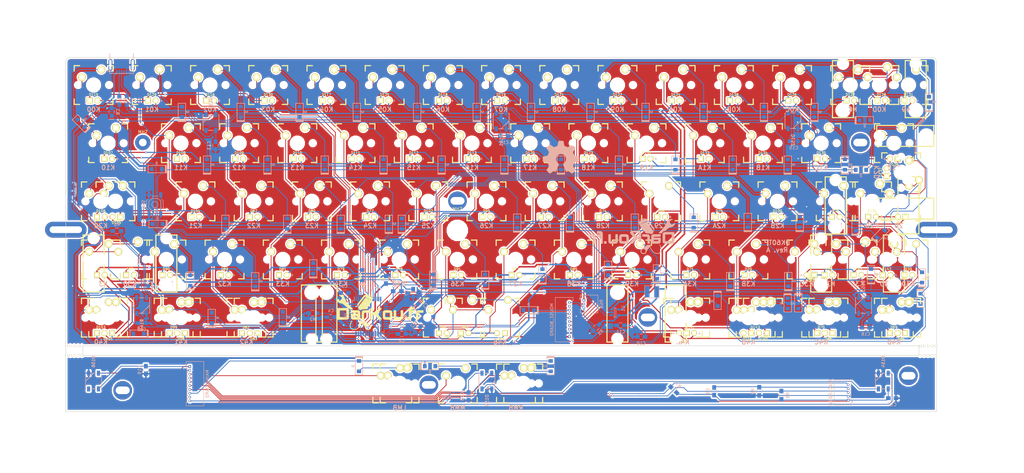
<source format=kicad_pcb>
(kicad_pcb (version 4) (host pcbnew 4.0.5+dfsg1-4)
  (title_block (title "MX/Alps HHKB") (date 2017-05-22) (rev A.1) (company DarKou))
  (layers (0 F.Cu signal) (31 B.Cu signal) (34 B.Paste user) (35 F.Paste user) (36 B.SilkS user) (37 F.SilkS user hide) (38 B.Mask user) (39 F.Mask user) (44 Edge.Cuts user))
  (net 0 "")
  (net 1 GND)
  (net 2 "Net-(C8-Pad1)")
  (net 3 "Net-(D1-Pad2)")
  (net 4 "Net-(D2-Pad2)")
  (net 5 "Net-(D3-Pad2)")
  (net 6 "Net-(D4-Pad2)")
  (net 7 "Net-(D5-Pad2)")
  (net 8 "Net-(D6-Pad2)")
  (net 9 "Net-(D7-Pad2)")
  (net 10 "Net-(D8-Pad2)")
  (net 11 "Net-(D9-Pad2)")
  (net 12 "Net-(D10-Pad2)")
  (net 13 "Net-(D11-Pad2)")
  (net 14 "Net-(D12-Pad2)")
  (net 15 "Net-(D13-Pad2)")
  (net 16 "Net-(D14-Pad2)")
  (net 17 "Net-(D15-Pad2)")
  (net 18 "Net-(D16-Pad2)")
  (net 19 "Net-(D17-Pad2)")
  (net 20 "Net-(D18-Pad2)")
  (net 21 "Net-(D19-Pad2)")
  (net 22 "Net-(D21-Pad2)")
  (net 23 "Net-(D22-Pad2)")
  (net 24 "Net-(D23-Pad2)")
  (net 25 "Net-(D24-Pad2)")
  (net 26 "Net-(D26-Pad2)")
  (net 27 "Net-(D27-Pad2)")
  (net 28 "Net-(D28-Pad2)")
  (net 29 "Net-(D29-Pad2)")
  (net 30 "Net-(D31-Pad2)")
  (net 31 "Net-(D32-Pad2)")
  (net 32 "Net-(D33-Pad2)")
  (net 33 "Net-(D34-Pad2)")
  (net 34 "Net-(D35-Pad2)")
  (net 35 "Net-(D36-Pad2)")
  (net 36 "Net-(D37-Pad2)")
  (net 37 "Net-(D38-Pad2)")
  (net 38 "Net-(D39-Pad2)")
  (net 39 "Net-(D40-Pad2)")
  (net 40 "Net-(D41-Pad2)")
  (net 41 "Net-(D42-Pad2)")
  (net 42 "Net-(D43-Pad2)")
  (net 43 "Net-(D44-Pad2)")
  (net 44 "Net-(D45-Pad2)")
  (net 45 "Net-(D46-Pad2)")
  (net 46 "Net-(D47-Pad2)")
  (net 47 "Net-(D48-Pad2)")
  (net 48 "Net-(D49-Pad2)")
  (net 49 "Net-(D50-Pad2)")
  (net 50 "Net-(D51-Pad2)")
  (net 51 "Net-(D52-Pad2)")
  (net 52 "Net-(D53-Pad2)")
  (net 53 "Net-(D54-Pad2)")
  (net 54 "Net-(D55-Pad2)")
  (net 55 "Net-(D56-Pad2)")
  (net 56 "Net-(D57-Pad2)")
  (net 57 "Net-(D58-Pad2)")
  (net 58 "Net-(D59-Pad2)")
  (net 59 "Net-(D60-Pad2)")
  (net 60 "Net-(J1-Pad2)")
  (net 61 "Net-(J1-Pad3)")
  (net 62 "Net-(J1-Pad4)")
  (net 63 "Net-(R3-Pad1)")
  (net 64 "Net-(R4-Pad2)")
  (net 65 "Net-(U0-Pad42)")
  (net 66 "Net-(LD1-Pad2)")
  (net 67 D2)
  (net 68 D5)
  (net 69 "Net-(D61-Pad2)")
  (net 70 "Net-(D62-Pad2)")
  (net 71 "Net-(D63-Pad2)")
  (net 72 "Net-(U0-Pad41)")
  (net 73 "Net-(D64-Pad2)")
  (net 74 "Net-(D65-Pad2)")
  (net 75 "Net-(D66-Pad2)")
  (net 76 "Net-(D67-Pad2)")
  (net 77 "Net-(D68-Pad2)")
  (net 78 "Net-(R2-Pad2)")
  (net 79 VCC)
  (net 80 "Net-(C9-Pad1)")
  (net 81 LED_AN)
  (net 82 "Net-(L1-Pad1)")
  (net 83 LED_CATH)
  (net 84 BACKLIT)
  (net 85 CAPS_LED)
  (net 86 Row4)
  (net 87 Col3)
  (net 88 Col4)
  (net 89 Col5)
  (net 90 Row0)
  (net 91 Row1)
  (net 92 Row2)
  (net 93 Row3)
  (net 94 Col0)
  (net 95 Col1)
  (net 96 Col2)
  (net 97 ColD)
  (net 98 ColC)
  (net 99 Col6)
  (net 100 Col7)
  (net 101 Col8)
  (net 102 Col9)
  (net 103 ColA)
  (net 104 ColB)
  (net 105 "Net-(K50-Pad2)")
  (net 106 "Net-(K50-Pad1)")
  (net 107 RESET)
  (net 108 XTAL1)
  (net 109 XTAL2)
  (net 110 "Net-(MH2-Pad1)")
  (net 111 "Net-(X1-Pad3)")
  (net 112 "Net-(MH7-Pad1)")
  (net 113 RGB)
  (net 114 "Net-(D149-Pad2)")
  (net 115 "Net-(D150-Pad2)")
  (net 116 "Net-(D151-Pad2)")
  (net 117 "Net-(D152-Pad2)")
  (net 118 DOUT)
  (net 119 "Net-(DM34-Pad2)")
  (net 120 "Net-(DM44-Pad2)")
  (net 121 "Net-(DM54-Pad2)")
  (net 122 /TRACKPOINT/D5)
  (net 123 /TRACKPOINT/D2)
  (net 124 /TRACKPOINT/Col3)
  (net 125 /TRACKPOINT/Col4)
  (net 126 /TRACKPOINT/Col5)
  (net 127 /TRACKPOINT/Row4)
  (net 128 /TRACKPOINT/RGB)
  (net 129 "Net-(D154-Pad2)")
  (net 130 "Net-(D155-Pad2)")
  (net 131 "Net-(D156-Pad2)")
  (net 132 "Net-(P1-Pad9)")
  (net 133 "Net-(P2-Pad9)")
  (module Footprint:Mx_100 (layer F.Cu) (at 138.23922 128.71429)
    (fp_text reference KM340 hide)
    (fp_text value LMB (at 0 8) (layer B.SilkS) (effects (font (thickness 0.3048)) (justify mirror)))
    (pad HOLE np_thru_hole circle (at 0 0) (size 3.9878 3.9878) (drill 3.9878) (layers *.Cu))
    (pad HOLE np_thru_hole circle (at -5.08 0) (size 1.7018 1.7018) (drill 1.7018) (layers *.Cu))
    (pad HOLE np_thru_hole circle (at 5.08 0) (size 1.7018 1.7018) (drill 1.7018) (layers *.Cu))
    (pad 1 thru_hole circle (at -3.81 -2.54 330.95) (size 2.5 2.5) (drill 1.5) (layers *.Cu *.Mask F.SilkS) (net 124 /TRACKPOINT/Col3))
    (pad 2 thru_hole circle (at 2.54 -5.08 356.1) (size 2.5 2.5) (drill 1.5) (layers *.Cu *.Mask F.SilkS) (net 119 "Net-(DM34-Pad2)"))
  )
  (module Footprint:BreakHoles (layer F.Cu) (at 311.20172 119.54804 90)
    (fp_text reference M2)
    (fp_text value MISC)
    (pad "" np_thru_hole circle (at 0 0 90) (size 0.8 0.8) (drill 0.7) (layers *.Cu *.Mask F.SilkS))
    (pad "" np_thru_hole circle (at 0 -1.27 90) (size 0.8 0.8) (drill 0.7) (layers *.Cu *.Mask F.SilkS))
    (pad "" np_thru_hole circle (at 0 -2.54 90) (size 0.8 0.8) (drill 0.7) (layers *.Cu *.Mask F.SilkS))
    (pad "" np_thru_hole circle (at 0 1.27 90) (size 0.8 0.8) (drill 0.7) (layers *.Cu *.Mask F.SilkS))
    (pad "" np_thru_hole circle (at 0 2.54 90) (size 0.8 0.8) (drill 0.7) (layers *.Cu *.Mask F.SilkS))
  )
  (module Footprint:MXST (layer F.Cu) (at 114.3 107.15625 180)
    (fp_text reference MXST hide)
    (fp_text value VAL** hide)
    (pad "" np_thru_hole circle (at 0 -6.985 180) (size 3.048 3.048) (drill 3.048) (layers *.Cu *.Mask))
    (pad "" np_thru_hole circle (at 0 8.255 180) (size 3.9802 3.9802) (drill 3.9802) (layers *.Cu *.Mask))
  )
  (module Footprint:MXST (layer F.Cu) (at 228.6 107.15625 180)
    (fp_text reference MXST hide)
    (fp_text value VAL** hide)
    (pad "" np_thru_hole circle (at 0 -6.985 180) (size 3.048 3.048) (drill 3.048) (layers *.Cu *.Mask))
    (pad "" np_thru_hole circle (at 0 8.255 180) (size 3.9802 3.9802) (drill 3.9802) (layers *.Cu *.Mask))
  )
  (module Footprint:MXST (layer F.Cu) (at 209.55 107.15625 180)
    (fp_text reference MXST hide)
    (fp_text value VAL** hide)
    (pad "" np_thru_hole circle (at 0 -6.985 180) (size 3.048 3.048) (drill 3.048) (layers *.Cu *.Mask))
    (pad "" np_thru_hole circle (at 0 8.255 180) (size 3.9802 3.9802) (drill 3.9802) (layers *.Cu *.Mask))
  )
  (module Footprint:MXST (layer F.Cu) (at 109.5375 107.15625 180)
    (fp_text reference MXST hide)
    (fp_text value VAL** hide)
    (pad "" np_thru_hole circle (at 0 -6.985 180) (size 3.048 3.048) (drill 3.048) (layers *.Cu *.Mask))
    (pad "" np_thru_hole circle (at 0 8.255 180) (size 3.9802 3.9802) (drill 3.9802) (layers *.Cu *.Mask))
  )
  (module Footprint:MXST (layer F.Cu) (at 300.0375 88.10625)
    (fp_text reference MXST hide)
    (fp_text value VAL** hide)
    (pad "" np_thru_hole circle (at 0 -6.985) (size 3.048 3.048) (drill 3.048) (layers *.Cu *.Mask))
    (pad "" np_thru_hole circle (at 0 8.255) (size 3.9802 3.9802) (drill 3.9802) (layers *.Cu *.Mask))
  )
  (module Footprint:MXST (layer F.Cu) (at 276.225 88.10625)
    (fp_text reference MXST hide)
    (fp_text value VAL** hide)
    (pad "" np_thru_hole circle (at 0 -6.985) (size 3.048 3.048) (drill 3.048) (layers *.Cu *.Mask))
    (pad "" np_thru_hole circle (at 0 8.255) (size 3.9802 3.9802) (drill 3.9802) (layers *.Cu *.Mask))
  )
  (module Footprint:MXST (layer F.Cu) (at 302.41875 47.62625 90)
    (fp_text reference MXST hide)
    (fp_text value VAL** hide)
    (pad "" np_thru_hole circle (at 0 -6.985 90) (size 3.048 3.048) (drill 3.048) (layers *.Cu *.Mask))
    (pad "" np_thru_hole circle (at 0 8.255 90) (size 3.9802 3.9802) (drill 3.9802) (layers *.Cu *.Mask))
  )
  (module Footprint:MXST (layer F.Cu) (at 302.41875 71.4375 90)
    (fp_text reference MXST hide)
    (fp_text value VAL** hide)
    (pad "" np_thru_hole circle (at 0 -6.985 90) (size 3.048 3.048) (drill 3.048) (layers *.Cu *.Mask))
    (pad "" np_thru_hole circle (at 0 8.255 90) (size 3.9802 3.9802) (drill 3.9802) (layers *.Cu *.Mask))
  )
  (module Footprint:MXST (layer F.Cu) (at 280.9875 69.05625)
    (fp_text reference MXST hide)
    (fp_text value VAL** hide)
    (pad "" np_thru_hole circle (at 0 -6.985) (size 3.048 3.048) (drill 3.048) (layers *.Cu *.Mask))
    (pad "" np_thru_hole circle (at 0 8.255) (size 3.9802 3.9802) (drill 3.9802) (layers *.Cu *.Mask))
  )
  (module Footprint:MXST (layer F.Cu) (at 304.8 69.05625)
    (fp_text reference MXST hide)
    (fp_text value VAL** hide)
    (pad "" np_thru_hole circle (at 0 -6.985) (size 3.048 3.048) (drill 3.048) (layers *.Cu *.Mask))
    (pad "" np_thru_hole circle (at 0 8.255) (size 3.9802 3.9802) (drill 3.9802) (layers *.Cu *.Mask))
  )
  (module Footprint:MXST (layer F.Cu) (at 307.18125 30.95625)
    (fp_text reference MXST hide)
    (fp_text value VAL** hide)
    (pad "" np_thru_hole circle (at 0 -6.985) (size 3.048 3.048) (drill 3.048) (layers *.Cu *.Mask))
    (pad "" np_thru_hole circle (at 0 8.255) (size 3.9802 3.9802) (drill 3.9802) (layers *.Cu *.Mask))
  )
  (module Footprint:MXST (layer F.Cu) (at 283.36875 30.95625)
    (fp_text reference MXST hide)
    (fp_text value VAL** hide)
    (pad "" np_thru_hole circle (at 0 -6.985) (size 3.048 3.048) (drill 3.048) (layers *.Cu *.Mask))
    (pad "" np_thru_hole circle (at 0 8.255) (size 3.9802 3.9802) (drill 3.9802) (layers *.Cu *.Mask))
  )
  (module Footprint:MXST (layer F.Cu) (at 61.9125 88.10625)
    (fp_text reference MXST hide)
    (fp_text value VAL** hide)
    (pad "" np_thru_hole circle (at 0 -6.985) (size 3.048 3.048) (drill 3.048) (layers *.Cu *.Mask))
    (pad "" np_thru_hole circle (at 0 8.255) (size 3.9802 3.9802) (drill 3.9802) (layers *.Cu *.Mask))
  )
  (module Capacitors_SMD:C_0805_HandSoldering (layer B.Cu) (at 145.21172 101.81304 45)
    (fp_text reference C1 (at 0 2.1 45) (layer B.SilkS) (effects (justify mirror)))
    (fp_text value 22p)
    (pad 1 smd rect (at -1.25 0 45) (size 1.5 1.25) (layers B.Cu B.Paste B.Mask) (net 108 XTAL1))
    (pad 2 smd rect (at 1.25 0 45) (size 1.5 1.25) (layers B.Cu B.Paste B.Mask) (net 1 GND))
  )
  (module Capacitors_SMD:C_0805_HandSoldering (layer B.Cu) (at 144.21172 111.06304 225)
    (fp_text reference C2 (at 0 2.1 225) (layer B.SilkS) (effects (justify mirror)))
    (fp_text value 22p)
    (pad 1 smd rect (at -1.25 0 225) (size 1.5 1.25) (layers B.Cu B.Paste B.Mask) (net 109 XTAL2))
    (pad 2 smd rect (at 1.25 0 225) (size 1.5 1.25) (layers B.Cu B.Paste B.Mask) (net 1 GND))
  )
  (module Capacitors_SMD:C_0805_HandSoldering (layer B.Cu) (at 133.7875 94.7575 90)
    (fp_text reference C3 (at 0 2.1 90) (layer B.SilkS) (effects (justify mirror)))
    (fp_text value 0.1u hide)
    (pad 1 smd rect (at -1.25 0 90) (size 1.5 1.25) (layers B.Cu B.Paste B.Mask) (net 79 VCC))
    (pad 2 smd rect (at 1.25 0 90) (size 1.5 1.25) (layers B.Cu B.Paste B.Mask) (net 1 GND))
  )
  (module Capacitors_SMD:C_0805_HandSoldering (layer B.Cu) (at 115.75 107 180)
    (fp_text reference C4 (at 0 2.1 180) (layer B.SilkS) (effects (justify mirror)))
    (fp_text value 0.1u hide)
    (pad 1 smd rect (at -1.25 0 180) (size 1.5 1.25) (layers B.Cu B.Paste B.Mask) (net 79 VCC))
    (pad 2 smd rect (at 1.25 0 180) (size 1.5 1.25) (layers B.Cu B.Paste B.Mask) (net 1 GND))
  )
  (module Capacitors_SMD:C_0805_HandSoldering (layer B.Cu) (at 120.25 99 180)
    (fp_text reference C5 (at 0 2.1 180) (layer B.SilkS) (effects (justify mirror)))
    (fp_text value 0.1u)
    (pad 1 smd rect (at -1.25 0 180) (size 1.5 1.25) (layers B.Cu B.Paste B.Mask) (net 79 VCC))
    (pad 2 smd rect (at 1.25 0 180) (size 1.5 1.25) (layers B.Cu B.Paste B.Mask) (net 1 GND))
  )
  (module Capacitors_SMD:C_0805_HandSoldering (layer B.Cu) (at 139 112.5)
    (fp_text reference C6 (at 0 2.1) (layer B.SilkS) (effects (justify mirror)))
    (fp_text value 0.1u)
    (pad 1 smd rect (at -1.25 0) (size 1.5 1.25) (layers B.Cu B.Paste B.Mask) (net 79 VCC))
    (pad 2 smd rect (at 1.25 0) (size 1.5 1.25) (layers B.Cu B.Paste B.Mask) (net 1 GND))
  )
  (module Capacitors_SMD:C_0805_HandSoldering (layer B.Cu) (at 142.71172 99.06304 270)
    (fp_text reference C7 (at 0 2.1 270) (layer B.SilkS) (effects (justify mirror)))
    (fp_text value 4.7u)
    (pad 1 smd rect (at -1.25 0 270) (size 1.5 1.25) (layers B.Cu B.Paste B.Mask) (net 79 VCC))
    (pad 2 smd rect (at 1.25 0 270) (size 1.5 1.25) (layers B.Cu B.Paste B.Mask) (net 1 GND))
  )
  (module Capacitors_SMD:C_0805_HandSoldering (layer B.Cu) (at 44 39.75 90)
    (fp_text reference C8 (at 0 2.1 90) (layer B.SilkS) (effects (justify mirror)))
    (fp_text value 1u)
    (pad 1 smd rect (at -1.25 0 90) (size 1.5 1.25) (layers B.Cu B.Paste B.Mask) (net 2 "Net-(C8-Pad1)"))
    (pad 2 smd rect (at 1.25 0 90) (size 1.5 1.25) (layers B.Cu B.Paste B.Mask) (net 1 GND))
  )
  (module Capacitors_SMD:C_0805_HandSoldering (layer B.Cu) (at 241.21172 131.31304 270)
    (fp_text reference C9 (at 0 2.1 270) (layer B.SilkS) (effects (justify mirror)))
    (fp_text value 2.2u)
    (pad 1 smd rect (at -1.25 0 270) (size 1.5 1.25) (layers B.Cu B.Paste B.Mask) (net 80 "Net-(C9-Pad1)"))
    (pad 2 smd rect (at 1.25 0 270) (size 1.5 1.25) (layers B.Cu B.Paste B.Mask) (net 79 VCC))
  )
  (module Footprint:D_SOD123 (layer B.Cu) (at 34 43.5 135)
    (fp_text reference D1 hide)
    (fp_text value D (at 0 1.925 135) (layer B.SilkS) (effects (font (size 0.8 0.8)) (justify mirror)))
    (pad 2 smd rect (at 1.7 0 135) (size 1.2 1.4) (layers B.Cu B.Paste B.Mask) (net 3 "Net-(D1-Pad2)"))
    (pad 1 smd rect (at -1.7 0 135) (size 1.2 1.4) (layers B.Cu B.Paste B.Mask) (net 90 Row0))
  )
  (module Footprint:D_SOD123 (layer B.Cu) (at 58.75 58.5 180)
    (fp_text reference D2 hide)
    (fp_text value D (at 0 1.925 180) (layer B.SilkS) (effects (font (size 0.8 0.8)) (justify mirror)))
    (pad 2 smd rect (at 1.7 0 180) (size 1.2 1.4) (layers B.Cu B.Paste B.Mask) (net 4 "Net-(D2-Pad2)"))
    (pad 1 smd rect (at -1.7 0 180) (size 1.2 1.4) (layers B.Cu B.Paste B.Mask) (net 91 Row1))
  )
  (module Footprint:D_SOD123 (layer B.Cu) (at 59 76.5 180)
    (fp_text reference D3 hide)
    (fp_text value D (at 0 1.925 180) (layer B.SilkS) (effects (font (size 0.8 0.8)) (justify mirror)))
    (pad 2 smd rect (at 1.7 0 180) (size 1.2 1.4) (layers B.Cu B.Paste B.Mask) (net 5 "Net-(D3-Pad2)"))
    (pad 1 smd rect (at -1.7 0 180) (size 1.2 1.4) (layers B.Cu B.Paste B.Mask) (net 92 Row2))
  )
  (module Footprint:D_SOD123 (layer B.Cu) (at 54.25 96.75 180)
    (fp_text reference D4 hide)
    (fp_text value D (at 0 1.925 180) (layer B.SilkS) (effects (font (size 0.8 0.8)) (justify mirror)))
    (pad 2 smd rect (at 1.7 0 180) (size 1.2 1.4) (layers B.Cu B.Paste B.Mask) (net 6 "Net-(D4-Pad2)"))
    (pad 1 smd rect (at -1.7 0 180) (size 1.2 1.4) (layers B.Cu B.Paste B.Mask) (net 93 Row3))
  )
  (module Footprint:D_SOD123 (layer B.Cu) (at 52.82172 112.44304 180)
    (fp_text reference D5 hide)
    (fp_text value D (at 0 1.925 180) (layer B.SilkS) (effects (font (size 0.8 0.8)) (justify mirror)))
    (pad 2 smd rect (at 1.7 0 180) (size 1.2 1.4) (layers B.Cu B.Paste B.Mask) (net 7 "Net-(D5-Pad2)"))
    (pad 1 smd rect (at -1.7 0 180) (size 1.2 1.4) (layers B.Cu B.Paste B.Mask) (net 86 Row4))
  )
  (module Footprint:D_SOD123 (layer B.Cu) (at 67 39.75 90)
    (fp_text reference D6 hide)
    (fp_text value D (at 0 1.925 90) (layer B.SilkS) (effects (font (size 0.8 0.8)) (justify mirror)))
    (pad 2 smd rect (at 1.7 0 90) (size 1.2 1.4) (layers B.Cu B.Paste B.Mask) (net 8 "Net-(D6-Pad2)"))
    (pad 1 smd rect (at -1.7 0 90) (size 1.2 1.4) (layers B.Cu B.Paste B.Mask) (net 90 Row0))
  )
  (module Footprint:D_SOD123 (layer B.Cu) (at 75.25 57 90)
    (fp_text reference D7 hide)
    (fp_text value D (at 0 1.925 90) (layer B.SilkS) (effects (font (size 0.8 0.8)) (justify mirror)))
    (pad 2 smd rect (at 1.7 0 90) (size 1.2 1.4) (layers B.Cu B.Paste B.Mask) (net 9 "Net-(D7-Pad2)"))
    (pad 1 smd rect (at -1.7 0 90) (size 1.2 1.4) (layers B.Cu B.Paste B.Mask) (net 91 Row1))
  )
  (module Footprint:D_SOD123 (layer B.Cu) (at 81.22875 76.40625 90)
    (fp_text reference D8 hide)
    (fp_text value D (at 0 1.925 90) (layer B.SilkS) (effects (font (size 0.8 0.8)) (justify mirror)))
    (pad 2 smd rect (at 1.7 0 90) (size 1.2 1.4) (layers B.Cu B.Paste B.Mask) (net 10 "Net-(D8-Pad2)"))
    (pad 1 smd rect (at -1.7 0 90) (size 1.2 1.4) (layers B.Cu B.Paste B.Mask) (net 92 Row2))
  )
  (module Footprint:D_SOD123 (layer B.Cu) (at 69.75 95 90)
    (fp_text reference D9 hide)
    (fp_text value D (at 0 1.925 90) (layer B.SilkS) (effects (font (size 0.8 0.8)) (justify mirror)))
    (pad 2 smd rect (at 1.7 0 90) (size 1.2 1.4) (layers B.Cu B.Paste B.Mask) (net 11 "Net-(D9-Pad2)"))
    (pad 1 smd rect (at -1.7 0 90) (size 1.2 1.4) (layers B.Cu B.Paste B.Mask) (net 93 Row3))
  )
  (module Footprint:D_SOD123 (layer B.Cu) (at 76.75 107.25 90)
    (fp_text reference D10 hide)
    (fp_text value D (at 0 1.925 90) (layer B.SilkS) (effects (font (size 0.8 0.8)) (justify mirror)))
    (pad 2 smd rect (at 1.7 0 90) (size 1.2 1.4) (layers B.Cu B.Paste B.Mask) (net 12 "Net-(D10-Pad2)"))
    (pad 1 smd rect (at -1.7 0 90) (size 1.2 1.4) (layers B.Cu B.Paste B.Mask) (net 86 Row4))
  )
  (module Footprint:D_SOD123 (layer B.Cu) (at 86.25 39.75 90)
    (fp_text reference D11 hide)
    (fp_text value D (at 0 1.925 90) (layer B.SilkS) (effects (font (size 0.8 0.8)) (justify mirror)))
    (pad 2 smd rect (at 1.7 0 90) (size 1.2 1.4) (layers B.Cu B.Paste B.Mask) (net 13 "Net-(D11-Pad2)"))
    (pad 1 smd rect (at -1.7 0 90) (size 1.2 1.4) (layers B.Cu B.Paste B.Mask) (net 90 Row0))
  )
  (module Footprint:D_SOD123 (layer B.Cu) (at 95 57 90)
    (fp_text reference D12 hide)
    (fp_text value D (at 0 1.925 90) (layer B.SilkS) (effects (font (size 0.8 0.8)) (justify mirror)))
    (pad 2 smd rect (at 1.7 0 90) (size 1.2 1.4) (layers B.Cu B.Paste B.Mask) (net 14 "Net-(D12-Pad2)"))
    (pad 1 smd rect (at -1.7 0 90) (size 1.2 1.4) (layers B.Cu B.Paste B.Mask) (net 91 Row1))
  )
  (module Footprint:D_SOD123 (layer B.Cu) (at 101.47875 76.40625 90)
    (fp_text reference D13 hide)
    (fp_text value D (at 0 1.925 90) (layer B.SilkS) (effects (font (size 0.8 0.8)) (justify mirror)))
    (pad 2 smd rect (at 1.7 0 90) (size 1.2 1.4) (layers B.Cu B.Paste B.Mask) (net 15 "Net-(D13-Pad2)"))
    (pad 1 smd rect (at -1.7 0 90) (size 1.2 1.4) (layers B.Cu B.Paste B.Mask) (net 92 Row2))
  )
  (module Footprint:D_SOD123 (layer B.Cu) (at 91 95.25 90)
    (fp_text reference D14 hide)
    (fp_text value D (at 0 1.925 90) (layer B.SilkS) (effects (font (size 0.8 0.8)) (justify mirror)))
    (pad 2 smd rect (at 1.7 0 90) (size 1.2 1.4) (layers B.Cu B.Paste B.Mask) (net 16 "Net-(D14-Pad2)"))
    (pad 1 smd rect (at -1.7 0 90) (size 1.2 1.4) (layers B.Cu B.Paste B.Mask) (net 93 Row3))
  )
  (module Footprint:D_SOD123 (layer B.Cu) (at 100.0375 107.0075 90)
    (fp_text reference D15 hide)
    (fp_text value D (at 0 1.925 90) (layer B.SilkS) (effects (font (size 0.8 0.8)) (justify mirror)))
    (pad 2 smd rect (at 1.7 0 90) (size 1.2 1.4) (layers B.Cu B.Paste B.Mask) (net 17 "Net-(D15-Pad2)"))
    (pad 1 smd rect (at -1.7 0 90) (size 1.2 1.4) (layers B.Cu B.Paste B.Mask) (net 86 Row4))
  )
  (module Footprint:D_SOD123 (layer B.Cu) (at 105.5 39.75 90)
    (fp_text reference D16 hide)
    (fp_text value D (at 0 1.925 90) (layer B.SilkS) (effects (font (size 0.8 0.8)) (justify mirror)))
    (pad 2 smd rect (at 1.7 0 90) (size 1.2 1.4) (layers B.Cu B.Paste B.Mask) (net 18 "Net-(D16-Pad2)"))
    (pad 1 smd rect (at -1.7 0 90) (size 1.2 1.4) (layers B.Cu B.Paste B.Mask) (net 90 Row0))
  )
  (module Footprint:D_SOD123 (layer B.Cu) (at 113.75 57 90)
    (fp_text reference D17 hide)
    (fp_text value D (at 0 1.925 90) (layer B.SilkS) (effects (font (size 0.8 0.8)) (justify mirror)))
    (pad 2 smd rect (at 1.7 0 90) (size 1.2 1.4) (layers B.Cu B.Paste B.Mask) (net 19 "Net-(D17-Pad2)"))
    (pad 1 smd rect (at -1.7 0 90) (size 1.2 1.4) (layers B.Cu B.Paste B.Mask) (net 91 Row1))
  )
  (module Footprint:D_SOD123 (layer B.Cu) (at 118.97875 76.40625 90)
    (fp_text reference D18 hide)
    (fp_text value D (at 0 1.925 90) (layer B.SilkS) (effects (font (size 0.8 0.8)) (justify mirror)))
    (pad 2 smd rect (at 1.7 0 90) (size 1.2 1.4) (layers B.Cu B.Paste B.Mask) (net 20 "Net-(D18-Pad2)"))
    (pad 1 smd rect (at -1.7 0 90) (size 1.2 1.4) (layers B.Cu B.Paste B.Mask) (net 92 Row2))
  )
  (module Footprint:D_SOD123 (layer B.Cu) (at 110 91 90)
    (fp_text reference D19 hide)
    (fp_text value D (at 0 1.925 90) (layer B.SilkS) (effects (font (size 0.8 0.8)) (justify mirror)))
    (pad 2 smd rect (at 1.7 0 90) (size 1.2 1.4) (layers B.Cu B.Paste B.Mask) (net 21 "Net-(D19-Pad2)"))
    (pad 1 smd rect (at -1.7 0 90) (size 1.2 1.4) (layers B.Cu B.Paste B.Mask) (net 93 Row3))
  )
  (module Footprint:D_SOD123 (layer B.Cu) (at 124.25 39.75 90)
    (fp_text reference D21 hide)
    (fp_text value D (at 0 1.925 90) (layer B.SilkS) (effects (font (size 0.8 0.8)) (justify mirror)))
    (pad 2 smd rect (at 1.7 0 90) (size 1.2 1.4) (layers B.Cu B.Paste B.Mask) (net 22 "Net-(D21-Pad2)"))
    (pad 1 smd rect (at -1.7 0 90) (size 1.2 1.4) (layers B.Cu B.Paste B.Mask) (net 90 Row0))
  )
  (module Footprint:D_SOD123 (layer B.Cu) (at 133 57 90)
    (fp_text reference D22 hide)
    (fp_text value D (at 0 1.925 90) (layer B.SilkS) (effects (font (size 0.8 0.8)) (justify mirror)))
    (pad 2 smd rect (at 1.7 0 90) (size 1.2 1.4) (layers B.Cu B.Paste B.Mask) (net 23 "Net-(D22-Pad2)"))
    (pad 1 smd rect (at -1.7 0 90) (size 1.2 1.4) (layers B.Cu B.Paste B.Mask) (net 91 Row1))
  )
  (module Footprint:D_SOD123 (layer B.Cu) (at 134.72875 76.40625 90)
    (fp_text reference D23 hide)
    (fp_text value D (at 0 1.925 90) (layer B.SilkS) (effects (font (size 0.8 0.8)) (justify mirror)))
    (pad 2 smd rect (at 1.7 0 90) (size 1.2 1.4) (layers B.Cu B.Paste B.Mask) (net 24 "Net-(D23-Pad2)"))
    (pad 1 smd rect (at -1.7 0 90) (size 1.2 1.4) (layers B.Cu B.Paste B.Mask) (net 92 Row2))
  )
  (module Footprint:D_SOD123 (layer B.Cu) (at 126 93.25 90)
    (fp_text reference D24 hide)
    (fp_text value D (at 0 1.925 90) (layer B.SilkS) (effects (font (size 0.8 0.8)) (justify mirror)))
    (pad 2 smd rect (at 1.7 0 90) (size 1.2 1.4) (layers B.Cu B.Paste B.Mask) (net 25 "Net-(D24-Pad2)"))
    (pad 1 smd rect (at -1.7 0 90) (size 1.2 1.4) (layers B.Cu B.Paste B.Mask) (net 93 Row3))
  )
  (module Footprint:D_SOD123 (layer B.Cu) (at 144 39.75 90)
    (fp_text reference D26 hide)
    (fp_text value D (at 0 1.925 90) (layer B.SilkS) (effects (font (size 0.8 0.8)) (justify mirror)))
    (pad 2 smd rect (at 1.7 0 90) (size 1.2 1.4) (layers B.Cu B.Paste B.Mask) (net 26 "Net-(D26-Pad2)"))
    (pad 1 smd rect (at -1.7 0 90) (size 1.2 1.4) (layers B.Cu B.Paste B.Mask) (net 90 Row0))
  )
  (module Footprint:D_SOD123 (layer B.Cu) (at 152 57 90)
    (fp_text reference D27 hide)
    (fp_text value D (at 0 1.925 90) (layer B.SilkS) (effects (font (size 0.8 0.8)) (justify mirror)))
    (pad 2 smd rect (at 1.7 0 90) (size 1.2 1.4) (layers B.Cu B.Paste B.Mask) (net 27 "Net-(D27-Pad2)"))
    (pad 1 smd rect (at -1.7 0 90) (size 1.2 1.4) (layers B.Cu B.Paste B.Mask) (net 91 Row1))
  )
  (module Footprint:D_SOD123 (layer B.Cu) (at 138.97875 76.40625 90)
    (fp_text reference D28 hide)
    (fp_text value D (at 0 1.925 90) (layer B.SilkS) (effects (font (size 0.8 0.8)) (justify mirror)))
    (pad 2 smd rect (at 1.7 0 90) (size 1.2 1.4) (layers B.Cu B.Paste B.Mask) (net 28 "Net-(D28-Pad2)"))
    (pad 1 smd rect (at -1.7 0 90) (size 1.2 1.4) (layers B.Cu B.Paste B.Mask) (net 92 Row2))
  )
  (module Footprint:D_SOD123 (layer B.Cu) (at 149.25 94.75 90)
    (fp_text reference D29 hide)
    (fp_text value D (at 0 1.925 90) (layer B.SilkS) (effects (font (size 0.8 0.8)) (justify mirror)))
    (pad 2 smd rect (at 1.7 0 90) (size 1.2 1.4) (layers B.Cu B.Paste B.Mask) (net 29 "Net-(D29-Pad2)"))
    (pad 1 smd rect (at -1.7 0 90) (size 1.2 1.4) (layers B.Cu B.Paste B.Mask) (net 93 Row3))
  )
  (module Footprint:D_SOD123 (layer B.Cu) (at 163.5 39.75 90)
    (fp_text reference D31 hide)
    (fp_text value D (at 0 1.925 90) (layer B.SilkS) (effects (font (size 0.8 0.8)) (justify mirror)))
    (pad 2 smd rect (at 1.7 0 90) (size 1.2 1.4) (layers B.Cu B.Paste B.Mask) (net 30 "Net-(D31-Pad2)"))
    (pad 1 smd rect (at -1.7 0 90) (size 1.2 1.4) (layers B.Cu B.Paste B.Mask) (net 90 Row0))
  )
  (module Footprint:D_SOD123 (layer B.Cu) (at 172.5375 57.0075 90)
    (fp_text reference D32 hide)
    (fp_text value D (at 0 1.925 90) (layer B.SilkS) (effects (font (size 0.8 0.8)) (justify mirror)))
    (pad 2 smd rect (at 1.7 0 90) (size 1.2 1.4) (layers B.Cu B.Paste B.Mask) (net 31 "Net-(D32-Pad2)"))
    (pad 1 smd rect (at -1.7 0 90) (size 1.2 1.4) (layers B.Cu B.Paste B.Mask) (net 91 Row1))
  )
  (module Footprint:D_SOD123 (layer B.Cu) (at 176.75 76 90)
    (fp_text reference D33 hide)
    (fp_text value D (at 0 1.925 90) (layer B.SilkS) (effects (font (size 0.8 0.8)) (justify mirror)))
    (pad 2 smd rect (at 1.7 0 90) (size 1.2 1.4) (layers B.Cu B.Paste B.Mask) (net 32 "Net-(D33-Pad2)"))
    (pad 1 smd rect (at -1.7 0 90) (size 1.2 1.4) (layers B.Cu B.Paste B.Mask) (net 92 Row2))
  )
  (module Footprint:D_SOD123 (layer B.Cu) (at 166.25 94.75 90)
    (fp_text reference D34 hide)
    (fp_text value D (at 0 1.925 90) (layer B.SilkS) (effects (font (size 0.8 0.8)) (justify mirror)))
    (pad 2 smd rect (at 1.7 0 90) (size 1.2 1.4) (layers B.Cu B.Paste B.Mask) (net 33 "Net-(D34-Pad2)"))
    (pad 1 smd rect (at -1.7 0 90) (size 1.2 1.4) (layers B.Cu B.Paste B.Mask) (net 93 Row3))
  )
  (module Footprint:D_SOD123 (layer B.Cu) (at 180.5 104.75 180)
    (fp_text reference D35 hide)
    (fp_text value D (at 0 1.925 180) (layer B.SilkS) (effects (font (size 0.8 0.8)) (justify mirror)))
    (pad 2 smd rect (at 1.7 0 180) (size 1.2 1.4) (layers B.Cu B.Paste B.Mask) (net 34 "Net-(D35-Pad2)"))
    (pad 1 smd rect (at -1.7 0 180) (size 1.2 1.4) (layers B.Cu B.Paste B.Mask) (net 86 Row4))
  )
  (module Footprint:D_SOD123 (layer B.Cu) (at 181.25 39.75 90)
    (fp_text reference D36 hide)
    (fp_text value D (at 0 1.925 90) (layer B.SilkS) (effects (font (size 0.8 0.8)) (justify mirror)))
    (pad 2 smd rect (at 1.7 0 90) (size 1.2 1.4) (layers B.Cu B.Paste B.Mask) (net 35 "Net-(D36-Pad2)"))
    (pad 1 smd rect (at -1.7 0 90) (size 1.2 1.4) (layers B.Cu B.Paste B.Mask) (net 90 Row0))
  )
  (module Footprint:D_SOD123 (layer B.Cu) (at 191.0375 57.0075 90)
    (fp_text reference D37 hide)
    (fp_text value D (at 0 1.925 90) (layer B.SilkS) (effects (font (size 0.8 0.8)) (justify mirror)))
    (pad 2 smd rect (at 1.7 0 90) (size 1.2 1.4) (layers B.Cu B.Paste B.Mask) (net 36 "Net-(D37-Pad2)"))
    (pad 1 smd rect (at -1.7 0 90) (size 1.2 1.4) (layers B.Cu B.Paste B.Mask) (net 91 Row1))
  )
  (module Footprint:D_SOD123 (layer B.Cu) (at 194 76 90)
    (fp_text reference D38 hide)
    (fp_text value D (at 0 1.925 90) (layer B.SilkS) (effects (font (size 0.8 0.8)) (justify mirror)))
    (pad 2 smd rect (at 1.7 0 90) (size 1.2 1.4) (layers B.Cu B.Paste B.Mask) (net 37 "Net-(D38-Pad2)"))
    (pad 1 smd rect (at -1.7 0 90) (size 1.2 1.4) (layers B.Cu B.Paste B.Mask) (net 92 Row2))
  )
  (module Footprint:D_SOD123 (layer B.Cu) (at 185 93 90)
    (fp_text reference D39 hide)
    (fp_text value D (at 0 1.925 90) (layer B.SilkS) (effects (font (size 0.8 0.8)) (justify mirror)))
    (pad 2 smd rect (at 1.7 0 90) (size 1.2 1.4) (layers B.Cu B.Paste B.Mask) (net 38 "Net-(D39-Pad2)"))
    (pad 1 smd rect (at -1.7 0 90) (size 1.2 1.4) (layers B.Cu B.Paste B.Mask) (net 93 Row3))
  )
  (module Footprint:D_SOD123 (layer B.Cu) (at 200.75 39.75 90)
    (fp_text reference D40 hide)
    (fp_text value D (at 0 1.925 90) (layer B.SilkS) (effects (font (size 0.8 0.8)) (justify mirror)))
    (pad 2 smd rect (at 1.7 0 90) (size 1.2 1.4) (layers B.Cu B.Paste B.Mask) (net 39 "Net-(D40-Pad2)"))
    (pad 1 smd rect (at -1.7 0 90) (size 1.2 1.4) (layers B.Cu B.Paste B.Mask) (net 90 Row0))
  )
  (module Footprint:D_SOD123 (layer B.Cu) (at 210.0375 57.0075 90)
    (fp_text reference D41 hide)
    (fp_text value D (at 0 1.925 90) (layer B.SilkS) (effects (font (size 0.8 0.8)) (justify mirror)))
    (pad 2 smd rect (at 1.7 0 90) (size 1.2 1.4) (layers B.Cu B.Paste B.Mask) (net 40 "Net-(D41-Pad2)"))
    (pad 1 smd rect (at -1.7 0 90) (size 1.2 1.4) (layers B.Cu B.Paste B.Mask) (net 91 Row1))
  )
  (module Footprint:D_SOD123 (layer B.Cu) (at 215.25 76 90)
    (fp_text reference D42 hide)
    (fp_text value D (at 0 1.925 90) (layer B.SilkS) (effects (font (size 0.8 0.8)) (justify mirror)))
    (pad 2 smd rect (at 1.7 0 90) (size 1.2 1.4) (layers B.Cu B.Paste B.Mask) (net 41 "Net-(D42-Pad2)"))
    (pad 1 smd rect (at -1.7 0 90) (size 1.2 1.4) (layers B.Cu B.Paste B.Mask) (net 92 Row2))
  )
  (module Footprint:D_SOD123 (layer B.Cu) (at 206.5 91.5 90)
    (fp_text reference D43 hide)
    (fp_text value D (at 0 1.925 90) (layer B.SilkS) (effects (font (size 0.8 0.8)) (justify mirror)))
    (pad 2 smd rect (at 1.7 0 90) (size 1.2 1.4) (layers B.Cu B.Paste B.Mask) (net 42 "Net-(D43-Pad2)"))
    (pad 1 smd rect (at -1.7 0 90) (size 1.2 1.4) (layers B.Cu B.Paste B.Mask) (net 93 Row3))
  )
  (module Footprint:D_SOD123 (layer B.Cu) (at 218.75 39.75 90)
    (fp_text reference D44 hide)
    (fp_text value D (at 0 1.925 90) (layer B.SilkS) (effects (font (size 0.8 0.8)) (justify mirror)))
    (pad 2 smd rect (at 1.7 0 90) (size 1.2 1.4) (layers B.Cu B.Paste B.Mask) (net 43 "Net-(D44-Pad2)"))
    (pad 1 smd rect (at -1.7 0 90) (size 1.2 1.4) (layers B.Cu B.Paste B.Mask) (net 90 Row0))
  )
  (module Footprint:D_SOD123 (layer B.Cu) (at 228.5375 57.0075 90)
    (fp_text reference D45 hide)
    (fp_text value D (at 0 1.925 90) (layer B.SilkS) (effects (font (size 0.8 0.8)) (justify mirror)))
    (pad 2 smd rect (at 1.7 0 90) (size 1.2 1.4) (layers B.Cu B.Paste B.Mask) (net 44 "Net-(D45-Pad2)"))
    (pad 1 smd rect (at -1.7 0 90) (size 1.2 1.4) (layers B.Cu B.Paste B.Mask) (net 91 Row1))
  )
  (module Footprint:D_SOD123 (layer B.Cu) (at 234.5 76 90)
    (fp_text reference D46 hide)
    (fp_text value D (at 0 1.925 90) (layer B.SilkS) (effects (font (size 0.8 0.8)) (justify mirror)))
    (pad 2 smd rect (at 1.7 0 90) (size 1.2 1.4) (layers B.Cu B.Paste B.Mask) (net 45 "Net-(D46-Pad2)"))
    (pad 1 smd rect (at -1.7 0 90) (size 1.2 1.4) (layers B.Cu B.Paste B.Mask) (net 92 Row2))
  )
  (module Footprint:D_SOD123 (layer B.Cu) (at 222.47875 92.65625 90)
    (fp_text reference D47 hide)
    (fp_text value D (at 0 1.925 90) (layer B.SilkS) (effects (font (size 0.8 0.8)) (justify mirror)))
    (pad 2 smd rect (at 1.7 0 90) (size 1.2 1.4) (layers B.Cu B.Paste B.Mask) (net 46 "Net-(D47-Pad2)"))
    (pad 1 smd rect (at -1.7 0 90) (size 1.2 1.4) (layers B.Cu B.Paste B.Mask) (net 93 Row3))
  )
  (module Footprint:D_SOD123 (layer B.Cu) (at 311.5 36.5 90)
    (fp_text reference D48 hide)
    (fp_text value D (at 0 1.925 90) (layer B.SilkS) (effects (font (size 0.8 0.8)) (justify mirror)))
    (pad 2 smd rect (at 1.7 0 90) (size 1.2 1.4) (layers B.Cu B.Paste B.Mask) (net 47 "Net-(D48-Pad2)"))
    (pad 1 smd rect (at -1.7 0 90) (size 1.2 1.4) (layers B.Cu B.Paste B.Mask) (net 86 Row4))
  )
  (module Footprint:D_SOD123 (layer B.Cu) (at 237.75 39.75 90)
    (fp_text reference D49 hide)
    (fp_text value D (at 0 1.925 90) (layer B.SilkS) (effects (font (size 0.8 0.8)) (justify mirror)))
    (pad 2 smd rect (at 1.7 0 90) (size 1.2 1.4) (layers B.Cu B.Paste B.Mask) (net 48 "Net-(D49-Pad2)"))
    (pad 1 smd rect (at -1.7 0 90) (size 1.2 1.4) (layers B.Cu B.Paste B.Mask) (net 90 Row0))
  )
  (module Footprint:D_SOD123 (layer B.Cu) (at 247.2875 57.0075 90)
    (fp_text reference D50 hide)
    (fp_text value D (at 0 1.925 90) (layer B.SilkS) (effects (font (size 0.8 0.8)) (justify mirror)))
    (pad 2 smd rect (at 1.7 0 90) (size 1.2 1.4) (layers B.Cu B.Paste B.Mask) (net 49 "Net-(D50-Pad2)"))
    (pad 1 smd rect (at -1.7 0 90) (size 1.2 1.4) (layers B.Cu B.Paste B.Mask) (net 91 Row1))
  )
  (module Footprint:D_SOD123 (layer B.Cu) (at 252.21172 75.81304 90)
    (fp_text reference D51 hide)
    (fp_text value D (at 0 1.925 90) (layer B.SilkS) (effects (font (size 0.8 0.8)) (justify mirror)))
    (pad 2 smd rect (at 1.7 0 90) (size 1.2 1.4) (layers B.Cu B.Paste B.Mask) (net 50 "Net-(D51-Pad2)"))
    (pad 1 smd rect (at -1.7 0 90) (size 1.2 1.4) (layers B.Cu B.Paste B.Mask) (net 92 Row2))
  )
  (module Footprint:D_SOD123 (layer B.Cu) (at 246.47875 95.15625 90)
    (fp_text reference D52 hide)
    (fp_text value D (at 0 1.925 90) (layer B.SilkS) (effects (font (size 0.8 0.8)) (justify mirror)))
    (pad 2 smd rect (at 1.7 0 90) (size 1.2 1.4) (layers B.Cu B.Paste B.Mask) (net 51 "Net-(D52-Pad2)"))
    (pad 1 smd rect (at -1.7 0 90) (size 1.2 1.4) (layers B.Cu B.Paste B.Mask) (net 93 Row3))
  )
  (module Footprint:D_SOD123 (layer B.Cu) (at 242.32172 101.69304 270)
    (fp_text reference D53 hide)
    (fp_text value D (at 0 1.925 270) (layer B.SilkS) (effects (font (size 0.8 0.8)) (justify mirror)))
    (pad 2 smd rect (at 1.7 0 270) (size 1.2 1.4) (layers B.Cu B.Paste B.Mask) (net 52 "Net-(D53-Pad2)"))
    (pad 1 smd rect (at -1.7 0 270) (size 1.2 1.4) (layers B.Cu B.Paste B.Mask) (net 86 Row4))
  )
  (module Footprint:D_SOD123 (layer B.Cu) (at 257.5 39.75 90)
    (fp_text reference D54 hide)
    (fp_text value D (at 0 1.925 90) (layer B.SilkS) (effects (font (size 0.8 0.8)) (justify mirror)))
    (pad 2 smd rect (at 1.7 0 90) (size 1.2 1.4) (layers B.Cu B.Paste B.Mask) (net 53 "Net-(D54-Pad2)"))
    (pad 1 smd rect (at -1.7 0 90) (size 1.2 1.4) (layers B.Cu B.Paste B.Mask) (net 90 Row0))
  )
  (module Footprint:D_SOD123 (layer B.Cu) (at 265.2875 57.0075 90)
    (fp_text reference D55 hide)
    (fp_text value D (at 0 1.925 90) (layer B.SilkS) (effects (font (size 0.8 0.8)) (justify mirror)))
    (pad 2 smd rect (at 1.7 0 90) (size 1.2 1.4) (layers B.Cu B.Paste B.Mask) (net 54 "Net-(D55-Pad2)"))
    (pad 1 smd rect (at -1.7 0 90) (size 1.2 1.4) (layers B.Cu B.Paste B.Mask) (net 91 Row1))
  )
  (module Footprint:D_SOD123 (layer B.Cu) (at 269.21172 75.81304 90)
    (fp_text reference D56 hide)
    (fp_text value D (at 0 1.925 90) (layer B.SilkS) (effects (font (size 0.8 0.8)) (justify mirror)))
    (pad 2 smd rect (at 1.7 0 90) (size 1.2 1.4) (layers B.Cu B.Paste B.Mask) (net 55 "Net-(D56-Pad2)"))
    (pad 1 smd rect (at -1.7 0 90) (size 1.2 1.4) (layers B.Cu B.Paste B.Mask) (net 92 Row2))
  )
  (module Footprint:D_SOD123 (layer B.Cu) (at 265.47875 95.15625 90)
    (fp_text reference D57 hide)
    (fp_text value D (at 0 1.925 90) (layer B.SilkS) (effects (font (size 0.8 0.8)) (justify mirror)))
    (pad 2 smd rect (at 1.7 0 90) (size 1.2 1.4) (layers B.Cu B.Paste B.Mask) (net 56 "Net-(D57-Pad2)"))
    (pad 1 smd rect (at -1.7 0 90) (size 1.2 1.4) (layers B.Cu B.Paste B.Mask) (net 93 Row3))
  )
  (module Footprint:D_SOD123 (layer B.Cu) (at 265.25 102.5 270)
    (fp_text reference D58 hide)
    (fp_text value D (at 0 1.925 270) (layer B.SilkS) (effects (font (size 0.8 0.8)) (justify mirror)))
    (pad 2 smd rect (at 1.7 0 270) (size 1.2 1.4) (layers B.Cu B.Paste B.Mask) (net 57 "Net-(D58-Pad2)"))
    (pad 1 smd rect (at -1.7 0 270) (size 1.2 1.4) (layers B.Cu B.Paste B.Mask) (net 86 Row4))
  )
  (module Footprint:D_SOD123 (layer B.Cu) (at 274 39.75 90)
    (fp_text reference D59 hide)
    (fp_text value D (at 0 1.925 90) (layer B.SilkS) (effects (font (size 0.8 0.8)) (justify mirror)))
    (pad 2 smd rect (at 1.7 0 90) (size 1.2 1.4) (layers B.Cu B.Paste B.Mask) (net 58 "Net-(D59-Pad2)"))
    (pad 1 smd rect (at -1.7 0 90) (size 1.2 1.4) (layers B.Cu B.Paste B.Mask) (net 90 Row0))
  )
  (module Footprint:D_SOD123 (layer B.Cu) (at 284 57 90)
    (fp_text reference D60 hide)
    (fp_text value D (at 0 1.925 90) (layer B.SilkS) (effects (font (size 0.8 0.8)) (justify mirror)))
    (pad 2 smd rect (at 1.7 0 90) (size 1.2 1.4) (layers B.Cu B.Paste B.Mask) (net 59 "Net-(D60-Pad2)"))
    (pad 1 smd rect (at -1.7 0 90) (size 1.2 1.4) (layers B.Cu B.Paste B.Mask) (net 91 Row1))
  )
  (module Footprint:D_SOD123 (layer B.Cu) (at 287.5 77 90)
    (fp_text reference D61 hide)
    (fp_text value D (at 0 1.925 90) (layer B.SilkS) (effects (font (size 0.8 0.8)) (justify mirror)))
    (pad 2 smd rect (at 1.7 0 90) (size 1.2 1.4) (layers B.Cu B.Paste B.Mask) (net 69 "Net-(D61-Pad2)"))
    (pad 1 smd rect (at -1.7 0 90) (size 1.2 1.4) (layers B.Cu B.Paste B.Mask) (net 92 Row2))
  )
  (module Footprint:D_SOD123 (layer B.Cu) (at 292.57172 92.94304 90)
    (fp_text reference D62 hide)
    (fp_text value D (at 0 1.925 90) (layer B.SilkS) (effects (font (size 0.8 0.8)) (justify mirror)))
    (pad 2 smd rect (at 1.7 0 90) (size 1.2 1.4) (layers B.Cu B.Paste B.Mask) (net 70 "Net-(D62-Pad2)"))
    (pad 1 smd rect (at -1.7 0 90) (size 1.2 1.4) (layers B.Cu B.Paste B.Mask) (net 93 Row3))
  )
  (module Footprint:D_SOD123 (layer B.Cu) (at 268.75 102.5 270)
    (fp_text reference D63 hide)
    (fp_text value D (at 0 1.925 270) (layer B.SilkS) (effects (font (size 0.8 0.8)) (justify mirror)))
    (pad 2 smd rect (at 1.7 0 270) (size 1.2 1.4) (layers B.Cu B.Paste B.Mask) (net 71 "Net-(D63-Pad2)"))
    (pad 1 smd rect (at -1.7 0 270) (size 1.2 1.4) (layers B.Cu B.Paste B.Mask) (net 86 Row4))
  )
  (module Footprint:D_SOD123 (layer B.Cu) (at 290.5 42.5)
    (fp_text reference D64 hide)
    (fp_text value D (at 0 1.925) (layer B.SilkS) (effects (font (size 0.8 0.8)) (justify mirror)))
    (pad 2 smd rect (at 1.7 0) (size 1.2 1.4) (layers B.Cu B.Paste B.Mask) (net 73 "Net-(D64-Pad2)"))
    (pad 1 smd rect (at -1.7 0) (size 1.2 1.4) (layers B.Cu B.Paste B.Mask) (net 90 Row0))
  )
  (module Footprint:D_SOD123 (layer B.Cu) (at 289.25 58.75)
    (fp_text reference D65 hide)
    (fp_text value D (at 0 1.925) (layer B.SilkS) (effects (font (size 0.8 0.8)) (justify mirror)))
    (pad 2 smd rect (at 1.7 0) (size 1.2 1.4) (layers B.Cu B.Paste B.Mask) (net 74 "Net-(D65-Pad2)"))
    (pad 1 smd rect (at -1.7 0) (size 1.2 1.4) (layers B.Cu B.Paste B.Mask) (net 91 Row1))
  )
  (module Footprint:D_SOD123 (layer B.Cu) (at 295.75 79.75 45)
    (fp_text reference D66 hide)
    (fp_text value D (at 0 1.925 45) (layer B.SilkS) (effects (font (size 0.8 0.8)) (justify mirror)))
    (pad 2 smd rect (at 1.7 0 45) (size 1.2 1.4) (layers B.Cu B.Paste B.Mask) (net 75 "Net-(D66-Pad2)"))
    (pad 1 smd rect (at -1.7 0 45) (size 1.2 1.4) (layers B.Cu B.Paste B.Mask) (net 92 Row2))
  )
  (module Footprint:D_SOD123 (layer B.Cu) (at 309.25 94 90)
    (fp_text reference D67 hide)
    (fp_text value D (at 0 1.925 90) (layer B.SilkS) (effects (font (size 0.8 0.8)) (justify mirror)))
    (pad 2 smd rect (at 1.7 0 90) (size 1.2 1.4) (layers B.Cu B.Paste B.Mask) (net 76 "Net-(D67-Pad2)"))
    (pad 1 smd rect (at -1.7 0 90) (size 1.2 1.4) (layers B.Cu B.Paste B.Mask) (net 93 Row3))
  )
  (module Footprint:D_SOD123 (layer B.Cu) (at 308.75 101 270)
    (fp_text reference D68 hide)
    (fp_text value D (at 0 1.925 270) (layer B.SilkS) (effects (font (size 0.8 0.8)) (justify mirror)))
    (pad 2 smd rect (at 1.7 0 270) (size 1.2 1.4) (layers B.Cu B.Paste B.Mask) (net 77 "Net-(D68-Pad2)"))
    (pad 1 smd rect (at -1.7 0 270) (size 1.2 1.4) (layers B.Cu B.Paste B.Mask) (net 86 Row4))
  )
  (module Footprint:USB_miniB_hirose_5S8 (layer B.Cu) (at 47.25 26.75)
    (fp_text reference J1 hide)
    (fp_text value USB_mini_micro_B hide)
    (pad 1 smd rect (at -1.6 0) (size 0.5 1.4) (layers B.Cu B.Paste B.Mask) (net 79 VCC))
    (pad 2 smd rect (at -0.8 0) (size 0.5 1.4) (layers B.Cu B.Paste B.Mask) (net 60 "Net-(J1-Pad2)"))
    (pad 3 smd rect (at 0 0) (size 0.5 1.4) (layers B.Cu B.Paste B.Mask) (net 61 "Net-(J1-Pad3)"))
    (pad 4 smd rect (at 0.8 0) (size 0.5 1.4) (layers B.Cu B.Paste B.Mask) (net 62 "Net-(J1-Pad4)"))
    (pad 5 smd rect (at 1.6 0) (size 0.5 1.4) (layers B.Cu B.Paste B.Mask) (net 1 GND))
    (pad 6 thru_hole oval (at -3.65 -2.4) (size 1.3 3.8) (drill oval 0.7 3.2) (layers *.Cu *.Mask B.Paste) (net 1 GND))
    (pad 6 thru_hole oval (at 3.65 -2.4) (size 1.3 3.8) (drill oval 0.7 3.2) (layers *.Cu *.Mask B.Paste) (net 1 GND))
  )
  (module Resistors_SMD:R_0805_HandSoldering (layer B.Cu) (at 137.5 98.5 180)
    (fp_text reference R1 (at 0 2.1 180) (layer B.SilkS) (effects (justify mirror)))
    (fp_text value 10K)
    (pad 1 smd rect (at -1.35 0 180) (size 1.5 1.3) (layers B.Cu B.Paste B.Mask) (net 79 VCC))
    (pad 2 smd rect (at 1.35 0 180) (size 1.5 1.3) (layers B.Cu B.Paste B.Mask) (net 107 RESET))
  )
  (module Resistors_SMD:R_0805_HandSoldering (layer B.Cu) (at 109.82172 105.69304)
    (fp_text reference R2 (at 0 2.1) (layer B.SilkS) (effects (justify mirror)))
    (fp_text value 10K)
    (pad 1 smd rect (at -1.35 0) (size 1.5 1.3) (layers B.Cu B.Paste B.Mask) (net 1 GND))
    (pad 2 smd rect (at 1.35 0) (size 1.5 1.3) (layers B.Cu B.Paste B.Mask) (net 78 "Net-(R2-Pad2)"))
  )
  (module Resistors_SMD:R_0805_HandSoldering (layer B.Cu) (at 46.5 36 90)
    (fp_text reference R3 (at 0 2.1 90) (layer B.SilkS) (effects (justify mirror)))
    (fp_text value 22)
    (pad 1 smd rect (at -1.35 0 90) (size 1.5 1.3) (layers B.Cu B.Paste B.Mask) (net 63 "Net-(R3-Pad1)"))
    (pad 2 smd rect (at 1.35 0 90) (size 1.5 1.3) (layers B.Cu B.Paste B.Mask) (net 60 "Net-(J1-Pad2)"))
  )
  (module Resistors_SMD:R_0805_HandSoldering (layer B.Cu) (at 49 36 270)
    (fp_text reference R4 (at 0 2.1 270) (layer B.SilkS) (effects (justify mirror)))
    (fp_text value 22)
    (pad 1 smd rect (at -1.35 0 270) (size 1.5 1.3) (layers B.Cu B.Paste B.Mask) (net 61 "Net-(J1-Pad3)"))
    (pad 2 smd rect (at 1.35 0 270) (size 1.5 1.3) (layers B.Cu B.Paste B.Mask) (net 64 "Net-(R4-Pad2)"))
  )
  (module Resistors_SMD:R_0805_HandSoldering (layer B.Cu) (at 45.75 78.75 180)
    (fp_text reference R6 (at 0 2.1 180) (layer B.SilkS) (effects (justify mirror)))
    (fp_text value R)
    (pad 1 smd rect (at -1.35 0 180) (size 1.5 1.3) (layers B.Cu B.Paste B.Mask) (net 85 CAPS_LED))
    (pad 2 smd rect (at 1.35 0 180) (size 1.5 1.3) (layers B.Cu B.Paste B.Mask) (net 66 "Net-(LD1-Pad2)"))
  )
  (module Resistors_SMD:R_0805_HandSoldering (layer B.Cu) (at 227.96172 130.81304 135)
    (fp_text reference R7 (at 0 2.1 135) (layer B.SilkS) (effects (justify mirror)))
    (fp_text value 4.7K)
    (pad 1 smd rect (at -1.35 0 135) (size 1.5 1.3) (layers B.Cu B.Paste B.Mask) (net 79 VCC))
    (pad 2 smd rect (at 1.35 0 135) (size 1.5 1.3) (layers B.Cu B.Paste B.Mask) (net 122 /TRACKPOINT/D5))
  )
  (module Resistors_SMD:R_0805_HandSoldering (layer B.Cu) (at 263.21172 132.56304 90)
    (fp_text reference R8 (at 0 2.1 90) (layer B.SilkS) (effects (justify mirror)))
    (fp_text value 4.7K)
    (pad 1 smd rect (at -1.35 0 90) (size 1.5 1.3) (layers B.Cu B.Paste B.Mask) (net 79 VCC))
    (pad 2 smd rect (at 1.35 0 90) (size 1.5 1.3) (layers B.Cu B.Paste B.Mask) (net 123 /TRACKPOINT/D2))
  )
  (module Resistors_SMD:R_0805_HandSoldering (layer B.Cu) (at 255.96172 131.31304 270)
    (fp_text reference R9 (at 0 2.1 270) (layer B.SilkS) (effects (justify mirror)))
    (fp_text value 100K)
    (pad 1 smd rect (at -1.35 0 270) (size 1.5 1.3) (layers B.Cu B.Paste B.Mask) (net 80 "Net-(C9-Pad1)"))
    (pad 2 smd rect (at 1.35 0 270) (size 1.5 1.3) (layers B.Cu B.Paste B.Mask) (net 1 GND))
  )
  (module Buttons_Switches_SMD:SW_SPST_TL3342 (layer B.Cu) (at 58.15 70.1 270)
    (fp_text reference SW1 (at 0 3.75 270) (layer B.SilkS) (effects (justify mirror)))
    (fp_text value SW_PUSH)
    (pad 1 smd rect (at -3.15 1.9 270) (size 1.7 1) (layers B.Cu B.Paste B.Mask) (net 1 GND))
    (pad 1 smd rect (at 3.15 1.9 270) (size 1.7 1) (layers B.Cu B.Paste B.Mask) (net 1 GND))
    (pad 2 smd rect (at -3.15 -1.9 270) (size 1.7 1) (layers B.Cu B.Paste B.Mask) (net 107 RESET))
    (pad 2 smd rect (at 3.15 -1.9 270) (size 1.7 1) (layers B.Cu B.Paste B.Mask) (net 107 RESET))
  )
  (module Housings_QFP:TQFP-44_10x10mm_Pitch0.8mm (layer B.Cu) (at 128 106.75 270)
    (fp_text reference U0 (at 0 7.45 270) (layer B.SilkS) (effects (justify mirror)))
    (fp_text value ATMEGA32U4)
    (pad 1 smd rect (at -5.7 4 270) (size 1.5 0.55) (layers B.Cu B.Paste B.Mask) (net 85 CAPS_LED))
    (pad 2 smd rect (at -5.7 3.2 270) (size 1.5 0.55) (layers B.Cu B.Paste B.Mask) (net 79 VCC))
    (pad 3 smd rect (at -5.7 2.4 270) (size 1.5 0.55) (layers B.Cu B.Paste B.Mask) (net 63 "Net-(R3-Pad1)"))
    (pad 4 smd rect (at -5.7 1.6 270) (size 1.5 0.55) (layers B.Cu B.Paste B.Mask) (net 64 "Net-(R4-Pad2)"))
    (pad 5 smd rect (at -5.7 0.8 270) (size 1.5 0.55) (layers B.Cu B.Paste B.Mask) (net 1 GND))
    (pad 6 smd rect (at -5.7 0 270) (size 1.5 0.55) (layers B.Cu B.Paste B.Mask) (net 2 "Net-(C8-Pad1)"))
    (pad 7 smd rect (at -5.7 -0.8 270) (size 1.5 0.55) (layers B.Cu B.Paste B.Mask) (net 79 VCC))
    (pad 8 smd rect (at -5.7 -1.6 270) (size 1.5 0.55) (layers B.Cu B.Paste B.Mask) (net 97 ColD))
    (pad 9 smd rect (at -5.7 -2.4 270) (size 1.5 0.55) (layers B.Cu B.Paste B.Mask) (net 89 Col5))
    (pad 10 smd rect (at -5.7 -3.2 270) (size 1.5 0.55) (layers B.Cu B.Paste B.Mask) (net 93 Row3))
    (pad 11 smd rect (at -5.7 -4 270) (size 1.5 0.55) (layers B.Cu B.Paste B.Mask) (net 100 Col7))
    (pad 12 smd rect (at -4 -5.7 180) (size 1.5 0.55) (layers B.Cu B.Paste B.Mask) (net 84 BACKLIT))
    (pad 13 smd rect (at -3.2 -5.7 180) (size 1.5 0.55) (layers B.Cu B.Paste B.Mask) (net 107 RESET))
    (pad 14 smd rect (at -2.4 -5.7 180) (size 1.5 0.55) (layers B.Cu B.Paste B.Mask) (net 79 VCC))
    (pad 15 smd rect (at -1.6 -5.7 180) (size 1.5 0.55) (layers B.Cu B.Paste B.Mask) (net 1 GND))
    (pad 16 smd rect (at -0.8 -5.7 180) (size 1.5 0.55) (layers B.Cu B.Paste B.Mask) (net 108 XTAL1))
    (pad 17 smd rect (at 0 -5.7 180) (size 1.5 0.55) (layers B.Cu B.Paste B.Mask) (net 109 XTAL2))
    (pad 18 smd rect (at 0.8 -5.7 180) (size 1.5 0.55) (layers B.Cu B.Paste B.Mask) (net 98 ColC))
    (pad 19 smd rect (at 1.6 -5.7 180) (size 1.5 0.55) (layers B.Cu B.Paste B.Mask) (net 104 ColB))
    (pad 20 smd rect (at 2.4 -5.7 180) (size 1.5 0.55) (layers B.Cu B.Paste B.Mask) (net 67 D2))
    (pad 21 smd rect (at 3.2 -5.7 180) (size 1.5 0.55) (layers B.Cu B.Paste B.Mask) (net 103 ColA))
    (pad 22 smd rect (at 4 -5.7 180) (size 1.5 0.55) (layers B.Cu B.Paste B.Mask) (net 68 D5))
    (pad 23 smd rect (at 5.7 -4 270) (size 1.5 0.55) (layers B.Cu B.Paste B.Mask) (net 1 GND))
    (pad 24 smd rect (at 5.7 -3.2 270) (size 1.5 0.55) (layers B.Cu B.Paste B.Mask) (net 79 VCC))
    (pad 25 smd rect (at 5.7 -2.4 270) (size 1.5 0.55) (layers B.Cu B.Paste B.Mask) (net 101 Col8))
    (pad 26 smd rect (at 5.7 -1.6 270) (size 1.5 0.55) (layers B.Cu B.Paste B.Mask) (net 99 Col6))
    (pad 27 smd rect (at 5.7 -0.8 270) (size 1.5 0.55) (layers B.Cu B.Paste B.Mask) (net 113 RGB))
    (pad 28 smd rect (at 5.7 0 270) (size 1.5 0.55) (layers B.Cu B.Paste B.Mask) (net 102 Col9))
    (pad 29 smd rect (at 5.7 0.8 270) (size 1.5 0.55) (layers B.Cu B.Paste B.Mask) (net 92 Row2))
    (pad 30 smd rect (at 5.7 1.6 270) (size 1.5 0.55) (layers B.Cu B.Paste B.Mask) (net 88 Col4))
    (pad 31 smd rect (at 5.7 2.4 270) (size 1.5 0.55) (layers B.Cu B.Paste B.Mask) (net 91 Row1))
    (pad 32 smd rect (at 5.7 3.2 270) (size 1.5 0.55) (layers B.Cu B.Paste B.Mask) (net 86 Row4))
    (pad 33 smd rect (at 5.7 4 270) (size 1.5 0.55) (layers B.Cu B.Paste B.Mask) (net 78 "Net-(R2-Pad2)"))
    (pad 34 smd rect (at 4 5.7 180) (size 1.5 0.55) (layers B.Cu B.Paste B.Mask) (net 79 VCC))
    (pad 35 smd rect (at 3.2 5.7 180) (size 1.5 0.55) (layers B.Cu B.Paste B.Mask) (net 1 GND))
    (pad 36 smd rect (at 2.4 5.7 180) (size 1.5 0.55) (layers B.Cu B.Paste B.Mask) (net 94 Col0))
    (pad 37 smd rect (at 1.6 5.7 180) (size 1.5 0.55) (layers B.Cu B.Paste B.Mask) (net 90 Row0))
    (pad 38 smd rect (at 0.8 5.7 180) (size 1.5 0.55) (layers B.Cu B.Paste B.Mask) (net 95 Col1))
    (pad 39 smd rect (at 0 5.7 180) (size 1.5 0.55) (layers B.Cu B.Paste B.Mask) (net 96 Col2))
    (pad 40 smd rect (at -0.8 5.7 180) (size 1.5 0.55) (layers B.Cu B.Paste B.Mask) (net 87 Col3))
    (pad 41 smd rect (at -1.6 5.7 180) (size 1.5 0.55) (layers B.Cu B.Paste B.Mask) (net 72 "Net-(U0-Pad41)"))
    (pad 42 smd rect (at -2.4 5.7 180) (size 1.5 0.55) (layers B.Cu B.Paste B.Mask) (net 65 "Net-(U0-Pad42)"))
    (pad 43 smd rect (at -3.2 5.7 180) (size 1.5 0.55) (layers B.Cu B.Paste B.Mask) (net 1 GND))
    (pad 44 smd rect (at -4 5.7 180) (size 1.5 0.55) (layers B.Cu B.Paste B.Mask) (net 79 VCC))
  )
  (module Footprint:FA-238 (layer B.Cu) (at 142.46172 106.31304 315)
    (fp_text reference X1 hide)
    (fp_text value XTAL_GND hide)
    (pad 3 smd rect (at -1.1 0.8 315) (size 1.4 1.2) (drill (offset -0.1 0.05)) (layers B.Cu B.Paste B.Mask) (net 111 "Net-(X1-Pad3)") (clearance 0.2))
    (pad 2 smd rect (at 1.1 0.8 315) (size 1.4 1.2) (drill (offset 0.1 0.05)) (layers B.Cu B.Paste B.Mask) (net 109 XTAL2) (clearance 0.2))
    (pad 1 smd rect (at -1.1 -0.8 315) (size 1.4 1.2) (drill (offset -0.1 -0.05)) (layers B.Cu B.Paste B.Mask) (net 108 XTAL1) (clearance 0.2))
    (pad 3 smd rect (at 1.1 -0.8 315) (size 1.4 1.2) (drill (offset 0.1 -0.05)) (layers B.Cu B.Paste B.Mask) (net 111 "Net-(X1-Pad3)") (clearance 0.2))
  )
  (module Footprint:MXST (layer F.Cu) (at 38.1 88.10625)
    (fp_text reference MXST hide)
    (fp_text value VAL** hide)
    (pad "" np_thru_hole circle (at 0 -6.985) (size 3.048 3.048) (drill 3.048) (layers *.Cu *.Mask))
    (pad "" np_thru_hole circle (at 0 8.255) (size 3.9802 3.9802) (drill 3.9802) (layers *.Cu *.Mask))
  )
  (module LEDs:LED_PLCC_2835 (layer F.Cu) (at 30.82172 65.19304 270)
    (fp_text reference LD1 hide)
    (fp_text value CAPS_LED)
    (pad 1 smd rect (at -0.929882 -0.000094 90) (size 2.2 2.1) (layers F.Cu F.Paste F.Mask) (net 1 GND))
    (pad 2 smd rect (at 1.330118 -0.000094 90) (size 1.3 2.1) (layers F.Cu F.Paste F.Mask) (net 66 "Net-(LD1-Pad2)"))
  )
  (module Capacitors_SMD:C_0805_HandSoldering (layer B.Cu) (at 217.32172 113.44304)
    (fp_text reference C10 (at 0 2.1) (layer B.SilkS) (effects (justify mirror)))
    (fp_text value 10uF hide)
    (pad 1 smd rect (at -1.25 0) (size 1.5 1.25) (layers B.Cu B.Paste B.Mask) (net 1 GND))
    (pad 2 smd rect (at 1.25 0) (size 1.5 1.25) (layers B.Cu B.Paste B.Mask) (net 79 VCC))
  )
  (module Capacitors_SMD:C_0805_HandSoldering (layer B.Cu) (at 210.57172 109.69304)
    (fp_text reference C11 (at 0 2.1) (layer B.SilkS) (effects (justify mirror)))
    (fp_text value 10uF hide)
    (pad 1 smd rect (at -1.25 0) (size 1.5 1.25) (layers B.Cu B.Paste B.Mask) (net 1 GND))
    (pad 2 smd rect (at 1.25 0) (size 1.5 1.25) (layers B.Cu B.Paste B.Mask) (net 81 LED_AN))
  )
  (module Footprint:Inductor_Bourn_4mmx4mm (layer B.Cu) (at 220.82172 98.69304)
    (fp_text reference L1 (at 0.1778 -2.5654) (layer B.SilkS) (effects (justify mirror)))
    (fp_text value 4.7uH)
    (pad 1 smd rect (at -1.525 0) (size 1.5 3.6) (layers B.Cu B.Paste B.Mask) (net 82 "Net-(L1-Pad1)"))
    (pad 2 smd rect (at 1.525 0) (size 1.5 3.6) (layers B.Cu B.Paste B.Mask) (net 81 LED_AN))
  )
  (module Resistors_SMD:R_0805_HandSoldering (layer B.Cu) (at 202.57172 110.44304 45)
    (fp_text reference R5 (at 0 2.1 45) (layer B.SilkS) (effects (justify mirror)))
    (fp_text value 0.5)
    (pad 1 smd rect (at -1.35 0 45) (size 1.5 1.3) (layers B.Cu B.Paste B.Mask) (net 1 GND))
    (pad 2 smd rect (at 1.35 0 45) (size 1.5 1.3) (layers B.Cu B.Paste B.Mask) (net 83 LED_CATH))
  )
  (module Footprint:SOT-23-5 (layer B.Cu) (at 208.82172 105.44304)
    (fp_text reference U1 (at 2.5908 -1.2573 90) (layer B.SilkS) (effects (justify mirror)))
    (fp_text value PAM2804 hide)
    (pad 1 smd rect (at -1.1 0.95) (size 1.06 0.65) (layers B.Cu B.Paste B.Mask) (net 84 BACKLIT))
    (pad 2 smd rect (at -1.1 0) (size 1.06 0.65) (layers B.Cu B.Paste B.Mask) (net 1 GND))
    (pad 3 smd rect (at -1.1 -0.95) (size 1.06 0.65) (layers B.Cu B.Paste B.Mask) (net 82 "Net-(L1-Pad1)"))
    (pad 4 smd rect (at 1.1 -0.95) (size 1.06 0.65) (layers B.Cu B.Paste B.Mask) (net 79 VCC))
    (pad 5 smd rect (at 1.1 0.95) (size 1.06 0.65) (layers B.Cu B.Paste B.Mask) (net 83 LED_CATH))
  )
  (module Footprint:Mx_100 (layer F.Cu) (at 38.1 30.95625)
    (fp_text reference K1 hide)
    (fp_text value K00 (at 0 8) (layer B.SilkS) (effects (font (thickness 0.3048)) (justify mirror)))
    (pad HOLE np_thru_hole circle (at 0 0) (size 3.9878 3.9878) (drill 3.9878) (layers *.Cu))
    (pad HOLE np_thru_hole circle (at -5.08 0) (size 1.7018 1.7018) (drill 1.7018) (layers *.Cu))
    (pad HOLE np_thru_hole circle (at 5.08 0) (size 1.7018 1.7018) (drill 1.7018) (layers *.Cu))
    (pad 1 thru_hole circle (at -3.81 -2.54 330.95) (size 2.5 2.5) (drill 1.5) (layers *.Cu *.Mask F.SilkS) (net 94 Col0))
    (pad 2 thru_hole circle (at 2.54 -5.08 356.1) (size 2.5 2.5) (drill 1.5) (layers *.Cu *.Mask F.SilkS) (net 3 "Net-(D1-Pad2)"))
  )
  (module Footprint:Mx_150 (layer F.Cu) (at 42.8625 50.00625)
    (fp_text reference K2 hide)
    (fp_text value K10 (at 0 8) (layer B.SilkS) (effects (font (thickness 0.3048)) (justify mirror)))
    (pad HOLE np_thru_hole circle (at 0 0) (size 3.9878 3.9878) (drill 3.9878) (layers *.Cu))
    (pad HOLE np_thru_hole circle (at -5.08 0) (size 1.7018 1.7018) (drill 1.7018) (layers *.Cu))
    (pad HOLE np_thru_hole circle (at 5.08 0) (size 1.7018 1.7018) (drill 1.7018) (layers *.Cu))
    (pad 1 thru_hole circle (at -3.81 -2.54 330.95) (size 2.5 2.5) (drill 1.5) (layers *.Cu *.Mask F.SilkS) (net 94 Col0))
    (pad 2 thru_hole circle (at 2.54 -5.08 356.1) (size 2.5 2.5) (drill 1.5) (layers *.Cu *.Mask F.SilkS) (net 4 "Net-(D2-Pad2)"))
  )
  (module Footprint:Mx_125 (layer F.Cu) (at 40.48125 88.10625)
    (fp_text reference K6 hide)
    (fp_text value K30 (at 0 8) (layer B.SilkS) (effects (font (thickness 0.3048)) (justify mirror)))
    (pad HOLE np_thru_hole circle (at 0 0) (size 3.9878 3.9878) (drill 3.9878) (layers *.Cu))
    (pad HOLE np_thru_hole circle (at -5.08 0) (size 1.7018 1.7018) (drill 1.7018) (layers *.Cu))
    (pad HOLE np_thru_hole circle (at 5.08 0) (size 1.7018 1.7018) (drill 1.7018) (layers *.Cu))
    (pad 1 thru_hole circle (at -3.81 -2.54 330.95) (size 2.5 2.5) (drill 1.5) (layers *.Cu *.Mask F.SilkS) (net 94 Col0))
    (pad 2 thru_hole circle (at 2.54 -5.08 356.1) (size 2.5 2.5) (drill 1.5) (layers *.Cu *.Mask F.SilkS) (net 6 "Net-(D4-Pad2)"))
  )
  (module Footprint:Mx_125 (layer F.Cu) (at 40.48125 107.15625)
    (fp_text reference K7 hide)
    (fp_text value K40 (at 0 8) (layer B.SilkS) (effects (font (thickness 0.3048)) (justify mirror)))
    (pad HOLE np_thru_hole circle (at 0 0) (size 3.9878 3.9878) (drill 3.9878) (layers *.Cu))
    (pad HOLE np_thru_hole circle (at -5.08 0) (size 1.7018 1.7018) (drill 1.7018) (layers *.Cu))
    (pad HOLE np_thru_hole circle (at 5.08 0) (size 1.7018 1.7018) (drill 1.7018) (layers *.Cu))
    (pad 1 thru_hole circle (at -3.81 -2.54 330.95) (size 2.5 2.5) (drill 1.5) (layers *.Cu *.Mask F.SilkS) (net 94 Col0))
    (pad 2 thru_hole circle (at 2.54 -5.08 356.1) (size 2.5 2.5) (drill 1.5) (layers *.Cu *.Mask F.SilkS) (net 7 "Net-(D5-Pad2)"))
  )
  (module Footprint:Mx_150 (layer F.Cu) (at 42.8625 107.15625)
    (fp_text reference K8 hide)
    (fp_text value K40 hide)
    (pad HOLE np_thru_hole circle (at 0 0) (size 3.9878 3.9878) (drill 3.9878) (layers *.Cu))
    (pad HOLE np_thru_hole circle (at -5.08 0) (size 1.7018 1.7018) (drill 1.7018) (layers *.Cu))
    (pad HOLE np_thru_hole circle (at 5.08 0) (size 1.7018 1.7018) (drill 1.7018) (layers *.Cu))
    (pad 1 thru_hole circle (at -3.81 -2.54 330.95) (size 2.5 2.5) (drill 1.5) (layers *.Cu *.Mask F.SilkS) (net 94 Col0))
    (pad 2 thru_hole circle (at 2.54 -5.08 356.1) (size 2.5 2.5) (drill 1.5) (layers *.Cu *.Mask F.SilkS) (net 7 "Net-(D5-Pad2)"))
  )
  (module Footprint:Mx_100 (layer F.Cu) (at 57.15 30.95625)
    (fp_text reference K9 hide)
    (fp_text value K01 (at 0 8) (layer B.SilkS) (effects (font (thickness 0.3048)) (justify mirror)))
    (pad HOLE np_thru_hole circle (at 0 0) (size 3.9878 3.9878) (drill 3.9878) (layers *.Cu))
    (pad HOLE np_thru_hole circle (at -5.08 0) (size 1.7018 1.7018) (drill 1.7018) (layers *.Cu))
    (pad HOLE np_thru_hole circle (at 5.08 0) (size 1.7018 1.7018) (drill 1.7018) (layers *.Cu))
    (pad 1 thru_hole circle (at -3.81 -2.54 330.95) (size 2.5 2.5) (drill 1.5) (layers *.Cu *.Mask F.SilkS) (net 95 Col1))
    (pad 2 thru_hole circle (at 2.54 -5.08 356.1) (size 2.5 2.5) (drill 1.5) (layers *.Cu *.Mask F.SilkS) (net 8 "Net-(D6-Pad2)"))
  )
  (module Footprint:Mx_100 (layer F.Cu) (at 66.675 50.00625)
    (fp_text reference K10 hide)
    (fp_text value K11 (at 0 8) (layer B.SilkS) (effects (font (thickness 0.3048)) (justify mirror)))
    (pad HOLE np_thru_hole circle (at 0 0) (size 3.9878 3.9878) (drill 3.9878) (layers *.Cu))
    (pad HOLE np_thru_hole circle (at -5.08 0) (size 1.7018 1.7018) (drill 1.7018) (layers *.Cu))
    (pad HOLE np_thru_hole circle (at 5.08 0) (size 1.7018 1.7018) (drill 1.7018) (layers *.Cu))
    (pad 1 thru_hole circle (at -3.81 -2.54 330.95) (size 2.5 2.5) (drill 1.5) (layers *.Cu *.Mask F.SilkS) (net 95 Col1))
    (pad 2 thru_hole circle (at 2.54 -5.08 356.1) (size 2.5 2.5) (drill 1.5) (layers *.Cu *.Mask F.SilkS) (net 9 "Net-(D7-Pad2)"))
  )
  (module Footprint:Mx_100 (layer F.Cu) (at 71.4375 69.05625)
    (fp_text reference K11 hide)
    (fp_text value K21 (at 0 8) (layer B.SilkS) (effects (font (thickness 0.3048)) (justify mirror)))
    (pad HOLE np_thru_hole circle (at 0 0) (size 3.9878 3.9878) (drill 3.9878) (layers *.Cu))
    (pad HOLE np_thru_hole circle (at -5.08 0) (size 1.7018 1.7018) (drill 1.7018) (layers *.Cu))
    (pad HOLE np_thru_hole circle (at 5.08 0) (size 1.7018 1.7018) (drill 1.7018) (layers *.Cu))
    (pad 1 thru_hole circle (at -3.81 -2.54 330.95) (size 2.5 2.5) (drill 1.5) (layers *.Cu *.Mask F.SilkS) (net 95 Col1))
    (pad 2 thru_hole circle (at 2.54 -5.08 356.1) (size 2.5 2.5) (drill 1.5) (layers *.Cu *.Mask F.SilkS) (net 10 "Net-(D8-Pad2)"))
  )
  (module Footprint:Mx_100 (layer F.Cu) (at 61.9125 88.10625)
    (fp_text reference K12 hide)
    (fp_text value K31 (at 0 8) (layer B.SilkS) (effects (font (thickness 0.3048)) (justify mirror)))
    (pad HOLE np_thru_hole circle (at 0 0) (size 3.9878 3.9878) (drill 3.9878) (layers *.Cu))
    (pad HOLE np_thru_hole circle (at -5.08 0) (size 1.7018 1.7018) (drill 1.7018) (layers *.Cu))
    (pad HOLE np_thru_hole circle (at 5.08 0) (size 1.7018 1.7018) (drill 1.7018) (layers *.Cu))
    (pad 1 thru_hole circle (at -3.81 -2.54 330.95) (size 2.5 2.5) (drill 1.5) (layers *.Cu *.Mask F.SilkS) (net 95 Col1))
    (pad 2 thru_hole circle (at 2.54 -5.08 356.1) (size 2.5 2.5) (drill 1.5) (layers *.Cu *.Mask F.SilkS) (net 11 "Net-(D9-Pad2)"))
  )
  (module Footprint:Mx_125 (layer F.Cu) (at 64.29375 107.15625)
    (fp_text reference K13 hide)
    (fp_text value K41 hide)
    (pad HOLE np_thru_hole circle (at 0 0) (size 3.9878 3.9878) (drill 3.9878) (layers *.Cu))
    (pad HOLE np_thru_hole circle (at -5.08 0) (size 1.7018 1.7018) (drill 1.7018) (layers *.Cu))
    (pad HOLE np_thru_hole circle (at 5.08 0) (size 1.7018 1.7018) (drill 1.7018) (layers *.Cu))
    (pad 1 thru_hole circle (at -3.81 -2.54 330.95) (size 2.5 2.5) (drill 1.5) (layers *.Cu *.Mask F.SilkS) (net 95 Col1))
    (pad 2 thru_hole circle (at 2.54 -5.08 356.1) (size 2.5 2.5) (drill 1.5) (layers *.Cu *.Mask F.SilkS) (net 12 "Net-(D10-Pad2)"))
  )
  (module Footprint:Mx_100 (layer F.Cu) (at 66.675 107.15625)
    (fp_text reference K14 hide)
    (fp_text value K41 (at 0 8) (layer B.SilkS) (effects (font (thickness 0.3048)) (justify mirror)))
    (pad HOLE np_thru_hole circle (at 0 0) (size 3.9878 3.9878) (drill 3.9878) (layers *.Cu))
    (pad HOLE np_thru_hole circle (at -5.08 0) (size 1.7018 1.7018) (drill 1.7018) (layers *.Cu))
    (pad HOLE np_thru_hole circle (at 5.08 0) (size 1.7018 1.7018) (drill 1.7018) (layers *.Cu))
    (pad 1 thru_hole circle (at -3.81 -2.54 330.95) (size 2.5 2.5) (drill 1.5) (layers *.Cu *.Mask F.SilkS) (net 95 Col1))
    (pad 2 thru_hole circle (at 2.54 -5.08 356.1) (size 2.5 2.5) (drill 1.5) (layers *.Cu *.Mask F.SilkS) (net 12 "Net-(D10-Pad2)"))
  )
  (module Footprint:Mx_100 (layer F.Cu) (at 76.2 30.95625)
    (fp_text reference K15 hide)
    (fp_text value K02 (at 0 8) (layer B.SilkS) (effects (font (thickness 0.3048)) (justify mirror)))
    (pad HOLE np_thru_hole circle (at 0 0) (size 3.9878 3.9878) (drill 3.9878) (layers *.Cu))
    (pad HOLE np_thru_hole circle (at -5.08 0) (size 1.7018 1.7018) (drill 1.7018) (layers *.Cu))
    (pad HOLE np_thru_hole circle (at 5.08 0) (size 1.7018 1.7018) (drill 1.7018) (layers *.Cu))
    (pad 1 thru_hole circle (at -3.81 -2.54 330.95) (size 2.5 2.5) (drill 1.5) (layers *.Cu *.Mask F.SilkS) (net 96 Col2))
    (pad 2 thru_hole circle (at 2.54 -5.08 356.1) (size 2.5 2.5) (drill 1.5) (layers *.Cu *.Mask F.SilkS) (net 13 "Net-(D11-Pad2)"))
  )
  (module Footprint:Mx_100 (layer F.Cu) (at 85.725 50.00625)
    (fp_text reference K16 hide)
    (fp_text value K12 (at 0 8) (layer B.SilkS) (effects (font (thickness 0.3048)) (justify mirror)))
    (pad HOLE np_thru_hole circle (at 0 0) (size 3.9878 3.9878) (drill 3.9878) (layers *.Cu))
    (pad HOLE np_thru_hole circle (at -5.08 0) (size 1.7018 1.7018) (drill 1.7018) (layers *.Cu))
    (pad HOLE np_thru_hole circle (at 5.08 0) (size 1.7018 1.7018) (drill 1.7018) (layers *.Cu))
    (pad 1 thru_hole circle (at -3.81 -2.54 330.95) (size 2.5 2.5) (drill 1.5) (layers *.Cu *.Mask F.SilkS) (net 96 Col2))
    (pad 2 thru_hole circle (at 2.54 -5.08 356.1) (size 2.5 2.5) (drill 1.5) (layers *.Cu *.Mask F.SilkS) (net 14 "Net-(D12-Pad2)"))
  )
  (module Footprint:Mx_100 (layer F.Cu) (at 90.4875 69.05625)
    (fp_text reference K17 hide)
    (fp_text value K22 (at 0 8) (layer B.SilkS) (effects (font (thickness 0.3048)) (justify mirror)))
    (pad HOLE np_thru_hole circle (at 0 0) (size 3.9878 3.9878) (drill 3.9878) (layers *.Cu))
    (pad HOLE np_thru_hole circle (at -5.08 0) (size 1.7018 1.7018) (drill 1.7018) (layers *.Cu))
    (pad HOLE np_thru_hole circle (at 5.08 0) (size 1.7018 1.7018) (drill 1.7018) (layers *.Cu))
    (pad 1 thru_hole circle (at -3.81 -2.54 330.95) (size 2.5 2.5) (drill 1.5) (layers *.Cu *.Mask F.SilkS) (net 96 Col2))
    (pad 2 thru_hole circle (at 2.54 -5.08 356.1) (size 2.5 2.5) (drill 1.5) (layers *.Cu *.Mask F.SilkS) (net 15 "Net-(D13-Pad2)"))
  )
  (module Footprint:Mx_100 (layer F.Cu) (at 80.9625 88.10625)
    (fp_text reference K18 hide)
    (fp_text value K32 (at 0 8) (layer B.SilkS) (effects (font (thickness 0.3048)) (justify mirror)))
    (pad HOLE np_thru_hole circle (at 0 0) (size 3.9878 3.9878) (drill 3.9878) (layers *.Cu))
    (pad HOLE np_thru_hole circle (at -5.08 0) (size 1.7018 1.7018) (drill 1.7018) (layers *.Cu))
    (pad HOLE np_thru_hole circle (at 5.08 0) (size 1.7018 1.7018) (drill 1.7018) (layers *.Cu))
    (pad 1 thru_hole circle (at -3.81 -2.54 330.95) (size 2.5 2.5) (drill 1.5) (layers *.Cu *.Mask F.SilkS) (net 96 Col2))
    (pad 2 thru_hole circle (at 2.54 -5.08 356.1) (size 2.5 2.5) (drill 1.5) (layers *.Cu *.Mask F.SilkS) (net 16 "Net-(D14-Pad2)"))
  )
  (module Footprint:Mx_125 (layer F.Cu) (at 88.10625 107.15625)
    (fp_text reference K19 hide)
    (fp_text value K42 (at 0 8) (layer B.SilkS) (effects (font (thickness 0.3048)) (justify mirror)))
    (pad HOLE np_thru_hole circle (at 0 0) (size 3.9878 3.9878) (drill 3.9878) (layers *.Cu))
    (pad HOLE np_thru_hole circle (at -5.08 0) (size 1.7018 1.7018) (drill 1.7018) (layers *.Cu))
    (pad HOLE np_thru_hole circle (at 5.08 0) (size 1.7018 1.7018) (drill 1.7018) (layers *.Cu))
    (pad 1 thru_hole circle (at -3.81 -2.54 330.95) (size 2.5 2.5) (drill 1.5) (layers *.Cu *.Mask F.SilkS) (net 96 Col2))
    (pad 2 thru_hole circle (at 2.54 -5.08 356.1) (size 2.5 2.5) (drill 1.5) (layers *.Cu *.Mask F.SilkS) (net 17 "Net-(D15-Pad2)"))
  )
  (module Footprint:Mx_150 (layer F.Cu) (at 90.4875 107.15625)
    (fp_text reference K20 hide)
    (fp_text value K42 hide)
    (pad HOLE np_thru_hole circle (at 0 0) (size 3.9878 3.9878) (drill 3.9878) (layers *.Cu))
    (pad HOLE np_thru_hole circle (at -5.08 0) (size 1.7018 1.7018) (drill 1.7018) (layers *.Cu))
    (pad HOLE np_thru_hole circle (at 5.08 0) (size 1.7018 1.7018) (drill 1.7018) (layers *.Cu))
    (pad 1 thru_hole circle (at -3.81 -2.54 330.95) (size 2.5 2.5) (drill 1.5) (layers *.Cu *.Mask F.SilkS) (net 96 Col2))
    (pad 2 thru_hole circle (at 2.54 -5.08 356.1) (size 2.5 2.5) (drill 1.5) (layers *.Cu *.Mask F.SilkS) (net 17 "Net-(D15-Pad2)"))
  )
  (module Footprint:Mx_100 (layer F.Cu) (at 95.25 30.95625)
    (fp_text reference K21 hide)
    (fp_text value K03 (at 0 8) (layer B.SilkS) (effects (font (thickness 0.3048)) (justify mirror)))
    (pad HOLE np_thru_hole circle (at 0 0) (size 3.9878 3.9878) (drill 3.9878) (layers *.Cu))
    (pad HOLE np_thru_hole circle (at -5.08 0) (size 1.7018 1.7018) (drill 1.7018) (layers *.Cu))
    (pad HOLE np_thru_hole circle (at 5.08 0) (size 1.7018 1.7018) (drill 1.7018) (layers *.Cu))
    (pad 1 thru_hole circle (at -3.81 -2.54 330.95) (size 2.5 2.5) (drill 1.5) (layers *.Cu *.Mask F.SilkS) (net 87 Col3))
    (pad 2 thru_hole circle (at 2.54 -5.08 356.1) (size 2.5 2.5) (drill 1.5) (layers *.Cu *.Mask F.SilkS) (net 18 "Net-(D16-Pad2)"))
  )
  (module Footprint:Mx_100 (layer F.Cu) (at 104.775 50.00625)
    (fp_text reference K22 hide)
    (fp_text value K13 (at 0 8) (layer B.SilkS) (effects (font (thickness 0.3048)) (justify mirror)))
    (pad HOLE np_thru_hole circle (at 0 0) (size 3.9878 3.9878) (drill 3.9878) (layers *.Cu))
    (pad HOLE np_thru_hole circle (at -5.08 0) (size 1.7018 1.7018) (drill 1.7018) (layers *.Cu))
    (pad HOLE np_thru_hole circle (at 5.08 0) (size 1.7018 1.7018) (drill 1.7018) (layers *.Cu))
    (pad 1 thru_hole circle (at -3.81 -2.54 330.95) (size 2.5 2.5) (drill 1.5) (layers *.Cu *.Mask F.SilkS) (net 87 Col3))
    (pad 2 thru_hole circle (at 2.54 -5.08 356.1) (size 2.5 2.5) (drill 1.5) (layers *.Cu *.Mask F.SilkS) (net 19 "Net-(D17-Pad2)"))
  )
  (module Footprint:Mx_100 (layer F.Cu) (at 109.5375 69.05625)
    (fp_text reference K23 hide)
    (fp_text value K23 (at 0 8) (layer B.SilkS) (effects (font (thickness 0.3048)) (justify mirror)))
    (pad HOLE np_thru_hole circle (at 0 0) (size 3.9878 3.9878) (drill 3.9878) (layers *.Cu))
    (pad HOLE np_thru_hole circle (at -5.08 0) (size 1.7018 1.7018) (drill 1.7018) (layers *.Cu))
    (pad HOLE np_thru_hole circle (at 5.08 0) (size 1.7018 1.7018) (drill 1.7018) (layers *.Cu))
    (pad 1 thru_hole circle (at -3.81 -2.54 330.95) (size 2.5 2.5) (drill 1.5) (layers *.Cu *.Mask F.SilkS) (net 87 Col3))
    (pad 2 thru_hole circle (at 2.54 -5.08 356.1) (size 2.5 2.5) (drill 1.5) (layers *.Cu *.Mask F.SilkS) (net 20 "Net-(D18-Pad2)"))
  )
  (module Footprint:Mx_100 (layer F.Cu) (at 100.0125 88.10625)
    (fp_text reference K24 hide)
    (fp_text value K33 (at 0 8) (layer B.SilkS) (effects (font (thickness 0.3048)) (justify mirror)))
    (pad HOLE np_thru_hole circle (at 0 0) (size 3.9878 3.9878) (drill 3.9878) (layers *.Cu))
    (pad HOLE np_thru_hole circle (at -5.08 0) (size 1.7018 1.7018) (drill 1.7018) (layers *.Cu))
    (pad HOLE np_thru_hole circle (at 5.08 0) (size 1.7018 1.7018) (drill 1.7018) (layers *.Cu))
    (pad 1 thru_hole circle (at -3.81 -2.54 330.95) (size 2.5 2.5) (drill 1.5) (layers *.Cu *.Mask F.SilkS) (net 87 Col3))
    (pad 2 thru_hole circle (at 2.54 -5.08 356.1) (size 2.5 2.5) (drill 1.5) (layers *.Cu *.Mask F.SilkS) (net 21 "Net-(D19-Pad2)"))
  )
  (module Footprint:Mx_100 (layer F.Cu) (at 114.3 30.95625)
    (fp_text reference K27 hide)
    (fp_text value K04 (at 0 8) (layer B.SilkS) (effects (font (thickness 0.3048)) (justify mirror)))
    (pad HOLE np_thru_hole circle (at 0 0) (size 3.9878 3.9878) (drill 3.9878) (layers *.Cu))
    (pad HOLE np_thru_hole circle (at -5.08 0) (size 1.7018 1.7018) (drill 1.7018) (layers *.Cu))
    (pad HOLE np_thru_hole circle (at 5.08 0) (size 1.7018 1.7018) (drill 1.7018) (layers *.Cu))
    (pad 1 thru_hole circle (at -3.81 -2.54 330.95) (size 2.5 2.5) (drill 1.5) (layers *.Cu *.Mask F.SilkS) (net 88 Col4))
    (pad 2 thru_hole circle (at 2.54 -5.08 356.1) (size 2.5 2.5) (drill 1.5) (layers *.Cu *.Mask F.SilkS) (net 22 "Net-(D21-Pad2)"))
  )
  (module Footprint:Mx_100 (layer F.Cu) (at 123.825 50.00625)
    (fp_text reference K28 hide)
    (fp_text value K14 (at 0 8) (layer B.SilkS) (effects (font (thickness 0.3048)) (justify mirror)))
    (pad HOLE np_thru_hole circle (at 0 0) (size 3.9878 3.9878) (drill 3.9878) (layers *.Cu))
    (pad HOLE np_thru_hole circle (at -5.08 0) (size 1.7018 1.7018) (drill 1.7018) (layers *.Cu))
    (pad HOLE np_thru_hole circle (at 5.08 0) (size 1.7018 1.7018) (drill 1.7018) (layers *.Cu))
    (pad 1 thru_hole circle (at -3.81 -2.54 330.95) (size 2.5 2.5) (drill 1.5) (layers *.Cu *.Mask F.SilkS) (net 88 Col4))
    (pad 2 thru_hole circle (at 2.54 -5.08 356.1) (size 2.5 2.5) (drill 1.5) (layers *.Cu *.Mask F.SilkS) (net 23 "Net-(D22-Pad2)"))
  )
  (module Footprint:Mx_100 (layer F.Cu) (at 128.5875 69.05625)
    (fp_text reference K29 hide)
    (fp_text value K24 (at 0 8) (layer B.SilkS) (effects (font (thickness 0.3048)) (justify mirror)))
    (pad HOLE np_thru_hole circle (at 0 0) (size 3.9878 3.9878) (drill 3.9878) (layers *.Cu))
    (pad HOLE np_thru_hole circle (at -5.08 0) (size 1.7018 1.7018) (drill 1.7018) (layers *.Cu))
    (pad HOLE np_thru_hole circle (at 5.08 0) (size 1.7018 1.7018) (drill 1.7018) (layers *.Cu))
    (pad 1 thru_hole circle (at -3.81 -2.54 330.95) (size 2.5 2.5) (drill 1.5) (layers *.Cu *.Mask F.SilkS) (net 88 Col4))
    (pad 2 thru_hole circle (at 2.54 -5.08 356.1) (size 2.5 2.5) (drill 1.5) (layers *.Cu *.Mask F.SilkS) (net 24 "Net-(D23-Pad2)"))
  )
  (module Footprint:Mx_100 (layer F.Cu) (at 119.0625 88.10625)
    (fp_text reference K30 hide)
    (fp_text value K34 (at 0 8) (layer B.SilkS) (effects (font (thickness 0.3048)) (justify mirror)))
    (pad HOLE np_thru_hole circle (at 0 0) (size 3.9878 3.9878) (drill 3.9878) (layers *.Cu))
    (pad HOLE np_thru_hole circle (at -5.08 0) (size 1.7018 1.7018) (drill 1.7018) (layers *.Cu))
    (pad HOLE np_thru_hole circle (at 5.08 0) (size 1.7018 1.7018) (drill 1.7018) (layers *.Cu))
    (pad 1 thru_hole circle (at -3.81 -2.54 330.95) (size 2.5 2.5) (drill 1.5) (layers *.Cu *.Mask F.SilkS) (net 88 Col4))
    (pad 2 thru_hole circle (at 2.54 -5.08 356.1) (size 2.5 2.5) (drill 1.5) (layers *.Cu *.Mask F.SilkS) (net 25 "Net-(D24-Pad2)"))
  )
  (module Footprint:Mx_100 (layer F.Cu) (at 133.35 30.95625)
    (fp_text reference K32 hide)
    (fp_text value K05 (at 0 8) (layer B.SilkS) (effects (font (thickness 0.3048)) (justify mirror)))
    (pad HOLE np_thru_hole circle (at 0 0) (size 3.9878 3.9878) (drill 3.9878) (layers *.Cu))
    (pad HOLE np_thru_hole circle (at -5.08 0) (size 1.7018 1.7018) (drill 1.7018) (layers *.Cu))
    (pad HOLE np_thru_hole circle (at 5.08 0) (size 1.7018 1.7018) (drill 1.7018) (layers *.Cu))
    (pad 1 thru_hole circle (at -3.81 -2.54 330.95) (size 2.5 2.5) (drill 1.5) (layers *.Cu *.Mask F.SilkS) (net 89 Col5))
    (pad 2 thru_hole circle (at 2.54 -5.08 356.1) (size 2.5 2.5) (drill 1.5) (layers *.Cu *.Mask F.SilkS) (net 26 "Net-(D26-Pad2)"))
  )
  (module Footprint:Mx_100 (layer F.Cu) (at 142.875 50.00625)
    (fp_text reference K33 hide)
    (fp_text value K15 (at 0 8) (layer B.SilkS) (effects (font (thickness 0.3048)) (justify mirror)))
    (pad HOLE np_thru_hole circle (at 0 0) (size 3.9878 3.9878) (drill 3.9878) (layers *.Cu))
    (pad HOLE np_thru_hole circle (at -5.08 0) (size 1.7018 1.7018) (drill 1.7018) (layers *.Cu))
    (pad HOLE np_thru_hole circle (at 5.08 0) (size 1.7018 1.7018) (drill 1.7018) (layers *.Cu))
    (pad 1 thru_hole circle (at -3.81 -2.54 330.95) (size 2.5 2.5) (drill 1.5) (layers *.Cu *.Mask F.SilkS) (net 89 Col5))
    (pad 2 thru_hole circle (at 2.54 -5.08 356.1) (size 2.5 2.5) (drill 1.5) (layers *.Cu *.Mask F.SilkS) (net 27 "Net-(D27-Pad2)"))
  )
  (module Footprint:Mx_100 (layer F.Cu) (at 147.6375 69.05625)
    (fp_text reference K34 hide)
    (fp_text value K25 (at 0 8) (layer B.SilkS) (effects (font (thickness 0.3048)) (justify mirror)))
    (pad HOLE np_thru_hole circle (at 0 0) (size 3.9878 3.9878) (drill 3.9878) (layers *.Cu))
    (pad HOLE np_thru_hole circle (at -5.08 0) (size 1.7018 1.7018) (drill 1.7018) (layers *.Cu))
    (pad HOLE np_thru_hole circle (at 5.08 0) (size 1.7018 1.7018) (drill 1.7018) (layers *.Cu))
    (pad 1 thru_hole circle (at -3.81 -2.54 330.95) (size 2.5 2.5) (drill 1.5) (layers *.Cu *.Mask F.SilkS) (net 89 Col5))
    (pad 2 thru_hole circle (at 2.54 -5.08 356.1) (size 2.5 2.5) (drill 1.5) (layers *.Cu *.Mask F.SilkS) (net 28 "Net-(D28-Pad2)"))
  )
  (module Footprint:Mx_100 (layer F.Cu) (at 138.1125 88.10625)
    (fp_text reference K35 hide)
    (fp_text value K35 (at 0 8) (layer B.SilkS) (effects (font (thickness 0.3048)) (justify mirror)))
    (pad HOLE np_thru_hole circle (at 0 0) (size 3.9878 3.9878) (drill 3.9878) (layers *.Cu))
    (pad HOLE np_thru_hole circle (at -5.08 0) (size 1.7018 1.7018) (drill 1.7018) (layers *.Cu))
    (pad HOLE np_thru_hole circle (at 5.08 0) (size 1.7018 1.7018) (drill 1.7018) (layers *.Cu))
    (pad 1 thru_hole circle (at -3.81 -2.54 330.95) (size 2.5 2.5) (drill 1.5) (layers *.Cu *.Mask F.SilkS) (net 89 Col5))
    (pad 2 thru_hole circle (at 2.54 -5.08 356.1) (size 2.5 2.5) (drill 1.5) (layers *.Cu *.Mask F.SilkS) (net 29 "Net-(D29-Pad2)"))
  )
  (module Footprint:Mx_100 (layer F.Cu) (at 152.4 30.95625)
    (fp_text reference K38 hide)
    (fp_text value K06 (at 0 8) (layer B.SilkS) (effects (font (thickness 0.3048)) (justify mirror)))
    (pad HOLE np_thru_hole circle (at 0 0) (size 3.9878 3.9878) (drill 3.9878) (layers *.Cu))
    (pad HOLE np_thru_hole circle (at -5.08 0) (size 1.7018 1.7018) (drill 1.7018) (layers *.Cu))
    (pad HOLE np_thru_hole circle (at 5.08 0) (size 1.7018 1.7018) (drill 1.7018) (layers *.Cu))
    (pad 1 thru_hole circle (at -3.81 -2.54 330.95) (size 2.5 2.5) (drill 1.5) (layers *.Cu *.Mask F.SilkS) (net 99 Col6))
    (pad 2 thru_hole circle (at 2.54 -5.08 356.1) (size 2.5 2.5) (drill 1.5) (layers *.Cu *.Mask F.SilkS) (net 30 "Net-(D31-Pad2)"))
  )
  (module Footprint:Mx_100 (layer F.Cu) (at 161.925 50.00625)
    (fp_text reference K39 hide)
    (fp_text value K16 (at 0 8) (layer B.SilkS) (effects (font (thickness 0.3048)) (justify mirror)))
    (pad HOLE np_thru_hole circle (at 0 0) (size 3.9878 3.9878) (drill 3.9878) (layers *.Cu))
    (pad HOLE np_thru_hole circle (at -5.08 0) (size 1.7018 1.7018) (drill 1.7018) (layers *.Cu))
    (pad HOLE np_thru_hole circle (at 5.08 0) (size 1.7018 1.7018) (drill 1.7018) (layers *.Cu))
    (pad 1 thru_hole circle (at -3.81 -2.54 330.95) (size 2.5 2.5) (drill 1.5) (layers *.Cu *.Mask F.SilkS) (net 99 Col6))
    (pad 2 thru_hole circle (at 2.54 -5.08 356.1) (size 2.5 2.5) (drill 1.5) (layers *.Cu *.Mask F.SilkS) (net 31 "Net-(D32-Pad2)"))
  )
  (module Footprint:Mx_100 (layer F.Cu) (at 166.6875 69.05625)
    (fp_text reference K40 hide)
    (fp_text value K26 (at 0 8) (layer B.SilkS) (effects (font (thickness 0.3048)) (justify mirror)))
    (pad HOLE np_thru_hole circle (at 0 0) (size 3.9878 3.9878) (drill 3.9878) (layers *.Cu))
    (pad HOLE np_thru_hole circle (at -5.08 0) (size 1.7018 1.7018) (drill 1.7018) (layers *.Cu))
    (pad HOLE np_thru_hole circle (at 5.08 0) (size 1.7018 1.7018) (drill 1.7018) (layers *.Cu))
    (pad 1 thru_hole circle (at -3.81 -2.54 330.95) (size 2.5 2.5) (drill 1.5) (layers *.Cu *.Mask F.SilkS) (net 99 Col6))
    (pad 2 thru_hole circle (at 2.54 -5.08 356.1) (size 2.5 2.5) (drill 1.5) (layers *.Cu *.Mask F.SilkS) (net 32 "Net-(D33-Pad2)"))
  )
  (module Footprint:Mx_100 (layer F.Cu) (at 157.1625 88.10625)
    (fp_text reference K41 hide)
    (fp_text value K36 (at 0 8) (layer B.SilkS) (effects (font (thickness 0.3048)) (justify mirror)))
    (pad HOLE np_thru_hole circle (at 0 0) (size 3.9878 3.9878) (drill 3.9878) (layers *.Cu))
    (pad HOLE np_thru_hole circle (at -5.08 0) (size 1.7018 1.7018) (drill 1.7018) (layers *.Cu))
    (pad HOLE np_thru_hole circle (at 5.08 0) (size 1.7018 1.7018) (drill 1.7018) (layers *.Cu))
    (pad 1 thru_hole circle (at -3.81 -2.54 330.95) (size 2.5 2.5) (drill 1.5) (layers *.Cu *.Mask F.SilkS) (net 99 Col6))
    (pad 2 thru_hole circle (at 2.54 -5.08 356.1) (size 2.5 2.5) (drill 1.5) (layers *.Cu *.Mask F.SilkS) (net 33 "Net-(D34-Pad2)"))
  )
  (module Footprint:Mx_100 (layer F.Cu) (at 171.45 30.95625)
    (fp_text reference K46 hide)
    (fp_text value K07 (at 0 8) (layer B.SilkS) (effects (font (thickness 0.3048)) (justify mirror)))
    (pad HOLE np_thru_hole circle (at 0 0) (size 3.9878 3.9878) (drill 3.9878) (layers *.Cu))
    (pad HOLE np_thru_hole circle (at -5.08 0) (size 1.7018 1.7018) (drill 1.7018) (layers *.Cu))
    (pad HOLE np_thru_hole circle (at 5.08 0) (size 1.7018 1.7018) (drill 1.7018) (layers *.Cu))
    (pad 1 thru_hole circle (at -3.81 -2.54 330.95) (size 2.5 2.5) (drill 1.5) (layers *.Cu *.Mask F.SilkS) (net 100 Col7))
    (pad 2 thru_hole circle (at 2.54 -5.08 356.1) (size 2.5 2.5) (drill 1.5) (layers *.Cu *.Mask F.SilkS) (net 35 "Net-(D36-Pad2)"))
  )
  (module Footprint:Mx_100 (layer F.Cu) (at 180.975 50.00625)
    (fp_text reference K47 hide)
    (fp_text value K17 (at 0 8) (layer B.SilkS) (effects (font (thickness 0.3048)) (justify mirror)))
    (pad HOLE np_thru_hole circle (at 0 0) (size 3.9878 3.9878) (drill 3.9878) (layers *.Cu))
    (pad HOLE np_thru_hole circle (at -5.08 0) (size 1.7018 1.7018) (drill 1.7018) (layers *.Cu))
    (pad HOLE np_thru_hole circle (at 5.08 0) (size 1.7018 1.7018) (drill 1.7018) (layers *.Cu))
    (pad 1 thru_hole circle (at -3.81 -2.54 330.95) (size 2.5 2.5) (drill 1.5) (layers *.Cu *.Mask F.SilkS) (net 100 Col7))
    (pad 2 thru_hole circle (at 2.54 -5.08 356.1) (size 2.5 2.5) (drill 1.5) (layers *.Cu *.Mask F.SilkS) (net 36 "Net-(D37-Pad2)"))
  )
  (module Footprint:Mx_100 (layer F.Cu) (at 185.7375 69.05625)
    (fp_text reference K48 hide)
    (fp_text value K27 (at 0 8) (layer B.SilkS) (effects (font (thickness 0.3048)) (justify mirror)))
    (pad HOLE np_thru_hole circle (at 0 0) (size 3.9878 3.9878) (drill 3.9878) (layers *.Cu))
    (pad HOLE np_thru_hole circle (at -5.08 0) (size 1.7018 1.7018) (drill 1.7018) (layers *.Cu))
    (pad HOLE np_thru_hole circle (at 5.08 0) (size 1.7018 1.7018) (drill 1.7018) (layers *.Cu))
    (pad 1 thru_hole circle (at -3.81 -2.54 330.95) (size 2.5 2.5) (drill 1.5) (layers *.Cu *.Mask F.SilkS) (net 100 Col7))
    (pad 2 thru_hole circle (at 2.54 -5.08 356.1) (size 2.5 2.5) (drill 1.5) (layers *.Cu *.Mask F.SilkS) (net 37 "Net-(D38-Pad2)"))
  )
  (module Footprint:Mx_100 (layer F.Cu) (at 176.2125 88.10625)
    (fp_text reference K49 hide)
    (fp_text value K37 (at 0 8) (layer B.SilkS) (effects (font (thickness 0.3048)) (justify mirror)))
    (pad HOLE np_thru_hole circle (at 0 0) (size 3.9878 3.9878) (drill 3.9878) (layers *.Cu))
    (pad HOLE np_thru_hole circle (at -5.08 0) (size 1.7018 1.7018) (drill 1.7018) (layers *.Cu))
    (pad HOLE np_thru_hole circle (at 5.08 0) (size 1.7018 1.7018) (drill 1.7018) (layers *.Cu))
    (pad 1 thru_hole circle (at -3.81 -2.54 330.95) (size 2.5 2.5) (drill 1.5) (layers *.Cu *.Mask F.SilkS) (net 100 Col7))
    (pad 2 thru_hole circle (at 2.54 -5.08 356.1) (size 2.5 2.5) (drill 1.5) (layers *.Cu *.Mask F.SilkS) (net 38 "Net-(D39-Pad2)"))
  )
  (module Footprint:Mx_100 (layer F.Cu) (at 190.5 30.95625)
    (fp_text reference K50 hide)
    (fp_text value K08 (at 0 8) (layer B.SilkS) (effects (font (thickness 0.3048)) (justify mirror)))
    (pad HOLE np_thru_hole circle (at 0 0) (size 3.9878 3.9878) (drill 3.9878) (layers *.Cu))
    (pad HOLE np_thru_hole circle (at -5.08 0) (size 1.7018 1.7018) (drill 1.7018) (layers *.Cu))
    (pad HOLE np_thru_hole circle (at 5.08 0) (size 1.7018 1.7018) (drill 1.7018) (layers *.Cu))
    (pad 1 thru_hole circle (at -3.81 -2.54 330.95) (size 2.5 2.5) (drill 1.5) (layers *.Cu *.Mask F.SilkS) (net 106 "Net-(K50-Pad1)"))
    (pad 2 thru_hole circle (at 2.54 -5.08 356.1) (size 2.5 2.5) (drill 1.5) (layers *.Cu *.Mask F.SilkS) (net 105 "Net-(K50-Pad2)"))
  )
  (module Footprint:Mx_100 (layer F.Cu) (at 200.025 50.00625)
    (fp_text reference K51 hide)
    (fp_text value K18 (at 0 8) (layer B.SilkS) (effects (font (thickness 0.3048)) (justify mirror)))
    (pad HOLE np_thru_hole circle (at 0 0) (size 3.9878 3.9878) (drill 3.9878) (layers *.Cu))
    (pad HOLE np_thru_hole circle (at -5.08 0) (size 1.7018 1.7018) (drill 1.7018) (layers *.Cu))
    (pad HOLE np_thru_hole circle (at 5.08 0) (size 1.7018 1.7018) (drill 1.7018) (layers *.Cu))
    (pad 1 thru_hole circle (at -3.81 -2.54 330.95) (size 2.5 2.5) (drill 1.5) (layers *.Cu *.Mask F.SilkS) (net 101 Col8))
    (pad 2 thru_hole circle (at 2.54 -5.08 356.1) (size 2.5 2.5) (drill 1.5) (layers *.Cu *.Mask F.SilkS) (net 40 "Net-(D41-Pad2)"))
  )
  (module Footprint:Mx_100 (layer F.Cu) (at 204.7875 69.05625)
    (fp_text reference K52 hide)
    (fp_text value K28 (at 0 8) (layer B.SilkS) (effects (font (thickness 0.3048)) (justify mirror)))
    (pad HOLE np_thru_hole circle (at 0 0) (size 3.9878 3.9878) (drill 3.9878) (layers *.Cu))
    (pad HOLE np_thru_hole circle (at -5.08 0) (size 1.7018 1.7018) (drill 1.7018) (layers *.Cu))
    (pad HOLE np_thru_hole circle (at 5.08 0) (size 1.7018 1.7018) (drill 1.7018) (layers *.Cu))
    (pad 1 thru_hole circle (at -3.81 -2.54 330.95) (size 2.5 2.5) (drill 1.5) (layers *.Cu *.Mask F.SilkS) (net 101 Col8))
    (pad 2 thru_hole circle (at 2.54 -5.08 356.1) (size 2.5 2.5) (drill 1.5) (layers *.Cu *.Mask F.SilkS) (net 41 "Net-(D42-Pad2)"))
  )
  (module Footprint:Mx_100 (layer F.Cu) (at 195.2625 88.10625)
    (fp_text reference K53 hide)
    (fp_text value K38 (at 0 8) (layer B.SilkS) (effects (font (thickness 0.3048)) (justify mirror)))
    (pad HOLE np_thru_hole circle (at 0 0) (size 3.9878 3.9878) (drill 3.9878) (layers *.Cu))
    (pad HOLE np_thru_hole circle (at -5.08 0) (size 1.7018 1.7018) (drill 1.7018) (layers *.Cu))
    (pad HOLE np_thru_hole circle (at 5.08 0) (size 1.7018 1.7018) (drill 1.7018) (layers *.Cu))
    (pad 1 thru_hole circle (at -3.81 -2.54 330.95) (size 2.5 2.5) (drill 1.5) (layers *.Cu *.Mask F.SilkS) (net 101 Col8))
    (pad 2 thru_hole circle (at 2.54 -5.08 356.1) (size 2.5 2.5) (drill 1.5) (layers *.Cu *.Mask F.SilkS) (net 42 "Net-(D43-Pad2)"))
  )
  (module Footprint:Mx_100 (layer F.Cu) (at 209.55 30.95625)
    (fp_text reference K54 hide)
    (fp_text value K09 (at 0 8) (layer B.SilkS) (effects (font (thickness 0.3048)) (justify mirror)))
    (pad HOLE np_thru_hole circle (at 0 0) (size 3.9878 3.9878) (drill 3.9878) (layers *.Cu))
    (pad HOLE np_thru_hole circle (at -5.08 0) (size 1.7018 1.7018) (drill 1.7018) (layers *.Cu))
    (pad HOLE np_thru_hole circle (at 5.08 0) (size 1.7018 1.7018) (drill 1.7018) (layers *.Cu))
    (pad 1 thru_hole circle (at -3.81 -2.54 330.95) (size 2.5 2.5) (drill 1.5) (layers *.Cu *.Mask F.SilkS) (net 102 Col9))
    (pad 2 thru_hole circle (at 2.54 -5.08 356.1) (size 2.5 2.5) (drill 1.5) (layers *.Cu *.Mask F.SilkS) (net 43 "Net-(D44-Pad2)"))
  )
  (module Footprint:Mx_100 (layer F.Cu) (at 219.075 50.00625)
    (fp_text reference K55 hide)
    (fp_text value K19 (at 0 8) (layer B.SilkS) (effects (font (thickness 0.3048)) (justify mirror)))
    (pad HOLE np_thru_hole circle (at 0 0) (size 3.9878 3.9878) (drill 3.9878) (layers *.Cu))
    (pad HOLE np_thru_hole circle (at -5.08 0) (size 1.7018 1.7018) (drill 1.7018) (layers *.Cu))
    (pad HOLE np_thru_hole circle (at 5.08 0) (size 1.7018 1.7018) (drill 1.7018) (layers *.Cu))
    (pad 1 thru_hole circle (at -3.81 -2.54 330.95) (size 2.5 2.5) (drill 1.5) (layers *.Cu *.Mask F.SilkS) (net 102 Col9))
    (pad 2 thru_hole circle (at 2.54 -5.08 356.1) (size 2.5 2.5) (drill 1.5) (layers *.Cu *.Mask F.SilkS) (net 44 "Net-(D45-Pad2)"))
  )
  (module Footprint:Mx_100 (layer F.Cu) (at 223.8375 69.05625)
    (fp_text reference K56 hide)
    (fp_text value K29 (at 0 8) (layer B.SilkS) (effects (font (thickness 0.3048)) (justify mirror)))
    (pad HOLE np_thru_hole circle (at 0 0) (size 3.9878 3.9878) (drill 3.9878) (layers *.Cu))
    (pad HOLE np_thru_hole circle (at -5.08 0) (size 1.7018 1.7018) (drill 1.7018) (layers *.Cu))
    (pad HOLE np_thru_hole circle (at 5.08 0) (size 1.7018 1.7018) (drill 1.7018) (layers *.Cu))
    (pad 1 thru_hole circle (at -3.81 -2.54 330.95) (size 2.5 2.5) (drill 1.5) (layers *.Cu *.Mask F.SilkS) (net 102 Col9))
    (pad 2 thru_hole circle (at 2.54 -5.08 356.1) (size 2.5 2.5) (drill 1.5) (layers *.Cu *.Mask F.SilkS) (net 45 "Net-(D46-Pad2)"))
  )
  (module Footprint:Mx_100 (layer F.Cu) (at 214.3125 88.10625)
    (fp_text reference K57 hide)
    (fp_text value K39 (at 0 8) (layer B.SilkS) (effects (font (thickness 0.3048)) (justify mirror)))
    (pad HOLE np_thru_hole circle (at 0 0) (size 3.9878 3.9878) (drill 3.9878) (layers *.Cu))
    (pad HOLE np_thru_hole circle (at -5.08 0) (size 1.7018 1.7018) (drill 1.7018) (layers *.Cu))
    (pad HOLE np_thru_hole circle (at 5.08 0) (size 1.7018 1.7018) (drill 1.7018) (layers *.Cu))
    (pad 1 thru_hole circle (at -3.81 -2.54 330.95) (size 2.5 2.5) (drill 1.5) (layers *.Cu *.Mask F.SilkS) (net 102 Col9))
    (pad 2 thru_hole circle (at 2.54 -5.08 356.1) (size 2.5 2.5) (drill 1.5) (layers *.Cu *.Mask F.SilkS) (net 46 "Net-(D47-Pad2)"))
  )
  (module Footprint:Mx_100 (layer F.Cu) (at 304.8 30.95625)
    (fp_text reference K58 hide)
    (fp_text value K49 (at 0 8) (layer B.SilkS) (effects (font (thickness 0.3048)) (justify mirror)))
    (pad HOLE np_thru_hole circle (at 0 0) (size 3.9878 3.9878) (drill 3.9878) (layers *.Cu))
    (pad HOLE np_thru_hole circle (at -5.08 0) (size 1.7018 1.7018) (drill 1.7018) (layers *.Cu))
    (pad HOLE np_thru_hole circle (at 5.08 0) (size 1.7018 1.7018) (drill 1.7018) (layers *.Cu))
    (pad 1 thru_hole circle (at -3.81 -2.54 330.95) (size 2.5 2.5) (drill 1.5) (layers *.Cu *.Mask F.SilkS) (net 102 Col9))
    (pad 2 thru_hole circle (at 2.54 -5.08 356.1) (size 2.5 2.5) (drill 1.5) (layers *.Cu *.Mask F.SilkS) (net 47 "Net-(D48-Pad2)"))
  )
  (module Footprint:Mx_100 (layer F.Cu) (at 228.6 30.95625)
    (fp_text reference K59 hide)
    (fp_text value K0A (at 0 8) (layer B.SilkS) (effects (font (thickness 0.3048)) (justify mirror)))
    (pad HOLE np_thru_hole circle (at 0 0) (size 3.9878 3.9878) (drill 3.9878) (layers *.Cu))
    (pad HOLE np_thru_hole circle (at -5.08 0) (size 1.7018 1.7018) (drill 1.7018) (layers *.Cu))
    (pad HOLE np_thru_hole circle (at 5.08 0) (size 1.7018 1.7018) (drill 1.7018) (layers *.Cu))
    (pad 1 thru_hole circle (at -3.81 -2.54 330.95) (size 2.5 2.5) (drill 1.5) (layers *.Cu *.Mask F.SilkS) (net 103 ColA))
    (pad 2 thru_hole circle (at 2.54 -5.08 356.1) (size 2.5 2.5) (drill 1.5) (layers *.Cu *.Mask F.SilkS) (net 48 "Net-(D49-Pad2)"))
  )
  (module Footprint:Mx_100 (layer F.Cu) (at 238.125 50.00625)
    (fp_text reference K60 hide)
    (fp_text value K1A (at 0 8) (layer B.SilkS) (effects (font (thickness 0.3048)) (justify mirror)))
    (pad HOLE np_thru_hole circle (at 0 0) (size 3.9878 3.9878) (drill 3.9878) (layers *.Cu))
    (pad HOLE np_thru_hole circle (at -5.08 0) (size 1.7018 1.7018) (drill 1.7018) (layers *.Cu))
    (pad HOLE np_thru_hole circle (at 5.08 0) (size 1.7018 1.7018) (drill 1.7018) (layers *.Cu))
    (pad 1 thru_hole circle (at -3.81 -2.54 330.95) (size 2.5 2.5) (drill 1.5) (layers *.Cu *.Mask F.SilkS) (net 103 ColA))
    (pad 2 thru_hole circle (at 2.54 -5.08 356.1) (size 2.5 2.5) (drill 1.5) (layers *.Cu *.Mask F.SilkS) (net 49 "Net-(D50-Pad2)"))
  )
  (module Footprint:Mx_100 (layer F.Cu) (at 242.8875 69.05625)
    (fp_text reference K61 hide)
    (fp_text value K2A (at 0 8) (layer B.SilkS) (effects (font (thickness 0.3048)) (justify mirror)))
    (pad HOLE np_thru_hole circle (at 0 0) (size 3.9878 3.9878) (drill 3.9878) (layers *.Cu))
    (pad HOLE np_thru_hole circle (at -5.08 0) (size 1.7018 1.7018) (drill 1.7018) (layers *.Cu))
    (pad HOLE np_thru_hole circle (at 5.08 0) (size 1.7018 1.7018) (drill 1.7018) (layers *.Cu))
    (pad 1 thru_hole circle (at -3.81 -2.54 330.95) (size 2.5 2.5) (drill 1.5) (layers *.Cu *.Mask F.SilkS) (net 103 ColA))
    (pad 2 thru_hole circle (at 2.54 -5.08 356.1) (size 2.5 2.5) (drill 1.5) (layers *.Cu *.Mask F.SilkS) (net 50 "Net-(D51-Pad2)"))
  )
  (module Footprint:Mx_100 (layer F.Cu) (at 233.3625 88.10625)
    (fp_text reference K62 hide)
    (fp_text value K3A (at 0 8) (layer B.SilkS) (effects (font (thickness 0.3048)) (justify mirror)))
    (pad HOLE np_thru_hole circle (at 0 0) (size 3.9878 3.9878) (drill 3.9878) (layers *.Cu))
    (pad HOLE np_thru_hole circle (at -5.08 0) (size 1.7018 1.7018) (drill 1.7018) (layers *.Cu))
    (pad HOLE np_thru_hole circle (at 5.08 0) (size 1.7018 1.7018) (drill 1.7018) (layers *.Cu))
    (pad 1 thru_hole circle (at -3.81 -2.54 330.95) (size 2.5 2.5) (drill 1.5) (layers *.Cu *.Mask F.SilkS) (net 103 ColA))
    (pad 2 thru_hole circle (at 2.54 -5.08 356.1) (size 2.5 2.5) (drill 1.5) (layers *.Cu *.Mask F.SilkS) (net 51 "Net-(D52-Pad2)"))
  )
  (module Footprint:Mx_125 (layer F.Cu) (at 230.98125 107.15625)
    (fp_text reference K63 hide)
    (fp_text value K4A (at 0 8) (layer B.SilkS) (effects (font (thickness 0.3048)) (justify mirror)))
    (pad HOLE np_thru_hole circle (at 0 0) (size 3.9878 3.9878) (drill 3.9878) (layers *.Cu))
    (pad HOLE np_thru_hole circle (at -5.08 0) (size 1.7018 1.7018) (drill 1.7018) (layers *.Cu))
    (pad HOLE np_thru_hole circle (at 5.08 0) (size 1.7018 1.7018) (drill 1.7018) (layers *.Cu))
    (pad 1 thru_hole circle (at -3.81 -2.54 330.95) (size 2.5 2.5) (drill 1.5) (layers *.Cu *.Mask F.SilkS) (net 103 ColA))
    (pad 2 thru_hole circle (at 2.54 -5.08 356.1) (size 2.5 2.5) (drill 1.5) (layers *.Cu *.Mask F.SilkS) (net 52 "Net-(D53-Pad2)"))
  )
  (module Footprint:Mx_150 (layer F.Cu) (at 233.3625 107.15625)
    (fp_text reference K64 hide)
    (fp_text value K4A hide)
    (pad HOLE np_thru_hole circle (at 0 0) (size 3.9878 3.9878) (drill 3.9878) (layers *.Cu))
    (pad HOLE np_thru_hole circle (at -5.08 0) (size 1.7018 1.7018) (drill 1.7018) (layers *.Cu))
    (pad HOLE np_thru_hole circle (at 5.08 0) (size 1.7018 1.7018) (drill 1.7018) (layers *.Cu))
    (pad 1 thru_hole circle (at -3.81 -2.54 330.95) (size 2.5 2.5) (drill 1.5) (layers *.Cu *.Mask F.SilkS) (net 103 ColA))
    (pad 2 thru_hole circle (at 2.54 -5.08 356.1) (size 2.5 2.5) (drill 1.5) (layers *.Cu *.Mask F.SilkS) (net 52 "Net-(D53-Pad2)"))
  )
  (module Footprint:Mx_100 (layer F.Cu) (at 247.65 30.95625)
    (fp_text reference K65 hide)
    (fp_text value K0B (at 0 8) (layer B.SilkS) (effects (font (thickness 0.3048)) (justify mirror)))
    (pad HOLE np_thru_hole circle (at 0 0) (size 3.9878 3.9878) (drill 3.9878) (layers *.Cu))
    (pad HOLE np_thru_hole circle (at -5.08 0) (size 1.7018 1.7018) (drill 1.7018) (layers *.Cu))
    (pad HOLE np_thru_hole circle (at 5.08 0) (size 1.7018 1.7018) (drill 1.7018) (layers *.Cu))
    (pad 1 thru_hole circle (at -3.81 -2.54 330.95) (size 2.5 2.5) (drill 1.5) (layers *.Cu *.Mask F.SilkS) (net 104 ColB))
    (pad 2 thru_hole circle (at 2.54 -5.08 356.1) (size 2.5 2.5) (drill 1.5) (layers *.Cu *.Mask F.SilkS) (net 53 "Net-(D54-Pad2)"))
  )
  (module Footprint:Mx_100 (layer F.Cu) (at 257.175 50.00625)
    (fp_text reference K66 hide)
    (fp_text value K1B (at 0 8) (layer B.SilkS) (effects (font (thickness 0.3048)) (justify mirror)))
    (pad HOLE np_thru_hole circle (at 0 0) (size 3.9878 3.9878) (drill 3.9878) (layers *.Cu))
    (pad HOLE np_thru_hole circle (at -5.08 0) (size 1.7018 1.7018) (drill 1.7018) (layers *.Cu))
    (pad HOLE np_thru_hole circle (at 5.08 0) (size 1.7018 1.7018) (drill 1.7018) (layers *.Cu))
    (pad 1 thru_hole circle (at -3.81 -2.54 330.95) (size 2.5 2.5) (drill 1.5) (layers *.Cu *.Mask F.SilkS) (net 104 ColB))
    (pad 2 thru_hole circle (at 2.54 -5.08 356.1) (size 2.5 2.5) (drill 1.5) (layers *.Cu *.Mask F.SilkS) (net 54 "Net-(D55-Pad2)"))
  )
  (module Footprint:Mx_100 (layer F.Cu) (at 261.9375 69.05625)
    (fp_text reference K67 hide)
    (fp_text value K2B (at 0 8) (layer B.SilkS) (effects (font (thickness 0.3048)) (justify mirror)))
    (pad HOLE np_thru_hole circle (at 0 0) (size 3.9878 3.9878) (drill 3.9878) (layers *.Cu))
    (pad HOLE np_thru_hole circle (at -5.08 0) (size 1.7018 1.7018) (drill 1.7018) (layers *.Cu))
    (pad HOLE np_thru_hole circle (at 5.08 0) (size 1.7018 1.7018) (drill 1.7018) (layers *.Cu))
    (pad 1 thru_hole circle (at -3.81 -2.54 330.95) (size 2.5 2.5) (drill 1.5) (layers *.Cu *.Mask F.SilkS) (net 104 ColB))
    (pad 2 thru_hole circle (at 2.54 -5.08 356.1) (size 2.5 2.5) (drill 1.5) (layers *.Cu *.Mask F.SilkS) (net 55 "Net-(D56-Pad2)"))
  )
  (module Footprint:Mx_100 (layer F.Cu) (at 252.4125 88.10625)
    (fp_text reference K68 hide)
    (fp_text value K3B (at 0 8) (layer B.SilkS) (effects (font (thickness 0.3048)) (justify mirror)))
    (pad HOLE np_thru_hole circle (at 0 0) (size 3.9878 3.9878) (drill 3.9878) (layers *.Cu))
    (pad HOLE np_thru_hole circle (at -5.08 0) (size 1.7018 1.7018) (drill 1.7018) (layers *.Cu))
    (pad HOLE np_thru_hole circle (at 5.08 0) (size 1.7018 1.7018) (drill 1.7018) (layers *.Cu))
    (pad 1 thru_hole circle (at -3.81 -2.54 330.95) (size 2.5 2.5) (drill 1.5) (layers *.Cu *.Mask F.SilkS) (net 104 ColB))
    (pad 2 thru_hole circle (at 2.54 -5.08 356.1) (size 2.5 2.5) (drill 1.5) (layers *.Cu *.Mask F.SilkS) (net 56 "Net-(D57-Pad2)"))
  )
  (module Footprint:Mx_100 (layer F.Cu) (at 257.1675 107.1575)
    (fp_text reference K69 hide)
    (fp_text value K4B hide)
    (pad HOLE np_thru_hole circle (at 0 0) (size 3.9878 3.9878) (drill 3.9878) (layers *.Cu))
    (pad HOLE np_thru_hole circle (at -5.08 0) (size 1.7018 1.7018) (drill 1.7018) (layers *.Cu))
    (pad HOLE np_thru_hole circle (at 5.08 0) (size 1.7018 1.7018) (drill 1.7018) (layers *.Cu))
    (pad 1 thru_hole circle (at -3.81 -2.54 330.95) (size 2.5 2.5) (drill 1.5) (layers *.Cu *.Mask F.SilkS) (net 104 ColB))
    (pad 2 thru_hole circle (at 2.54 -5.08 356.1) (size 2.5 2.5) (drill 1.5) (layers *.Cu *.Mask F.SilkS) (net 57 "Net-(D58-Pad2)"))
  )
  (module Footprint:Mx_125 (layer F.Cu) (at 254.79375 107.15625)
    (fp_text reference K70 hide)
    (fp_text value K4B hide)
    (pad HOLE np_thru_hole circle (at 0 0) (size 3.9878 3.9878) (drill 3.9878) (layers *.Cu))
    (pad HOLE np_thru_hole circle (at -5.08 0) (size 1.7018 1.7018) (drill 1.7018) (layers *.Cu))
    (pad HOLE np_thru_hole circle (at 5.08 0) (size 1.7018 1.7018) (drill 1.7018) (layers *.Cu))
    (pad 1 thru_hole circle (at -3.81 -2.54 330.95) (size 2.5 2.5) (drill 1.5) (layers *.Cu *.Mask F.SilkS) (net 104 ColB))
    (pad 2 thru_hole circle (at 2.54 -5.08 356.1) (size 2.5 2.5) (drill 1.5) (layers *.Cu *.Mask F.SilkS) (net 57 "Net-(D58-Pad2)"))
  )
  (module Footprint:Mx_150 (layer F.Cu) (at 252.4125 107.15625)
    (fp_text reference K71 hide)
    (fp_text value K4B (at 0 8) (layer B.SilkS) (effects (font (thickness 0.3048)) (justify mirror)))
    (pad HOLE np_thru_hole circle (at 0 0) (size 3.9878 3.9878) (drill 3.9878) (layers *.Cu))
    (pad HOLE np_thru_hole circle (at -5.08 0) (size 1.7018 1.7018) (drill 1.7018) (layers *.Cu))
    (pad HOLE np_thru_hole circle (at 5.08 0) (size 1.7018 1.7018) (drill 1.7018) (layers *.Cu))
    (pad 1 thru_hole circle (at -3.81 -2.54 330.95) (size 2.5 2.5) (drill 1.5) (layers *.Cu *.Mask F.SilkS) (net 104 ColB))
    (pad 2 thru_hole circle (at 2.54 -5.08 356.1) (size 2.5 2.5) (drill 1.5) (layers *.Cu *.Mask F.SilkS) (net 57 "Net-(D58-Pad2)"))
  )
  (module Footprint:Mx_100 (layer F.Cu) (at 266.7 30.95625)
    (fp_text reference K72 hide)
    (fp_text value K0C (at 0 8) (layer B.SilkS) (effects (font (thickness 0.3048)) (justify mirror)))
    (pad HOLE np_thru_hole circle (at 0 0) (size 3.9878 3.9878) (drill 3.9878) (layers *.Cu))
    (pad HOLE np_thru_hole circle (at -5.08 0) (size 1.7018 1.7018) (drill 1.7018) (layers *.Cu))
    (pad HOLE np_thru_hole circle (at 5.08 0) (size 1.7018 1.7018) (drill 1.7018) (layers *.Cu))
    (pad 1 thru_hole circle (at -3.81 -2.54 330.95) (size 2.5 2.5) (drill 1.5) (layers *.Cu *.Mask F.SilkS) (net 98 ColC))
    (pad 2 thru_hole circle (at 2.54 -5.08 356.1) (size 2.5 2.5) (drill 1.5) (layers *.Cu *.Mask F.SilkS) (net 58 "Net-(D59-Pad2)"))
  )
  (module Footprint:Mx_100 (layer F.Cu) (at 276.225 50.00625)
    (fp_text reference K73 hide)
    (fp_text value K1C (at 0 8) (layer B.SilkS) (effects (font (thickness 0.3048)) (justify mirror)))
    (pad HOLE np_thru_hole circle (at 0 0) (size 3.9878 3.9878) (drill 3.9878) (layers *.Cu))
    (pad HOLE np_thru_hole circle (at -5.08 0) (size 1.7018 1.7018) (drill 1.7018) (layers *.Cu))
    (pad HOLE np_thru_hole circle (at 5.08 0) (size 1.7018 1.7018) (drill 1.7018) (layers *.Cu))
    (pad 1 thru_hole circle (at -3.81 -2.54 330.95) (size 2.5 2.5) (drill 1.5) (layers *.Cu *.Mask F.SilkS) (net 98 ColC))
    (pad 2 thru_hole circle (at 2.54 -5.08 356.1) (size 2.5 2.5) (drill 1.5) (layers *.Cu *.Mask F.SilkS) (net 59 "Net-(D60-Pad2)"))
  )
  (module Footprint:Mx_100 (layer F.Cu) (at 280.9875 69.05625)
    (fp_text reference K74 hide)
    (fp_text value K2C (at 0 8) (layer B.SilkS) (effects (font (thickness 0.3048)) (justify mirror)))
    (pad HOLE np_thru_hole circle (at 0 0) (size 3.9878 3.9878) (drill 3.9878) (layers *.Cu))
    (pad HOLE np_thru_hole circle (at -5.08 0) (size 1.7018 1.7018) (drill 1.7018) (layers *.Cu))
    (pad HOLE np_thru_hole circle (at 5.08 0) (size 1.7018 1.7018) (drill 1.7018) (layers *.Cu))
    (pad 1 thru_hole circle (at -3.81 -2.54 330.95) (size 2.5 2.5) (drill 1.5) (layers *.Cu *.Mask F.SilkS) (net 98 ColC))
    (pad 2 thru_hole circle (at 2.54 -5.08 356.1) (size 2.5 2.5) (drill 1.5) (layers *.Cu *.Mask F.SilkS) (net 69 "Net-(D61-Pad2)"))
  )
  (module Footprint:Mx_100 (layer F.Cu) (at 276.225 107.15625)
    (fp_text reference K76 hide)
    (fp_text value K4C (at 0 8) (layer B.SilkS) (effects (font (thickness 0.3048)) (justify mirror)))
    (pad HOLE np_thru_hole circle (at 0 0) (size 3.9878 3.9878) (drill 3.9878) (layers *.Cu))
    (pad HOLE np_thru_hole circle (at -5.08 0) (size 1.7018 1.7018) (drill 1.7018) (layers *.Cu))
    (pad HOLE np_thru_hole circle (at 5.08 0) (size 1.7018 1.7018) (drill 1.7018) (layers *.Cu))
    (pad 1 thru_hole circle (at -3.81 -2.54 330.95) (size 2.5 2.5) (drill 1.5) (layers *.Cu *.Mask F.SilkS) (net 98 ColC))
    (pad 2 thru_hole circle (at 2.54 -5.08 356.1) (size 2.5 2.5) (drill 1.5) (layers *.Cu *.Mask F.SilkS) (net 71 "Net-(D63-Pad2)"))
  )
  (module Footprint:Mx_125 (layer F.Cu) (at 278.60625 107.15625)
    (fp_text reference K77 hide)
    (fp_text value K4C hide)
    (pad HOLE np_thru_hole circle (at 0 0) (size 3.9878 3.9878) (drill 3.9878) (layers *.Cu))
    (pad HOLE np_thru_hole circle (at -5.08 0) (size 1.7018 1.7018) (drill 1.7018) (layers *.Cu))
    (pad HOLE np_thru_hole circle (at 5.08 0) (size 1.7018 1.7018) (drill 1.7018) (layers *.Cu))
    (pad 1 thru_hole circle (at -3.81 -2.54 330.95) (size 2.5 2.5) (drill 1.5) (layers *.Cu *.Mask F.SilkS) (net 98 ColC))
    (pad 2 thru_hole circle (at 2.54 -5.08 356.1) (size 2.5 2.5) (drill 1.5) (layers *.Cu *.Mask F.SilkS) (net 71 "Net-(D63-Pad2)"))
  )
  (module Footprint:Mx_100 (layer F.Cu) (at 285.75 30.95625)
    (fp_text reference K78 hide)
    (fp_text value K0D (at 0 8) (layer B.SilkS) (effects (font (thickness 0.3048)) (justify mirror)))
    (pad HOLE np_thru_hole circle (at 0 0) (size 3.9878 3.9878) (drill 3.9878) (layers *.Cu))
    (pad HOLE np_thru_hole circle (at -5.08 0) (size 1.7018 1.7018) (drill 1.7018) (layers *.Cu))
    (pad HOLE np_thru_hole circle (at 5.08 0) (size 1.7018 1.7018) (drill 1.7018) (layers *.Cu))
    (pad 1 thru_hole circle (at -3.81 -2.54 330.95) (size 2.5 2.5) (drill 1.5) (layers *.Cu *.Mask F.SilkS) (net 97 ColD))
    (pad 2 thru_hole circle (at 2.54 -5.08 356.1) (size 2.5 2.5) (drill 1.5) (layers *.Cu *.Mask F.SilkS) (net 73 "Net-(D64-Pad2)"))
  )
  (module Footprint:Mx_150 (layer F.Cu) (at 300.0375 50.00625)
    (fp_text reference K80 hide)
    (fp_text value K1D (at 0 8) (layer B.SilkS) (effects (font (thickness 0.3048)) (justify mirror)))
    (pad HOLE np_thru_hole circle (at 0 0) (size 3.9878 3.9878) (drill 3.9878) (layers *.Cu))
    (pad HOLE np_thru_hole circle (at -5.08 0) (size 1.7018 1.7018) (drill 1.7018) (layers *.Cu))
    (pad HOLE np_thru_hole circle (at 5.08 0) (size 1.7018 1.7018) (drill 1.7018) (layers *.Cu))
    (pad 1 thru_hole circle (at -3.81 -2.54 330.95) (size 2.5 2.5) (drill 1.5) (layers *.Cu *.Mask F.SilkS) (net 97 ColD))
    (pad 2 thru_hole circle (at 2.54 -5.08 356.1) (size 2.5 2.5) (drill 1.5) (layers *.Cu *.Mask F.SilkS) (net 74 "Net-(D65-Pad2)"))
  )
  (module Footprint:Mx_100 (layer F.Cu) (at 304.8 88.10625)
    (fp_text reference K83 hide)
    (fp_text value K3D (at 0 8) (layer B.SilkS) (effects (font (thickness 0.3048)) (justify mirror)))
    (pad HOLE np_thru_hole circle (at 0 0) (size 3.9878 3.9878) (drill 3.9878) (layers *.Cu))
    (pad HOLE np_thru_hole circle (at -5.08 0) (size 1.7018 1.7018) (drill 1.7018) (layers *.Cu))
    (pad HOLE np_thru_hole circle (at 5.08 0) (size 1.7018 1.7018) (drill 1.7018) (layers *.Cu))
    (pad 1 thru_hole circle (at -3.81 -2.54 330.95) (size 2.5 2.5) (drill 1.5) (layers *.Cu *.Mask F.SilkS) (net 97 ColD))
    (pad 2 thru_hole circle (at 2.54 -5.08 356.1) (size 2.5 2.5) (drill 1.5) (layers *.Cu *.Mask F.SilkS) (net 76 "Net-(D67-Pad2)"))
  )
  (module Footprint:Mx_175 (layer F.Cu) (at 45.24375 69.05625)
    (fp_text reference K3 hide)
    (fp_text value K20 hide)
    (pad HOLE np_thru_hole circle (at 0 0) (size 3.9878 3.9878) (drill 3.9878) (layers *.Cu))
    (pad HOLE np_thru_hole circle (at -5.08 0) (size 1.7018 1.7018) (drill 1.7018) (layers *.Cu))
    (pad HOLE np_thru_hole circle (at 5.08 0) (size 1.7018 1.7018) (drill 1.7018) (layers *.Cu))
    (pad 1 thru_hole circle (at -3.81 -2.54 330.95) (size 2.5 2.5) (drill 1.5) (layers *.Cu *.Mask F.SilkS) (net 94 Col0))
    (pad 2 thru_hole circle (at 2.54 -5.08 356.1) (size 2.5 2.5) (drill 1.5) (layers *.Cu *.Mask F.SilkS) (net 5 "Net-(D3-Pad2)"))
  )
  (module Footprint:Mx_175_STEPPED (layer F.Cu) (at 40.48125 69.05625)
    (fp_text reference K4 hide)
    (fp_text value K20 (at 0 8) (layer B.SilkS) (effects (font (thickness 0.3048)) (justify mirror)))
    (pad HOLE np_thru_hole circle (at 0 0) (size 3.9878 3.9878) (drill 3.9878) (layers *.Cu))
    (pad HOLE np_thru_hole circle (at -5.08 0) (size 1.7018 1.7018) (drill 1.7018) (layers *.Cu))
    (pad HOLE np_thru_hole circle (at 5.08 0) (size 1.7018 1.7018) (drill 1.7018) (layers *.Cu))
    (pad 1 thru_hole circle (at -3.81 -2.54 330.95) (size 2.5 2.5) (drill 1.5) (layers *.Cu *.Mask F.SilkS) (net 5 "Net-(D3-Pad2)"))
    (pad 2 thru_hole circle (at 2.54 -5.08 356.1) (size 2.5 2.5) (drill 1.5) (layers *.Cu *.Mask F.SilkS) (net 94 Col0))
  )
  (module Footprint:Mx_225 (layer F.Cu) (at 50.00625 88.10625)
    (fp_text reference K5 hide)
    (fp_text value K30 (at 0 8) (layer B.SilkS) (effects (font (thickness 0.3048)) (justify mirror)))
    (pad HOLE np_thru_hole circle (at 0 0) (size 3.9878 3.9878) (drill 3.9878) (layers *.Cu))
    (pad HOLE np_thru_hole circle (at -5.08 0) (size 1.7018 1.7018) (drill 1.7018) (layers *.Cu))
    (pad HOLE np_thru_hole circle (at 5.08 0) (size 1.7018 1.7018) (drill 1.7018) (layers *.Cu))
    (pad 1 thru_hole circle (at -3.81 -2.54 330.95) (size 2.5 2.5) (drill 1.5) (layers *.Cu *.Mask F.SilkS) (net 94 Col0))
    (pad 2 thru_hole circle (at 2.54 -5.81 356.1) (size 2.5 2.5) (drill 1.5) (layers *.Cu *.Mask F.SilkS) (net 6 "Net-(D4-Pad2)"))
  )
  (module Footprint:Mx_600 (layer F.Cu) (at 171.125 107.1575)
    (fp_text reference K42 hide)
    (fp_text value K46 (at 0 8) (layer B.SilkS) (effects (font (thickness 0.3048)) (justify mirror)))
    (pad HOLE np_thru_hole circle (at 0 0) (size 3.9878 3.9878) (drill 3.9878) (layers *.Cu))
    (pad HOLE np_thru_hole circle (at -5.08 0) (size 1.7018 1.7018) (drill 1.7018) (layers *.Cu))
    (pad HOLE np_thru_hole circle (at 5.08 0) (size 1.7018 1.7018) (drill 1.7018) (layers *.Cu))
    (pad 1 thru_hole circle (at -3.81 -2.54 330.95) (size 2.5 2.5) (drill 1.5) (layers *.Cu *.Mask F.SilkS) (net 99 Col6))
    (pad 2 thru_hole circle (at 2.54 -5.81 356.1) (size 2.5 2.5) (drill 1.5) (layers *.Cu *.Mask F.SilkS) (net 34 "Net-(D35-Pad2)"))
  )
  (module Footprint:Mx_625 (layer F.Cu) (at 159.54375 107.15625)
    (fp_text reference K44 hide)
    (fp_text value K46 hide)
    (pad HOLE np_thru_hole circle (at 0 0) (size 3.9878 3.9878) (drill 3.9878) (layers *.Cu))
    (pad HOLE np_thru_hole circle (at -5.08 0) (size 1.7018 1.7018) (drill 1.7018) (layers *.Cu))
    (pad HOLE np_thru_hole circle (at 5.08 0) (size 1.7018 1.7018) (drill 1.7018) (layers *.Cu))
    (pad 1 thru_hole circle (at -3.81 -2.54 330.95) (size 2.5 2.5) (drill 1.5) (layers *.Cu *.Mask F.SilkS) (net 99 Col6))
    (pad 2 thru_hole circle (at 2.54 -5.81 356.1) (size 2.5 2.5) (drill 1.5) (layers *.Cu *.Mask F.SilkS) (net 34 "Net-(D35-Pad2)"))
  )
  (module Footprint:Mx_700 (layer F.Cu) (at 152.4 107.15625)
    (fp_text reference K45 hide)
    (fp_text value K46 hide)
    (pad HOLE np_thru_hole circle (at 0 0) (size 3.9878 3.9878) (drill 3.9878) (layers *.Cu))
    (pad HOLE np_thru_hole circle (at -5.08 0) (size 1.7018 1.7018) (drill 1.7018) (layers *.Cu))
    (pad HOLE np_thru_hole circle (at 5.08 0) (size 1.7018 1.7018) (drill 1.7018) (layers *.Cu))
    (pad 1 thru_hole circle (at -3.81 -2.54 330.95) (size 2.5 2.5) (drill 1.5) (layers *.Cu *.Mask F.SilkS) (net 34 "Net-(D35-Pad2)"))
    (pad 2 thru_hole circle (at 2.54 -5.81 356.1) (size 2.5 2.5) (drill 1.5) (layers *.Cu *.Mask F.SilkS) (net 99 Col6))
  )
  (module Footprint:Mx_275 (layer F.Cu) (at 288.13125 88.10625)
    (fp_text reference K75 hide)
    (fp_text value K3C (at 0 8) (layer B.SilkS) (effects (font (thickness 0.3048)) (justify mirror)))
    (pad HOLE np_thru_hole circle (at 0 0) (size 3.9878 3.9878) (drill 3.9878) (layers *.Cu))
    (pad HOLE np_thru_hole circle (at -5.08 0) (size 1.7018 1.7018) (drill 1.7018) (layers *.Cu))
    (pad HOLE np_thru_hole circle (at 5.08 0) (size 1.7018 1.7018) (drill 1.7018) (layers *.Cu))
    (pad 1 thru_hole circle (at -3.81 -2.54 330.95) (size 2.5 2.5) (drill 1.5) (layers *.Cu *.Mask F.SilkS) (net 98 ColC))
    (pad 2 thru_hole circle (at 2.54 -5.81 356.1) (size 2.5 2.5) (drill 1.5) (layers *.Cu *.Mask F.SilkS) (net 70 "Net-(D62-Pad2)"))
  )
  (module Footprint:Mx_200 (layer F.Cu) (at 295.275 30.95625)
    (fp_text reference K79 hide)
    (fp_text value K0D (at 0 8) (layer B.SilkS) (effects (font (thickness 0.3048)) (justify mirror)))
    (pad HOLE np_thru_hole circle (at 0 0) (size 3.9878 3.9878) (drill 3.9878) (layers *.Cu))
    (pad HOLE np_thru_hole circle (at -5.08 0) (size 1.7018 1.7018) (drill 1.7018) (layers *.Cu))
    (pad HOLE np_thru_hole circle (at 5.08 0) (size 1.7018 1.7018) (drill 1.7018) (layers *.Cu))
    (pad 1 thru_hole circle (at -3.81 -2.54 330.95) (size 2.5 2.5) (drill 1.5) (layers *.Cu *.Mask F.SilkS) (net 97 ColD))
    (pad 2 thru_hole circle (at 2.54 -5.81 356.1) (size 2.5 2.5) (drill 1.5) (layers *.Cu *.Mask F.SilkS) (net 73 "Net-(D64-Pad2)"))
  )
  (module Footprint:Mx_225 (layer F.Cu) (at 292.89375 69.05625)
    (fp_text reference K81 hide)
    (fp_text value K2D (at 0 8) (layer B.SilkS) (effects (font (thickness 0.3048)) (justify mirror)))
    (pad HOLE np_thru_hole circle (at 0 0) (size 3.9878 3.9878) (drill 3.9878) (layers *.Cu))
    (pad HOLE np_thru_hole circle (at -5.08 0) (size 1.7018 1.7018) (drill 1.7018) (layers *.Cu))
    (pad HOLE np_thru_hole circle (at 5.08 0) (size 1.7018 1.7018) (drill 1.7018) (layers *.Cu))
    (pad 1 thru_hole circle (at -3.81 -2.54 330.95) (size 2.5 2.5) (drill 1.5) (layers *.Cu *.Mask F.SilkS) (net 97 ColD))
    (pad 2 thru_hole circle (at 2.54 -5.81 356.1) (size 2.5 2.5) (drill 1.5) (layers *.Cu *.Mask F.SilkS) (net 75 "Net-(D66-Pad2)"))
  )
  (module Footprint:Mx_200 (layer F.Cu) (at 302.41875 59.53125 270)
    (fp_text reference K82 hide)
    (fp_text value K2D (at 0 8 270) (layer B.SilkS) (effects (font (thickness 0.3048)) (justify mirror)))
    (pad HOLE np_thru_hole circle (at 0 0 270) (size 3.9878 3.9878) (drill 3.9878) (layers *.Cu))
    (pad HOLE np_thru_hole circle (at -5.08 0 270) (size 1.7018 1.7018) (drill 1.7018) (layers *.Cu))
    (pad HOLE np_thru_hole circle (at 5.08 0 270) (size 1.7018 1.7018) (drill 1.7018) (layers *.Cu))
    (pad 1 thru_hole circle (at -3.81 -2.54 240.95) (size 2.5 2.5) (drill 1.5) (layers *.Cu *.Mask F.SilkS) (net 97 ColD))
    (pad 2 thru_hole circle (at 2.54 -5.81 266.1) (size 2.5 2.5) (drill 1.5) (layers *.Cu *.Mask F.SilkS) (net 75 "Net-(D66-Pad2)"))
  )
  (module Footprint:Mx_175 (layer F.Cu) (at 278.60625 88.10625)
    (fp_text reference K84 hide)
    (fp_text value K3C (at 0 8) (layer B.SilkS) (effects (font (thickness 0.3048)) (justify mirror)))
    (pad HOLE np_thru_hole circle (at 0 0) (size 3.9878 3.9878) (drill 3.9878) (layers *.Cu))
    (pad HOLE np_thru_hole circle (at -5.08 0) (size 1.7018 1.7018) (drill 1.7018) (layers *.Cu))
    (pad HOLE np_thru_hole circle (at 5.08 0) (size 1.7018 1.7018) (drill 1.7018) (layers *.Cu))
    (pad 1 thru_hole circle (at -3.81 -2.54 330.95) (size 2.5 2.5) (drill 1.5) (layers *.Cu *.Mask F.SilkS) (net 98 ColC))
    (pad 2 thru_hole circle (at 2.54 -5.08 356.1) (size 2.5 2.5) (drill 1.5) (layers *.Cu *.Mask F.SilkS) (net 70 "Net-(D62-Pad2)"))
  )
  (module Footprint:Mx_125 (layer F.Cu) (at 302.41875 69.0575)
    (fp_text reference K25 hide)
    (fp_text value K2D (at 0 8) (layer B.SilkS) (effects (font (thickness 0.3048)) (justify mirror)))
    (pad HOLE np_thru_hole circle (at 0 0) (size 3.9878 3.9878) (drill 3.9878) (layers *.Cu))
    (pad HOLE np_thru_hole circle (at -5.08 0) (size 1.7018 1.7018) (drill 1.7018) (layers *.Cu))
    (pad HOLE np_thru_hole circle (at 5.08 0) (size 1.7018 1.7018) (drill 1.7018) (layers *.Cu))
    (pad 1 thru_hole circle (at -3.81 -2.54 330.95) (size 2.5 2.5) (drill 1.5) (layers *.Cu *.Mask F.SilkS) (net 97 ColD))
    (pad 2 thru_hole circle (at 2.54 -5.08 356.1) (size 2.5 2.5) (drill 1.5) (layers *.Cu *.Mask F.SilkS) (net 75 "Net-(D66-Pad2)"))
  )
  (module Footprint:Mx_175 (layer F.Cu) (at 297.65625 88.1075)
    (fp_text reference K26 hide)
    (fp_text value K3D (at 0 8) (layer B.SilkS) (effects (font (thickness 0.3048)) (justify mirror)))
    (pad HOLE np_thru_hole circle (at 0 0) (size 3.9878 3.9878) (drill 3.9878) (layers *.Cu))
    (pad HOLE np_thru_hole circle (at -5.08 0) (size 1.7018 1.7018) (drill 1.7018) (layers *.Cu))
    (pad HOLE np_thru_hole circle (at 5.08 0) (size 1.7018 1.7018) (drill 1.7018) (layers *.Cu))
    (pad 1 thru_hole circle (at -3.81 -2.54 330.95) (size 2.5 2.5) (drill 1.5) (layers *.Cu *.Mask F.SilkS) (net 76 "Net-(D67-Pad2)"))
    (pad 2 thru_hole circle (at 2.54 -5.08 356.1) (size 2.5 2.5) (drill 1.5) (layers *.Cu *.Mask F.SilkS) (net 97 ColD))
  )
  (module Footprint:Mx_100 (layer F.Cu) (at 271.4625 88.1075)
    (fp_text reference K31 hide)
    (fp_text value K3C (at 0 8) (layer B.SilkS) (effects (font (thickness 0.3048)) (justify mirror)))
    (pad HOLE np_thru_hole circle (at 0 0) (size 3.9878 3.9878) (drill 3.9878) (layers *.Cu))
    (pad HOLE np_thru_hole circle (at -5.08 0) (size 1.7018 1.7018) (drill 1.7018) (layers *.Cu))
    (pad HOLE np_thru_hole circle (at 5.08 0) (size 1.7018 1.7018) (drill 1.7018) (layers *.Cu))
    (pad 1 thru_hole circle (at -3.81 -2.54 330.95) (size 2.5 2.5) (drill 1.5) (layers *.Cu *.Mask F.SilkS) (net 70 "Net-(D62-Pad2)"))
    (pad 2 thru_hole circle (at 2.54 -5.08 356.1) (size 2.5 2.5) (drill 1.5) (layers *.Cu *.Mask F.SilkS) (net 98 ColC))
  )
  (module Footprint:Poker_side_edge_long (layer F.Cu) (at 29.0025 78.3475)
    (fp_text reference MH1 hide)
    (fp_text value MIDDLE_LEFT hide)
    (pad "" thru_hole oval (at 0 0) (size 13.6 5.2) (drill oval 10.6 2.2) (layers *.Cu *.Mask))
  )
  (module Mounting_Holes:MountingHole_2.5mm_Pad (layer F.Cu) (at 54.2025 49.7975)
    (fp_text reference MH2 (at 0 -3.5) (layer F.SilkS))
    (fp_text value TOP_LEFT)
    (pad 1 thru_hole circle (at 0 0) (size 5 5) (drill 2.5) (layers *.Cu *.Mask) (net 110 "Net-(MH2-Pad1)"))
  )
  (module Footprint:Poker_oval_hole (layer F.Cu) (at 157.2025 68.8975)
    (fp_text reference MH3 hide)
    (fp_text value CENTER hide)
    (pad "" thru_hole circle (at 0 0) (size 6.1 6.1) (drill oval 4.6 2.5) (layers *.Cu *.Mask))
  )
  (module Footprint:Poker_oval_hole (layer F.Cu) (at 219.5025 107.0975)
    (fp_text reference MH4 hide)
    (fp_text value BOTTOM_RIGHT hide)
    (pad "" thru_hole circle (at 0 0) (size 6.1 6.1) (drill oval 4.6 2.5) (layers *.Cu *.Mask))
  )
  (module Footprint:Poker_oval_hole (layer F.Cu) (at 289.0525 49.7975)
    (fp_text reference MH5 hide)
    (fp_text value TOP_RIGHT hide)
    (pad "" thru_hole circle (at 0 0) (size 6.1 6.1) (drill oval 4.6 2.5) (layers *.Cu *.Mask))
  )
  (module Footprint:Poker_side_edge_long (layer F.Cu) (at 314.0025 78.3975)
    (fp_text reference MH6 hide)
    (fp_text value MIDDLE_RIGHT hide)
    (pad "" thru_hole oval (at 0 0) (size 13.6 5.2) (drill oval 10.6 2.2) (layers *.Cu *.Mask))
  )
  (module Mounting_Holes:MountingHole_6mm (layer F.Cu) (at 157.1525 78.5725)
    (fp_text reference MH7 (at 0 -7) (layer F.SilkS))
    (fp_text value TRACKPOINT)
    (pad 1 np_thru_hole circle (at 0 0) (size 6 6) (drill 6) (layers *.Cu *.Mask) (net 112 "Net-(MH7-Pad1)"))
  )
  (module Footprint:darkou (layer F.Cu) (at 131.8025 105.3975)
    (fp_text reference MH8 hide)
    (fp_text value DARKOU-FRONT hide)
  )
  (module Footprint:darkou (layer B.Cu) (at 214.2025 80.4975 180)
    (fp_text reference MH9 hide)
    (fp_text value DARKOU-BACK hide)
  )
  (module Footprint:OPEN-HARDWARE (layer B.Cu) (at 191.1025 54.6975 180)
    (fp_text reference MH10 hide)
    (fp_text value OpenHardware hide)
  )
  (module Capacitors_SMD:C_0805_HandSoldering (layer B.Cu) (at 53.82172 108.94304)
    (fp_text reference C12 (at 0 2.1) (layer B.SilkS) (effects (justify mirror)))
    (fp_text value 0.1u)
    (pad 1 smd rect (at -1.25 0) (size 1.5 1.25) (layers B.Cu B.Paste B.Mask) (net 79 VCC))
    (pad 2 smd rect (at 1.25 0) (size 1.5 1.25) (layers B.Cu B.Paste B.Mask) (net 1 GND))
  )
  (module Capacitors_SMD:C_0805_HandSoldering (layer B.Cu) (at 78 50.75 270)
    (fp_text reference C13 (at 0 2.1 270) (layer B.SilkS) (effects (justify mirror)))
    (fp_text value 0.1u)
    (pad 1 smd rect (at -1.25 0 270) (size 1.5 1.25) (layers B.Cu B.Paste B.Mask) (net 79 VCC))
    (pad 2 smd rect (at 1.25 0 270) (size 1.5 1.25) (layers B.Cu B.Paste B.Mask) (net 1 GND))
  )
  (module Capacitors_SMD:C_0805_HandSoldering (layer B.Cu) (at 172.5025 47.6475)
    (fp_text reference C14 (at 0 2.1) (layer B.SilkS) (effects (justify mirror)))
    (fp_text value 0.1u)
    (pad 1 smd rect (at -1.25 0) (size 1.5 1.25) (layers B.Cu B.Paste B.Mask) (net 79 VCC))
    (pad 2 smd rect (at 1.25 0) (size 1.5 1.25) (layers B.Cu B.Paste B.Mask) (net 1 GND))
  )
  (module Capacitors_SMD:C_0805_HandSoldering (layer B.Cu) (at 267.2525 49.3975)
    (fp_text reference C15 (at 0 2.1) (layer B.SilkS) (effects (justify mirror)))
    (fp_text value 0.1u)
    (pad 1 smd rect (at -1.25 0) (size 1.5 1.25) (layers B.Cu B.Paste B.Mask) (net 79 VCC))
    (pad 2 smd rect (at 1.25 0) (size 1.5 1.25) (layers B.Cu B.Paste B.Mask) (net 1 GND))
  )
  (module Footprint:WS2812B (layer B.Cu) (at 53.82172 103.19304 270)
    (fp_text reference D149 (at 6.35 -0.0254 270) (layer B.SilkS) (effects (font (thickness 0.2)) (justify mirror)))
    (fp_text value WS2812B)
    (pad 1 smd rect (at -2.577 1.6 270) (size 1.651 1) (layers B.Cu B.Paste B.Mask) (net 79 VCC))
    (pad 4 smd rect (at 2.577 1.6 270) (size 1.651 1) (layers B.Cu B.Paste B.Mask) (net 113 RGB))
    (pad 3 smd rect (at 2.577 -1.6 270) (size 1.651 1) (layers B.Cu B.Paste B.Mask) (net 1 GND))
    (pad 2 smd rect (at -2.577 -1.6 270) (size 1.651 1) (layers B.Cu B.Paste B.Mask) (net 114 "Net-(D149-Pad2)"))
  )
  (module Footprint:WS2812B (layer B.Cu) (at 76.5 43.25 90)
    (fp_text reference D150 (at 6.35 -0.0254 90) (layer B.SilkS) (effects (font (thickness 0.2)) (justify mirror)))
    (fp_text value WS2812B)
    (pad 1 smd rect (at -2.577 1.6 90) (size 1.651 1) (layers B.Cu B.Paste B.Mask) (net 79 VCC))
    (pad 4 smd rect (at 2.577 1.6 90) (size 1.651 1) (layers B.Cu B.Paste B.Mask) (net 114 "Net-(D149-Pad2)"))
    (pad 3 smd rect (at 2.577 -1.6 90) (size 1.651 1) (layers B.Cu B.Paste B.Mask) (net 1 GND))
    (pad 2 smd rect (at -2.577 -1.6 90) (size 1.651 1) (layers B.Cu B.Paste B.Mask) (net 115 "Net-(D150-Pad2)"))
  )
  (module Footprint:WS2812B (layer B.Cu) (at 171.5 42.75 270)
    (fp_text reference D151 (at 6.35 -0.0254 270) (layer B.SilkS) (effects (font (thickness 0.2)) (justify mirror)))
    (fp_text value WS2812B)
    (pad 1 smd rect (at -2.577 1.6 270) (size 1.651 1) (layers B.Cu B.Paste B.Mask) (net 79 VCC))
    (pad 4 smd rect (at 2.577 1.6 270) (size 1.651 1) (layers B.Cu B.Paste B.Mask) (net 115 "Net-(D150-Pad2)"))
    (pad 3 smd rect (at 2.577 -1.6 270) (size 1.651 1) (layers B.Cu B.Paste B.Mask) (net 1 GND))
    (pad 2 smd rect (at -2.577 -1.6 270) (size 1.651 1) (layers B.Cu B.Paste B.Mask) (net 116 "Net-(D151-Pad2)"))
  )
  (module Footprint:WS2812B (layer B.Cu) (at 267.0025 42.6475 270)
    (fp_text reference D152 (at 6.35 -0.0254 270) (layer B.SilkS) (effects (font (thickness 0.2)) (justify mirror)))
    (fp_text value WS2812B)
    (pad 1 smd rect (at -2.577 1.6 270) (size 1.651 1) (layers B.Cu B.Paste B.Mask) (net 79 VCC))
    (pad 4 smd rect (at 2.577 1.6 270) (size 1.651 1) (layers B.Cu B.Paste B.Mask) (net 116 "Net-(D151-Pad2)"))
    (pad 3 smd rect (at 2.577 -1.6 270) (size 1.651 1) (layers B.Cu B.Paste B.Mask) (net 1 GND))
    (pad 2 smd rect (at -2.577 -1.6 270) (size 1.651 1) (layers B.Cu B.Paste B.Mask) (net 117 "Net-(D152-Pad2)"))
  )
  (module Footprint:WS2812B (layer B.Cu) (at 290.07172 103.19304 90)
    (fp_text reference D153 (at 6.35 -0.0254 90) (layer B.SilkS) (effects (font (thickness 0.2)) (justify mirror)))
    (fp_text value WS2812B)
    (pad 1 smd rect (at -2.577 1.6 90) (size 1.651 1) (layers B.Cu B.Paste B.Mask) (net 79 VCC))
    (pad 4 smd rect (at 2.577 1.6 90) (size 1.651 1) (layers B.Cu B.Paste B.Mask) (net 117 "Net-(D152-Pad2)"))
    (pad 3 smd rect (at 2.577 -1.6 90) (size 1.651 1) (layers B.Cu B.Paste B.Mask) (net 1 GND))
    (pad 2 smd rect (at -2.577 -1.6 90) (size 1.651 1) (layers B.Cu B.Paste B.Mask) (net 118 DOUT))
  )
  (module Capacitors_SMD:C_0805_HandSoldering (layer B.Cu) (at 290.82172 110.44304)
    (fp_text reference C16 (at 0 2.1) (layer B.SilkS) (effects (justify mirror)))
    (fp_text value 0.1u)
    (pad 1 smd rect (at -1.25 0) (size 1.5 1.25) (layers B.Cu B.Paste B.Mask) (net 79 VCC))
    (pad 2 smd rect (at 1.25 0) (size 1.5 1.25) (layers B.Cu B.Paste B.Mask) (net 1 GND))
  )
  (module Footprint:LED_TH_BIVAR (layer F.Cu) (at 288.12875 93.18625)
    (fp_text reference D145 (at 0 -1.9) (layer F.SilkS) (effects (font (size 0.8 0.8))))
    (fp_text value LED hide)
    (fp_text user + (at 3.048 0) (layer B.SilkS) (effects (justify mirror)))
    (pad 1 thru_hole rect (at -1.27 0) (size 1.9 1.9) (drill 1.1176) (layers *.Cu *.Mask F.SilkS) (net 83 LED_CATH))
    (pad 2 thru_hole circle (at 1.27 0) (size 1.9 1.9) (drill 1.1176) (layers *.Cu *.Mask F.SilkS) (net 81 LED_AN))
  )
  (module Footprint:LED_TH_BIVAR (layer F.Cu) (at 252.0875 112.2375 180)
    (fp_text reference D144 (at 0 -1.9 180) (layer F.SilkS) (effects (font (size 0.8 0.8))))
    (fp_text value LED hide)
    (fp_text user + (at 3.048 0 180) (layer B.SilkS) (effects (justify mirror)))
    (pad 1 thru_hole rect (at -1.27 0 180) (size 1.9 1.9) (drill 1.1176) (layers *.Cu *.Mask F.SilkS) (net 83 LED_CATH))
    (pad 2 thru_hole circle (at 1.27 0 180) (size 1.9 1.9) (drill 1.1176) (layers *.Cu *.Mask F.SilkS) (net 81 LED_AN))
  )
  (module Footprint:LED_TH_BIVAR (layer F.Cu) (at 254.6275 112.2375)
    (fp_text reference D143 (at 0 -1.9) (layer F.SilkS) (effects (font (size 0.8 0.8))))
    (fp_text value LED hide)
    (fp_text user + (at 3.048 0) (layer B.SilkS) (effects (justify mirror)))
    (pad 1 thru_hole rect (at -1.27 0) (size 1.9 1.9) (drill 1.1176) (layers *.Cu *.Mask F.SilkS) (net 83 LED_CATH))
    (pad 2 thru_hole circle (at 1.27 0) (size 1.9 1.9) (drill 1.1176) (layers *.Cu *.Mask F.SilkS) (net 81 LED_AN))
  )
  (module Footprint:LED_TH_BIVAR (layer F.Cu) (at 230.97875 112.23625 180)
    (fp_text reference D142 (at 0 -1.9 180) (layer F.SilkS) (effects (font (size 0.8 0.8))))
    (fp_text value LED hide)
    (fp_text user + (at 3.048 0 180) (layer B.SilkS) (effects (justify mirror)))
    (pad 1 thru_hole rect (at -1.27 0 180) (size 1.9 1.9) (drill 1.1176) (layers *.Cu *.Mask F.SilkS) (net 83 LED_CATH))
    (pad 2 thru_hole circle (at 1.27 0 180) (size 1.9 1.9) (drill 1.1176) (layers *.Cu *.Mask F.SilkS) (net 81 LED_AN))
  )
  (module Footprint:LED_TH_BIVAR (layer F.Cu) (at 233.35875 112.23625)
    (fp_text reference D141 (at 0 -1.9) (layer F.SilkS) (effects (font (size 0.8 0.8))))
    (fp_text value LED hide)
    (fp_text user + (at 3.048 0) (layer B.SilkS) (effects (justify mirror)))
    (pad 1 thru_hole rect (at -1.27 0) (size 1.9 1.9) (drill 1.1176) (layers *.Cu *.Mask F.SilkS) (net 83 LED_CATH))
    (pad 2 thru_hole circle (at 1.27 0) (size 1.9 1.9) (drill 1.1176) (layers *.Cu *.Mask F.SilkS) (net 81 LED_AN))
  )
  (module Footprint:LED_TH_BIVAR (layer F.Cu) (at 257.1675 112.2375 180)
    (fp_text reference D140 (at 0 -1.9 180) (layer F.SilkS) (effects (font (size 0.8 0.8))))
    (fp_text value LED hide)
    (fp_text user + (at 3.048 0 180) (layer B.SilkS) (effects (justify mirror)))
    (pad 1 thru_hole rect (at -1.27 0 180) (size 1.9 1.9) (drill 1.1176) (layers *.Cu *.Mask F.SilkS) (net 83 LED_CATH))
    (pad 2 thru_hole circle (at 1.27 0 180) (size 1.9 1.9) (drill 1.1176) (layers *.Cu *.Mask F.SilkS) (net 81 LED_AN))
  )
  (module Footprint:LED_TH_BIVAR (layer F.Cu) (at 292.89125 74.13625)
    (fp_text reference D139 (at 0 -1.9) (layer F.SilkS) (effects (font (size 0.8 0.8))))
    (fp_text value LED hide)
    (fp_text user + (at 3.048 0) (layer B.SilkS) (effects (justify mirror)))
    (pad 1 thru_hole rect (at -1.27 0) (size 1.9 1.9) (drill 1.1176) (layers *.Cu *.Mask F.SilkS) (net 83 LED_CATH))
    (pad 2 thru_hole circle (at 1.27 0) (size 1.9 1.9) (drill 1.1176) (layers *.Cu *.Mask F.SilkS) (net 81 LED_AN))
  )
  (module Footprint:LED_TH_BIVAR (layer F.Cu) (at 247.65 36.03625)
    (fp_text reference D138 (at 0 -1.9) (layer F.SilkS) (effects (font (size 0.8 0.8))))
    (fp_text value LED hide)
    (fp_text user + (at 3.048 0) (layer B.SilkS) (effects (justify mirror)))
    (pad 1 thru_hole rect (at -1.27 0) (size 1.9 1.9) (drill 1.1176) (layers *.Cu *.Mask F.SilkS) (net 83 LED_CATH))
    (pad 2 thru_hole circle (at 1.27 0) (size 1.9 1.9) (drill 1.1176) (layers *.Cu *.Mask F.SilkS) (net 81 LED_AN))
  )
  (module Footprint:LED_TH_BIVAR (layer F.Cu) (at 297.65625 59.53125 90)
    (fp_text reference D137 (at 0 -1.9 90) (layer F.SilkS) (effects (font (size 0.8 0.8))))
    (fp_text value LED hide)
    (fp_text user + (at 3.048 0 90) (layer B.SilkS) (effects (justify mirror)))
    (pad 1 thru_hole rect (at -1.27 0 90) (size 1.9 1.9) (drill 1.1176) (layers *.Cu *.Mask F.SilkS) (net 83 LED_CATH))
    (pad 2 thru_hole circle (at 1.27 0 90) (size 1.9 1.9) (drill 1.1176) (layers *.Cu *.Mask F.SilkS) (net 81 LED_AN))
  )
  (module Footprint:LED_TH_BIVAR (layer F.Cu) (at 300.0375 55.0875 180)
    (fp_text reference D136 (at 0 -1.9 180) (layer F.SilkS) (effects (font (size 0.8 0.8))))
    (fp_text value LED hide)
    (fp_text user + (at 3.048 0 180) (layer B.SilkS) (effects (justify mirror)))
    (pad 1 thru_hole rect (at -1.27 0 180) (size 1.9 1.9) (drill 1.1176) (layers *.Cu *.Mask F.SilkS) (net 83 LED_CATH))
    (pad 2 thru_hole circle (at 1.27 0 180) (size 1.9 1.9) (drill 1.1176) (layers *.Cu *.Mask F.SilkS) (net 81 LED_AN))
  )
  (module Footprint:LED_TH_BIVAR (layer F.Cu) (at 276.225 55.08625)
    (fp_text reference D135 (at 0 -1.9) (layer F.SilkS) (effects (font (size 0.8 0.8))))
    (fp_text value LED hide)
    (fp_text user + (at 3.048 0) (layer B.SilkS) (effects (justify mirror)))
    (pad 1 thru_hole rect (at -1.27 0) (size 1.9 1.9) (drill 1.1176) (layers *.Cu *.Mask F.SilkS) (net 83 LED_CATH))
    (pad 2 thru_hole circle (at 1.27 0) (size 1.9 1.9) (drill 1.1176) (layers *.Cu *.Mask F.SilkS) (net 81 LED_AN))
  )
  (module Footprint:LED_TH_BIVAR (layer F.Cu) (at 257.175 55.08625)
    (fp_text reference D134 (at 0 -1.9) (layer F.SilkS) (effects (font (size 0.8 0.8))))
    (fp_text value LED hide)
    (fp_text user + (at 3.048 0) (layer B.SilkS) (effects (justify mirror)))
    (pad 1 thru_hole rect (at -1.27 0) (size 1.9 1.9) (drill 1.1176) (layers *.Cu *.Mask F.SilkS) (net 83 LED_CATH))
    (pad 2 thru_hole circle (at 1.27 0) (size 1.9 1.9) (drill 1.1176) (layers *.Cu *.Mask F.SilkS) (net 81 LED_AN))
  )
  (module Footprint:LED_TH_BIVAR (layer F.Cu) (at 238.125 55.08625)
    (fp_text reference D133 (at 0 -1.9) (layer F.SilkS) (effects (font (size 0.8 0.8))))
    (fp_text value LED hide)
    (fp_text user + (at 3.048 0) (layer B.SilkS) (effects (justify mirror)))
    (pad 1 thru_hole rect (at -1.27 0) (size 1.9 1.9) (drill 1.1176) (layers *.Cu *.Mask F.SilkS) (net 83 LED_CATH))
    (pad 2 thru_hole circle (at 1.27 0) (size 1.9 1.9) (drill 1.1176) (layers *.Cu *.Mask F.SilkS) (net 81 LED_AN))
  )
  (module Footprint:LED_TH_BIVAR (layer F.Cu) (at 219.075 55.08625)
    (fp_text reference D132 (at 0 -1.9) (layer F.SilkS) (effects (font (size 0.8 0.8))))
    (fp_text value LED hide)
    (fp_text user + (at 3.048 0) (layer B.SilkS) (effects (justify mirror)))
    (pad 1 thru_hole rect (at -1.27 0) (size 1.9 1.9) (drill 1.1176) (layers *.Cu *.Mask F.SilkS) (net 83 LED_CATH))
    (pad 2 thru_hole circle (at 1.27 0) (size 1.9 1.9) (drill 1.1176) (layers *.Cu *.Mask F.SilkS) (net 81 LED_AN))
  )
  (module Footprint:LED_TH_BIVAR (layer F.Cu) (at 304.8 36.03625)
    (fp_text reference D131 (at 0 -1.9) (layer F.SilkS) (effects (font (size 0.8 0.8))))
    (fp_text value LED hide)
    (fp_text user + (at 3.048 0) (layer B.SilkS) (effects (justify mirror)))
    (pad 1 thru_hole rect (at -1.27 0) (size 1.9 1.9) (drill 1.1176) (layers *.Cu *.Mask F.SilkS) (net 83 LED_CATH))
    (pad 2 thru_hole circle (at 1.27 0) (size 1.9 1.9) (drill 1.1176) (layers *.Cu *.Mask F.SilkS) (net 81 LED_AN))
  )
  (module Footprint:LED_TH_BIVAR (layer F.Cu) (at 95.25 36.03625)
    (fp_text reference D130 (at 0 -1.9) (layer F.SilkS) (effects (font (size 0.8 0.8))))
    (fp_text value LED hide)
    (fp_text user + (at 3.048 0) (layer B.SilkS) (effects (justify mirror)))
    (pad 1 thru_hole rect (at -1.27 0) (size 1.9 1.9) (drill 1.1176) (layers *.Cu *.Mask F.SilkS) (net 83 LED_CATH))
    (pad 2 thru_hole circle (at 1.27 0) (size 1.9 1.9) (drill 1.1176) (layers *.Cu *.Mask F.SilkS) (net 81 LED_AN))
  )
  (module Footprint:LED_TH_BIVAR (layer F.Cu) (at 57.15 36.03625)
    (fp_text reference D129 (at 0 -1.9) (layer F.SilkS) (effects (font (size 0.8 0.8))))
    (fp_text value LED hide)
    (fp_text user + (at 3.048 0) (layer B.SilkS) (effects (justify mirror)))
    (pad 1 thru_hole rect (at -1.27 0) (size 1.9 1.9) (drill 1.1176) (layers *.Cu *.Mask F.SilkS) (net 83 LED_CATH))
    (pad 2 thru_hole circle (at 1.27 0) (size 1.9 1.9) (drill 1.1176) (layers *.Cu *.Mask F.SilkS) (net 81 LED_AN))
  )
  (module Footprint:LED_TH_BIVAR (layer F.Cu) (at 295.91 36.03625)
    (fp_text reference D128 (at 0 -1.9) (layer F.SilkS) (effects (font (size 0.8 0.8))))
    (fp_text value LED hide)
    (fp_text user + (at 3.048 0) (layer B.SilkS) (effects (justify mirror)))
    (pad 1 thru_hole rect (at -1.27 0) (size 1.9 1.9) (drill 1.1176) (layers *.Cu *.Mask F.SilkS) (net 83 LED_CATH))
    (pad 2 thru_hole circle (at 1.27 0) (size 1.9 1.9) (drill 1.1176) (layers *.Cu *.Mask F.SilkS) (net 81 LED_AN))
  )
  (module Footprint:LED_TH_BIVAR (layer F.Cu) (at 285.75 36.03625)
    (fp_text reference D127 (at 0 -1.9) (layer F.SilkS) (effects (font (size 0.8 0.8))))
    (fp_text value LED hide)
    (fp_text user + (at 3.048 0) (layer B.SilkS) (effects (justify mirror)))
    (pad 1 thru_hole rect (at -1.27 0) (size 1.9 1.9) (drill 1.1176) (layers *.Cu *.Mask F.SilkS) (net 83 LED_CATH))
    (pad 2 thru_hole circle (at 1.27 0) (size 1.9 1.9) (drill 1.1176) (layers *.Cu *.Mask F.SilkS) (net 81 LED_AN))
  )
  (module Footprint:LED_TH_BIVAR (layer F.Cu) (at 266.7 36.03625)
    (fp_text reference D126 (at 0 -1.9) (layer F.SilkS) (effects (font (size 0.8 0.8))))
    (fp_text value LED hide)
    (fp_text user + (at 3.048 0) (layer B.SilkS) (effects (justify mirror)))
    (pad 1 thru_hole rect (at -1.27 0) (size 1.9 1.9) (drill 1.1176) (layers *.Cu *.Mask F.SilkS) (net 83 LED_CATH))
    (pad 2 thru_hole circle (at 1.27 0) (size 1.9 1.9) (drill 1.1176) (layers *.Cu *.Mask F.SilkS) (net 81 LED_AN))
  )
  (module Footprint:LED_TH_BIVAR (layer F.Cu) (at 133.35 36.03625)
    (fp_text reference D125 (at 0 -1.9) (layer F.SilkS) (effects (font (size 0.8 0.8))))
    (fp_text value LED hide)
    (fp_text user + (at 3.048 0) (layer B.SilkS) (effects (justify mirror)))
    (pad 1 thru_hole rect (at -1.27 0) (size 1.9 1.9) (drill 1.1176) (layers *.Cu *.Mask F.SilkS) (net 83 LED_CATH))
    (pad 2 thru_hole circle (at 1.27 0) (size 1.9 1.9) (drill 1.1176) (layers *.Cu *.Mask F.SilkS) (net 81 LED_AN))
  )
  (module Footprint:LED_TH_BIVAR (layer F.Cu) (at 228.6 36.03625)
    (fp_text reference D124 (at 0 -1.9) (layer F.SilkS) (effects (font (size 0.8 0.8))))
    (fp_text value LED hide)
    (fp_text user + (at 3.048 0) (layer B.SilkS) (effects (justify mirror)))
    (pad 1 thru_hole rect (at -1.27 0) (size 1.9 1.9) (drill 1.1176) (layers *.Cu *.Mask F.SilkS) (net 83 LED_CATH))
    (pad 2 thru_hole circle (at 1.27 0) (size 1.9 1.9) (drill 1.1176) (layers *.Cu *.Mask F.SilkS) (net 81 LED_AN))
  )
  (module Footprint:LED_TH_BIVAR (layer F.Cu) (at 200.025 55.08625)
    (fp_text reference D123 (at 0 -1.9) (layer F.SilkS) (effects (font (size 0.8 0.8))))
    (fp_text value LED hide)
    (fp_text user + (at 3.048 0) (layer B.SilkS) (effects (justify mirror)))
    (pad 1 thru_hole rect (at -1.27 0) (size 1.9 1.9) (drill 1.1176) (layers *.Cu *.Mask F.SilkS) (net 83 LED_CATH))
    (pad 2 thru_hole circle (at 1.27 0) (size 1.9 1.9) (drill 1.1176) (layers *.Cu *.Mask F.SilkS) (net 81 LED_AN))
  )
  (module Footprint:LED_TH_BIVAR (layer F.Cu) (at 209.55 36.03625)
    (fp_text reference D122 (at 0 -1.9) (layer F.SilkS) (effects (font (size 0.8 0.8))))
    (fp_text value LED hide)
    (fp_text user + (at 3.048 0) (layer B.SilkS) (effects (justify mirror)))
    (pad 1 thru_hole rect (at -1.27 0) (size 1.9 1.9) (drill 1.1176) (layers *.Cu *.Mask F.SilkS) (net 83 LED_CATH))
    (pad 2 thru_hole circle (at 1.27 0) (size 1.9 1.9) (drill 1.1176) (layers *.Cu *.Mask F.SilkS) (net 81 LED_AN))
  )
  (module Footprint:LED_TH_BIVAR (layer F.Cu) (at 190.5 36.03625)
    (fp_text reference D121 (at 0 -1.9) (layer F.SilkS) (effects (font (size 0.8 0.8))))
    (fp_text value LED hide)
    (fp_text user + (at 3.048 0) (layer B.SilkS) (effects (justify mirror)))
    (pad 1 thru_hole rect (at -1.27 0) (size 1.9 1.9) (drill 1.1176) (layers *.Cu *.Mask F.SilkS) (net 83 LED_CATH))
    (pad 2 thru_hole circle (at 1.27 0) (size 1.9 1.9) (drill 1.1176) (layers *.Cu *.Mask F.SilkS) (net 81 LED_AN))
  )
  (module Footprint:LED_TH_BIVAR (layer F.Cu) (at 180.975 55.08625)
    (fp_text reference D120 (at 0 -1.9) (layer F.SilkS) (effects (font (size 0.8 0.8))))
    (fp_text value LED hide)
    (fp_text user + (at 3.048 0) (layer B.SilkS) (effects (justify mirror)))
    (pad 1 thru_hole rect (at -1.27 0) (size 1.9 1.9) (drill 1.1176) (layers *.Cu *.Mask F.SilkS) (net 83 LED_CATH))
    (pad 2 thru_hole circle (at 1.27 0) (size 1.9 1.9) (drill 1.1176) (layers *.Cu *.Mask F.SilkS) (net 81 LED_AN))
  )
  (module Footprint:LED_TH_BIVAR (layer F.Cu) (at 171.45 36.03625)
    (fp_text reference D119 (at 0 -1.9) (layer F.SilkS) (effects (font (size 0.8 0.8))))
    (fp_text value LED hide)
    (fp_text user + (at 3.048 0) (layer B.SilkS) (effects (justify mirror)))
    (pad 1 thru_hole rect (at -1.27 0) (size 1.9 1.9) (drill 1.1176) (layers *.Cu *.Mask F.SilkS) (net 83 LED_CATH))
    (pad 2 thru_hole circle (at 1.27 0) (size 1.9 1.9) (drill 1.1176) (layers *.Cu *.Mask F.SilkS) (net 81 LED_AN))
  )
  (module Footprint:LED_TH_BIVAR (layer F.Cu) (at 152.4 36.03625)
    (fp_text reference D118 (at 0 -1.9) (layer F.SilkS) (effects (font (size 0.8 0.8))))
    (fp_text value LED hide)
    (fp_text user + (at 3.048 0) (layer B.SilkS) (effects (justify mirror)))
    (pad 1 thru_hole rect (at -1.27 0) (size 1.9 1.9) (drill 1.1176) (layers *.Cu *.Mask F.SilkS) (net 83 LED_CATH))
    (pad 2 thru_hole circle (at 1.27 0) (size 1.9 1.9) (drill 1.1176) (layers *.Cu *.Mask F.SilkS) (net 81 LED_AN))
  )
  (module Footprint:LED_TH_BIVAR (layer F.Cu) (at 114.3 36.03625)
    (fp_text reference D117 (at 0 -1.9) (layer F.SilkS) (effects (font (size 0.8 0.8))))
    (fp_text value LED hide)
    (fp_text user + (at 3.048 0) (layer B.SilkS) (effects (justify mirror)))
    (pad 1 thru_hole rect (at -1.27 0) (size 1.9 1.9) (drill 1.1176) (layers *.Cu *.Mask F.SilkS) (net 83 LED_CATH))
    (pad 2 thru_hole circle (at 1.27 0) (size 1.9 1.9) (drill 1.1176) (layers *.Cu *.Mask F.SilkS) (net 81 LED_AN))
  )
  (module Footprint:LED_TH_BIVAR (layer F.Cu) (at 76.2 36.03625)
    (fp_text reference D116 (at 0 -1.9) (layer F.SilkS) (effects (font (size 0.8 0.8))))
    (fp_text value LED hide)
    (fp_text user + (at 3.048 0) (layer B.SilkS) (effects (justify mirror)))
    (pad 1 thru_hole rect (at -1.27 0) (size 1.9 1.9) (drill 1.1176) (layers *.Cu *.Mask F.SilkS) (net 83 LED_CATH))
    (pad 2 thru_hole circle (at 1.27 0) (size 1.9 1.9) (drill 1.1176) (layers *.Cu *.Mask F.SilkS) (net 81 LED_AN))
  )
  (module Footprint:LED_TH_BIVAR (layer F.Cu) (at 38.1 36.03625)
    (fp_text reference D115 (at 0 -1.9) (layer F.SilkS) (effects (font (size 0.8 0.8))))
    (fp_text value LED hide)
    (fp_text user + (at 3.048 0) (layer B.SilkS) (effects (justify mirror)))
    (pad 1 thru_hole rect (at -1.27 0) (size 1.9 1.9) (drill 1.1176) (layers *.Cu *.Mask F.SilkS) (net 83 LED_CATH))
    (pad 2 thru_hole circle (at 1.27 0) (size 1.9 1.9) (drill 1.1176) (layers *.Cu *.Mask F.SilkS) (net 81 LED_AN))
  )
  (module Footprint:LED_TH_BIVAR (layer F.Cu) (at 40.47875 93.18625)
    (fp_text reference D114 (at 0 -1.9) (layer F.SilkS) (effects (font (size 0.8 0.8))))
    (fp_text value LED hide)
    (fp_text user + (at 3.048 0) (layer B.SilkS) (effects (justify mirror)))
    (pad 1 thru_hole rect (at -1.27 0) (size 1.9 1.9) (drill 1.1176) (layers *.Cu *.Mask F.SilkS) (net 83 LED_CATH))
    (pad 2 thru_hole circle (at 1.27 0) (size 1.9 1.9) (drill 1.1176) (layers *.Cu *.Mask F.SilkS) (net 81 LED_AN))
  )
  (module Footprint:LED_TH_BIVAR (layer F.Cu) (at 161.925 55.08625)
    (fp_text reference D113 (at 0 -1.9) (layer F.SilkS) (effects (font (size 0.8 0.8))))
    (fp_text value LED hide)
    (fp_text user + (at 3.048 0) (layer B.SilkS) (effects (justify mirror)))
    (pad 1 thru_hole rect (at -1.27 0) (size 1.9 1.9) (drill 1.1176) (layers *.Cu *.Mask F.SilkS) (net 83 LED_CATH))
    (pad 2 thru_hole circle (at 1.27 0) (size 1.9 1.9) (drill 1.1176) (layers *.Cu *.Mask F.SilkS) (net 81 LED_AN))
  )
  (module Footprint:LED_TH_BIVAR (layer F.Cu) (at 142.875 55.08625)
    (fp_text reference D112 (at 0 -1.9) (layer F.SilkS) (effects (font (size 0.8 0.8))))
    (fp_text value LED hide)
    (fp_text user + (at 3.048 0) (layer B.SilkS) (effects (justify mirror)))
    (pad 1 thru_hole rect (at -1.27 0) (size 1.9 1.9) (drill 1.1176) (layers *.Cu *.Mask F.SilkS) (net 83 LED_CATH))
    (pad 2 thru_hole circle (at 1.27 0) (size 1.9 1.9) (drill 1.1176) (layers *.Cu *.Mask F.SilkS) (net 81 LED_AN))
  )
  (module Footprint:LED_TH_BIVAR (layer F.Cu) (at 123.825 55.08625)
    (fp_text reference D111 (at 0 -1.9) (layer F.SilkS) (effects (font (size 0.8 0.8))))
    (fp_text value LED hide)
    (fp_text user + (at 3.048 0) (layer B.SilkS) (effects (justify mirror)))
    (pad 1 thru_hole rect (at -1.27 0) (size 1.9 1.9) (drill 1.1176) (layers *.Cu *.Mask F.SilkS) (net 83 LED_CATH))
    (pad 2 thru_hole circle (at 1.27 0) (size 1.9 1.9) (drill 1.1176) (layers *.Cu *.Mask F.SilkS) (net 81 LED_AN))
  )
  (module Footprint:LED_TH_BIVAR (layer F.Cu) (at 104.775 55.08625)
    (fp_text reference D110 (at 0 -1.9) (layer F.SilkS) (effects (font (size 0.8 0.8))))
    (fp_text value LED hide)
    (fp_text user + (at 3.048 0) (layer B.SilkS) (effects (justify mirror)))
    (pad 1 thru_hole rect (at -1.27 0) (size 1.9 1.9) (drill 1.1176) (layers *.Cu *.Mask F.SilkS) (net 83 LED_CATH))
    (pad 2 thru_hole circle (at 1.27 0) (size 1.9 1.9) (drill 1.1176) (layers *.Cu *.Mask F.SilkS) (net 81 LED_AN))
  )
  (module Footprint:LED_TH_BIVAR (layer F.Cu) (at 85.725 55.08625)
    (fp_text reference D109 (at 0 -1.9) (layer F.SilkS) (effects (font (size 0.8 0.8))))
    (fp_text value LED hide)
    (fp_text user + (at 3.048 0) (layer B.SilkS) (effects (justify mirror)))
    (pad 1 thru_hole rect (at -1.27 0) (size 1.9 1.9) (drill 1.1176) (layers *.Cu *.Mask F.SilkS) (net 83 LED_CATH))
    (pad 2 thru_hole circle (at 1.27 0) (size 1.9 1.9) (drill 1.1176) (layers *.Cu *.Mask F.SilkS) (net 81 LED_AN))
  )
  (module Footprint:LED_TH_BIVAR (layer F.Cu) (at 66.675 55.08625)
    (fp_text reference D108 (at 0 -1.9) (layer F.SilkS) (effects (font (size 0.8 0.8))))
    (fp_text value LED hide)
    (fp_text user + (at 3.048 0) (layer B.SilkS) (effects (justify mirror)))
    (pad 1 thru_hole rect (at -1.27 0) (size 1.9 1.9) (drill 1.1176) (layers *.Cu *.Mask F.SilkS) (net 83 LED_CATH))
    (pad 2 thru_hole circle (at 1.27 0) (size 1.9 1.9) (drill 1.1176) (layers *.Cu *.Mask F.SilkS) (net 81 LED_AN))
  )
  (module Footprint:LED_TH_BIVAR (layer F.Cu) (at 42.865 55.08625)
    (fp_text reference D107 (at 0 -1.9) (layer F.SilkS) (effects (font (size 0.8 0.8))))
    (fp_text value LED hide)
    (fp_text user + (at 3.048 0) (layer B.SilkS) (effects (justify mirror)))
    (pad 1 thru_hole rect (at -1.27 0) (size 1.9 1.9) (drill 1.1176) (layers *.Cu *.Mask F.SilkS) (net 83 LED_CATH))
    (pad 2 thru_hole circle (at 1.27 0) (size 1.9 1.9) (drill 1.1176) (layers *.Cu *.Mask F.SilkS) (net 81 LED_AN))
  )
  (module Footprint:LED_TH_BIVAR (layer F.Cu) (at 40.47875 74.13625)
    (fp_text reference D106 (at 0 -1.9) (layer F.SilkS) (effects (font (size 0.8 0.8))))
    (fp_text value LED hide)
    (fp_text user + (at 3.048 0) (layer B.SilkS) (effects (justify mirror)))
    (pad 1 thru_hole rect (at -1.27 0) (size 1.9 1.9) (drill 1.1176) (layers *.Cu *.Mask F.SilkS) (net 83 LED_CATH))
    (pad 2 thru_hole circle (at 1.27 0) (size 1.9 1.9) (drill 1.1176) (layers *.Cu *.Mask F.SilkS) (net 81 LED_AN))
  )
  (module Footprint:LED_TH_BIVAR (layer F.Cu) (at 45.55875 74.13625 180)
    (fp_text reference D105 (at 0 -1.9 180) (layer F.SilkS) (effects (font (size 0.8 0.8))))
    (fp_text value LED hide)
    (fp_text user + (at 3.048 0 180) (layer B.SilkS) (effects (justify mirror)))
    (pad 1 thru_hole rect (at -1.27 0 180) (size 1.9 1.9) (drill 1.1176) (layers *.Cu *.Mask F.SilkS) (net 83 LED_CATH))
    (pad 2 thru_hole circle (at 1.27 0 180) (size 1.9 1.9) (drill 1.1176) (layers *.Cu *.Mask F.SilkS) (net 81 LED_AN))
  )
  (module Footprint:LED_TH_BIVAR (layer F.Cu) (at 71.435 74.13625)
    (fp_text reference D104 (at 0 -1.9) (layer F.SilkS) (effects (font (size 0.8 0.8))))
    (fp_text value LED hide)
    (fp_text user + (at 3.048 0) (layer B.SilkS) (effects (justify mirror)))
    (pad 1 thru_hole rect (at -1.27 0) (size 1.9 1.9) (drill 1.1176) (layers *.Cu *.Mask F.SilkS) (net 83 LED_CATH))
    (pad 2 thru_hole circle (at 1.27 0) (size 1.9 1.9) (drill 1.1176) (layers *.Cu *.Mask F.SilkS) (net 81 LED_AN))
  )
  (module Footprint:LED_TH_BIVAR (layer F.Cu) (at 40.47875 112.23625)
    (fp_text reference D103 (at 0 -1.9) (layer F.SilkS) (effects (font (size 0.8 0.8))))
    (fp_text value LED hide)
    (fp_text user + (at 3.048 0) (layer B.SilkS) (effects (justify mirror)))
    (pad 1 thru_hole rect (at -1.27 0) (size 1.9 1.9) (drill 1.1176) (layers *.Cu *.Mask F.SilkS) (net 83 LED_CATH))
    (pad 2 thru_hole circle (at 1.27 0) (size 1.9 1.9) (drill 1.1176) (layers *.Cu *.Mask F.SilkS) (net 81 LED_AN))
  )
  (module Footprint:LED_TH_BIVAR (layer F.Cu) (at 147.635 74.13625)
    (fp_text reference D102 (at 0 -1.9) (layer F.SilkS) (effects (font (size 0.8 0.8))))
    (fp_text value LED hide)
    (fp_text user + (at 3.048 0) (layer B.SilkS) (effects (justify mirror)))
    (pad 1 thru_hole rect (at -1.27 0) (size 1.9 1.9) (drill 1.1176) (layers *.Cu *.Mask F.SilkS) (net 83 LED_CATH))
    (pad 2 thru_hole circle (at 1.27 0) (size 1.9 1.9) (drill 1.1176) (layers *.Cu *.Mask F.SilkS) (net 81 LED_AN))
  )
  (module Footprint:LED_TH_BIVAR (layer F.Cu) (at 42.86875 112.23625 180)
    (fp_text reference D101 (at 0 -1.9 180) (layer F.SilkS) (effects (font (size 0.8 0.8))))
    (fp_text value LED hide)
    (fp_text user + (at 3.048 0 180) (layer B.SilkS) (effects (justify mirror)))
    (pad 1 thru_hole rect (at -1.27 0 180) (size 1.9 1.9) (drill 1.1176) (layers *.Cu *.Mask F.SilkS) (net 83 LED_CATH))
    (pad 2 thru_hole circle (at 1.27 0 180) (size 1.9 1.9) (drill 1.1176) (layers *.Cu *.Mask F.SilkS) (net 81 LED_AN))
  )
  (module Footprint:LED_TH_BIVAR (layer F.Cu) (at 261.935 74.13625)
    (fp_text reference D100 (at 0 -1.9) (layer F.SilkS) (effects (font (size 0.8 0.8))))
    (fp_text value LED hide)
    (fp_text user + (at 3.048 0) (layer B.SilkS) (effects (justify mirror)))
    (pad 1 thru_hole rect (at -1.27 0) (size 1.9 1.9) (drill 1.1176) (layers *.Cu *.Mask F.SilkS) (net 83 LED_CATH))
    (pad 2 thru_hole circle (at 1.27 0) (size 1.9 1.9) (drill 1.1176) (layers *.Cu *.Mask F.SilkS) (net 81 LED_AN))
  )
  (module Footprint:LED_TH_BIVAR (layer F.Cu) (at 64.29875 112.23625)
    (fp_text reference D99 (at 0 -1.9) (layer F.SilkS) (effects (font (size 0.8 0.8))))
    (fp_text value LED hide)
    (fp_text user + (at 3.048 0) (layer B.SilkS) (effects (justify mirror)))
    (pad 1 thru_hole rect (at -1.27 0) (size 1.9 1.9) (drill 1.1176) (layers *.Cu *.Mask F.SilkS) (net 83 LED_CATH))
    (pad 2 thru_hole circle (at 1.27 0) (size 1.9 1.9) (drill 1.1176) (layers *.Cu *.Mask F.SilkS) (net 81 LED_AN))
  )
  (module Footprint:LED_TH_BIVAR (layer F.Cu) (at 66.67875 112.23625 180)
    (fp_text reference D98 (at 0 -1.9 180) (layer F.SilkS) (effects (font (size 0.8 0.8))))
    (fp_text value LED hide)
    (fp_text user + (at 3.048 0 180) (layer B.SilkS) (effects (justify mirror)))
    (pad 1 thru_hole rect (at -1.27 0 180) (size 1.9 1.9) (drill 1.1176) (layers *.Cu *.Mask F.SilkS) (net 83 LED_CATH))
    (pad 2 thru_hole circle (at 1.27 0 180) (size 1.9 1.9) (drill 1.1176) (layers *.Cu *.Mask F.SilkS) (net 81 LED_AN))
  )
  (module Footprint:LED_TH_BIVAR (layer F.Cu) (at 50.00875 93.18625)
    (fp_text reference D97 (at 0 -1.9) (layer F.SilkS) (effects (font (size 0.8 0.8))))
    (fp_text value LED hide)
    (fp_text user + (at 3.048 0) (layer B.SilkS) (effects (justify mirror)))
    (pad 1 thru_hole rect (at -1.27 0) (size 1.9 1.9) (drill 1.1176) (layers *.Cu *.Mask F.SilkS) (net 83 LED_CATH))
    (pad 2 thru_hole circle (at 1.27 0) (size 1.9 1.9) (drill 1.1176) (layers *.Cu *.Mask F.SilkS) (net 81 LED_AN))
  )
  (module Footprint:LED_TH_BIVAR (layer F.Cu) (at 223.835 74.13625)
    (fp_text reference D96 (at 0 -1.9) (layer F.SilkS) (effects (font (size 0.8 0.8))))
    (fp_text value LED hide)
    (fp_text user + (at 3.048 0) (layer B.SilkS) (effects (justify mirror)))
    (pad 1 thru_hole rect (at -1.27 0) (size 1.9 1.9) (drill 1.1176) (layers *.Cu *.Mask F.SilkS) (net 83 LED_CATH))
    (pad 2 thru_hole circle (at 1.27 0) (size 1.9 1.9) (drill 1.1176) (layers *.Cu *.Mask F.SilkS) (net 81 LED_AN))
  )
  (module Footprint:LED_TH_BIVAR (layer F.Cu) (at 166.685 74.13625)
    (fp_text reference D95 (at 0 -1.9) (layer F.SilkS) (effects (font (size 0.8 0.8))))
    (fp_text value LED hide)
    (fp_text user + (at 3.048 0) (layer B.SilkS) (effects (justify mirror)))
    (pad 1 thru_hole rect (at -1.27 0) (size 1.9 1.9) (drill 1.1176) (layers *.Cu *.Mask F.SilkS) (net 83 LED_CATH))
    (pad 2 thru_hole circle (at 1.27 0) (size 1.9 1.9) (drill 1.1176) (layers *.Cu *.Mask F.SilkS) (net 81 LED_AN))
  )
  (module Footprint:LED_TH_BIVAR (layer F.Cu) (at 152.39875 112.23625)
    (fp_text reference D94 (at 0 -1.9) (layer F.SilkS) (effects (font (size 0.8 0.8))))
    (fp_text value LED hide)
    (fp_text user + (at 3.048 0) (layer B.SilkS) (effects (justify mirror)))
    (pad 1 thru_hole rect (at -1.27 0) (size 1.9 1.9) (drill 1.1176) (layers *.Cu *.Mask F.SilkS) (net 83 LED_CATH))
    (pad 2 thru_hole circle (at 1.27 0) (size 1.9 1.9) (drill 1.1176) (layers *.Cu *.Mask F.SilkS) (net 81 LED_AN))
  )
  (module Footprint:LED_TH_BIVAR (layer F.Cu) (at 159.53875 112.23625)
    (fp_text reference D93 (at 0 -1.9) (layer F.SilkS) (effects (font (size 0.8 0.8))))
    (fp_text value LED hide)
    (fp_text user + (at 3.048 0) (layer B.SilkS) (effects (justify mirror)))
    (pad 1 thru_hole rect (at -1.27 0) (size 1.9 1.9) (drill 1.1176) (layers *.Cu *.Mask F.SilkS) (net 83 LED_CATH))
    (pad 2 thru_hole circle (at 1.27 0) (size 1.9 1.9) (drill 1.1176) (layers *.Cu *.Mask F.SilkS) (net 81 LED_AN))
  )
  (module Footprint:LED_TH_BIVAR (layer F.Cu) (at 171.44875 112.23625 180)
    (fp_text reference D92 (at 0 -1.9 180) (layer F.SilkS) (effects (font (size 0.8 0.8))))
    (fp_text value LED hide)
    (fp_text user + (at 3.048 0 180) (layer B.SilkS) (effects (justify mirror)))
    (pad 1 thru_hole rect (at -1.27 0 180) (size 1.9 1.9) (drill 1.1176) (layers *.Cu *.Mask F.SilkS) (net 83 LED_CATH))
    (pad 2 thru_hole circle (at 1.27 0 180) (size 1.9 1.9) (drill 1.1176) (layers *.Cu *.Mask F.SilkS) (net 81 LED_AN))
  )
  (module Footprint:LED_TH_BIVAR (layer F.Cu) (at 157.15875 93.18625)
    (fp_text reference D91 (at 0 -1.9) (layer F.SilkS) (effects (font (size 0.8 0.8))))
    (fp_text value LED hide)
    (fp_text user + (at 3.048 0) (layer B.SilkS) (effects (justify mirror)))
    (pad 1 thru_hole rect (at -1.27 0) (size 1.9 1.9) (drill 1.1176) (layers *.Cu *.Mask F.SilkS) (net 83 LED_CATH))
    (pad 2 thru_hole circle (at 1.27 0) (size 1.9 1.9) (drill 1.1176) (layers *.Cu *.Mask F.SilkS) (net 81 LED_AN))
  )
  (module Footprint:LED_TH_BIVAR (layer F.Cu) (at 61.90875 93.18625)
    (fp_text reference D90 (at 0 -1.9) (layer F.SilkS) (effects (font (size 0.8 0.8))))
    (fp_text value LED hide)
    (fp_text user + (at 3.048 0) (layer B.SilkS) (effects (justify mirror)))
    (pad 1 thru_hole rect (at -1.27 0) (size 1.9 1.9) (drill 1.1176) (layers *.Cu *.Mask F.SilkS) (net 83 LED_CATH))
    (pad 2 thru_hole circle (at 1.27 0) (size 1.9 1.9) (drill 1.1176) (layers *.Cu *.Mask F.SilkS) (net 81 LED_AN))
  )
  (module Footprint:LED_TH_BIVAR (layer F.Cu) (at 80.95875 93.18625)
    (fp_text reference D89 (at 0 -1.9) (layer F.SilkS) (effects (font (size 0.8 0.8))))
    (fp_text value LED hide)
    (fp_text user + (at 3.048 0) (layer B.SilkS) (effects (justify mirror)))
    (pad 1 thru_hole rect (at -1.27 0) (size 1.9 1.9) (drill 1.1176) (layers *.Cu *.Mask F.SilkS) (net 83 LED_CATH))
    (pad 2 thru_hole circle (at 1.27 0) (size 1.9 1.9) (drill 1.1176) (layers *.Cu *.Mask F.SilkS) (net 81 LED_AN))
  )
  (module Footprint:LED_TH_BIVAR (layer F.Cu) (at 214.30875 93.18625)
    (fp_text reference D88 (at 0 -1.9) (layer F.SilkS) (effects (font (size 0.8 0.8))))
    (fp_text value LED hide)
    (fp_text user + (at 3.048 0) (layer B.SilkS) (effects (justify mirror)))
    (pad 1 thru_hole rect (at -1.27 0) (size 1.9 1.9) (drill 1.1176) (layers *.Cu *.Mask F.SilkS) (net 83 LED_CATH))
    (pad 2 thru_hole circle (at 1.27 0) (size 1.9 1.9) (drill 1.1176) (layers *.Cu *.Mask F.SilkS) (net 81 LED_AN))
  )
  (module Footprint:LED_TH_BIVAR (layer F.Cu) (at 90.485 74.13625)
    (fp_text reference D87 (at 0 -1.9) (layer F.SilkS) (effects (font (size 0.8 0.8))))
    (fp_text value LED hide)
    (fp_text user + (at 3.048 0) (layer B.SilkS) (effects (justify mirror)))
    (pad 1 thru_hole rect (at -1.27 0) (size 1.9 1.9) (drill 1.1176) (layers *.Cu *.Mask F.SilkS) (net 83 LED_CATH))
    (pad 2 thru_hole circle (at 1.27 0) (size 1.9 1.9) (drill 1.1176) (layers *.Cu *.Mask F.SilkS) (net 81 LED_AN))
  )
  (module Footprint:LED_TH_BIVAR (layer F.Cu) (at 278.60875 112.24625 180)
    (fp_text reference D86 (at 0 -1.9 180) (layer F.SilkS) (effects (font (size 0.8 0.8))))
    (fp_text value LED hide)
    (fp_text user + (at 3.048 0 180) (layer B.SilkS) (effects (justify mirror)))
    (pad 1 thru_hole rect (at -1.27 0 180) (size 1.9 1.9) (drill 1.1176) (layers *.Cu *.Mask F.SilkS) (net 83 LED_CATH))
    (pad 2 thru_hole circle (at 1.27 0 180) (size 1.9 1.9) (drill 1.1176) (layers *.Cu *.Mask F.SilkS) (net 81 LED_AN))
  )
  (module Footprint:LED_TH_BIVAR (layer F.Cu) (at 195.25875 93.18625)
    (fp_text reference D85 (at 0 -1.9) (layer F.SilkS) (effects (font (size 0.8 0.8))))
    (fp_text value LED hide)
    (fp_text user + (at 3.048 0) (layer B.SilkS) (effects (justify mirror)))
    (pad 1 thru_hole rect (at -1.27 0) (size 1.9 1.9) (drill 1.1176) (layers *.Cu *.Mask F.SilkS) (net 83 LED_CATH))
    (pad 2 thru_hole circle (at 1.27 0) (size 1.9 1.9) (drill 1.1176) (layers *.Cu *.Mask F.SilkS) (net 81 LED_AN))
  )
  (module Footprint:LED_TH_BIVAR (layer F.Cu) (at 302.41875 112.24625 180)
    (fp_text reference D84 (at 0 -1.9 180) (layer F.SilkS) (effects (font (size 0.8 0.8))))
    (fp_text value LED hide)
    (fp_text user + (at 3.048 0 180) (layer B.SilkS) (effects (justify mirror)))
    (pad 1 thru_hole rect (at -1.27 0 180) (size 1.9 1.9) (drill 1.1176) (layers *.Cu *.Mask F.SilkS) (net 83 LED_CATH))
    (pad 2 thru_hole circle (at 1.27 0 180) (size 1.9 1.9) (drill 1.1176) (layers *.Cu *.Mask F.SilkS) (net 81 LED_AN))
  )
  (module Footprint:LED_TH_BIVAR (layer F.Cu) (at 90.48875 112.23625 180)
    (fp_text reference D83 (at 0 -1.9 180) (layer F.SilkS) (effects (font (size 0.8 0.8))))
    (fp_text value LED hide)
    (fp_text user + (at 3.048 0 180) (layer B.SilkS) (effects (justify mirror)))
    (pad 1 thru_hole rect (at -1.27 0 180) (size 1.9 1.9) (drill 1.1176) (layers *.Cu *.Mask F.SilkS) (net 83 LED_CATH))
    (pad 2 thru_hole circle (at 1.27 0 180) (size 1.9 1.9) (drill 1.1176) (layers *.Cu *.Mask F.SilkS) (net 81 LED_AN))
  )
  (module Footprint:LED_TH_BIVAR (layer F.Cu) (at 87.94875 112.23625)
    (fp_text reference D82 (at 0 -1.9) (layer F.SilkS) (effects (font (size 0.8 0.8))))
    (fp_text value LED hide)
    (fp_text user + (at 3.048 0) (layer B.SilkS) (effects (justify mirror)))
    (pad 1 thru_hole rect (at -1.27 0) (size 1.9 1.9) (drill 1.1176) (layers *.Cu *.Mask F.SilkS) (net 83 LED_CATH))
    (pad 2 thru_hole circle (at 1.27 0) (size 1.9 1.9) (drill 1.1176) (layers *.Cu *.Mask F.SilkS) (net 81 LED_AN))
  )
  (module Footprint:LED_TH_BIVAR (layer F.Cu) (at 100.00875 93.18625)
    (fp_text reference D81 (at 0 -1.9) (layer F.SilkS) (effects (font (size 0.8 0.8))))
    (fp_text value LED hide)
    (fp_text user + (at 3.048 0) (layer B.SilkS) (effects (justify mirror)))
    (pad 1 thru_hole rect (at -1.27 0) (size 1.9 1.9) (drill 1.1176) (layers *.Cu *.Mask F.SilkS) (net 83 LED_CATH))
    (pad 2 thru_hole circle (at 1.27 0) (size 1.9 1.9) (drill 1.1176) (layers *.Cu *.Mask F.SilkS) (net 81 LED_AN))
  )
  (module Footprint:LED_TH_BIVAR (layer F.Cu) (at 109.535 74.13625)
    (fp_text reference D80 (at 0 -1.9) (layer F.SilkS) (effects (font (size 0.8 0.8))))
    (fp_text value LED hide)
    (fp_text user + (at 3.048 0) (layer B.SilkS) (effects (justify mirror)))
    (pad 1 thru_hole rect (at -1.27 0) (size 1.9 1.9) (drill 1.1176) (layers *.Cu *.Mask F.SilkS) (net 83 LED_CATH))
    (pad 2 thru_hole circle (at 1.27 0) (size 1.9 1.9) (drill 1.1176) (layers *.Cu *.Mask F.SilkS) (net 81 LED_AN))
  )
  (module Footprint:LED_TH_BIVAR (layer F.Cu) (at 119.05875 93.18625)
    (fp_text reference D79 (at 0 -1.9) (layer F.SilkS) (effects (font (size 0.8 0.8))))
    (fp_text value LED hide)
    (fp_text user + (at 3.048 0) (layer B.SilkS) (effects (justify mirror)))
    (pad 1 thru_hole rect (at -1.27 0) (size 1.9 1.9) (drill 1.1176) (layers *.Cu *.Mask F.SilkS) (net 83 LED_CATH))
    (pad 2 thru_hole circle (at 1.27 0) (size 1.9 1.9) (drill 1.1176) (layers *.Cu *.Mask F.SilkS) (net 81 LED_AN))
  )
  (module Footprint:LED_TH_BIVAR (layer F.Cu) (at 138.10875 93.18625)
    (fp_text reference D78 (at 0 -1.9) (layer F.SilkS) (effects (font (size 0.8 0.8))))
    (fp_text value LED hide)
    (fp_text user + (at 3.048 0) (layer B.SilkS) (effects (justify mirror)))
    (pad 1 thru_hole rect (at -1.27 0) (size 1.9 1.9) (drill 1.1176) (layers *.Cu *.Mask F.SilkS) (net 83 LED_CATH))
    (pad 2 thru_hole circle (at 1.27 0) (size 1.9 1.9) (drill 1.1176) (layers *.Cu *.Mask F.SilkS) (net 81 LED_AN))
  )
  (module Footprint:LED_TH_BIVAR (layer F.Cu) (at 128.585 74.13625)
    (fp_text reference D77 (at 0 -1.9) (layer F.SilkS) (effects (font (size 0.8 0.8))))
    (fp_text value LED hide)
    (fp_text user + (at 3.048 0) (layer B.SilkS) (effects (justify mirror)))
    (pad 1 thru_hole rect (at -1.27 0) (size 1.9 1.9) (drill 1.1176) (layers *.Cu *.Mask F.SilkS) (net 83 LED_CATH))
    (pad 2 thru_hole circle (at 1.27 0) (size 1.9 1.9) (drill 1.1176) (layers *.Cu *.Mask F.SilkS) (net 81 LED_AN))
  )
  (module Footprint:LED_TH_BIVAR (layer F.Cu) (at 280.985 74.13625)
    (fp_text reference D76 (at 0 -1.9) (layer F.SilkS) (effects (font (size 0.8 0.8))))
    (fp_text value LED hide)
    (fp_text user + (at 3.048 0) (layer B.SilkS) (effects (justify mirror)))
    (pad 1 thru_hole rect (at -1.27 0) (size 1.9 1.9) (drill 1.1176) (layers *.Cu *.Mask F.SilkS) (net 83 LED_CATH))
    (pad 2 thru_hole circle (at 1.27 0) (size 1.9 1.9) (drill 1.1176) (layers *.Cu *.Mask F.SilkS) (net 81 LED_AN))
  )
  (module Footprint:LED_TH_BIVAR (layer F.Cu) (at 242.885 74.13625)
    (fp_text reference D75 (at 0 -1.9) (layer F.SilkS) (effects (font (size 0.8 0.8))))
    (fp_text value LED hide)
    (fp_text user + (at 3.048 0) (layer B.SilkS) (effects (justify mirror)))
    (pad 1 thru_hole rect (at -1.27 0) (size 1.9 1.9) (drill 1.1176) (layers *.Cu *.Mask F.SilkS) (net 83 LED_CATH))
    (pad 2 thru_hole circle (at 1.27 0) (size 1.9 1.9) (drill 1.1176) (layers *.Cu *.Mask F.SilkS) (net 81 LED_AN))
  )
  (module Footprint:LED_TH_BIVAR (layer F.Cu) (at 204.785 74.13625)
    (fp_text reference D74 (at 0 -1.9) (layer F.SilkS) (effects (font (size 0.8 0.8))))
    (fp_text value LED hide)
    (fp_text user + (at 3.048 0) (layer B.SilkS) (effects (justify mirror)))
    (pad 1 thru_hole rect (at -1.27 0) (size 1.9 1.9) (drill 1.1176) (layers *.Cu *.Mask F.SilkS) (net 83 LED_CATH))
    (pad 2 thru_hole circle (at 1.27 0) (size 1.9 1.9) (drill 1.1176) (layers *.Cu *.Mask F.SilkS) (net 81 LED_AN))
  )
  (module Footprint:LED_TH_BIVAR (layer F.Cu) (at 185.735 74.13625)
    (fp_text reference D73 (at 0 -1.9) (layer F.SilkS) (effects (font (size 0.8 0.8))))
    (fp_text value LED hide)
    (fp_text user + (at 3.048 0) (layer B.SilkS) (effects (justify mirror)))
    (pad 1 thru_hole rect (at -1.27 0) (size 1.9 1.9) (drill 1.1176) (layers *.Cu *.Mask F.SilkS) (net 83 LED_CATH))
    (pad 2 thru_hole circle (at 1.27 0) (size 1.9 1.9) (drill 1.1176) (layers *.Cu *.Mask F.SilkS) (net 81 LED_AN))
  )
  (module Footprint:LED_TH_BIVAR (layer F.Cu) (at 176.20875 93.18625)
    (fp_text reference D72 (at 0 -1.9) (layer F.SilkS) (effects (font (size 0.8 0.8))))
    (fp_text value LED hide)
    (fp_text user + (at 3.048 0) (layer B.SilkS) (effects (justify mirror)))
    (pad 1 thru_hole rect (at -1.27 0) (size 1.9 1.9) (drill 1.1176) (layers *.Cu *.Mask F.SilkS) (net 83 LED_CATH))
    (pad 2 thru_hole circle (at 1.27 0) (size 1.9 1.9) (drill 1.1176) (layers *.Cu *.Mask F.SilkS) (net 81 LED_AN))
  )
  (module Footprint:LED_TH_BIVAR (layer F.Cu) (at 233.35875 93.18625)
    (fp_text reference D71 (at 0 -1.9) (layer F.SilkS) (effects (font (size 0.8 0.8))))
    (fp_text value LED hide)
    (fp_text user + (at 3.048 0) (layer B.SilkS) (effects (justify mirror)))
    (pad 1 thru_hole rect (at -1.27 0) (size 1.9 1.9) (drill 1.1176) (layers *.Cu *.Mask F.SilkS) (net 83 LED_CATH))
    (pad 2 thru_hole circle (at 1.27 0) (size 1.9 1.9) (drill 1.1176) (layers *.Cu *.Mask F.SilkS) (net 81 LED_AN))
  )
  (module Footprint:LED_TH_BIVAR (layer F.Cu) (at 276.21875 112.23625)
    (fp_text reference D70 (at 0 -1.9) (layer F.SilkS) (effects (font (size 0.8 0.8))))
    (fp_text value LED hide)
    (fp_text user + (at 3.048 0) (layer B.SilkS) (effects (justify mirror)))
    (pad 1 thru_hole rect (at -1.27 0) (size 1.9 1.9) (drill 1.1176) (layers *.Cu *.Mask F.SilkS) (net 83 LED_CATH))
    (pad 2 thru_hole circle (at 1.27 0) (size 1.9 1.9) (drill 1.1176) (layers *.Cu *.Mask F.SilkS) (net 81 LED_AN))
  )
  (module Footprint:LED_TH_BIVAR (layer F.Cu) (at 300.03875 112.23625)
    (fp_text reference D69 (at 0 -1.9) (layer F.SilkS) (effects (font (size 0.8 0.8))))
    (fp_text value LED hide)
    (fp_text user + (at 3.048 0) (layer B.SilkS) (effects (justify mirror)))
    (pad 1 thru_hole rect (at -1.27 0) (size 1.9 1.9) (drill 1.1176) (layers *.Cu *.Mask F.SilkS) (net 83 LED_CATH))
    (pad 2 thru_hole circle (at 1.27 0) (size 1.9 1.9) (drill 1.1176) (layers *.Cu *.Mask F.SilkS) (net 81 LED_AN))
  )
  (module Footprint:LED_TH_BIVAR (layer F.Cu) (at 304.79875 93.18625)
    (fp_text reference D30 (at 0 -1.9) (layer F.SilkS) (effects (font (size 0.8 0.8))))
    (fp_text value LED hide)
    (fp_text user + (at 3.048 0) (layer B.SilkS) (effects (justify mirror)))
    (pad 1 thru_hole rect (at -1.27 0) (size 1.9 1.9) (drill 1.1176) (layers *.Cu *.Mask F.SilkS) (net 83 LED_CATH))
    (pad 2 thru_hole circle (at 1.27 0) (size 1.9 1.9) (drill 1.1176) (layers *.Cu *.Mask F.SilkS) (net 81 LED_AN))
  )
  (module Footprint:LED_TH_BIVAR (layer F.Cu) (at 278.60875 93.18625)
    (fp_text reference D25 (at 0 -1.9) (layer F.SilkS) (effects (font (size 0.8 0.8))))
    (fp_text value LED hide)
    (fp_text user + (at 3.048 0) (layer B.SilkS) (effects (justify mirror)))
    (pad 1 thru_hole rect (at -1.27 0) (size 1.9 1.9) (drill 1.1176) (layers *.Cu *.Mask F.SilkS) (net 83 LED_CATH))
    (pad 2 thru_hole circle (at 1.27 0) (size 1.9 1.9) (drill 1.1176) (layers *.Cu *.Mask F.SilkS) (net 81 LED_AN))
  )
  (module Footprint:LED_TH_BIVAR (layer F.Cu) (at 252.40875 93.18625)
    (fp_text reference D20 (at 0 -1.9) (layer F.SilkS) (effects (font (size 0.8 0.8))))
    (fp_text value LED hide)
    (fp_text user + (at 3.048 0) (layer B.SilkS) (effects (justify mirror)))
    (pad 1 thru_hole rect (at -1.27 0) (size 1.9 1.9) (drill 1.1176) (layers *.Cu *.Mask F.SilkS) (net 83 LED_CATH))
    (pad 2 thru_hole circle (at 1.27 0) (size 1.9 1.9) (drill 1.1176) (layers *.Cu *.Mask F.SilkS) (net 81 LED_AN))
  )
  (module Footprint:LED_TH_BIVAR (layer F.Cu) (at 302.5775 74.1375 180)
    (fp_text reference D146 (at 0 -1.9 180) (layer F.SilkS) (effects (font (size 0.8 0.8))))
    (fp_text value LED hide)
    (fp_text user + (at 3.048 0 180) (layer B.SilkS) (effects (justify mirror)))
    (pad 1 thru_hole rect (at -1.27 0 180) (size 1.9 1.9) (drill 1.1176) (layers *.Cu *.Mask F.SilkS) (net 83 LED_CATH))
    (pad 2 thru_hole circle (at 1.27 0 180) (size 1.9 1.9) (drill 1.1176) (layers *.Cu *.Mask F.SilkS) (net 81 LED_AN))
  )
  (module Footprint:LED_TH_BIVAR (layer F.Cu) (at 297.65625 93.1875)
    (fp_text reference D147 (at 0 -1.9) (layer F.SilkS) (effects (font (size 0.8 0.8))))
    (fp_text value LED hide)
    (fp_text user + (at 3.048 0) (layer B.SilkS) (effects (justify mirror)))
    (pad 1 thru_hole rect (at -1.27 0) (size 1.9 1.9) (drill 1.1176) (layers *.Cu *.Mask F.SilkS) (net 83 LED_CATH))
    (pad 2 thru_hole circle (at 1.27 0) (size 1.9 1.9) (drill 1.1176) (layers *.Cu *.Mask F.SilkS) (net 81 LED_AN))
  )
  (module Footprint:LED_TH_BIVAR (layer F.Cu) (at 272.7325 93.1875 180)
    (fp_text reference D148 (at 0 -1.9 180) (layer F.SilkS) (effects (font (size 0.8 0.8))))
    (fp_text value LED hide)
    (fp_text user + (at 3.048 0 180) (layer B.SilkS) (effects (justify mirror)))
    (pad 1 thru_hole rect (at -1.27 0 180) (size 1.9 1.9) (drill 1.1176) (layers *.Cu *.Mask F.SilkS) (net 83 LED_CATH))
    (pad 2 thru_hole circle (at 1.27 0 180) (size 1.9 1.9) (drill 1.1176) (layers *.Cu *.Mask F.SilkS) (net 81 LED_AN))
  )
  (module Footprint:D_SOD123 (layer B.Cu) (at 124.96172 123.06304 270)
    (fp_text reference DM34 hide)
    (fp_text value D (at 0 1.925 270) (layer B.SilkS) (effects (font (size 0.8 0.8)) (justify mirror)))
    (pad 2 smd rect (at 1.7 0 270) (size 1.2 1.4) (layers B.Cu B.Paste B.Mask) (net 119 "Net-(DM34-Pad2)"))
    (pad 1 smd rect (at -1.7 0 270) (size 1.2 1.4) (layers B.Cu B.Paste B.Mask) (net 127 /TRACKPOINT/Row4))
  )
  (module Footprint:D_SOD123 (layer B.Cu) (at 148.21172 123.06304)
    (fp_text reference DM44 hide)
    (fp_text value D (at 0 1.925) (layer B.SilkS) (effects (font (size 0.8 0.8)) (justify mirror)))
    (pad 2 smd rect (at 1.7 0) (size 1.2 1.4) (layers B.Cu B.Paste B.Mask) (net 120 "Net-(DM44-Pad2)"))
    (pad 1 smd rect (at -1.7 0) (size 1.2 1.4) (layers B.Cu B.Paste B.Mask) (net 127 /TRACKPOINT/Row4))
  )
  (module Footprint:D_SOD123 (layer B.Cu) (at 187.70172 123.05804 270)
    (fp_text reference DM54 hide)
    (fp_text value D (at 0 1.925 270) (layer B.SilkS) (effects (font (size 0.8 0.8)) (justify mirror)))
    (pad 2 smd rect (at 1.7 0 270) (size 1.2 1.4) (layers B.Cu B.Paste B.Mask) (net 121 "Net-(DM54-Pad2)"))
    (pad 1 smd rect (at -1.7 0 270) (size 1.2 1.4) (layers B.Cu B.Paste B.Mask) (net 127 /TRACKPOINT/Row4))
  )
  (module Footprint:Mx_125 (layer F.Cu) (at 135.85797 128.71429)
    (fp_text reference KM341 hide)
    (fp_text value KEYSW hide)
    (pad HOLE np_thru_hole circle (at 0 0) (size 3.9878 3.9878) (drill 3.9878) (layers *.Cu))
    (pad HOLE np_thru_hole circle (at -5.08 0) (size 1.7018 1.7018) (drill 1.7018) (layers *.Cu))
    (pad HOLE np_thru_hole circle (at 5.08 0) (size 1.7018 1.7018) (drill 1.7018) (layers *.Cu))
    (pad 1 thru_hole circle (at -3.81 -2.54 330.95) (size 2.5 2.5) (drill 1.5) (layers *.Cu *.Mask F.SilkS) (net 124 /TRACKPOINT/Col3))
    (pad 2 thru_hole circle (at 2.54 -5.08 356.1) (size 2.5 2.5) (drill 1.5) (layers *.Cu *.Mask F.SilkS) (net 119 "Net-(DM34-Pad2)"))
  )
  (module Footprint:Mx_100 (layer F.Cu) (at 157.28922 128.71429)
    (fp_text reference KM440 hide)
    (fp_text value MMB (at 0 8) (layer B.SilkS) (effects (font (thickness 0.3048)) (justify mirror)))
    (pad HOLE np_thru_hole circle (at 0 0) (size 3.9878 3.9878) (drill 3.9878) (layers *.Cu))
    (pad HOLE np_thru_hole circle (at -5.08 0) (size 1.7018 1.7018) (drill 1.7018) (layers *.Cu))
    (pad HOLE np_thru_hole circle (at 5.08 0) (size 1.7018 1.7018) (drill 1.7018) (layers *.Cu))
    (pad 1 thru_hole circle (at -3.81 -2.54 330.95) (size 2.5 2.5) (drill 1.5) (layers *.Cu *.Mask F.SilkS) (net 125 /TRACKPOINT/Col4))
    (pad 2 thru_hole circle (at 2.54 -5.08 356.1) (size 2.5 2.5) (drill 1.5) (layers *.Cu *.Mask F.SilkS) (net 120 "Net-(DM44-Pad2)"))
  )
  (module Footprint:Mx_100 (layer F.Cu) (at 176.33922 128.71429)
    (fp_text reference KM540 hide)
    (fp_text value RMB (at 0 8) (layer B.SilkS) (effects (font (thickness 0.3048)) (justify mirror)))
    (pad HOLE np_thru_hole circle (at 0 0) (size 3.9878 3.9878) (drill 3.9878) (layers *.Cu))
    (pad HOLE np_thru_hole circle (at -5.08 0) (size 1.7018 1.7018) (drill 1.7018) (layers *.Cu))
    (pad HOLE np_thru_hole circle (at 5.08 0) (size 1.7018 1.7018) (drill 1.7018) (layers *.Cu))
    (pad 1 thru_hole circle (at -3.81 -2.54 330.95) (size 2.5 2.5) (drill 1.5) (layers *.Cu *.Mask F.SilkS) (net 126 /TRACKPOINT/Col5))
    (pad 2 thru_hole circle (at 2.54 -5.08 356.1) (size 2.5 2.5) (drill 1.5) (layers *.Cu *.Mask F.SilkS) (net 121 "Net-(DM54-Pad2)"))
  )
  (module Footprint:Mx_125 (layer F.Cu) (at 178.72047 128.71429)
    (fp_text reference KM541 hide)
    (fp_text value KEYSW hide)
    (pad HOLE np_thru_hole circle (at 0 0) (size 3.9878 3.9878) (drill 3.9878) (layers *.Cu))
    (pad HOLE np_thru_hole circle (at -5.08 0) (size 1.7018 1.7018) (drill 1.7018) (layers *.Cu))
    (pad HOLE np_thru_hole circle (at 5.08 0) (size 1.7018 1.7018) (drill 1.7018) (layers *.Cu))
    (pad 1 thru_hole circle (at -3.81 -2.54 330.95) (size 2.5 2.5) (drill 1.5) (layers *.Cu *.Mask F.SilkS) (net 126 /TRACKPOINT/Col5))
    (pad 2 thru_hole circle (at 2.54 -5.08 356.1) (size 2.5 2.5) (drill 1.5) (layers *.Cu *.Mask F.SilkS) (net 121 "Net-(DM54-Pad2)"))
  )
  (module Footprint:HOLE_M2.6 (layer F.Cu) (at 330.89172 119.77804)
    (fp_text reference HOLE_M2.6 hide)
    (fp_text value VAL** hide)
  )
  (module Footprint:BreakHoles (layer F.Cu) (at 311.27672 116.39804 90)
    (fp_text reference M1)
    (fp_text value MISC)
    (pad "" np_thru_hole circle (at 0 0 90) (size 0.8 0.8) (drill 0.7) (layers *.Cu *.Mask F.SilkS))
    (pad "" np_thru_hole circle (at 0 -1.27 90) (size 0.8 0.8) (drill 0.7) (layers *.Cu *.Mask F.SilkS))
    (pad "" np_thru_hole circle (at 0 -2.54 90) (size 0.8 0.8) (drill 0.7) (layers *.Cu *.Mask F.SilkS))
    (pad "" np_thru_hole circle (at 0 1.27 90) (size 0.8 0.8) (drill 0.7) (layers *.Cu *.Mask F.SilkS))
    (pad "" np_thru_hole circle (at 0 2.54 90) (size 0.8 0.8) (drill 0.7) (layers *.Cu *.Mask F.SilkS))
  )
  (module Footprint:BreakHoles (layer F.Cu) (at 31.77672 119.54804 90)
    (fp_text reference M3)
    (fp_text value MISC)
    (pad "" np_thru_hole circle (at 0 0 90) (size 0.8 0.8) (drill 0.7) (layers *.Cu *.Mask F.SilkS))
    (pad "" np_thru_hole circle (at 0 -1.27 90) (size 0.8 0.8) (drill 0.7) (layers *.Cu *.Mask F.SilkS))
    (pad "" np_thru_hole circle (at 0 -2.54 90) (size 0.8 0.8) (drill 0.7) (layers *.Cu *.Mask F.SilkS))
    (pad "" np_thru_hole circle (at 0 1.27 90) (size 0.8 0.8) (drill 0.7) (layers *.Cu *.Mask F.SilkS))
    (pad "" np_thru_hole circle (at 0 2.54 90) (size 0.8 0.8) (drill 0.7) (layers *.Cu *.Mask F.SilkS))
  )
  (module Footprint:BreakHoles (layer F.Cu) (at 31.75172 116.42304 90)
    (fp_text reference M4)
    (fp_text value MISC)
    (pad "" np_thru_hole circle (at 0 0 90) (size 0.8 0.8) (drill 0.7) (layers *.Cu *.Mask F.SilkS))
    (pad "" np_thru_hole circle (at 0 -1.27 90) (size 0.8 0.8) (drill 0.7) (layers *.Cu *.Mask F.SilkS))
    (pad "" np_thru_hole circle (at 0 -2.54 90) (size 0.8 0.8) (drill 0.7) (layers *.Cu *.Mask F.SilkS))
    (pad "" np_thru_hole circle (at 0 1.27 90) (size 0.8 0.8) (drill 0.7) (layers *.Cu *.Mask F.SilkS))
    (pad "" np_thru_hole circle (at 0 2.54 90) (size 0.8 0.8) (drill 0.7) (layers *.Cu *.Mask F.SilkS))
  )
  (module Footprint:Mx_125 (layer F.Cu) (at 302.41547 107.16804)
    (fp_text reference K85 hide)
    (fp_text value K4D hide)
    (pad HOLE np_thru_hole circle (at 0 0) (size 3.9878 3.9878) (drill 3.9878) (layers *.Cu))
    (pad HOLE np_thru_hole circle (at -5.08 0) (size 1.7018 1.7018) (drill 1.7018) (layers *.Cu))
    (pad HOLE np_thru_hole circle (at 5.08 0) (size 1.7018 1.7018) (drill 1.7018) (layers *.Cu))
    (pad 1 thru_hole circle (at -3.81 -2.54 330.95) (size 2.5 2.5) (drill 1.5) (layers *.Cu *.Mask F.SilkS) (net 97 ColD))
    (pad 2 thru_hole circle (at 2.54 -5.08 356.1) (size 2.5 2.5) (drill 1.5) (layers *.Cu *.Mask F.SilkS) (net 77 "Net-(D68-Pad2)"))
  )
  (module Footprint:Mx_150 (layer F.Cu) (at 300.03422 107.16804)
    (fp_text reference K86 hide)
    (fp_text value K4D (at 0 8) (layer B.SilkS) (effects (font (thickness 0.3048)) (justify mirror)))
    (pad HOLE np_thru_hole circle (at 0 0) (size 3.9878 3.9878) (drill 3.9878) (layers *.Cu))
    (pad HOLE np_thru_hole circle (at -5.08 0) (size 1.7018 1.7018) (drill 1.7018) (layers *.Cu))
    (pad HOLE np_thru_hole circle (at 5.08 0) (size 1.7018 1.7018) (drill 1.7018) (layers *.Cu))
    (pad 1 thru_hole circle (at -3.81 -2.54 330.95) (size 2.5 2.5) (drill 1.5) (layers *.Cu *.Mask F.SilkS) (net 97 ColD))
    (pad 2 thru_hole circle (at 2.54 -5.08 356.1) (size 2.5 2.5) (drill 1.5) (layers *.Cu *.Mask F.SilkS) (net 77 "Net-(D68-Pad2)"))
  )
  (module Footprint:Poker_oval_hole (layer F.Cu) (at 47.62172 130.98054)
    (fp_text reference MH11 hide)
    (fp_text value MB_LEFT hide)
    (pad "" thru_hole circle (at 0 0) (size 6.1 6.1) (drill oval 4.6 2.5) (layers *.Cu *.Mask))
  )
  (module Footprint:Poker_oval_hole (layer F.Cu) (at 147.82172 129.19304)
    (fp_text reference MH12 hide)
    (fp_text value MB_CENTER hide)
    (pad "" thru_hole circle (at 0 0) (size 6.1 6.1) (drill oval 4.6 2.5) (layers *.Cu *.Mask))
  )
  (module Footprint:Poker_oval_hole (layer F.Cu) (at 304.79672 126.21804)
    (fp_text reference MH13 hide)
    (fp_text value MB_RIGHT hide)
    (pad "" thru_hole circle (at 0 0) (size 6.1 6.1) (drill oval 4.6 2.5) (layers *.Cu *.Mask))
  )
  (module Capacitors_SMD:C_0805_HandSoldering (layer B.Cu) (at 299.46172 133.56304)
    (fp_text reference C17 (at 0 2.1) (layer B.SilkS) (effects (justify mirror)))
    (fp_text value 0.1u)
    (pad 1 smd rect (at -1.25 0) (size 1.5 1.25) (layers B.Cu B.Paste B.Mask) (net 79 VCC))
    (pad 2 smd rect (at 1.25 0) (size 1.5 1.25) (layers B.Cu B.Paste B.Mask) (net 1 GND))
  )
  (module Capacitors_SMD:C_0805_HandSoldering (layer B.Cu) (at 160.82172 132.94304 270)
    (fp_text reference C18 (at 0 2.1 270) (layer B.SilkS) (effects (justify mirror)))
    (fp_text value 0.1u)
    (pad 1 smd rect (at -1.25 0 270) (size 1.5 1.25) (layers B.Cu B.Paste B.Mask) (net 79 VCC))
    (pad 2 smd rect (at 1.25 0 270) (size 1.5 1.25) (layers B.Cu B.Paste B.Mask) (net 1 GND))
  )
  (module Capacitors_SMD:C_0805_HandSoldering (layer B.Cu) (at 55.21172 124.31304 270)
    (fp_text reference C19 (at 0 2.1 270) (layer B.SilkS) (effects (justify mirror)))
    (fp_text value 0.1u)
    (pad 1 smd rect (at -1.25 0 270) (size 1.5 1.25) (layers B.Cu B.Paste B.Mask) (net 79 VCC))
    (pad 2 smd rect (at 1.25 0 270) (size 1.5 1.25) (layers B.Cu B.Paste B.Mask) (net 1 GND))
  )
  (module Footprint:WS2812B (layer B.Cu) (at 296.57172 127.94304 90)
    (fp_text reference D154 (at 6.35 -0.0254 90) (layer B.SilkS) (effects (font (thickness 0.2)) (justify mirror)))
    (fp_text value WS2812B)
    (pad 1 smd rect (at -2.577 1.6 90) (size 1.651 1) (layers B.Cu B.Paste B.Mask) (net 79 VCC))
    (pad 4 smd rect (at 2.577 1.6 90) (size 1.651 1) (layers B.Cu B.Paste B.Mask) (net 128 /TRACKPOINT/RGB))
    (pad 3 smd rect (at 2.577 -1.6 90) (size 1.651 1) (layers B.Cu B.Paste B.Mask) (net 1 GND))
    (pad 2 smd rect (at -2.577 -1.6 90) (size 1.651 1) (layers B.Cu B.Paste B.Mask) (net 129 "Net-(D154-Pad2)"))
  )
  (module Footprint:WS2812B (layer B.Cu) (at 166.82172 127.94304 270)
    (fp_text reference D155 (at 6.35 -0.0254 270) (layer B.SilkS) (effects (font (thickness 0.2)) (justify mirror)))
    (fp_text value WS2812B)
    (pad 1 smd rect (at -2.577 1.6 270) (size 1.651 1) (layers B.Cu B.Paste B.Mask) (net 79 VCC))
    (pad 4 smd rect (at 2.577 1.6 270) (size 1.651 1) (layers B.Cu B.Paste B.Mask) (net 129 "Net-(D154-Pad2)"))
    (pad 3 smd rect (at 2.577 -1.6 270) (size 1.651 1) (layers B.Cu B.Paste B.Mask) (net 1 GND))
    (pad 2 smd rect (at -2.577 -1.6 270) (size 1.651 1) (layers B.Cu B.Paste B.Mask) (net 130 "Net-(D155-Pad2)"))
  )
  (module Footprint:WS2812B (layer B.Cu) (at 38.07172 127.94304 90)
    (fp_text reference D156 (at 6.35 -0.0254 90) (layer B.SilkS) (effects (font (thickness 0.2)) (justify mirror)))
    (fp_text value WS2812B)
    (pad 1 smd rect (at -2.577 1.6 90) (size 1.651 1) (layers B.Cu B.Paste B.Mask) (net 79 VCC))
    (pad 4 smd rect (at 2.577 1.6 90) (size 1.651 1) (layers B.Cu B.Paste B.Mask) (net 130 "Net-(D155-Pad2)"))
    (pad 3 smd rect (at 2.577 -1.6 90) (size 1.651 1) (layers B.Cu B.Paste B.Mask) (net 1 GND))
    (pad 2 smd rect (at -2.577 -1.6 90) (size 1.651 1) (layers B.Cu B.Paste B.Mask) (net 131 "Net-(D156-Pad2)"))
  )
  (module Connectors_Molex:Molex_PicoBlade_53048-1010_10x1.25mm_Angled (layer B.Cu) (at 193.82172 113.44304 90)
    (fp_text reference P1 hide)
    (fp_text value MOUSE_BOARD (at 5.625 -5.75 90) (layer B.SilkS) (effects (justify mirror)))
    (pad 1 thru_hole rect (at 0 0 90) (size 0.85 0.85) (drill 0.5) (layers *.Cu *.Mask) (net 79 VCC))
    (pad 2 thru_hole circle (at 1.25 0 90) (size 0.85 0.85) (drill 0.5) (layers *.Cu *.Mask) (net 1 GND))
    (pad 3 thru_hole circle (at 2.5 0 90) (size 0.85 0.85) (drill 0.5) (layers *.Cu *.Mask) (net 87 Col3))
    (pad 4 thru_hole circle (at 3.75 0 90) (size 0.85 0.85) (drill 0.5) (layers *.Cu *.Mask) (net 88 Col4))
    (pad 5 thru_hole circle (at 5 0 90) (size 0.85 0.85) (drill 0.5) (layers *.Cu *.Mask) (net 89 Col5))
    (pad 6 thru_hole circle (at 6.25 0 90) (size 0.85 0.85) (drill 0.5) (layers *.Cu *.Mask) (net 68 D5))
    (pad 7 thru_hole circle (at 7.5 0 90) (size 0.85 0.85) (drill 0.5) (layers *.Cu *.Mask) (net 67 D2))
    (pad 8 thru_hole circle (at 8.75 0 90) (size 0.85 0.85) (drill 0.5) (layers *.Cu *.Mask) (net 86 Row4))
    (pad 9 thru_hole circle (at 10 0 90) (size 0.85 0.85) (drill 0.5) (layers *.Cu *.Mask) (net 132 "Net-(P1-Pad9)"))
    (pad 10 thru_hole circle (at 11.25 0 90) (size 0.85 0.85) (drill 0.5) (layers *.Cu *.Mask) (net 118 DOUT))
  )
  (module Connectors_Molex:Molex_PicoBlade_53048-1010_10x1.25mm_Angled (layer B.Cu) (at 69.57172 123.19304 270)
    (fp_text reference P2 hide)
    (fp_text value MAIN_BOARD (at 5.625 -5.75 270) (layer B.SilkS) (effects (justify mirror)))
    (pad 1 thru_hole rect (at 0 0 270) (size 0.85 0.85) (drill 0.5) (layers *.Cu *.Mask) (net 79 VCC))
    (pad 2 thru_hole circle (at 1.25 0 270) (size 0.85 0.85) (drill 0.5) (layers *.Cu *.Mask) (net 1 GND))
    (pad 3 thru_hole circle (at 2.5 0 270) (size 0.85 0.85) (drill 0.5) (layers *.Cu *.Mask) (net 124 /TRACKPOINT/Col3))
    (pad 4 thru_hole circle (at 3.75 0 270) (size 0.85 0.85) (drill 0.5) (layers *.Cu *.Mask) (net 125 /TRACKPOINT/Col4))
    (pad 5 thru_hole circle (at 5 0 270) (size 0.85 0.85) (drill 0.5) (layers *.Cu *.Mask) (net 126 /TRACKPOINT/Col5))
    (pad 6 thru_hole circle (at 6.25 0 270) (size 0.85 0.85) (drill 0.5) (layers *.Cu *.Mask) (net 122 /TRACKPOINT/D5))
    (pad 7 thru_hole circle (at 7.5 0 270) (size 0.85 0.85) (drill 0.5) (layers *.Cu *.Mask) (net 123 /TRACKPOINT/D2))
    (pad 8 thru_hole circle (at 8.75 0 270) (size 0.85 0.85) (drill 0.5) (layers *.Cu *.Mask) (net 127 /TRACKPOINT/Row4))
    (pad 9 thru_hole circle (at 10 0 270) (size 0.85 0.85) (drill 0.5) (layers *.Cu *.Mask) (net 133 "Net-(P2-Pad9)"))
    (pad 10 thru_hole circle (at 11.25 0 270) (size 0.85 0.85) (drill 0.5) (layers *.Cu *.Mask) (net 128 /TRACKPOINT/RGB))
  )
  (module Connectors_Molex:Molex_PicoBlade_53048-0510_05x1.25mm_Angled (layer B.Cu) (at 285.07172 134.19304 90)
    (fp_text reference P3 hide)
    (fp_text value TRACKPOINT (at 2.5 -5.75 90) (layer B.SilkS) (effects (justify mirror)))
    (pad 1 thru_hole rect (at 0 0 90) (size 0.85 0.85) (drill 0.5) (layers *.Cu *.Mask) (net 79 VCC))
    (pad 2 thru_hole circle (at 1.25 0 90) (size 0.85 0.85) (drill 0.5) (layers *.Cu *.Mask) (net 1 GND))
    (pad 3 thru_hole circle (at 2.5 0 90) (size 0.85 0.85) (drill 0.5) (layers *.Cu *.Mask) (net 123 /TRACKPOINT/D2))
    (pad 4 thru_hole circle (at 3.75 0 90) (size 0.85 0.85) (drill 0.5) (layers *.Cu *.Mask) (net 80 "Net-(C9-Pad1)"))
    (pad 5 thru_hole circle (at 5 0 90) (size 0.85 0.85) (drill 0.5) (layers *.Cu *.Mask) (net 122 /TRACKPOINT/D5))
  )
  (module Connectors_Molex:Molex_PicoBlade_53048-0310_03x1.25mm_Angled (layer B.Cu) (at 198.57172 101.44304 270)
    (fp_text reference J2 hide)
    (fp_text value RGB (at 1.25 -5.75 270) (layer B.SilkS) (effects (justify mirror)))
    (pad 1 thru_hole rect (at 0 0 270) (size 0.85 0.85) (drill 0.5) (layers *.Cu *.Mask) (net 79 VCC))
    (pad 2 thru_hole circle (at 1.25 0 270) (size 0.85 0.85) (drill 0.5) (layers *.Cu *.Mask) (net 1 GND))
    (pad 3 thru_hole circle (at 2.5 0 270) (size 0.85 0.85) (drill 0.5) (layers *.Cu *.Mask) (net 118 DOUT))
  )
  (gr_line (start 34.55172 119.54804) (end 308.22672 119.54804) (angle 90) (layer Edge.Cuts) (width 0.15))
  (gr_line (start 34.55172 116.39804) (end 34.55172 119.54804) (angle 90) (layer Edge.Cuts) (width 0.15))
  (gr_line (start 308.22672 116.39804) (end 34.55172 116.39804) (angle 90) (layer Edge.Cuts) (width 0.15))
  (gr_line (start 308.22672 116.39804) (end 308.22672 119.54804) (angle 90) (layer Edge.Cuts) (width 0.15))
  (gr_line (start 314.00172 137.94804) (end 29.00172 137.94804) (angle 90) (layer Edge.Cuts) (width 0.15))
  (gr_line (start 314.00172 114.89804) (end 314.00172 137.94804) (angle 90) (layer Edge.Cuts) (width 0.15))
  (gr_line (start 29.00172 114.89804) (end 29.00172 137.94804) (angle 90) (layer Edge.Cuts) (width 0.15))
  (gr_text "DK60TP\nRev. A" (at 261.8025 83.7975) (layer B.SilkS) (effects (font (size 1.5 1.5) (thickness 0.3)) (justify mirror)))
  (gr_line (start 314 114.9) (end 314 23.4) (angle 90) (layer Edge.Cuts) (width 0.15))
  (gr_line (start 29 23.4) (end 29 114.9) (angle 90) (layer Edge.Cuts) (width 0.15))
  (gr_line (start 312.5 21.9) (end 30.5 21.9) (angle 90) (layer Edge.Cuts) (width 0.15))
  (gr_arc (start 312.5 23.4) (end 312.5 21.9) (angle 90) (layer Edge.Cuts) (width 0.15))
  (gr_arc (start 30.5 23.4) (end 29 23.4) (angle 90) (layer Edge.Cuts) (width 0.15))
  (segment (start 143.327837 111.946923) (end 143.595603 111.946923) (width 0.25) (layer B.Cu) (net 1))
  (segment (start 143.595603 111.946923) (end 144.46172 112.81304) (width 0.25) (layer B.Cu) (net 1))
  (segment (start 144.46172 112.81304) (end 147.21172 112.81304) (width 0.25) (layer F.Cu) (net 1))
  (via (at 144.46172 112.81304) (size 0.6) (drill 0.4) (layers F.Cu B.Cu) (net 1))
  (segment (start 140.25 112.5) (end 142.77476 112.5) (width 0.25) (layer B.Cu) (net 1))
  (segment (start 142.77476 112.5) (end 143.327837 111.946923) (width 0.25) (layer B.Cu) (net 1))
  (segment (start 142.71172 100.31304) (end 145.479486 100.31304) (width 0.25) (layer B.Cu) (net 1))
  (segment (start 145.479486 100.31304) (end 146.095603 100.929157) (width 0.25) (layer B.Cu) (net 1))
  (segment (start 142.71172 100.31304) (end 140.21172 100.31304) (width 0.25) (layer B.Cu) (net 1))
  (segment (start 135.37476 105.15) (end 133.7 105.15) (width 0.25) (layer B.Cu) (net 1))
  (segment (start 140.21172 100.31304) (end 135.37476 105.15) (width 0.25) (layer B.Cu) (net 1))
  (segment (start 196.07172 106.69304) (end 196.07172 110.95304) (width 0.35) (layer B.Cu) (net 1))
  (segment (start 197.82172 102.69304) (end 196.07172 104.44304) (width 0.35) (layer F.Cu) (net 1))
  (segment (start 196.07172 104.44304) (end 196.07172 106.69304) (width 0.35) (layer F.Cu) (net 1))
  (via (at 196.07172 106.69304) (size 0.6) (drill 0.4) (layers F.Cu B.Cu) (net 1))
  (segment (start 198.57172 102.69304) (end 197.82172 102.69304) (width 0.35) (layer F.Cu) (net 1))
  (segment (start 194.83172 112.19304) (end 193.82172 112.19304) (width 0.35) (layer B.Cu) (net 1))
  (segment (start 196.07172 110.95304) (end 194.83172 112.19304) (width 0.35) (layer B.Cu) (net 1))
  (segment (start 201.617126 111.397634) (end 201.377126 111.397634) (width 0.35) (layer B.Cu) (net 1))
  (segment (start 201.377126 111.397634) (end 200.46172 112.31304) (width 0.35) (layer B.Cu) (net 1))
  (via (at 200.46172 112.31304) (size 0.6) (drill 0.4) (layers F.Cu B.Cu) (net 1))
  (segment (start 200.46172 112.31304) (end 200.34172 112.19304) (width 0.35) (layer F.Cu) (net 1))
  (segment (start 200.34172 112.19304) (end 200.33172 112.19304) (width 0.35) (layer F.Cu) (net 1))
  (segment (start 200.33172 112.19304) (end 200.21172 112.31304) (width 0.35) (layer F.Cu) (net 1))
  (segment (start 200.21172 112.31304) (end 200.21172 112.19304) (width 0.35) (layer F.Cu) (net 1))
  (segment (start 44.46172 98.94304) (end 41.08172 98.94304) (width 0.35) (layer B.Cu) (net 1))
  (segment (start 31.21172 95.81304) (end 31.25 95.81304) (width 0.35) (layer B.Cu) (net 1))
  (segment (start 31.25 95.85132) (end 31.21172 95.81304) (width 0.35) (layer B.Cu) (net 1))
  (segment (start 31.25 96.77476) (end 31.25 95.85132) (width 0.35) (layer B.Cu) (net 1))
  (segment (start 31.21172 96.81304) (end 31.25 96.77476) (width 0.35) (layer B.Cu) (net 1))
  (via (at 31.21172 96.81304) (size 0.6) (drill 0.4) (layers F.Cu B.Cu) (net 1))
  (segment (start 31.21172 97.81304) (end 31.21172 96.81304) (width 0.35) (layer F.Cu) (net 1))
  (segment (start 33.21172 99.81304) (end 31.21172 97.81304) (width 0.35) (layer F.Cu) (net 1))
  (via (at 33.21172 99.81304) (size 0.6) (drill 0.4) (layers F.Cu B.Cu) (net 1))
  (segment (start 40.21172 99.81304) (end 33.21172 99.81304) (width 0.35) (layer B.Cu) (net 1))
  (segment (start 41.08172 98.94304) (end 40.21172 99.81304) (width 0.35) (layer B.Cu) (net 1))
  (segment (start 268.5025 49.3975) (end 268.5025 54.85382) (width 0.35) (layer B.Cu) (net 1))
  (segment (start 292.07172 109.17304) (end 292.07172 110.44304) (width 0.35) (layer B.Cu) (net 1))
  (segment (start 291.21172 108.31304) (end 292.07172 109.17304) (width 0.35) (layer B.Cu) (net 1))
  (via (at 291.21172 108.31304) (size 0.6) (drill 0.4) (layers F.Cu B.Cu) (net 1))
  (segment (start 286.46172 108.31304) (end 291.21172 108.31304) (width 0.35) (layer F.Cu) (net 1))
  (segment (start 284.96172 109.81304) (end 286.46172 108.31304) (width 0.35) (layer F.Cu) (net 1))
  (segment (start 267.71172 109.81304) (end 284.96172 109.81304) (width 0.35) (layer F.Cu) (net 1))
  (segment (start 262.71172 104.81304) (end 267.71172 109.81304) (width 0.35) (layer F.Cu) (net 1))
  (segment (start 262.71172 84.31304) (end 262.71172 104.81304) (width 0.35) (layer F.Cu) (net 1))
  (segment (start 271.46172 75.56304) (end 262.71172 84.31304) (width 0.35) (layer F.Cu) (net 1))
  (via (at 271.46172 75.56304) (size 0.6) (drill 0.4) (layers F.Cu B.Cu) (net 1))
  (segment (start 271.46172 70.81304) (end 271.46172 75.56304) (width 0.35) (layer B.Cu) (net 1))
  (via (at 271.46172 70.81304) (size 0.6) (drill 0.4) (layers F.Cu B.Cu) (net 1))
  (segment (start 271.46172 57.81304) (end 271.46172 70.81304) (width 0.35) (layer F.Cu) (net 1))
  (segment (start 268.71172 55.06304) (end 271.46172 57.81304) (width 0.35) (layer F.Cu) (net 1))
  (via (at 268.71172 55.06304) (size 0.6) (drill 0.4) (layers F.Cu B.Cu) (net 1))
  (segment (start 268.5025 54.85382) (end 268.71172 55.06304) (width 0.35) (layer B.Cu) (net 1))
  (segment (start 268.6025 45.2245) (end 268.6025 49.2975) (width 0.35) (layer B.Cu) (net 1))
  (segment (start 268.6025 49.2975) (end 268.5025 49.3975) (width 0.35) (layer B.Cu) (net 1))
  (segment (start 149.71172 134.613048) (end 150.707304 134.613048) (width 0.25) (layer F.Cu) (net 1))
  (segment (start 150.707304 134.613048) (end 152.05731 133.263042) (width 0.25) (layer F.Cu) (net 1))
  (segment (start 157.911722 133.263042) (end 158.46172 133.81304) (width 0.25) (layer F.Cu) (net 1))
  (segment (start 152.05731 133.263042) (end 157.911722 133.263042) (width 0.25) (layer F.Cu) (net 1))
  (segment (start 150.707304 134.613048) (end 151.507312 133.81304) (width 0.25) (layer F.Cu) (net 1))
  (segment (start 158.84172 134.19304) (end 160.82172 134.19304) (width 0.25) (layer B.Cu) (net 1))
  (segment (start 158.46172 133.81304) (end 158.84172 134.19304) (width 0.25) (layer B.Cu) (net 1))
  (via (at 158.46172 133.81304) (size 0.6) (drill 0.4) (layers F.Cu B.Cu) (net 1))
  (segment (start 67.21172 124.81304) (end 67.58172 124.44304) (width 0.25) (layer F.Cu) (net 1))
  (segment (start 67.21172 134.81304) (end 67.21172 124.81304) (width 0.25) (layer F.Cu) (net 1))
  (segment (start 67.96172 135.56304) (end 67.21172 134.81304) (width 0.25) (layer F.Cu) (net 1))
  (segment (start 78.516144 135.56304) (end 67.96172 135.56304) (width 0.25) (layer F.Cu) (net 1))
  (segment (start 79.466136 134.613048) (end 78.516144 135.56304) (width 0.25) (layer F.Cu) (net 1))
  (segment (start 149.71172 134.613048) (end 79.466136 134.613048) (width 0.25) (layer F.Cu) (net 1))
  (segment (start 151.007312 134.31304) (end 150.707304 134.613048) (width 0.25) (layer F.Cu) (net 1))
  (segment (start 285.07172 132.94304) (end 287.08172 132.94304) (width 0.25) (layer B.Cu) (net 1))
  (segment (start 287.08172 132.94304) (end 287.96172 132.06304) (width 0.25) (layer B.Cu) (net 1))
  (segment (start 285.07172 132.94304) (end 287.09172 132.94304) (width 0.25) (layer B.Cu) (net 1))
  (segment (start 296.21172 132.06304) (end 287.96172 132.06304) (width 0.25) (layer B.Cu) (net 1))
  (segment (start 294.97172 128.07304) (end 296.71172 129.81304) (width 0.25) (layer B.Cu) (net 1))
  (segment (start 296.71172 129.81304) (end 296.71172 131.56304) (width 0.25) (layer B.Cu) (net 1))
  (segment (start 296.71172 131.56304) (end 296.21172 132.06304) (width 0.25) (layer B.Cu) (net 1))
  (segment (start 294.97172 125.36604) (end 294.97172 128.07304) (width 0.25) (layer B.Cu) (net 1))
  (segment (start 255.96172 132.66304) (end 284.79172 132.66304) (width 0.25) (layer B.Cu) (net 1))
  (segment (start 284.79172 132.66304) (end 285.07172 132.94304) (width 0.25) (layer B.Cu) (net 1))
  (segment (start 294.97172 125.36604) (end 295.76472 125.36604) (width 0.25) (layer B.Cu) (net 1))
  (segment (start 69.57172 124.44304) (end 56.33172 124.44304) (width 0.25) (layer B.Cu) (net 1))
  (segment (start 56.33172 124.44304) (end 55.21172 125.56304) (width 0.25) (layer B.Cu) (net 1))
  (segment (start 36.47172 125.36604) (end 37.01472 125.36604) (width 0.25) (layer B.Cu) (net 1))
  (segment (start 37.71172 126.06304) (end 37.71172 131.31304) (width 0.25) (layer B.Cu) (net 1))
  (segment (start 37.71172 131.31304) (end 38.46172 132.06304) (width 0.25) (layer B.Cu) (net 1))
  (segment (start 38.46172 132.06304) (end 40.46172 132.06304) (width 0.25) (layer B.Cu) (net 1))
  (segment (start 40.46172 132.06304) (end 46.96172 125.56304) (width 0.25) (layer B.Cu) (net 1))
  (segment (start 46.96172 125.56304) (end 55.21172 125.56304) (width 0.25) (layer B.Cu) (net 1))
  (segment (start 37.01472 125.36604) (end 37.71172 126.06304) (width 0.25) (layer B.Cu) (net 1))
  (segment (start 288.47172 100.61604) (end 289.24472 100.61604) (width 0.35) (layer B.Cu) (net 1))
  (segment (start 289.24472 100.61604) (end 293.07172 104.44304) (width 0.35) (layer B.Cu) (net 1))
  (segment (start 293.07172 104.44304) (end 293.07172 109.44304) (width 0.35) (layer B.Cu) (net 1))
  (segment (start 293.07172 109.44304) (end 292.07172 110.44304) (width 0.35) (layer B.Cu) (net 1))
  (segment (start 288.32172 100.46604) (end 288.47172 100.61604) (width 0.25) (layer B.Cu) (net 1))
  (segment (start 216.07172 113.44304) (end 214.32172 113.44304) (width 0.5) (layer B.Cu) (net 1))
  (segment (start 210.546716 110.918036) (end 209.32172 109.69304) (width 0.5) (layer B.Cu) (net 1))
  (segment (start 211.796716 110.918036) (end 210.546716 110.918036) (width 0.5) (layer B.Cu) (net 1))
  (segment (start 214.32172 113.44304) (end 211.796716 110.918036) (width 0.5) (layer B.Cu) (net 1))
  (segment (start 209.32172 109.69304) (end 205.82172 109.69304) (width 0.5) (layer B.Cu) (net 1))
  (via (at 205.82172 109.69304) (size 0.6) (drill 0.4) (layers F.Cu B.Cu) (net 1))
  (segment (start 207.72172 105.44304) (end 206.32172 105.44304) (width 0.5) (layer B.Cu) (net 1))
  (via (at 206.32172 105.44304) (size 0.6) (drill 0.4) (layers F.Cu B.Cu) (net 1))
  (segment (start 206.32172 105.44304) (end 205.82172 105.94304) (width 0.5) (layer F.Cu) (net 1))
  (segment (start 205.82172 105.94304) (end 205.82172 109.69304) (width 0.5) (layer F.Cu) (net 1))
  (segment (start 205.82172 109.69304) (end 203.32172 112.19304) (width 0.5) (layer F.Cu) (net 1))
  (segment (start 198.82172 112.19304) (end 200.21172 112.19304) (width 0.5) (layer F.Cu) (net 1))
  (segment (start 200.21172 112.19304) (end 203.32172 112.19304) (width 0.5) (layer F.Cu) (net 1))
  (segment (start 206.82172 109.69304) (end 209.32172 109.69304) (width 0.5) (layer B.Cu) (net 1))
  (segment (start 201.82172 112.19304) (end 198.82172 112.19304) (width 0.5) (layer F.Cu) (net 1))
  (segment (start 198.82172 112.19304) (end 193.82172 112.19304) (width 0.5) (layer F.Cu) (net 1))
  (segment (start 193.82172 112.19304) (end 181.07172 112.19304) (width 0.5) (layer B.Cu) (net 1))
  (segment (start 119.88618 115.7575) (end 177.50726 115.7575) (width 0.5) (layer B.Cu) (net 1))
  (segment (start 119.88618 115.7575) (end 115.57172 111.44304) (width 0.5) (layer B.Cu) (net 1))
  (segment (start 115.57172 111.44304) (end 101.32172 111.44304) (width 0.5) (layer B.Cu) (net 1))
  (via (at 101.32172 111.44304) (size 0.6) (drill 0.4) (layers F.Cu B.Cu) (net 1))
  (segment (start 181.07172 112.19304) (end 177.50726 115.7575) (width 0.5) (layer B.Cu) (net 1))
  (segment (start 36.47172 125.36604) (end 36.47172 125.59304) (width 0.25) (layer B.Cu) (net 1))
  (segment (start 67.58172 124.44304) (end 69.57172 124.44304) (width 0.25) (layer F.Cu) (net 1))
  (segment (start 69.57172 124.44304) (end 69.32172 124.44304) (width 0.25) (layer F.Cu) (net 1))
  (segment (start 101.32172 111.44304) (end 103.57172 109.19304) (width 0.25) (layer F.Cu) (net 1))
  (segment (start 101.07172 111.19304) (end 99.82172 111.19304) (width 0.5) (layer F.Cu) (net 1))
  (segment (start 101.32172 111.44304) (end 101.07172 111.19304) (width 0.5) (layer F.Cu) (net 1))
  (segment (start 110.326178 109.19304) (end 119.54804 109.19304) (width 0.25) (layer F.Cu) (net 1))
  (segment (start 119.54804 109.19304) (end 119.9625 109.6075) (width 0.25) (layer F.Cu) (net 1))
  (segment (start 118.25 101.25) (end 118.25 101.269218) (width 0.25) (layer F.Cu) (net 1))
  (segment (start 118.25 101.269218) (end 110.326178 109.19304) (width 0.25) (layer F.Cu) (net 1))
  (segment (start 103.57172 109.19304) (end 103.57172 109.17828) (width 0.25) (layer F.Cu) (net 1))
  (via (at 105.25 107.5) (size 0.6) (drill 0.4) (layers F.Cu B.Cu) (net 1))
  (segment (start 105.25 107.5) (end 103.57172 109.17828) (width 0.25) (layer F.Cu) (net 1))
  (segment (start 110.326178 109.19304) (end 103.57172 109.19304) (width 0.25) (layer F.Cu) (net 1))
  (segment (start 109.57172 107) (end 105.75 107) (width 0.25) (layer B.Cu) (net 1))
  (segment (start 105.75 107) (end 105.25 107.5) (width 0.25) (layer B.Cu) (net 1))
  (segment (start 53.57172 99.69304) (end 53.57172 103.92004) (width 0.35) (layer B.Cu) (net 1))
  (segment (start 53.57172 103.92004) (end 55.42172 105.77004) (width 0.35) (layer B.Cu) (net 1))
  (segment (start 44.46172 98.94304) (end 52.82172 98.94304) (width 0.35) (layer B.Cu) (net 1))
  (segment (start 52.82172 98.94304) (end 53.57172 99.69304) (width 0.35) (layer B.Cu) (net 1))
  (segment (start 55.42172 105.77004) (end 55.42172 108.59304) (width 0.25) (layer B.Cu) (net 1))
  (segment (start 55.42172 108.59304) (end 55.07172 108.94304) (width 0.25) (layer B.Cu) (net 1))
  (segment (start 168.42172 130.52004) (end 168.42172 132.59304) (width 0.25) (layer B.Cu) (net 1))
  (segment (start 166.82172 134.19304) (end 160.82172 134.19304) (width 0.25) (layer B.Cu) (net 1))
  (segment (start 168.42172 132.59304) (end 166.82172 134.19304) (width 0.25) (layer B.Cu) (net 1))
  (segment (start 36.47172 125.36604) (end 36.47172 125.84304) (width 0.25) (layer B.Cu) (net 1))
  (segment (start 36.47172 125.29304) (end 36.47172 125.36604) (width 0.25) (layer B.Cu) (net 1))
  (segment (start 133.7875 93.5075) (end 133.9925 93.5075) (width 0.25) (layer B.Cu) (net 1))
  (segment (start 133.9925 93.5075) (end 135 92.5) (width 0.25) (layer B.Cu) (net 1))
  (segment (start 135.75 81.75) (end 135.75 81.25) (width 0.25) (layer F.Cu) (net 1))
  (segment (start 135.5 82) (end 135.75 81.75) (width 0.25) (layer F.Cu) (net 1))
  (via (at 135.5 82) (size 0.6) (drill 0.4) (layers F.Cu B.Cu) (net 1))
  (segment (start 137.75 84.25) (end 135.5 82) (width 0.25) (layer B.Cu) (net 1))
  (via (at 137.75 84.25) (size 0.6) (drill 0.4) (layers F.Cu B.Cu) (net 1))
  (segment (start 137.75 84.75) (end 137.75 84.25) (width 0.25) (layer F.Cu) (net 1))
  (segment (start 135.5 87) (end 137.75 84.75) (width 0.25) (layer F.Cu) (net 1))
  (segment (start 135.5 87.75) (end 135.5 87) (width 0.25) (layer F.Cu) (net 1))
  (segment (start 133.75 89.5) (end 135.5 87.75) (width 0.25) (layer F.Cu) (net 1))
  (segment (start 133.75 91.25) (end 133.75 89.5) (width 0.25) (layer F.Cu) (net 1))
  (segment (start 135 92.5) (end 133.75 91.25) (width 0.25) (layer F.Cu) (net 1))
  (via (at 135 92.5) (size 0.6) (drill 0.4) (layers F.Cu B.Cu) (net 1))
  (segment (start 36.5 38.5) (end 42.5 38.5) (width 0.25) (layer F.Cu) (net 1))
  (segment (start 42.5 38.5) (end 44 38.5) (width 0.25) (layer B.Cu) (net 1))
  (via (at 42.5 38.5) (size 0.6) (drill 0.4) (layers F.Cu B.Cu) (net 1))
  (segment (start 43.6 24.35) (end 43.6 25.65) (width 0.25) (layer F.Cu) (net 1))
  (segment (start 43.6 25.65) (end 41.25 28) (width 0.25) (layer F.Cu) (net 1))
  (segment (start 35 37) (end 36.5 38.5) (width 0.25) (layer F.Cu) (net 1))
  (segment (start 35 30.25) (end 35 37) (width 0.25) (layer F.Cu) (net 1))
  (segment (start 37.25 28) (end 35 30.25) (width 0.25) (layer F.Cu) (net 1))
  (segment (start 41.25 28) (end 37.25 28) (width 0.25) (layer F.Cu) (net 1))
  (segment (start 31.25 85) (end 31.25 95.81304) (width 0.35) (layer B.Cu) (net 1))
  (segment (start 36.5 77.25) (end 36.5 79.75) (width 0.35) (layer B.Cu) (net 1))
  (segment (start 30.75 71.5) (end 36.5 77.25) (width 0.35) (layer B.Cu) (net 1))
  (segment (start 30.75 26.25) (end 30.75 71.5) (width 0.35) (layer B.Cu) (net 1))
  (segment (start 33.25 23.75) (end 30.75 26.25) (width 0.35) (layer B.Cu) (net 1))
  (segment (start 41.25 23.75) (end 33.25 23.75) (width 0.35) (layer B.Cu) (net 1))
  (segment (start 41.85 24.35) (end 41.25 23.75) (width 0.35) (layer B.Cu) (net 1))
  (segment (start 43.6 24.35) (end 41.85 24.35) (width 0.35) (layer B.Cu) (net 1))
  (segment (start 31.25 85) (end 36.5 79.75) (width 0.35) (layer B.Cu) (net 1))
  (segment (start 78 52) (end 77.5 52) (width 0.35) (layer B.Cu) (net 1))
  (segment (start 77.5 52) (end 76.25 50.75) (width 0.35) (layer B.Cu) (net 1))
  (via (at 76.25 50.75) (size 0.6) (drill 0.4) (layers F.Cu B.Cu) (net 1))
  (segment (start 76.25 50.75) (end 76 50.5) (width 0.35) (layer F.Cu) (net 1))
  (segment (start 76 50.5) (end 76 49) (width 0.35) (layer F.Cu) (net 1))
  (segment (start 74.9 40.673) (end 72.673 40.673) (width 0.35) (layer B.Cu) (net 1))
  (segment (start 70.25 38.25) (end 70.25 37.75) (width 0.35) (layer F.Cu) (net 1))
  (segment (start 72.5 40.5) (end 70.25 38.25) (width 0.35) (layer F.Cu) (net 1))
  (via (at 72.5 40.5) (size 0.6) (drill 0.4) (layers F.Cu B.Cu) (net 1))
  (segment (start 72.673 40.673) (end 72.5 40.5) (width 0.35) (layer B.Cu) (net 1))
  (segment (start 56.25 66.95) (end 56.25 73.25) (width 0.35) (layer B.Cu) (net 1))
  (segment (start 173.1025 46.9975) (end 173.1025 42.7975) (width 0.25) (layer B.Cu) (net 1))
  (segment (start 171.8025 41.4975) (end 171.8025 40.8975) (width 0.25) (layer F.Cu) (net 1))
  (segment (start 172.2025 41.8975) (end 171.8025 41.4975) (width 0.25) (layer F.Cu) (net 1))
  (via (at 172.2025 41.8975) (size 0.6) (drill 0.4) (layers F.Cu B.Cu) (net 1))
  (segment (start 173.1025 42.7975) (end 172.2025 41.8975) (width 0.25) (layer B.Cu) (net 1))
  (segment (start 262.0025 41.8975) (end 267.2525 41.8975) (width 0.25) (layer F.Cu) (net 1))
  (segment (start 268.6025 43.2475) (end 268.6025 45.2245) (width 0.25) (layer B.Cu) (net 1))
  (segment (start 268.5025 43.1475) (end 268.6025 43.2475) (width 0.25) (layer B.Cu) (net 1))
  (via (at 268.5025 43.1475) (size 0.6) (drill 0.4) (layers F.Cu B.Cu) (net 1))
  (segment (start 267.2525 41.8975) (end 268.5025 43.1475) (width 0.25) (layer F.Cu) (net 1))
  (segment (start 173.1025 46.9975) (end 173.7525 47.6475) (width 0.25) (layer B.Cu) (net 1))
  (segment (start 120.305 109.95) (end 122.3 109.95) (width 0.25) (layer B.Cu) (net 1))
  (segment (start 119.9625 109.6075) (end 120.305 109.95) (width 0.25) (layer B.Cu) (net 1))
  (via (at 119.9625 109.6075) (size 0.6) (drill 0.4) (layers F.Cu B.Cu) (net 1))
  (segment (start 122.3 103.55) (end 123.995 103.55) (width 0.25) (layer B.Cu) (net 1))
  (segment (start 127.2 102.595) (end 127.2 101.05) (width 0.25) (layer B.Cu) (net 1))
  (segment (start 127.0375 102.7575) (end 127.2 102.595) (width 0.25) (layer B.Cu) (net 1))
  (via (at 127.0375 102.7575) (size 0.6) (drill 0.4) (layers F.Cu B.Cu) (net 1))
  (segment (start 126.2875 103.5075) (end 127.0375 102.7575) (width 0.25) (layer F.Cu) (net 1))
  (segment (start 124.0375 103.5075) (end 126.2875 103.5075) (width 0.25) (layer F.Cu) (net 1))
  (via (at 124.0375 103.5075) (size 0.6) (drill 0.4) (layers F.Cu B.Cu) (net 1))
  (segment (start 123.995 103.55) (end 124.0375 103.5075) (width 0.25) (layer B.Cu) (net 1))
  (segment (start 133.7 105.15) (end 132.345 105.15) (width 0.35) (layer B.Cu) (net 1))
  (segment (start 131.8375 108.1575) (end 131.8375 108.4075) (width 0.35) (layer F.Cu) (net 1))
  (via (at 131.8375 108.1575) (size 0.6) (drill 0.4) (layers F.Cu B.Cu) (net 1))
  (segment (start 131.8375 105.6575) (end 131.8375 108.1575) (width 0.35) (layer B.Cu) (net 1))
  (segment (start 132.345 105.15) (end 131.8375 105.6575) (width 0.35) (layer B.Cu) (net 1))
  (segment (start 119 99) (end 119 100.5) (width 0.25) (layer B.Cu) (net 1))
  (via (at 118.25 101.25) (size 0.6) (drill 0.4) (layers F.Cu B.Cu) (net 1))
  (segment (start 119 100.5) (end 118.25 101.25) (width 0.25) (layer B.Cu) (net 1))
  (segment (start 36.25 56) (end 39 58.75) (width 0.5) (layer B.Cu) (net 1))
  (segment (start 48.75 58.75) (end 56.25 66.25) (width 0.5) (layer B.Cu) (net 1))
  (segment (start 39 58.75) (end 48.75 58.75) (width 0.5) (layer B.Cu) (net 1))
  (segment (start 119 99) (end 118.6 99) (width 0.25) (layer B.Cu) (net 1))
  (segment (start 56.25 66.95) (end 56.25 66.25) (width 0.5) (layer B.Cu) (net 1))
  (segment (start 31.75 51.5) (end 31.75 50.5) (width 0.5) (layer F.Cu) (net 1))
  (segment (start 36.25 56) (end 31.75 51.5) (width 0.5) (layer F.Cu) (net 1))
  (via (at 36.25 56) (size 0.6) (drill 0.4) (layers F.Cu B.Cu) (net 1))
  (segment (start 132 112.45) (end 134.05 112.45) (width 0.25) (layer B.Cu) (net 1))
  (segment (start 140.25 111.75) (end 140.25 112.5) (width 0.25) (layer B.Cu) (net 1))
  (segment (start 139.75 111.25) (end 140.25 111.75) (width 0.25) (layer B.Cu) (net 1))
  (segment (start 135.25 111.25) (end 139.75 111.25) (width 0.25) (layer B.Cu) (net 1))
  (segment (start 134.05 112.45) (end 135.25 111.25) (width 0.25) (layer B.Cu) (net 1))
  (segment (start 107.9 105.75) (end 107 105.75) (width 0.25) (layer B.Cu) (net 1))
  (segment (start 107 105.75) (end 105.25 107.5) (width 0.25) (layer B.Cu) (net 1))
  (segment (start 114.5 107) (end 109.57172 107) (width 0.25) (layer B.Cu) (net 1))
  (segment (start 109.57172 107) (end 108 107) (width 0.25) (layer B.Cu) (net 1))
  (segment (start 119 99) (end 119 101.25) (width 0.25) (layer B.Cu) (net 1))
  (segment (start 121.3 103.55) (end 122.3 103.55) (width 0.25) (layer B.Cu) (net 1))
  (segment (start 119 101.25) (end 121.3 103.55) (width 0.25) (layer B.Cu) (net 1))
  (segment (start 132.05 112.5) (end 132 112.45) (width 0.25) (layer B.Cu) (net 1))
  (segment (start 48.85 26.75) (end 50.5 26.75) (width 0.5) (layer B.Cu) (net 1))
  (segment (start 50.9 26.35) (end 50.9 24.35) (width 0.5) (layer B.Cu) (net 1))
  (segment (start 50.5 26.75) (end 50.9 26.35) (width 0.5) (layer B.Cu) (net 1))
  (segment (start 58.549998 73.200002) (end 58.549998 57.799998) (width 0.25) (layer B.Cu) (net 2))
  (segment (start 57.25 56.5) (end 53.5 56.5) (width 0.25) (layer B.Cu) (net 2))
  (segment (start 58.549998 57.799998) (end 57.25 56.5) (width 0.25) (layer B.Cu) (net 2))
  (segment (start 44 41) (end 45.25 41) (width 0.25) (layer B.Cu) (net 2))
  (segment (start 45.25 41) (end 50.25 46) (width 0.25) (layer B.Cu) (net 2))
  (segment (start 50.25 46) (end 50.25 53.25) (width 0.25) (layer B.Cu) (net 2))
  (segment (start 50.25 53.25) (end 53.5 56.5) (width 0.25) (layer B.Cu) (net 2))
  (segment (start 58.549998 73.200002) (end 58.25 73.5) (width 0.25) (layer B.Cu) (net 2))
  (segment (start 128 101.05) (end 128 99.5) (width 0.25) (layer B.Cu) (net 2))
  (segment (start 127 87.5) (end 127 86) (width 0.25) (layer B.Cu) (net 2))
  (via (at 127 87.5) (size 0.6) (drill 0.4) (layers F.Cu B.Cu) (net 2))
  (segment (start 127 98.5) (end 127 87.5) (width 0.25) (layer F.Cu) (net 2))
  (segment (start 127.25 98.75) (end 127 98.5) (width 0.25) (layer F.Cu) (net 2))
  (via (at 127.25 98.75) (size 0.6) (drill 0.4) (layers F.Cu B.Cu) (net 2))
  (segment (start 128 99.5) (end 127.25 98.75) (width 0.25) (layer B.Cu) (net 2))
  (segment (start 58.25 73.5) (end 58.25 78) (width 0.25) (layer B.Cu) (net 2))
  (segment (start 59.5 79.25) (end 66 79.25) (width 0.25) (layer B.Cu) (net 2))
  (segment (start 66 79.25) (end 67.75 81) (width 0.25) (layer B.Cu) (net 2))
  (segment (start 122 81) (end 127 86) (width 0.25) (layer B.Cu) (net 2))
  (segment (start 67.75 81) (end 122 81) (width 0.25) (layer B.Cu) (net 2))
  (segment (start 58.25 78) (end 59.5 79.25) (width 0.25) (layer B.Cu) (net 2))
  (segment (start 40.64 25.87625) (end 33.16875 25.87625) (width 0.25) (layer B.Cu) (net 3))
  (segment (start 31.5375 41.0375) (end 32.797918 42.297918) (width 0.25) (layer B.Cu) (net 3))
  (segment (start 31.5375 27.5075) (end 31.5375 41.0375) (width 0.25) (layer B.Cu) (net 3))
  (segment (start 33.16875 25.87625) (end 31.5375 27.5075) (width 0.25) (layer B.Cu) (net 3))
  (segment (start 57.05 58.5) (end 52.75 58.5) (width 0.25) (layer B.Cu) (net 4))
  (segment (start 45.3825 51.1325) (end 45.3825 45.21625) (width 0.25) (layer B.Cu) (net 4))
  (segment (start 52.75 58.5) (end 45.3825 51.1325) (width 0.25) (layer B.Cu) (net 4))
  (segment (start 57.05 58.249998) (end 57.05 58.5) (width 0.25) (layer B.Cu) (net 4))
  (segment (start 47.78375 63.97625) (end 48.22625 63.97625) (width 0.25) (layer B.Cu) (net 5))
  (segment (start 48.22625 63.97625) (end 51.75 67.5) (width 0.25) (layer B.Cu) (net 5))
  (segment (start 52.5 76.5) (end 57.3 76.5) (width 0.25) (layer B.Cu) (net 5))
  (segment (start 51.75 75.75) (end 52.5 76.5) (width 0.25) (layer B.Cu) (net 5))
  (segment (start 51.75 67.5) (end 51.75 75.75) (width 0.25) (layer B.Cu) (net 5))
  (segment (start 47.78375 63.97625) (end 48.25625 63.97625) (width 0.25) (layer B.Cu) (net 5))
  (segment (start 37.07625 65.78625) (end 37.07625 64.42375) (width 0.25) (layer B.Cu) (net 5))
  (segment (start 37.07625 64.42375) (end 39.75 61.75) (width 0.25) (layer B.Cu) (net 5))
  (segment (start 39.75 61.75) (end 45.2475 61.75) (width 0.25) (layer B.Cu) (net 5))
  (segment (start 45.2475 61.75) (end 47.76375 64.26625) (width 0.25) (layer B.Cu) (net 5))
  (segment (start 43.02125 83.02625) (end 51.81625 83.02625) (width 0.25) (layer F.Cu) (net 6))
  (segment (start 51.81625 83.02625) (end 52.54625 82.29625) (width 0.25) (layer F.Cu) (net 6))
  (segment (start 43.02125 83.02625) (end 43.02125 91.24125) (width 0.25) (layer B.Cu) (net 6))
  (segment (start 48.53 96.75) (end 52.55 96.75) (width 0.25) (layer B.Cu) (net 6))
  (segment (start 43.02125 91.24125) (end 48.53 96.75) (width 0.25) (layer B.Cu) (net 6))
  (segment (start 45.4025 102.07625) (end 46.47493 102.07625) (width 0.25) (layer B.Cu) (net 7))
  (segment (start 46.47493 102.07625) (end 49.46172 105.06304) (width 0.25) (layer B.Cu) (net 7))
  (segment (start 49.46172 110.78304) (end 51.12172 112.44304) (width 0.25) (layer B.Cu) (net 7))
  (segment (start 49.46172 105.06304) (end 49.46172 110.78304) (width 0.25) (layer B.Cu) (net 7))
  (segment (start 45.4025 102.07625) (end 45.4025 102.27382) (width 0.25) (layer B.Cu) (net 7))
  (segment (start 45.4025 102.07625) (end 45.4025 102.2975) (width 0.25) (layer B.Cu) (net 7))
  (segment (start 43.00125 102.36625) (end 45.3825 102.36625) (width 0.25) (layer F.Cu) (net 7))
  (segment (start 59.69 25.87625) (end 59.69 33.94) (width 0.25) (layer B.Cu) (net 8))
  (segment (start 63.8 38.05) (end 67 38.05) (width 0.25) (layer B.Cu) (net 8))
  (segment (start 59.69 33.94) (end 63.8 38.05) (width 0.25) (layer B.Cu) (net 8))
  (segment (start 69.215 44.92625) (end 69.67625 44.92625) (width 0.25) (layer B.Cu) (net 9))
  (segment (start 69.67625 44.92625) (end 75.25 50.5) (width 0.25) (layer B.Cu) (net 9))
  (segment (start 75.25 50.5) (end 75.25 55.3) (width 0.25) (layer B.Cu) (net 9))
  (segment (start 73.9575 64.26625) (end 76.76625 64.26625) (width 0.25) (layer B.Cu) (net 10))
  (segment (start 81.25 68.75) (end 81.25 74.3) (width 0.25) (layer B.Cu) (net 10))
  (segment (start 76.76625 64.26625) (end 81.25 68.75) (width 0.25) (layer B.Cu) (net 10))
  (segment (start 64.4325 83.31625) (end 65.81625 83.31625) (width 0.25) (layer B.Cu) (net 11))
  (segment (start 69.75 87.25) (end 69.75 93.3) (width 0.25) (layer B.Cu) (net 11))
  (segment (start 65.81625 83.31625) (end 69.75 87.25) (width 0.25) (layer B.Cu) (net 11))
  (segment (start 69.215 102.07625) (end 74.30625 102.07625) (width 0.25) (layer B.Cu) (net 12))
  (segment (start 76.75 104.52) (end 76.75 105.55) (width 0.25) (layer B.Cu) (net 12))
  (segment (start 74.30625 102.07625) (end 76.75 104.52) (width 0.25) (layer B.Cu) (net 12))
  (segment (start 66.83375 102.07625) (end 69.215 102.07625) (width 0.25) (layer B.Cu) (net 12))
  (segment (start 86.25 32) (end 86.25 38.05) (width 0.25) (layer B.Cu) (net 13))
  (segment (start 80.41625 26.16625) (end 86.25 32) (width 0.25) (layer B.Cu) (net 13))
  (segment (start 78.72 26.16625) (end 80.41625 26.16625) (width 0.25) (layer B.Cu) (net 13))
  (segment (start 88.245 45.21625) (end 90.71625 45.21625) (width 0.25) (layer B.Cu) (net 14))
  (segment (start 95 49.5) (end 95 55.3) (width 0.25) (layer B.Cu) (net 14))
  (segment (start 90.71625 45.21625) (end 95 49.5) (width 0.25) (layer B.Cu) (net 14))
  (segment (start 93.0075 64.26625) (end 97.51625 64.26625) (width 0.25) (layer B.Cu) (net 15))
  (segment (start 101.5 68.25) (end 101.5 74.3) (width 0.25) (layer B.Cu) (net 15))
  (segment (start 97.51625 64.26625) (end 101.5 68.25) (width 0.25) (layer B.Cu) (net 15))
  (segment (start 91 87) (end 91 93.55) (width 0.25) (layer B.Cu) (net 16))
  (segment (start 87.31625 83.31625) (end 91 87) (width 0.25) (layer B.Cu) (net 16))
  (segment (start 83.4825 83.31625) (end 87.31625 83.31625) (width 0.25) (layer B.Cu) (net 16))
  (segment (start 93.0075 102.36625) (end 96.81625 102.36625) (width 0.25) (layer B.Cu) (net 17))
  (segment (start 96.81625 102.36625) (end 100 105.55) (width 0.25) (layer B.Cu) (net 17))
  (segment (start 90.62625 102.36625) (end 93.0075 102.36625) (width 0.25) (layer F.Cu) (net 17))
  (segment (start 105.5 32.25) (end 105.5 38.05) (width 0.25) (layer B.Cu) (net 18))
  (segment (start 99.41625 26.16625) (end 105.5 32.25) (width 0.25) (layer B.Cu) (net 18))
  (segment (start 97.77 26.16625) (end 99.41625 26.16625) (width 0.25) (layer B.Cu) (net 18))
  (segment (start 107.295 45.21625) (end 109.96625 45.21625) (width 0.25) (layer B.Cu) (net 19))
  (segment (start 113.75 49) (end 113.75 55.3) (width 0.25) (layer B.Cu) (net 19))
  (segment (start 109.96625 45.21625) (end 113.75 49) (width 0.25) (layer B.Cu) (net 19))
  (segment (start 112.0775 63.97625) (end 113.60493 63.97625) (width 0.25) (layer B.Cu) (net 20))
  (segment (start 118.97875 69.35007) (end 118.97875 74.70625) (width 0.25) (layer B.Cu) (net 20))
  (segment (start 113.60493 63.97625) (end 118.97875 69.35007) (width 0.25) (layer B.Cu) (net 20))
  (segment (start 112.5 64.70875) (end 112.0575 64.26625) (width 0.25) (layer B.Cu) (net 20))
  (segment (start 110 87) (end 110 89.3) (width 0.25) (layer B.Cu) (net 21))
  (segment (start 106.31625 83.31625) (end 110 87) (width 0.25) (layer B.Cu) (net 21))
  (segment (start 102.5325 83.31625) (end 106.31625 83.31625) (width 0.25) (layer B.Cu) (net 21))
  (segment (start 124.25 30) (end 124.25 38.05) (width 0.25) (layer B.Cu) (net 22))
  (segment (start 120.41625 26.16625) (end 124.25 30) (width 0.25) (layer B.Cu) (net 22))
  (segment (start 116.82 26.16625) (end 120.41625 26.16625) (width 0.25) (layer B.Cu) (net 22))
  (segment (start 126.345 45.21625) (end 129.71625 45.21625) (width 0.25) (layer B.Cu) (net 23))
  (segment (start 133 48.5) (end 133 55.3) (width 0.25) (layer B.Cu) (net 23))
  (segment (start 129.71625 45.21625) (end 133 48.5) (width 0.25) (layer B.Cu) (net 23))
  (segment (start 131.1075 64.26625) (end 133.76625 64.26625) (width 0.25) (layer B.Cu) (net 24))
  (segment (start 136 73.05) (end 134.75 74.3) (width 0.25) (layer B.Cu) (net 24))
  (segment (start 136 66.5) (end 136 73.05) (width 0.25) (layer B.Cu) (net 24))
  (segment (start 133.76625 64.26625) (end 136 66.5) (width 0.25) (layer B.Cu) (net 24))
  (segment (start 121.6025 83.02625) (end 121.6025 88.8525) (width 0.25) (layer B.Cu) (net 25))
  (segment (start 124.3 91.55) (end 126 91.55) (width 0.25) (layer B.Cu) (net 25))
  (segment (start 121.6025 88.8525) (end 124.3 91.55) (width 0.25) (layer B.Cu) (net 25))
  (segment (start 144 31.25) (end 144 38.05) (width 0.25) (layer B.Cu) (net 26))
  (segment (start 138.91625 26.16625) (end 144 31.25) (width 0.25) (layer B.Cu) (net 26))
  (segment (start 135.87 26.16625) (end 138.91625 26.16625) (width 0.25) (layer B.Cu) (net 26))
  (segment (start 145.395 45.21625) (end 147.96625 45.21625) (width 0.25) (layer B.Cu) (net 27))
  (segment (start 152 49.25) (end 152 55.3) (width 0.25) (layer B.Cu) (net 27))
  (segment (start 147.96625 45.21625) (end 152 49.25) (width 0.25) (layer B.Cu) (net 27))
  (segment (start 141.99196 71.69304) (end 138.97875 74.70625) (width 0.25) (layer B.Cu) (net 28))
  (segment (start 150.1775 63.97625) (end 150.1775 70.08726) (width 0.25) (layer B.Cu) (net 28))
  (segment (start 148.57172 71.69304) (end 141.99196 71.69304) (width 0.25) (layer B.Cu) (net 28))
  (segment (start 150.1775 70.08726) (end 148.57172 71.69304) (width 0.25) (layer B.Cu) (net 28))
  (segment (start 140.6325 83.31625) (end 140.6325 87.8825) (width 0.25) (layer B.Cu) (net 29))
  (segment (start 145.8 93.05) (end 149.25 93.05) (width 0.25) (layer B.Cu) (net 29))
  (segment (start 140.6325 87.8825) (end 145.8 93.05) (width 0.25) (layer B.Cu) (net 29))
  (segment (start 140.6325 83.31625) (end 141.06625 83.31625) (width 0.25) (layer B.Cu) (net 29))
  (segment (start 163.5 30) (end 163.5 38.05) (width 0.25) (layer B.Cu) (net 30))
  (segment (start 159.66625 26.16625) (end 163.5 30) (width 0.25) (layer B.Cu) (net 30))
  (segment (start 154.92 26.16625) (end 159.66625 26.16625) (width 0.25) (layer B.Cu) (net 30))
  (segment (start 164.465 44.92625) (end 165.95625 44.92625) (width 0.25) (layer B.Cu) (net 31))
  (segment (start 172.5375 51.5075) (end 172.5375 55.3075) (width 0.25) (layer B.Cu) (net 31))
  (segment (start 165.95625 44.92625) (end 172.5375 51.5075) (width 0.25) (layer B.Cu) (net 31))
  (segment (start 169.2075 64.26625) (end 173.01625 64.26625) (width 0.25) (layer B.Cu) (net 32))
  (segment (start 176.75 68) (end 176.75 74.3) (width 0.25) (layer B.Cu) (net 32))
  (segment (start 173.01625 64.26625) (end 176.75 68) (width 0.25) (layer B.Cu) (net 32))
  (segment (start 159.6825 83.31625) (end 162.06625 83.31625) (width 0.25) (layer B.Cu) (net 33))
  (segment (start 166.25 87.5) (end 166.25 93.05) (width 0.25) (layer B.Cu) (net 33))
  (segment (start 162.06625 83.31625) (end 166.25 87.5) (width 0.25) (layer B.Cu) (net 33))
  (segment (start 173.665 101.3475) (end 162.085 101.3475) (width 0.25) (layer B.Cu) (net 34))
  (segment (start 162.085 101.3475) (end 162.08375 101.34625) (width 0.25) (layer B.Cu) (net 34))
  (segment (start 173.665 101.3475) (end 175.3975 101.3475) (width 0.25) (layer B.Cu) (net 34))
  (segment (start 175.3975 101.3475) (end 178.8 104.75) (width 0.25) (layer B.Cu) (net 34))
  (segment (start 162.08375 101.34625) (end 162.02625 101.34625) (width 0.25) (layer B.Cu) (net 34))
  (segment (start 162.02625 101.34625) (end 160.3375 99.6575) (width 0.25) (layer B.Cu) (net 34))
  (segment (start 160.3375 99.6575) (end 153.54875 99.6575) (width 0.25) (layer B.Cu) (net 34))
  (segment (start 153.54875 99.6575) (end 148.59 104.61625) (width 0.25) (layer B.Cu) (net 34))
  (segment (start 181.25 30.75) (end 181.25 38.05) (width 0.25) (layer B.Cu) (net 35))
  (segment (start 176.66625 26.16625) (end 181.25 30.75) (width 0.25) (layer B.Cu) (net 35))
  (segment (start 173.97 26.16625) (end 176.66625 26.16625) (width 0.25) (layer B.Cu) (net 35))
  (segment (start 183.515 44.92625) (end 186.45625 44.92625) (width 0.25) (layer B.Cu) (net 36))
  (segment (start 191.0375 49.5075) (end 191.0375 55.3075) (width 0.25) (layer B.Cu) (net 36))
  (segment (start 186.45625 44.92625) (end 191.0375 49.5075) (width 0.25) (layer B.Cu) (net 36))
  (segment (start 188.2575 64.26625) (end 190.51625 64.26625) (width 0.25) (layer B.Cu) (net 37))
  (segment (start 194 67.75) (end 194 74.3) (width 0.25) (layer B.Cu) (net 37))
  (segment (start 190.51625 64.26625) (end 194 67.75) (width 0.25) (layer B.Cu) (net 37))
  (segment (start 178.7325 83.31625) (end 181.81625 83.31625) (width 0.25) (layer B.Cu) (net 38))
  (segment (start 185 86.5) (end 185 91.3) (width 0.25) (layer B.Cu) (net 38))
  (segment (start 181.81625 83.31625) (end 185 86.5) (width 0.25) (layer B.Cu) (net 38))
  (segment (start 202.565 44.92625) (end 206.70625 44.92625) (width 0.25) (layer B.Cu) (net 40))
  (segment (start 210.0375 48.2575) (end 210.0375 55.3075) (width 0.25) (layer B.Cu) (net 40))
  (segment (start 206.70625 44.92625) (end 210.0375 48.2575) (width 0.25) (layer B.Cu) (net 40))
  (segment (start 207.3075 64.26625) (end 209.76625 64.26625) (width 0.25) (layer B.Cu) (net 41))
  (segment (start 215.25 69.75) (end 215.25 74.3) (width 0.25) (layer B.Cu) (net 41))
  (segment (start 209.76625 64.26625) (end 215.25 69.75) (width 0.25) (layer B.Cu) (net 41))
  (segment (start 197.7825 83.31625) (end 201.31625 83.31625) (width 0.25) (layer B.Cu) (net 42))
  (segment (start 201.31625 83.31625) (end 206.5 88.5) (width 0.25) (layer B.Cu) (net 42))
  (segment (start 197.7825 83.31625) (end 198.31625 83.31625) (width 0.25) (layer B.Cu) (net 42))
  (segment (start 206.5 88.5) (end 206.5 89.8) (width 0.25) (layer B.Cu) (net 42))
  (segment (start 218.75 30.75) (end 218.75 38.05) (width 0.25) (layer B.Cu) (net 43))
  (segment (start 214.16625 26.16625) (end 218.75 30.75) (width 0.25) (layer B.Cu) (net 43))
  (segment (start 212.07 26.16625) (end 214.16625 26.16625) (width 0.25) (layer B.Cu) (net 43))
  (segment (start 221.615 44.92625) (end 223.20625 44.92625) (width 0.25) (layer B.Cu) (net 44))
  (segment (start 228.5375 50.2575) (end 228.5375 55.3075) (width 0.25) (layer B.Cu) (net 44))
  (segment (start 223.20625 44.92625) (end 228.5375 50.2575) (width 0.25) (layer B.Cu) (net 44))
  (segment (start 226.3575 64.26625) (end 227.26625 64.26625) (width 0.25) (layer B.Cu) (net 45))
  (segment (start 227.26625 64.26625) (end 234.5 71.5) (width 0.25) (layer B.Cu) (net 45))
  (segment (start 234.5 71.5) (end 234.5 74.3) (width 0.25) (layer B.Cu) (net 45))
  (segment (start 216.8325 83.31625) (end 218.38875 83.31625) (width 0.25) (layer B.Cu) (net 46))
  (segment (start 222.47875 87.40625) (end 222.47875 90.95625) (width 0.25) (layer B.Cu) (net 46))
  (segment (start 218.38875 83.31625) (end 222.47875 87.40625) (width 0.25) (layer B.Cu) (net 46))
  (segment (start 216.8325 83.31625) (end 218.06625 83.31625) (width 0.25) (layer B.Cu) (net 46))
  (segment (start 307.32 26.16625) (end 308.41625 26.16625) (width 0.25) (layer B.Cu) (net 47))
  (segment (start 308.41625 26.16625) (end 311.5 29.25) (width 0.25) (layer B.Cu) (net 47))
  (segment (start 311.5 29.25) (end 311.5 34.8) (width 0.25) (layer B.Cu) (net 47))
  (segment (start 237.75 30.75) (end 237.75 38.05) (width 0.25) (layer B.Cu) (net 48))
  (segment (start 233.16625 26.16625) (end 237.75 30.75) (width 0.25) (layer B.Cu) (net 48))
  (segment (start 231.12 26.16625) (end 233.16625 26.16625) (width 0.25) (layer B.Cu) (net 48))
  (segment (start 240.665 44.92625) (end 242.95625 44.92625) (width 0.25) (layer B.Cu) (net 49))
  (segment (start 247.2875 49.2575) (end 247.2875 55.3075) (width 0.25) (layer B.Cu) (net 49))
  (segment (start 242.95625 44.92625) (end 247.2875 49.2575) (width 0.25) (layer B.Cu) (net 49))
  (segment (start 245.4075 64.26625) (end 248.51625 64.26625) (width 0.25) (layer B.Cu) (net 50))
  (segment (start 252.25 68) (end 252.25 74.3) (width 0.25) (layer B.Cu) (net 50))
  (segment (start 248.51625 64.26625) (end 252.25 68) (width 0.25) (layer B.Cu) (net 50))
  (segment (start 235.8825 83.31625) (end 239.63875 83.31625) (width 0.25) (layer B.Cu) (net 51))
  (segment (start 246.47875 90.15625) (end 246.47875 93.45625) (width 0.25) (layer B.Cu) (net 51))
  (segment (start 239.63875 83.31625) (end 246.47875 90.15625) (width 0.25) (layer B.Cu) (net 51))
  (segment (start 233.52125 102.07625) (end 235.9025 102.07625) (width 0.25) (layer B.Cu) (net 52))
  (segment (start 235.9025 102.07625) (end 241.37625 102.07625) (width 0.25) (layer B.Cu) (net 52))
  (segment (start 241.37625 102.07625) (end 242.25 102.95) (width 0.25) (layer B.Cu) (net 52))
  (segment (start 257.5 29.75) (end 257.5 38.05) (width 0.25) (layer B.Cu) (net 53))
  (segment (start 253.91625 26.16625) (end 257.5 29.75) (width 0.25) (layer B.Cu) (net 53))
  (segment (start 250.17 26.16625) (end 253.91625 26.16625) (width 0.25) (layer B.Cu) (net 53))
  (segment (start 259.715 44.92625) (end 260.03125 44.92625) (width 0.25) (layer B.Cu) (net 54))
  (segment (start 260.03125 44.92625) (end 264.0025 48.8975) (width 0.25) (layer B.Cu) (net 54))
  (segment (start 264.0025 54.0225) (end 265.2875 55.3075) (width 0.25) (layer B.Cu) (net 54))
  (segment (start 264.0025 48.8975) (end 264.0025 54.0225) (width 0.25) (layer B.Cu) (net 54))
  (segment (start 264.4775 63.97625) (end 264.4775 69.32882) (width 0.25) (layer B.Cu) (net 55))
  (segment (start 264.4775 69.32882) (end 269.19868 74.05) (width 0.25) (layer B.Cu) (net 55))
  (segment (start 254.9325 83.31625) (end 259.06625 83.31625) (width 0.25) (layer B.Cu) (net 56))
  (segment (start 265.5 89.75) (end 265.5 93.3) (width 0.25) (layer B.Cu) (net 56))
  (segment (start 259.06625 83.31625) (end 265.5 89.75) (width 0.25) (layer B.Cu) (net 56))
  (segment (start 254.9325 83.31625) (end 255.81625 83.31625) (width 0.25) (layer B.Cu) (net 56))
  (segment (start 259.7075 102.0775) (end 263.1275 102.0775) (width 0.25) (layer B.Cu) (net 57))
  (segment (start 263.1275 102.0775) (end 265.25 104.2) (width 0.25) (layer B.Cu) (net 57))
  (segment (start 257.33375 102.07625) (end 259.70625 102.07625) (width 0.25) (layer F.Cu) (net 57))
  (segment (start 259.70625 102.07625) (end 259.7075 102.0775) (width 0.25) (layer F.Cu) (net 57))
  (segment (start 254.9525 102.07625) (end 257.33375 102.07625) (width 0.25) (layer F.Cu) (net 57))
  (segment (start 274 29.25) (end 274 38.05) (width 0.25) (layer B.Cu) (net 58))
  (segment (start 270.91625 26.16625) (end 274 29.25) (width 0.25) (layer B.Cu) (net 58))
  (segment (start 269.22 26.16625) (end 270.91625 26.16625) (width 0.25) (layer B.Cu) (net 58))
  (segment (start 278.745 45.21625) (end 281.21625 45.21625) (width 0.25) (layer B.Cu) (net 59))
  (segment (start 284 48) (end 284 55.3) (width 0.25) (layer B.Cu) (net 59))
  (segment (start 281.21625 45.21625) (end 284 48) (width 0.25) (layer B.Cu) (net 59))
  (segment (start 46.45 26.75) (end 46.45 34.6) (width 0.25) (layer B.Cu) (net 60))
  (segment (start 46.45 34.6) (end 46.5 34.65) (width 0.25) (layer B.Cu) (net 60))
  (segment (start 47.25 26.75) (end 47.25 31.5) (width 0.25) (layer B.Cu) (net 61))
  (segment (start 49 33.25) (end 49 34.65) (width 0.25) (layer B.Cu) (net 61))
  (segment (start 47.25 31.5) (end 49 33.25) (width 0.25) (layer B.Cu) (net 61))
  (segment (start 68.957502 40.2575) (end 47.7575 40.2575) (width 0.25) (layer B.Cu) (net 63))
  (segment (start 46.5 39) (end 46.5 37.35) (width 0.25) (layer B.Cu) (net 63))
  (segment (start 47.7575 40.2575) (end 46.5 39) (width 0.25) (layer B.Cu) (net 63))
  (segment (start 97.53 40.5) (end 85.25 40.5) (width 0.25) (layer B.Cu) (net 63))
  (segment (start 85.25 40.5) (end 82.700002 43.049998) (width 0.25) (layer B.Cu) (net 63))
  (segment (start 82.700002 43.049998) (end 71.75 43.049998) (width 0.25) (layer B.Cu) (net 63))
  (segment (start 125.5 98.9) (end 125.5 81.75) (width 0.25) (layer F.Cu) (net 63))
  (segment (start 125.6 99) (end 125.6 101.05) (width 0.25) (layer B.Cu) (net 63))
  (segment (start 125.5 98.9) (end 125.6 99) (width 0.25) (layer F.Cu) (net 63))
  (via (at 125.6 99) (size 0.6) (drill 0.4) (layers F.Cu B.Cu) (net 63))
  (segment (start 46.5 37.35) (end 46.5 37.72) (width 0.25) (layer B.Cu) (net 63))
  (segment (start 46.5 37.35) (end 46.5 37.75) (width 0.25) (layer B.Cu) (net 63))
  (segment (start 116.799998 60.549998) (end 121.5 65.25) (width 0.25) (layer F.Cu) (net 63))
  (segment (start 121.5 65.25) (end 121.5 77.75) (width 0.25) (layer F.Cu) (net 63))
  (segment (start 121.5 77.75) (end 125.5 81.75) (width 0.25) (layer F.Cu) (net 63))
  (segment (start 116.799998 47.769998) (end 116.799998 60.549998) (width 0.25) (layer F.Cu) (net 63))
  (segment (start 111.0375 42.0075) (end 116.799998 47.769998) (width 0.25) (layer F.Cu) (net 63))
  (segment (start 99.0375 42.0075) (end 111.0375 42.0075) (width 0.25) (layer F.Cu) (net 63))
  (segment (start 97.7875 40.7575) (end 99.0375 42.0075) (width 0.25) (layer F.Cu) (net 63))
  (via (at 97.7875 40.7575) (size 0.6) (drill 0.4) (layers F.Cu B.Cu) (net 63))
  (segment (start 97.53 40.5) (end 97.7875 40.7575) (width 0.25) (layer B.Cu) (net 63))
  (segment (start 68.957502 40.2575) (end 71.75 43.049998) (width 0.25) (layer B.Cu) (net 63))
  (segment (start 69.2575 39.7575) (end 49.7575 39.7575) (width 0.25) (layer B.Cu) (net 64))
  (segment (start 49 39) (end 49 37.35) (width 0.25) (layer B.Cu) (net 64))
  (segment (start 49.7575 39.7575) (end 49 39) (width 0.25) (layer B.Cu) (net 64))
  (segment (start 82.25 42.5) (end 84.700002 40.049998) (width 0.25) (layer B.Cu) (net 64))
  (segment (start 72 42.5) (end 82.25 42.5) (width 0.25) (layer B.Cu) (net 64))
  (segment (start 69.2575 39.7575) (end 72 42.5) (width 0.25) (layer B.Cu) (net 64))
  (segment (start 117.25 60) (end 122 64.75) (width 0.25) (layer F.Cu) (net 64))
  (segment (start 99.2875 40.7575) (end 111.5375 40.7575) (width 0.25) (layer F.Cu) (net 64))
  (segment (start 99.0375 40.5075) (end 99.2875 40.7575) (width 0.25) (layer F.Cu) (net 64))
  (via (at 99.0375 40.5075) (size 0.6) (drill 0.4) (layers F.Cu B.Cu) (net 64))
  (segment (start 117.25 46.47) (end 117.25 47.47) (width 0.25) (layer F.Cu) (net 64))
  (segment (start 111.5375 40.7575) (end 117.25 46.47) (width 0.25) (layer F.Cu) (net 64))
  (segment (start 84.700002 40.049998) (end 98.579998 40.049998) (width 0.25) (layer B.Cu) (net 64))
  (segment (start 98.579998 40.049998) (end 99.0375 40.5075) (width 0.25) (layer B.Cu) (net 64))
  (segment (start 117.2875 47.5075) (end 117.25 47.5075) (width 0.25) (layer F.Cu) (net 64))
  (segment (start 117.25 47.47) (end 117.2875 47.5075) (width 0.25) (layer F.Cu) (net 64))
  (segment (start 122 64.75) (end 122 77.25) (width 0.25) (layer F.Cu) (net 64))
  (segment (start 122 77.25) (end 126.25 81.5) (width 0.25) (layer F.Cu) (net 64))
  (segment (start 126.25 97.5) (end 126.25 81.5) (width 0.25) (layer F.Cu) (net 64))
  (segment (start 126.4 101.05) (end 126.4 97.65) (width 0.25) (layer B.Cu) (net 64))
  (via (at 126.25 97.5) (size 0.6) (drill 0.4) (layers F.Cu B.Cu) (net 64))
  (segment (start 126.4 97.65) (end 126.25 97.5) (width 0.25) (layer B.Cu) (net 64))
  (segment (start 117.25 47.5075) (end 117.25 60) (width 0.25) (layer F.Cu) (net 64))
  (segment (start 30.821814 66.523158) (end 30.821814 68.321814) (width 0.25) (layer F.Cu) (net 66))
  (segment (start 30.821814 68.321814) (end 33.75 71.25) (width 0.25) (layer F.Cu) (net 66))
  (segment (start 44.4 78.75) (end 41.25 78.75) (width 0.25) (layer B.Cu) (net 66))
  (via (at 33.75 71.25) (size 0.6) (drill 0.4) (layers F.Cu B.Cu) (net 66))
  (segment (start 41.25 78.75) (end 33.75 71.25) (width 0.25) (layer B.Cu) (net 66))
  (segment (start 179.57172 105.94304) (end 193.82172 105.94304) (width 0.25) (layer F.Cu) (net 67))
  (segment (start 176.07172 109.69304) (end 177.32172 108.44304) (width 0.25) (layer B.Cu) (net 67))
  (segment (start 166.57172 109.69304) (end 176.07172 109.69304) (width 0.25) (layer B.Cu) (net 67))
  (segment (start 166.32172 109.44304) (end 166.57172 109.69304) (width 0.25) (layer B.Cu) (net 67))
  (via (at 166.32172 109.44304) (size 0.6) (drill 0.4) (layers F.Cu B.Cu) (net 67))
  (segment (start 166.26476 109.5) (end 166.32172 109.44304) (width 0.25) (layer F.Cu) (net 67))
  (segment (start 139.5 109.5) (end 166.26476 109.5) (width 0.25) (layer F.Cu) (net 67))
  (segment (start 138 109.25) (end 133.8 109.25) (width 0.25) (layer B.Cu) (net 67))
  (via (at 139.5 109.5) (size 0.6) (drill 0.4) (layers F.Cu B.Cu) (net 67))
  (segment (start 138.25 109.5) (end 138 109.25) (width 0.25) (layer B.Cu) (net 67))
  (segment (start 139.5 109.5) (end 138.25 109.5) (width 0.25) (layer B.Cu) (net 67))
  (via (at 177.32172 108.44304) (size 0.6) (drill 0.4) (layers F.Cu B.Cu) (net 67))
  (segment (start 177.32172 108.19304) (end 179.57172 105.94304) (width 0.25) (layer F.Cu) (net 67))
  (segment (start 177.32172 108.44304) (end 177.32172 108.19304) (width 0.25) (layer F.Cu) (net 67))
  (segment (start 133.8 109.25) (end 133.7 109.15) (width 0.25) (layer B.Cu) (net 67))
  (segment (start 179.57172 107.19304) (end 193.82172 107.19304) (width 0.25) (layer F.Cu) (net 68))
  (segment (start 177.32172 109.69304) (end 177.32172 109.44304) (width 0.25) (layer F.Cu) (net 68))
  (segment (start 177.32172 109.44304) (end 179.57172 107.19304) (width 0.25) (layer F.Cu) (net 68))
  (segment (start 165.57172 110.19304) (end 176.82172 110.19304) (width 0.25) (layer B.Cu) (net 68))
  (via (at 177.32172 109.69304) (size 0.6) (drill 0.4) (layers F.Cu B.Cu) (net 68))
  (segment (start 176.82172 110.19304) (end 177.32172 109.69304) (width 0.25) (layer B.Cu) (net 68))
  (segment (start 164.25 110.25) (end 165.51476 110.25) (width 0.25) (layer F.Cu) (net 68))
  (via (at 165.57172 110.19304) (size 0.6) (drill 0.4) (layers F.Cu B.Cu) (net 68))
  (segment (start 165.51476 110.25) (end 165.57172 110.19304) (width 0.25) (layer F.Cu) (net 68))
  (segment (start 164.2425 110.2575) (end 164.25 110.25) (width 0.25) (layer F.Cu) (net 68))
  (segment (start 138.25 110.75) (end 133.7 110.75) (width 0.25) (layer B.Cu) (net 68))
  (segment (start 138.75 110.25) (end 138.25 110.75) (width 0.25) (layer B.Cu) (net 68))
  (via (at 138.75 110.25) (size 0.6) (drill 0.4) (layers F.Cu B.Cu) (net 68))
  (segment (start 138.7575 110.2575) (end 138.75 110.25) (width 0.25) (layer F.Cu) (net 68))
  (segment (start 138.7575 110.2575) (end 164.2425 110.2575) (width 0.25) (layer F.Cu) (net 68))
  (segment (start 284.0875 71.8875) (end 284.0875 64.53625) (width 0.25) (layer B.Cu) (net 69))
  (segment (start 284.0875 64.53625) (end 283.5275 63.97625) (width 0.25) (layer B.Cu) (net 69))
  (segment (start 284.0875 71.8875) (end 287.5 75.3) (width 0.25) (layer B.Cu) (net 69))
  (segment (start 290.67125 82.29625) (end 290.67125 89.34257) (width 0.25) (layer B.Cu) (net 70))
  (segment (start 290.67125 89.34257) (end 292.57172 91.24304) (width 0.25) (layer B.Cu) (net 70))
  (segment (start 281.14625 83.02625) (end 281.14625 82.5975) (width 0.25) (layer B.Cu) (net 70))
  (segment (start 281.14625 82.5975) (end 277.65625 79.1075) (width 0.25) (layer B.Cu) (net 70))
  (segment (start 277.65625 79.1075) (end 270.65625 79.1075) (width 0.25) (layer B.Cu) (net 70))
  (segment (start 281.14625 83.02625) (end 289.94125 83.02625) (width 0.25) (layer B.Cu) (net 70))
  (segment (start 270.65625 79.1075) (end 267.6525 82.11125) (width 0.25) (layer B.Cu) (net 70))
  (segment (start 267.6525 82.11125) (end 267.6525 85.5675) (width 0.25) (layer B.Cu) (net 70))
  (segment (start 289.94125 83.02625) (end 290.67125 82.29625) (width 0.25) (layer B.Cu) (net 70))
  (segment (start 278.765 102.07625) (end 270.92375 102.07625) (width 0.25) (layer B.Cu) (net 71))
  (segment (start 270.92375 102.07625) (end 268.8 104.2) (width 0.25) (layer B.Cu) (net 71))
  (segment (start 268.8 104.2) (end 268.75 104.2) (width 0.25) (layer B.Cu) (net 71))
  (segment (start 278.765 102.07625) (end 281.14625 102.07625) (width 0.25) (layer B.Cu) (net 71))
  (segment (start 297.815 25.14625) (end 297.815 32.73) (width 0.25) (layer B.Cu) (net 73))
  (segment (start 292.2 35.595) (end 292.2 42.5) (width 0.25) (layer B.Cu) (net 73))
  (segment (start 293.7875 34.0075) (end 292.2 35.595) (width 0.25) (layer B.Cu) (net 73))
  (segment (start 296.5375 34.0075) (end 293.7875 34.0075) (width 0.25) (layer B.Cu) (net 73))
  (segment (start 297.815 32.73) (end 296.5375 34.0075) (width 0.25) (layer B.Cu) (net 73))
  (segment (start 297.085 25.87625) (end 297.815 25.14625) (width 0.25) (layer F.Cu) (net 73))
  (segment (start 297.085 25.87625) (end 297.815 25.14625) (width 0.25) (layer B.Cu) (net 73))
  (segment (start 297.815 25.14625) (end 289.02 25.14625) (width 0.25) (layer F.Cu) (net 73))
  (segment (start 289.02 25.14625) (end 288.29 25.87625) (width 0.25) (layer F.Cu) (net 73))
  (segment (start 288.27 26.16625) (end 288.33375 26.16625) (width 0.25) (layer F.Cu) (net 73))
  (segment (start 302.5775 44.92625) (end 294.32375 44.92625) (width 0.25) (layer B.Cu) (net 74))
  (segment (start 292.75 56.95) (end 290.95 58.75) (width 0.25) (layer B.Cu) (net 74))
  (segment (start 292.75 46.5) (end 292.75 56.95) (width 0.25) (layer B.Cu) (net 74))
  (segment (start 294.32375 44.92625) (end 292.75 46.5) (width 0.25) (layer B.Cu) (net 74))
  (segment (start 302.5775 44.92625) (end 301.57375 44.92625) (width 0.25) (layer B.Cu) (net 74))
  (segment (start 308.22875 62.07125) (end 308.22875 63.52125) (width 0.25) (layer B.Cu) (net 75))
  (segment (start 296.952082 74.297918) (end 296.952082 78.547918) (width 0.25) (layer B.Cu) (net 75))
  (segment (start 299.75 71.5) (end 296.952082 74.297918) (width 0.25) (layer B.Cu) (net 75))
  (segment (start 303.75 71.5) (end 299.75 71.5) (width 0.25) (layer B.Cu) (net 75))
  (segment (start 305 70.25) (end 303.75 71.5) (width 0.25) (layer B.Cu) (net 75))
  (segment (start 305 66.75) (end 305 70.25) (width 0.25) (layer B.Cu) (net 75))
  (segment (start 308.22875 63.52125) (end 305 66.75) (width 0.25) (layer B.Cu) (net 75))
  (segment (start 304.95875 63.9775) (end 306.7725 63.9775) (width 0.25) (layer F.Cu) (net 75))
  (segment (start 306.7725 63.9775) (end 308.22875 62.52125) (width 0.25) (layer F.Cu) (net 75))
  (segment (start 308.22875 62.52125) (end 308.22875 62.07125) (width 0.25) (layer F.Cu) (net 75))
  (segment (start 296.952082 78.547918) (end 296.997082 78.547918) (width 0.25) (layer B.Cu) (net 75))
  (segment (start 304.95875 63.9775) (end 303.7575 63.9775) (width 0.25) (layer F.Cu) (net 75))
  (segment (start 303.7575 63.9775) (end 302.5375 62.7575) (width 0.25) (layer F.Cu) (net 75))
  (segment (start 302.5375 62.7575) (end 295.9225 62.7575) (width 0.25) (layer F.Cu) (net 75))
  (segment (start 295.9225 62.7575) (end 295.43375 63.24625) (width 0.25) (layer F.Cu) (net 75))
  (segment (start 308.22875 61.54875) (end 308.22875 62.07125) (width 0.25) (layer F.Cu) (net 75))
  (segment (start 295.41375 64.26625) (end 296.01625 64.26625) (width 0.25) (layer B.Cu) (net 75))
  (segment (start 297.46172 90.56304) (end 296.46172 90.56304) (width 0.25) (layer B.Cu) (net 76))
  (segment (start 295.21172 86.93297) (end 293.84625 85.5675) (width 0.25) (layer B.Cu) (net 76))
  (segment (start 295.21172 89.31304) (end 295.21172 86.93297) (width 0.25) (layer B.Cu) (net 76))
  (segment (start 296.46172 90.56304) (end 295.21172 89.31304) (width 0.25) (layer B.Cu) (net 76))
  (segment (start 307.51304 90.56304) (end 309.25 92.3) (width 0.25) (layer B.Cu) (net 76))
  (segment (start 297.46172 90.56304) (end 307.51304 90.56304) (width 0.25) (layer B.Cu) (net 76))
  (segment (start 294 85.41375) (end 293.84625 85.5675) (width 0.25) (layer B.Cu) (net 76))
  (segment (start 307.34 83.02625) (end 307.34 90.39) (width 0.25) (layer B.Cu) (net 76))
  (segment (start 307.34 90.39) (end 309.25 92.3) (width 0.25) (layer B.Cu) (net 76))
  (segment (start 307.31375 83) (end 307.34 83.02625) (width 0.25) (layer B.Cu) (net 76))
  (segment (start 304.95875 102.07625) (end 308.12625 102.07625) (width 0.25) (layer B.Cu) (net 77))
  (segment (start 308.12625 102.07625) (end 308.75 102.7) (width 0.25) (layer B.Cu) (net 77))
  (segment (start 302.5775 102.07625) (end 304.95875 102.07625) (width 0.25) (layer F.Cu) (net 77))
  (segment (start 308.41625 102.36625) (end 308.75 102.7) (width 0.25) (layer B.Cu) (net 77))
  (segment (start 115.75 106) (end 115.75 108.145) (width 0.25) (layer B.Cu) (net 78))
  (segment (start 120.055 112.45) (end 124 112.45) (width 0.25) (layer B.Cu) (net 78))
  (segment (start 115.75 108.145) (end 120.055 112.45) (width 0.25) (layer B.Cu) (net 78))
  (segment (start 110.6 105.75) (end 115.5 105.75) (width 0.25) (layer B.Cu) (net 78))
  (segment (start 115.5 105.75) (end 115.75 106) (width 0.25) (layer B.Cu) (net 78))
  (segment (start 133.7 104.35) (end 135.17476 104.35) (width 0.25) (layer B.Cu) (net 79))
  (segment (start 138.85 100.67476) (end 138.85 98.5) (width 0.25) (layer B.Cu) (net 79))
  (segment (start 135.17476 104.35) (end 138.85 100.67476) (width 0.25) (layer B.Cu) (net 79))
  (segment (start 137.71172 96.133883) (end 138.782563 96.133883) (width 0.35) (layer B.Cu) (net 79))
  (segment (start 140.46172 97.81304) (end 142.71172 97.81304) (width 0.35) (layer B.Cu) (net 79))
  (segment (start 138.782563 96.133883) (end 140.46172 97.81304) (width 0.35) (layer B.Cu) (net 79))
  (segment (start 46.46172 100.06304) (end 40.96172 100.06304) (width 0.25) (layer B.Cu) (net 79))
  (segment (start 40.46172 100.56304) (end 32.25 100.56304) (width 0.25) (layer B.Cu) (net 79))
  (segment (start 40.96172 100.06304) (end 40.46172 100.56304) (width 0.25) (layer B.Cu) (net 79))
  (segment (start 32.25 100.56304) (end 32.21172 100.56304) (width 0.25) (layer B.Cu) (net 79))
  (segment (start 32.21172 100.56304) (end 32.25 100.56304) (width 0.25) (layer B.Cu) (net 79))
  (segment (start 48.32172 97.69304) (end 41.08172 97.69304) (width 0.5) (layer B.Cu) (net 79))
  (segment (start 33.44172 99.06304) (end 32.25 97.87132) (width 0.5) (layer B.Cu) (net 79))
  (segment (start 39.71172 99.06304) (end 33.44172 99.06304) (width 0.5) (layer B.Cu) (net 79))
  (segment (start 41.08172 97.69304) (end 39.71172 99.06304) (width 0.5) (layer B.Cu) (net 79))
  (segment (start 52.22172 100.61604) (end 47.26472 100.61604) (width 0.25) (layer B.Cu) (net 79))
  (segment (start 46.71172 100.06304) (end 46.46172 100.06304) (width 0.25) (layer B.Cu) (net 79))
  (segment (start 46.46172 100.06304) (end 42.46172 100.06304) (width 0.25) (layer B.Cu) (net 79))
  (segment (start 47.26472 100.61604) (end 46.71172 100.06304) (width 0.25) (layer B.Cu) (net 79))
  (segment (start 32.25 107.31304) (end 32.25 110.35132) (width 0.5) (layer B.Cu) (net 79))
  (segment (start 93.71172 115.56304) (end 98.83172 110.44304) (width 0.5) (layer B.Cu) (net 79))
  (segment (start 37.46172 115.56304) (end 93.71172 115.56304) (width 0.5) (layer B.Cu) (net 79))
  (segment (start 32.25 110.35132) (end 37.46172 115.56304) (width 0.5) (layer B.Cu) (net 79))
  (segment (start 159.96172 134.56304) (end 158.21172 134.56304) (width 0.25) (layer F.Cu) (net 79))
  (segment (start 152.46172 133.81304) (end 151.71172 134.56304) (width 0.25) (layer F.Cu) (net 79))
  (segment (start 157.46172 133.81304) (end 152.46172 133.81304) (width 0.25) (layer F.Cu) (net 79))
  (segment (start 158.21172 134.56304) (end 157.46172 133.81304) (width 0.25) (layer F.Cu) (net 79))
  (segment (start 159.96172 134.56304) (end 284.70172 134.56304) (width 0.25) (layer F.Cu) (net 79))
  (segment (start 284.70172 134.56304) (end 285.07172 134.19304) (width 0.25) (layer F.Cu) (net 79))
  (segment (start 150.21172 135.06305) (end 151.21171 135.06305) (width 0.25) (layer F.Cu) (net 79))
  (segment (start 79.652532 135.06305) (end 150.21172 135.06305) (width 0.25) (layer F.Cu) (net 79))
  (segment (start 78.70254 136.013042) (end 79.652532 135.06305) (width 0.25) (layer F.Cu) (net 79))
  (segment (start 151.21171 135.06305) (end 151.71172 134.56304) (width 0.25) (layer F.Cu) (net 79))
  (segment (start 152.46172 134.56304) (end 152.96172 134.06304) (width 0.25) (layer B.Cu) (net 79))
  (via (at 152.46172 134.56304) (size 0.6) (drill 0.4) (layers F.Cu B.Cu) (net 79))
  (segment (start 151.71172 134.56304) (end 152.46172 134.56304) (width 0.25) (layer F.Cu) (net 79))
  (segment (start 285.07172 134.19304) (end 297.58172 134.19304) (width 0.25) (layer B.Cu) (net 79))
  (segment (start 297.58172 134.19304) (end 298.21172 133.56304) (width 0.25) (layer B.Cu) (net 79))
  (segment (start 298.17172 130.52004) (end 298.17172 133.52304) (width 0.25) (layer B.Cu) (net 79))
  (segment (start 298.17172 133.52304) (end 298.21172 133.56304) (width 0.25) (layer B.Cu) (net 79))
  (segment (start 77.46172 136.013042) (end 78.70254 136.013042) (width 0.25) (layer F.Cu) (net 79))
  (segment (start 66.761718 124.013042) (end 67.58172 123.19304) (width 0.25) (layer F.Cu) (net 79))
  (segment (start 66.761718 135.113038) (end 66.761718 124.013042) (width 0.25) (layer F.Cu) (net 79))
  (segment (start 67.661722 136.013042) (end 66.761718 135.113038) (width 0.25) (layer F.Cu) (net 79))
  (segment (start 77.46172 136.013042) (end 67.661722 136.013042) (width 0.25) (layer F.Cu) (net 79))
  (segment (start 79.402542 135.31304) (end 78.70254 136.013042) (width 0.25) (layer F.Cu) (net 79))
  (segment (start 160.82172 131.69304) (end 155.33172 131.69304) (width 0.25) (layer B.Cu) (net 79))
  (segment (start 155.33172 131.69304) (end 152.96172 134.06304) (width 0.25) (layer B.Cu) (net 79))
  (segment (start 160.82172 131.69304) (end 156.33172 131.69304) (width 0.25) (layer B.Cu) (net 79))
  (segment (start 165.22172 125.36604) (end 163.15872 125.36604) (width 0.25) (layer B.Cu) (net 79))
  (segment (start 160.82172 127.70304) (end 160.82172 131.69304) (width 0.25) (layer B.Cu) (net 79))
  (segment (start 163.15872 125.36604) (end 160.82172 127.70304) (width 0.25) (layer B.Cu) (net 79))
  (segment (start 241.21172 132.31304) (end 229.46172 132.31304) (width 0.25) (layer B.Cu) (net 79))
  (segment (start 229.46172 132.31304) (end 228.916314 131.767634) (width 0.25) (layer B.Cu) (net 79))
  (segment (start 69.57172 123.19304) (end 67.58172 123.19304) (width 0.25) (layer F.Cu) (net 79))
  (segment (start 160.82172 131.69304) (end 159.58172 131.69304) (width 0.25) (layer B.Cu) (net 79))
  (segment (start 263.21172 134.16304) (end 243.06172 134.16304) (width 0.25) (layer B.Cu) (net 79))
  (segment (start 243.06172 134.16304) (end 241.21172 132.31304) (width 0.25) (layer B.Cu) (net 79))
  (segment (start 241.21172 132.31304) (end 234.61172 132.31304) (width 0.25) (layer B.Cu) (net 79))
  (segment (start 263.21172 134.16304) (end 285.04172 134.16304) (width 0.25) (layer B.Cu) (net 79))
  (segment (start 285.04172 134.16304) (end 285.07172 134.19304) (width 0.25) (layer B.Cu) (net 79))
  (segment (start 284.94172 134.06304) (end 285.07172 134.19304) (width 0.25) (layer F.Cu) (net 79))
  (segment (start 55.21172 123.06304) (end 47.12872 123.06304) (width 0.25) (layer B.Cu) (net 79))
  (segment (start 47.12872 123.06304) (end 39.67172 130.52004) (width 0.25) (layer B.Cu) (net 79))
  (segment (start 69.57172 123.19304) (end 55.34172 123.19304) (width 0.25) (layer B.Cu) (net 79))
  (segment (start 55.34172 123.19304) (end 55.21172 123.06304) (width 0.25) (layer B.Cu) (net 79))
  (segment (start 289.57172 110.44304) (end 289.57172 108.44304) (width 0.35) (layer B.Cu) (net 79))
  (segment (start 291.67172 105.77004) (end 291.67172 106.34304) (width 0.35) (layer B.Cu) (net 79))
  (segment (start 291.67172 106.34304) (end 289.57172 108.44304) (width 0.35) (layer B.Cu) (net 79))
  (segment (start 274.32172 99.69304) (end 285.32172 99.69304) (width 0.35) (layer B.Cu) (net 79))
  (segment (start 285.32172 99.69304) (end 291.39872 105.77004) (width 0.35) (layer B.Cu) (net 79))
  (segment (start 291.39872 105.77004) (end 291.67172 105.77004) (width 0.35) (layer B.Cu) (net 79))
  (segment (start 198.57172 101.44304) (end 198.57172 96.94304) (width 0.35) (layer F.Cu) (net 79))
  (via (at 198.57172 96.94304) (size 0.6) (drill 0.4) (layers F.Cu B.Cu) (net 79))
  (segment (start 214.5375 100.7575) (end 214.5375 100.97726) (width 0.5) (layer B.Cu) (net 79))
  (segment (start 211.02172 104.49304) (end 209.92172 104.49304) (width 0.5) (layer B.Cu) (net 79))
  (segment (start 214.5375 100.97726) (end 211.02172 104.49304) (width 0.5) (layer B.Cu) (net 79))
  (segment (start 184.82172 96.94304) (end 198.57172 96.94304) (width 0.5) (layer B.Cu) (net 79))
  (segment (start 198.57172 96.94304) (end 206.82172 96.94304) (width 0.5) (layer B.Cu) (net 79))
  (segment (start 207.76476 96) (end 206.82172 96.94304) (width 0.5) (layer B.Cu) (net 79))
  (segment (start 211.5 96) (end 207.76476 96) (width 0.5) (layer B.Cu) (net 79))
  (segment (start 180.5375 101.22726) (end 184.82172 96.94304) (width 0.5) (layer B.Cu) (net 79))
  (via (at 214.5375 100.7575) (size 0.6) (drill 0.4) (layers F.Cu B.Cu) (net 79))
  (segment (start 193.82172 113.44304) (end 175.57172 113.44304) (width 0.5) (layer F.Cu) (net 79))
  (via (at 175.32172 113.19304) (size 0.6) (drill 0.4) (layers F.Cu B.Cu) (net 79))
  (segment (start 175.57172 113.44304) (end 175.32172 113.19304) (width 0.5) (layer F.Cu) (net 79))
  (segment (start 175.32172 113.19304) (end 175.32172 113.22328) (width 0.5) (layer B.Cu) (net 79))
  (segment (start 164.99472 125.36604) (end 165.22172 125.36604) (width 0.25) (layer B.Cu) (net 79))
  (segment (start 218.57172 111.69304) (end 215.82172 108.94304) (width 0.35) (layer B.Cu) (net 79))
  (segment (start 214.5375 107.65882) (end 214.5375 100.7575) (width 0.35) (layer F.Cu) (net 79))
  (segment (start 215.82172 108.94304) (end 214.5375 107.65882) (width 0.35) (layer F.Cu) (net 79))
  (via (at 215.82172 108.94304) (size 0.6) (drill 0.4) (layers F.Cu B.Cu) (net 79))
  (segment (start 218.57172 111.69304) (end 218.57172 113.44304) (width 0.35) (layer B.Cu) (net 79))
  (segment (start 211.5 96) (end 234.12868 96) (width 0.35) (layer B.Cu) (net 79))
  (segment (start 264.01476 97.94304) (end 264.32172 98.25) (width 0.35) (layer B.Cu) (net 79))
  (segment (start 236.07172 97.94304) (end 264.01476 97.94304) (width 0.35) (layer B.Cu) (net 79))
  (segment (start 234.12868 96) (end 236.07172 97.94304) (width 0.35) (layer B.Cu) (net 79))
  (segment (start 264.32172 98.25) (end 272.87868 98.25) (width 0.35) (layer B.Cu) (net 79))
  (segment (start 272.87868 98.25) (end 274.32172 99.69304) (width 0.35) (layer B.Cu) (net 79))
  (segment (start 32.25 105.8975) (end 32.25 109.5) (width 0.5) (layer B.Cu) (net 79))
  (segment (start 120.13618 114.7575) (end 173.7875 114.7575) (width 0.5) (layer B.Cu) (net 79))
  (segment (start 173.7875 114.7575) (end 175.32172 113.22328) (width 0.5) (layer B.Cu) (net 79))
  (segment (start 98.83172 110.44304) (end 115.82172 110.44304) (width 0.5) (layer B.Cu) (net 79))
  (segment (start 115.82172 110.44304) (end 120.13618 114.7575) (width 0.5) (layer B.Cu) (net 79))
  (segment (start 52.22172 100.61604) (end 52.22172 102.79304) (width 0.25) (layer B.Cu) (net 79))
  (segment (start 51.32172 108.94304) (end 52.57172 108.94304) (width 0.25) (layer B.Cu) (net 79))
  (segment (start 50.82172 108.44304) (end 51.32172 108.94304) (width 0.25) (layer B.Cu) (net 79))
  (segment (start 50.82172 104.19304) (end 50.82172 108.44304) (width 0.25) (layer B.Cu) (net 79))
  (segment (start 52.22172 102.79304) (end 50.82172 104.19304) (width 0.25) (layer B.Cu) (net 79))
  (segment (start 58.511182 99.382502) (end 104.867498 99.382502) (width 0.5) (layer B.Cu) (net 79))
  (segment (start 104.867498 99.382502) (end 108 96.25) (width 0.5) (layer B.Cu) (net 79))
  (segment (start 48.32172 97.69304) (end 56.82172 97.69304) (width 0.5) (layer F.Cu) (net 79))
  (segment (start 57.82172 98.69304) (end 58.511182 99.382502) (width 0.5) (layer B.Cu) (net 79))
  (via (at 57.82172 98.69304) (size 0.6) (drill 0.4) (layers F.Cu B.Cu) (net 79))
  (segment (start 56.82172 97.69304) (end 57.82172 98.69304) (width 0.5) (layer F.Cu) (net 79))
  (via (at 48.32172 97.69304) (size 0.6) (drill 0.4) (layers F.Cu B.Cu) (net 79))
  (segment (start 32.25 105.8975) (end 32.25 107.31304) (width 0.25) (layer B.Cu) (net 79))
  (segment (start 32.25 107.31304) (end 32.25 108.145) (width 0.25) (layer B.Cu) (net 79))
  (segment (start 175.32172 113.22328) (end 180.5375 108.0075) (width 0.5) (layer B.Cu) (net 79))
  (segment (start 180.5375 108.0075) (end 180.5375 101.22726) (width 0.5) (layer B.Cu) (net 79))
  (segment (start 161.32172 131.69304) (end 160.82172 131.69304) (width 0.25) (layer B.Cu) (net 79))
  (segment (start 39.67172 129.84304) (end 39.67172 130.52004) (width 0.25) (layer B.Cu) (net 79))
  (segment (start 138.85 98.5) (end 138.85 96.85) (width 0.35) (layer B.Cu) (net 79))
  (segment (start 138.85 96.85) (end 138.133883 96.133883) (width 0.35) (layer B.Cu) (net 79))
  (segment (start 70.75 44) (end 85.5 44) (width 0.25) (layer B.Cu) (net 79))
  (segment (start 85.5 44) (end 87.1025 42.3975) (width 0.25) (layer B.Cu) (net 79))
  (segment (start 87.1025 42.3975) (end 167.6755 42.3975) (width 0.25) (layer B.Cu) (net 79))
  (segment (start 78.1 45.827) (end 78.1 49.4) (width 0.25) (layer B.Cu) (net 79))
  (segment (start 78.1 49.4) (end 78 49.5) (width 0.25) (layer B.Cu) (net 79))
  (segment (start 76.177 47.75) (end 78.1 45.827) (width 0.25) (layer B.Cu) (net 79))
  (segment (start 74.5 47.75) (end 76.177 47.75) (width 0.25) (layer B.Cu) (net 79))
  (segment (start 69.5 42.75) (end 70.75 44) (width 0.25) (layer B.Cu) (net 79))
  (segment (start 70.75 44) (end 74.5 47.75) (width 0.25) (layer B.Cu) (net 79))
  (segment (start 167.6755 42.3975) (end 169.6475 42.3975) (width 0.25) (layer B.Cu) (net 79))
  (segment (start 171.2525 44.0025) (end 171.2525 47.6475) (width 0.25) (layer B.Cu) (net 79))
  (segment (start 169.6475 42.3975) (end 171.2525 44.0025) (width 0.25) (layer B.Cu) (net 79))
  (segment (start 169.9 40.173) (end 170.577 40.173) (width 0.25) (layer B.Cu) (net 79))
  (segment (start 262.973 42.5) (end 265.4025 40.0705) (width 0.25) (layer B.Cu) (net 79))
  (segment (start 178.25 42.5) (end 262.973 42.5) (width 0.25) (layer B.Cu) (net 79))
  (segment (start 174.75 39) (end 178.25 42.5) (width 0.25) (layer B.Cu) (net 79))
  (segment (start 171.75 39) (end 174.75 39) (width 0.25) (layer B.Cu) (net 79))
  (segment (start 170.577 40.173) (end 171.75 39) (width 0.25) (layer B.Cu) (net 79))
  (segment (start 167.6755 42.3975) (end 169.9 40.173) (width 0.25) (layer B.Cu) (net 79))
  (segment (start 37.2525 40.6475) (end 37.3975 40.6475) (width 0.25) (layer F.Cu) (net 79))
  (segment (start 37.3975 40.6475) (end 39.5 42.75) (width 0.25) (layer F.Cu) (net 79))
  (segment (start 69.5 42.75) (end 49 42.75) (width 0.25) (layer B.Cu) (net 79))
  (via (at 49 42.75) (size 0.6) (drill 0.4) (layers F.Cu B.Cu) (net 79))
  (segment (start 49 42.75) (end 39.5 42.75) (width 0.25) (layer F.Cu) (net 79))
  (segment (start 40.525 80.275) (end 40.525 82.075) (width 0.5) (layer B.Cu) (net 79))
  (segment (start 40.525 82.075) (end 39.2 83.4) (width 0.5) (layer B.Cu) (net 79))
  (segment (start 265.4025 40.0705) (end 265.6755 40.0705) (width 0.25) (layer B.Cu) (net 79))
  (segment (start 265.6755 40.0705) (end 266.5025 40.8975) (width 0.25) (layer B.Cu) (net 79))
  (segment (start 266.0025 47.6475) (end 266.0025 49.3975) (width 0.25) (layer B.Cu) (net 79))
  (segment (start 266.5025 47.1475) (end 266.0025 47.6475) (width 0.25) (layer B.Cu) (net 79))
  (segment (start 266.5025 40.8975) (end 266.5025 47.1475) (width 0.25) (layer B.Cu) (net 79))
  (segment (start 36.5525 41.4475) (end 36.5525 41.3475) (width 0.25) (layer B.Cu) (net 79))
  (via (at 37.2525 40.6475) (size 0.6) (drill 0.4) (layers F.Cu B.Cu) (net 79))
  (segment (start 36.5525 41.3475) (end 37.2525 40.6475) (width 0.25) (layer B.Cu) (net 79))
  (segment (start 117 107) (end 117 108.145) (width 0.25) (layer B.Cu) (net 79))
  (segment (start 117 108.145) (end 119.605 110.75) (width 0.25) (layer B.Cu) (net 79))
  (segment (start 34.5225 74.2725) (end 34.5225 74.2425) (width 0.5) (layer B.Cu) (net 79))
  (segment (start 31.5375 71.2575) (end 31.5375 46.4625) (width 0.5) (layer B.Cu) (net 79))
  (segment (start 34.5225 74.2425) (end 31.5375 71.2575) (width 0.5) (layer B.Cu) (net 79))
  (segment (start 34.5225 74.2725) (end 40.525 80.275) (width 0.5) (layer B.Cu) (net 79))
  (segment (start 31.5375 46.4625) (end 36.5525 41.4475) (width 0.5) (layer B.Cu) (net 79))
  (segment (start 36.5525 41.4475) (end 39.75 38.25) (width 0.5) (layer B.Cu) (net 79))
  (segment (start 128.8 101.05) (end 128.8 103.495) (width 0.5) (layer B.Cu) (net 79))
  (segment (start 128.8 103.495) (end 124.5375 107.7575) (width 0.5) (layer B.Cu) (net 79))
  (segment (start 124.8 107.495) (end 124.5375 107.7575) (width 0.5) (layer B.Cu) (net 79))
  (segment (start 124.8 101.05) (end 124.8 107.495) (width 0.5) (layer B.Cu) (net 79))
  (segment (start 124.5375 107.7575) (end 124.2875 108.0075) (width 0.5) (layer B.Cu) (net 79))
  (segment (start 124.2875 108.0075) (end 124.2875 110.0075) (width 0.5) (layer B.Cu) (net 79))
  (segment (start 124.2875 110.0075) (end 123.545 110.75) (width 0.5) (layer B.Cu) (net 79))
  (segment (start 122.3 102.75) (end 124.8 102.75) (width 0.5) (layer B.Cu) (net 79))
  (segment (start 124.7925 102.7575) (end 124.8 102.7575) (width 0.5) (layer B.Cu) (net 79))
  (segment (start 124.8 102.75) (end 124.7925 102.7575) (width 0.5) (layer B.Cu) (net 79))
  (segment (start 124.8 101.05) (end 124.8 102.7575) (width 0.5) (layer B.Cu) (net 79))
  (segment (start 104.867498 99.382502) (end 108 96.25) (width 0.5) (layer B.Cu) (net 79))
  (segment (start 122.75 96.25) (end 124.8 98.3) (width 0.5) (layer B.Cu) (net 79))
  (segment (start 124.8 101.05) (end 124.8 98.3) (width 0.5) (layer B.Cu) (net 79))
  (segment (start 108 96.25) (end 122.75 96.25) (width 0.5) (layer B.Cu) (net 79))
  (segment (start 41.5 38.25) (end 39.75 38.25) (width 0.5) (layer B.Cu) (net 79))
  (segment (start 45.65 26.85) (end 44.75 27.75) (width 0.5) (layer B.Cu) (net 79))
  (segment (start 44.75 27.75) (end 44.75 35) (width 0.5) (layer B.Cu) (net 79))
  (segment (start 44.75 35) (end 41.5 38.25) (width 0.5) (layer B.Cu) (net 79))
  (segment (start 138.133883 96.133883) (end 137.71172 96.133883) (width 0.5) (layer B.Cu) (net 79))
  (segment (start 137.71172 96.133883) (end 133.366117 96.133883) (width 0.5) (layer B.Cu) (net 79))
  (segment (start 130.25 99.25) (end 130.25 104.75) (width 0.5) (layer F.Cu) (net 79))
  (segment (start 132 97.5) (end 130.25 99.25) (width 0.5) (layer F.Cu) (net 79))
  (via (at 132 97.5) (size 0.6) (drill 0.4) (layers F.Cu B.Cu) (net 79))
  (segment (start 133.366117 96.133883) (end 132 97.5) (width 0.5) (layer B.Cu) (net 79))
  (segment (start 128.8 101.05) (end 128.8 104.8) (width 0.5) (layer B.Cu) (net 79))
  (segment (start 128.8 104.8) (end 129.5 105.5) (width 0.5) (layer B.Cu) (net 79))
  (segment (start 130.25 104.75) (end 129.5 105.5) (width 0.5) (layer F.Cu) (net 79))
  (via (at 129.5 105.5) (size 0.6) (drill 0.4) (layers F.Cu B.Cu) (net 79))
  (segment (start 129.5 105.5) (end 129.5 109.25) (width 0.5) (layer B.Cu) (net 79))
  (segment (start 131.2 110.95) (end 129.5 109.25) (width 0.5) (layer B.Cu) (net 79))
  (segment (start 117.75 107) (end 117 107) (width 0.25) (layer B.Cu) (net 79))
  (segment (start 117.25 107.25) (end 117 107) (width 0.25) (layer B.Cu) (net 79))
  (segment (start 135.25 112.25) (end 137.232234 112.25) (width 0.25) (layer B.Cu) (net 79))
  (segment (start 137.232234 112.25) (end 137.616117 112.633883) (width 0.25) (layer B.Cu) (net 79))
  (segment (start 133.95 113.55) (end 135.25 112.25) (width 0.25) (layer B.Cu) (net 79))
  (segment (start 121.5 99) (end 121.5 101.95) (width 0.25) (layer B.Cu) (net 79))
  (segment (start 121.5 101.95) (end 122.3 102.75) (width 0.25) (layer B.Cu) (net 79))
  (segment (start 45.65 26.75) (end 45.65 26.85) (width 0.5) (layer B.Cu) (net 79))
  (segment (start 131.55 113.55) (end 133.95 113.55) (width 0.25) (layer B.Cu) (net 79))
  (segment (start 131.2 112.45) (end 131.2 110.95) (width 0.5) (layer B.Cu) (net 79))
  (segment (start 131.2 112.45) (end 131.2 113.2) (width 0.25) (layer B.Cu) (net 79))
  (segment (start 131.2 113.2) (end 131.55 113.55) (width 0.25) (layer B.Cu) (net 79))
  (segment (start 119.605 110.75) (end 122.3 110.75) (width 0.25) (layer B.Cu) (net 79))
  (segment (start 123.545 110.75) (end 122.3 110.75) (width 0.5) (layer B.Cu) (net 79))
  (segment (start 122 110.75) (end 122.3 110.75) (width 0.25) (layer B.Cu) (net 79))
  (segment (start 32.25 86.75) (end 32.25 97.87132) (width 0.5) (layer B.Cu) (net 79))
  (segment (start 35.6 83.4) (end 32.25 86.75) (width 0.5) (layer B.Cu) (net 79))
  (segment (start 39.2 83.4) (end 35.6 83.4) (width 0.5) (layer B.Cu) (net 79))
  (via (at 211.5 96) (size 0.6) (drill 0.4) (layers F.Cu B.Cu) (net 79))
  (segment (start 214.5375 100.7575) (end 214.5375 99.0375) (width 0.5) (layer F.Cu) (net 79))
  (segment (start 214.5375 99.0375) (end 211.5 96) (width 0.5) (layer F.Cu) (net 79))
  (segment (start 32.25 97.87132) (end 32.25 100.56304) (width 0.5) (layer B.Cu) (net 79))
  (segment (start 32.25 100.56304) (end 32.25 101.81304) (width 0.5) (layer B.Cu) (net 79))
  (segment (start 32.25 101.81304) (end 32.25 105.8975) (width 0.5) (layer B.Cu) (net 79))
  (segment (start 255.96172 129.96304) (end 284.59172 129.96304) (width 0.25) (layer B.Cu) (net 80))
  (segment (start 284.59172 129.96304) (end 285.07172 130.44304) (width 0.25) (layer B.Cu) (net 80))
  (segment (start 241.21172 129.81304) (end 255.81172 129.81304) (width 0.25) (layer B.Cu) (net 80))
  (segment (start 255.81172 129.81304) (end 255.96172 129.96304) (width 0.25) (layer B.Cu) (net 80))
  (segment (start 289.39875 93.18625) (end 293.08493 93.18625) (width 0.35) (layer F.Cu) (net 81))
  (segment (start 297.05071 95.06304) (end 298.92625 93.1875) (width 0.35) (layer F.Cu) (net 81))
  (segment (start 294.96172 95.06304) (end 297.05071 95.06304) (width 0.35) (layer F.Cu) (net 81))
  (segment (start 293.08493 93.18625) (end 294.96172 95.06304) (width 0.35) (layer F.Cu) (net 81))
  (segment (start 276.25 114) (end 300 114) (width 0.35) (layer F.Cu) (net 81))
  (segment (start 214.25 109.75) (end 214.25 106.26476) (width 0.5) (layer B.Cu) (net 81))
  (segment (start 217.82172 102.69304) (end 220.57172 102.69304) (width 0.5) (layer B.Cu) (net 81))
  (segment (start 214.25 106.26476) (end 217.82172 102.69304) (width 0.5) (layer B.Cu) (net 81))
  (segment (start 214.25 109.75) (end 211.87868 109.75) (width 0.5) (layer B.Cu) (net 81))
  (segment (start 211.87868 109.75) (end 211.82172 109.69304) (width 0.5) (layer B.Cu) (net 81))
  (segment (start 222.34672 98.69304) (end 222.34672 100.91804) (width 0.5) (layer B.Cu) (net 81))
  (segment (start 222.34672 100.91804) (end 220.57172 102.69304) (width 0.5) (layer B.Cu) (net 81))
  (segment (start 225.5 97.75) (end 223.28976 97.75) (width 0.5) (layer B.Cu) (net 81))
  (segment (start 223.28976 97.75) (end 222.34672 98.69304) (width 0.5) (layer B.Cu) (net 81))
  (segment (start 289.39875 93.18625) (end 289.82851 93.18625) (width 0.35) (layer B.Cu) (net 81))
  (segment (start 289.39875 93.18625) (end 289.39875 94.11601) (width 0.35) (layer B.Cu) (net 81))
  (segment (start 289.39875 94.11601) (end 288.61726 94.8975) (width 0.35) (layer B.Cu) (net 81))
  (segment (start 216 111.5) (end 214.25 109.75) (width 0.35) (layer F.Cu) (net 81))
  (segment (start 228.9725 111.5) (end 229.70875 112.23625) (width 0.35) (layer F.Cu) (net 81))
  (segment (start 228.9725 111.5) (end 216 111.5) (width 0.35) (layer F.Cu) (net 81))
  (via (at 214.25 109.75) (size 0.6) (drill 0.4) (layers F.Cu B.Cu) (net 81))
  (segment (start 234.62875 112.87125) (end 233.5 114) (width 0.35) (layer F.Cu) (net 81))
  (segment (start 250.8175 112.2375) (end 250.8175 113.1825) (width 0.35) (layer F.Cu) (net 81))
  (segment (start 250.8175 113.1825) (end 250 114) (width 0.35) (layer F.Cu) (net 81))
  (segment (start 255.8975 112.2375) (end 255.8975 112.8525) (width 0.35) (layer F.Cu) (net 81))
  (segment (start 255.8975 112.8525) (end 254.75 114) (width 0.35) (layer F.Cu) (net 81))
  (segment (start 277.33875 112.24625) (end 277.33875 112.91125) (width 0.35) (layer F.Cu) (net 81))
  (segment (start 277.33875 112.91125) (end 276.25 114) (width 0.35) (layer F.Cu) (net 81))
  (segment (start 301.14875 112.24625) (end 301.14875 112.85125) (width 0.35) (layer F.Cu) (net 81))
  (segment (start 301.14875 112.85125) (end 300 114) (width 0.35) (layer F.Cu) (net 81))
  (segment (start 229.70875 112.23625) (end 229.70875 112.45875) (width 0.35) (layer F.Cu) (net 81))
  (segment (start 229.70875 112.45875) (end 231.25 114) (width 0.35) (layer F.Cu) (net 81))
  (segment (start 231.25 114) (end 233.5 114) (width 0.35) (layer F.Cu) (net 81))
  (segment (start 233.5 114) (end 250 114) (width 0.35) (layer F.Cu) (net 81))
  (segment (start 250 114) (end 254.75 114) (width 0.35) (layer F.Cu) (net 81))
  (segment (start 254.75 114) (end 276.25 114) (width 0.35) (layer F.Cu) (net 81))
  (segment (start 170.25 94.75) (end 166.75 94.75) (width 0.5) (layer F.Cu) (net 81))
  (segment (start 166.75 94.75) (end 164 97.5) (width 0.5) (layer F.Cu) (net 81))
  (segment (start 165.72875 102.15625) (end 165.72875 99.22875) (width 0.35) (layer F.Cu) (net 81))
  (segment (start 165.72875 99.22875) (end 164 97.5) (width 0.35) (layer F.Cu) (net 81))
  (via (at 164 97.5) (size 0.6) (drill 0.4) (layers F.Cu B.Cu) (net 81))
  (segment (start 164 97.5) (end 164 97.5075) (width 0.35) (layer B.Cu) (net 81))
  (segment (start 164 97.5075) (end 164 97.5) (width 0.35) (layer B.Cu) (net 81))
  (segment (start 164 97.5) (end 164 97.5075) (width 0.35) (layer B.Cu) (net 81))
  (segment (start 170.25 94.75) (end 159.9925 94.75) (width 0.5) (layer F.Cu) (net 81))
  (segment (start 159.9925 94.75) (end 158.42875 93.18625) (width 0.5) (layer F.Cu) (net 81))
  (segment (start 204.75 91.25) (end 202 94) (width 0.5) (layer B.Cu) (net 81))
  (segment (start 198 94) (end 197.25 94.75) (width 0.5) (layer B.Cu) (net 81))
  (segment (start 202 94) (end 198 94) (width 0.5) (layer B.Cu) (net 81))
  (segment (start 195.75 94.75) (end 197.25 94.75) (width 0.5) (layer B.Cu) (net 81))
  (segment (start 196.52875 93.18625) (end 196.52875 94.22125) (width 0.5) (layer B.Cu) (net 81))
  (segment (start 188 94.75) (end 186 92.75) (width 0.5) (layer B.Cu) (net 81))
  (segment (start 196 94.75) (end 195.75 94.75) (width 0.5) (layer B.Cu) (net 81))
  (segment (start 195.75 94.75) (end 188 94.75) (width 0.5) (layer B.Cu) (net 81))
  (segment (start 196.52875 94.22125) (end 196 94.75) (width 0.5) (layer B.Cu) (net 81))
  (segment (start 186 92.75) (end 177.915 92.75) (width 0.5) (layer B.Cu) (net 81))
  (segment (start 177.915 92.75) (end 177.47875 93.18625) (width 0.5) (layer B.Cu) (net 81))
  (segment (start 177.47875 93.18625) (end 177.47875 93.77125) (width 0.5) (layer B.Cu) (net 81))
  (segment (start 177.47875 93.77125) (end 176.5 94.75) (width 0.5) (layer B.Cu) (net 81))
  (segment (start 176.5 94.75) (end 170.25 94.75) (width 0.5) (layer B.Cu) (net 81))
  (via (at 170.25 94.75) (size 0.6) (drill 0.4) (layers F.Cu B.Cu) (net 81))
  (segment (start 139.37875 93.18625) (end 140.93625 93.18625) (width 0.5) (layer F.Cu) (net 81))
  (segment (start 140.93625 93.18625) (end 145 97.25) (width 0.5) (layer F.Cu) (net 81))
  (segment (start 148 97.5) (end 148 97.5075) (width 0.5) (layer B.Cu) (net 81))
  (segment (start 147.9925 97.5075) (end 148 97.5) (width 0.5) (layer B.Cu) (net 81))
  (segment (start 145.2575 97.5075) (end 147.9925 97.5075) (width 0.5) (layer B.Cu) (net 81))
  (segment (start 145 97.25) (end 145.2575 97.5075) (width 0.5) (layer B.Cu) (net 81))
  (via (at 145 97.25) (size 0.6) (drill 0.4) (layers F.Cu B.Cu) (net 81))
  (segment (start 261.84375 76.40625) (end 263.205 75.045) (width 0.35) (layer B.Cu) (net 81))
  (segment (start 263.205 75.045) (end 263.205 74.13625) (width 0.35) (layer B.Cu) (net 81))
  (segment (start 265.40625 71.8575) (end 280.15625 71.8575) (width 0.35) (layer F.Cu) (net 81))
  (segment (start 298.92625 93.1875) (end 300.6875 93.1875) (width 0.25) (layer B.Cu) (net 81))
  (segment (start 306.06875 94.18125) (end 306.06875 93.18625) (width 0.25) (layer B.Cu) (net 81))
  (segment (start 305.25 95) (end 306.06875 94.18125) (width 0.25) (layer B.Cu) (net 81))
  (segment (start 302.5 95) (end 305.25 95) (width 0.25) (layer B.Cu) (net 81))
  (segment (start 300.6875 93.1875) (end 302.5 95) (width 0.25) (layer B.Cu) (net 81))
  (segment (start 96.52 36.03625) (end 96.52 38.27) (width 0.35) (layer B.Cu) (net 81))
  (segment (start 96.52 38.27) (end 97.5 39.25) (width 0.35) (layer B.Cu) (net 81))
  (segment (start 80.5 39.25) (end 97.5 39.25) (width 0.35) (layer B.Cu) (net 81))
  (segment (start 97.5 39.25) (end 101.5 39.25) (width 0.35) (layer B.Cu) (net 81))
  (segment (start 122.2875 40.2575) (end 102.5075 40.2575) (width 0.35) (layer B.Cu) (net 81))
  (segment (start 101.5 39.25) (end 102.5075 40.2575) (width 0.35) (layer B.Cu) (net 81))
  (segment (start 58.42 36.03625) (end 58.42 38.17) (width 0.35) (layer B.Cu) (net 81))
  (segment (start 58.42 38.17) (end 59.5 39.25) (width 0.35) (layer B.Cu) (net 81))
  (segment (start 80.5 39.25) (end 59.5 39.25) (width 0.35) (layer B.Cu) (net 81))
  (segment (start 59.5 39.25) (end 52 39.25) (width 0.35) (layer B.Cu) (net 81))
  (segment (start 48.78625 36.03625) (end 39.37 36.03625) (width 0.35) (layer F.Cu) (net 81))
  (segment (start 51.25 38.5) (end 48.78625 36.03625) (width 0.35) (layer F.Cu) (net 81))
  (via (at 51.25 38.5) (size 0.6) (drill 0.4) (layers F.Cu B.Cu) (net 81))
  (segment (start 52 39.25) (end 51.25 38.5) (width 0.35) (layer B.Cu) (net 81))
  (segment (start 80.5 39.25) (end 80.75 39.25) (width 0.35) (layer B.Cu) (net 81))
  (segment (start 80.75 39.25) (end 77.53625 36.03625) (width 0.35) (layer B.Cu) (net 81))
  (segment (start 77.53625 36.03625) (end 77.47 36.03625) (width 0.35) (layer B.Cu) (net 81))
  (segment (start 172.72 36.03625) (end 172.72 37.03) (width 0.35) (layer B.Cu) (net 81))
  (segment (start 153.67 38.92) (end 153.67 36.03625) (width 0.35) (layer B.Cu) (net 81))
  (segment (start 155 40.25) (end 153.67 38.92) (width 0.35) (layer B.Cu) (net 81))
  (segment (start 166.25 40.25) (end 155 40.25) (width 0.35) (layer B.Cu) (net 81))
  (segment (start 168.75 37.75) (end 166.25 40.25) (width 0.35) (layer B.Cu) (net 81))
  (segment (start 172 37.75) (end 168.75 37.75) (width 0.35) (layer B.Cu) (net 81))
  (segment (start 172.72 37.03) (end 172 37.75) (width 0.35) (layer B.Cu) (net 81))
  (segment (start 287.02 36.03625) (end 287.02 40.48) (width 0.35) (layer B.Cu) (net 81))
  (segment (start 270 38) (end 267 38) (width 0.35) (layer B.Cu) (net 81))
  (segment (start 272.25 40.25) (end 270 38) (width 0.35) (layer B.Cu) (net 81))
  (segment (start 278.5 40.25) (end 272.25 40.25) (width 0.35) (layer B.Cu) (net 81))
  (segment (start 280 41.75) (end 278.5 40.25) (width 0.35) (layer B.Cu) (net 81))
  (segment (start 285.75 41.75) (end 280 41.75) (width 0.35) (layer B.Cu) (net 81))
  (segment (start 287.02 40.48) (end 285.75 41.75) (width 0.35) (layer B.Cu) (net 81))
  (segment (start 231.5 45) (end 226.75 40.25) (width 0.5) (layer F.Cu) (net 81))
  (segment (start 231.5 45) (end 231.5 57.5075) (width 0.5) (layer F.Cu) (net 81))
  (via (at 226.75 40.25) (size 0.6) (drill 0.4) (layers F.Cu B.Cu) (net 81))
  (segment (start 223.5 40.25) (end 226.75 40.25) (width 0.35) (layer B.Cu) (net 81))
  (segment (start 191.77 36.03625) (end 191.77 38.52) (width 0.35) (layer B.Cu) (net 81))
  (segment (start 191.77 38.52) (end 193.5 40.25) (width 0.35) (layer B.Cu) (net 81))
  (segment (start 212.75 40.25) (end 193.5 40.25) (width 0.35) (layer B.Cu) (net 81))
  (segment (start 193.5 40.25) (end 180 40.25) (width 0.35) (layer B.Cu) (net 81))
  (segment (start 180 40.25) (end 175.78625 36.03625) (width 0.35) (layer B.Cu) (net 81))
  (segment (start 175.78625 36.03625) (end 172.72 36.03625) (width 0.35) (layer B.Cu) (net 81))
  (segment (start 210.82 36.03625) (end 210.82 38.32) (width 0.35) (layer B.Cu) (net 81))
  (segment (start 210.82 38.32) (end 212.75 40.25) (width 0.35) (layer B.Cu) (net 81))
  (segment (start 229.87 36.03625) (end 229.87 38.62) (width 0.35) (layer B.Cu) (net 81))
  (segment (start 229.87 38.62) (end 231.5 40.25) (width 0.35) (layer B.Cu) (net 81))
  (segment (start 248.92 36.03625) (end 248.92 38.42) (width 0.35) (layer B.Cu) (net 81))
  (segment (start 248.92 38.42) (end 250.75 40.25) (width 0.35) (layer B.Cu) (net 81))
  (segment (start 267.97 36.03625) (end 267.97 37.279998) (width 0.35) (layer B.Cu) (net 81))
  (segment (start 267.97 37.279998) (end 267.249998 38) (width 0.35) (layer B.Cu) (net 81))
  (segment (start 267.249998 38) (end 267 38) (width 0.35) (layer B.Cu) (net 81))
  (segment (start 260.79289 40.25) (end 250.75 40.25) (width 0.35) (layer B.Cu) (net 81))
  (segment (start 267 38) (end 263.04289 38) (width 0.35) (layer B.Cu) (net 81))
  (segment (start 263.04289 38) (end 260.79289 40.25) (width 0.35) (layer B.Cu) (net 81))
  (segment (start 250.75 40.25) (end 231.5 40.25) (width 0.35) (layer B.Cu) (net 81))
  (segment (start 231.5 40.25) (end 223.5 40.25) (width 0.35) (layer B.Cu) (net 81))
  (segment (start 223.5 40.25) (end 212.75 40.25) (width 0.35) (layer B.Cu) (net 81))
  (segment (start 63.17875 93.18625) (end 72.93625 93.18625) (width 0.35) (layer F.Cu) (net 81))
  (segment (start 72.93625 93.18625) (end 73.75 94) (width 0.35) (layer F.Cu) (net 81))
  (segment (start 82.22875 93.18625) (end 82.22875 91.97875) (width 0.5) (layer B.Cu) (net 81))
  (segment (start 82.22875 91.97875) (end 81.40625 91.15625) (width 0.5) (layer B.Cu) (net 81))
  (segment (start 45.97875 76) (end 47.5 76) (width 0.35) (layer F.Cu) (net 81))
  (segment (start 69.40625 76.90625) (end 73.47875 76.90625) (width 0.35) (layer B.Cu) (net 81))
  (segment (start 65.5 73) (end 69.40625 76.90625) (width 0.35) (layer B.Cu) (net 81))
  (segment (start 63.75 73) (end 65.5 73) (width 0.35) (layer B.Cu) (net 81))
  (via (at 63.75 73) (size 0.6) (drill 0.4) (layers F.Cu B.Cu) (net 81))
  (segment (start 50.5 73) (end 63.75 73) (width 0.35) (layer F.Cu) (net 81))
  (segment (start 47.5 76) (end 50.5 73) (width 0.35) (layer F.Cu) (net 81))
  (segment (start 53.75 54.75) (end 45.25 54.75) (width 0.35) (layer F.Cu) (net 81))
  (segment (start 45.25 54.75) (end 44.91375 55.08625) (width 0.35) (layer F.Cu) (net 81))
  (segment (start 44.91375 55.08625) (end 44.135 55.08625) (width 0.35) (layer F.Cu) (net 81))
  (segment (start 69.0375 57.5075) (end 65.0075 57.5075) (width 0.35) (layer B.Cu) (net 81))
  (via (at 53.75 54.75) (size 0.6) (drill 0.4) (layers F.Cu B.Cu) (net 81))
  (segment (start 62.25 54.75) (end 53.75 54.75) (width 0.35) (layer B.Cu) (net 81))
  (segment (start 65.0075 57.5075) (end 62.25 54.75) (width 0.35) (layer B.Cu) (net 81))
  (segment (start 225.5 93.25) (end 225.5 97.75) (width 0.5) (layer F.Cu) (net 81))
  (via (at 225.5 97.75) (size 0.6) (drill 0.4) (layers F.Cu B.Cu) (net 81))
  (segment (start 225.5 92.5) (end 227.75 94.75) (width 0.35) (layer B.Cu) (net 81))
  (segment (start 234.62875 94.75) (end 234.62875 94.80625) (width 0.35) (layer B.Cu) (net 81))
  (segment (start 227.75 94.75) (end 234.62875 94.75) (width 0.35) (layer B.Cu) (net 81))
  (segment (start 215.57875 93.18625) (end 224.81375 93.18625) (width 0.5) (layer B.Cu) (net 81))
  (segment (start 225.5 92.5) (end 225.5 92) (width 0.5) (layer F.Cu) (net 81))
  (via (at 225.5 92.5) (size 0.6) (drill 0.4) (layers F.Cu B.Cu) (net 81))
  (segment (start 224.81375 93.18625) (end 225.5 92.5) (width 0.5) (layer B.Cu) (net 81))
  (segment (start 257.97875 95.40625) (end 270.49375 95.40625) (width 0.35) (layer B.Cu) (net 81))
  (segment (start 271.4625 94.4375) (end 271.4625 93.1875) (width 0.35) (layer F.Cu) (net 81))
  (segment (start 270.5025 95.3975) (end 271.4625 94.4375) (width 0.35) (layer F.Cu) (net 81))
  (via (at 270.5025 95.3975) (size 0.6) (drill 0.4) (layers F.Cu B.Cu) (net 81))
  (segment (start 270.49375 95.40625) (end 270.5025 95.3975) (width 0.35) (layer B.Cu) (net 81))
  (segment (start 288.61726 94.8975) (end 280.22 94.8975) (width 0.35) (layer B.Cu) (net 81))
  (segment (start 280.22 94.8975) (end 279.87875 94.55625) (width 0.35) (layer B.Cu) (net 81))
  (segment (start 279.87875 94.55625) (end 279.87875 93.18625) (width 0.35) (layer B.Cu) (net 81))
  (segment (start 298.92625 93.1875) (end 298.92625 93.72375) (width 0.35) (layer B.Cu) (net 81))
  (segment (start 191.77 36.03625) (end 191.81625 36.03625) (width 0.35) (layer B.Cu) (net 81))
  (segment (start 153.67 36.03625) (end 153.67 36.48) (width 0.35) (layer B.Cu) (net 81))
  (segment (start 153.67 36.48) (end 149.8925 40.2575) (width 0.35) (layer B.Cu) (net 81))
  (segment (start 172.72 36.03625) (end 172.72 35.865) (width 0.35) (layer F.Cu) (net 81))
  (segment (start 77.47 35.365) (end 77.47 36.03625) (width 0.35) (layer B.Cu) (net 81))
  (segment (start 43.47875 113.90625) (end 63.72875 113.90625) (width 0.35) (layer F.Cu) (net 81))
  (segment (start 148.905 74.13625) (end 148.905 75.195) (width 0.35) (layer B.Cu) (net 81))
  (segment (start 145.7025 76.8975) (end 145.7025 76.90625) (width 0.35) (layer B.Cu) (net 81))
  (segment (start 147.2025 76.8975) (end 145.7025 76.8975) (width 0.35) (layer B.Cu) (net 81))
  (segment (start 148.905 75.195) (end 147.2025 76.8975) (width 0.35) (layer B.Cu) (net 81))
  (segment (start 169.72875 76.40625) (end 163.81125 76.40625) (width 0.35) (layer B.Cu) (net 81))
  (segment (start 163.81125 76.40625) (end 160.361252 72.956252) (width 0.35) (layer B.Cu) (net 81))
  (segment (start 148.905 74.13625) (end 151.36375 74.13625) (width 0.35) (layer B.Cu) (net 81))
  (segment (start 151.36375 74.13625) (end 152.543748 72.956252) (width 0.35) (layer B.Cu) (net 81))
  (segment (start 152.543748 72.956252) (end 160.361252 72.956252) (width 0.35) (layer B.Cu) (net 81))
  (segment (start 272.4625 91.3575) (end 278.9625 91.3575) (width 0.35) (layer F.Cu) (net 81))
  (segment (start 278.9625 91.3575) (end 279.87875 92.27375) (width 0.35) (layer F.Cu) (net 81))
  (segment (start 279.87875 92.27375) (end 279.87875 93.18625) (width 0.35) (layer F.Cu) (net 81))
  (segment (start 271.4625 93.1875) (end 271.4625 92.3575) (width 0.35) (layer F.Cu) (net 81))
  (segment (start 271.4625 92.3575) (end 272.4625 91.3575) (width 0.35) (layer F.Cu) (net 81))
  (segment (start 282.255 74.13625) (end 282.255 73.95625) (width 0.35) (layer F.Cu) (net 81))
  (segment (start 282.255 73.95625) (end 280.15625 71.8575) (width 0.35) (layer F.Cu) (net 81))
  (segment (start 265.40625 71.8575) (end 263.205 74.05875) (width 0.35) (layer F.Cu) (net 81))
  (segment (start 263.205 74.05875) (end 263.205 74.13625) (width 0.35) (layer F.Cu) (net 81))
  (segment (start 294.16125 74.13625) (end 301.30625 74.13625) (width 0.35) (layer F.Cu) (net 81))
  (segment (start 301.30625 74.13625) (end 301.3075 74.1375) (width 0.35) (layer F.Cu) (net 81))
  (segment (start 297.18 36.03625) (end 297.18 37.115) (width 0.35) (layer F.Cu) (net 81))
  (segment (start 297.18 37.115) (end 296.5375 37.7575) (width 0.35) (layer F.Cu) (net 81))
  (segment (start 306.07 36.03625) (end 306.07 36.475) (width 0.35) (layer F.Cu) (net 81))
  (segment (start 306.07 36.475) (end 304.7875 37.7575) (width 0.35) (layer F.Cu) (net 81))
  (segment (start 304.7875 37.7575) (end 296.5375 37.7575) (width 0.35) (layer F.Cu) (net 81))
  (segment (start 289.04125 37.7575) (end 287.32 36.03625) (width 0.35) (layer F.Cu) (net 81))
  (segment (start 296.5375 37.7575) (end 289.04125 37.7575) (width 0.35) (layer F.Cu) (net 81))
  (segment (start 287.32 36.03625) (end 287.02 36.03625) (width 0.35) (layer F.Cu) (net 81))
  (segment (start 298.7675 55.0875) (end 298.7675 57.15) (width 0.35) (layer F.Cu) (net 81))
  (segment (start 298.7675 57.15) (end 297.65625 58.26125) (width 0.35) (layer F.Cu) (net 81))
  (segment (start 277.495 55.08625) (end 298.76625 55.08625) (width 0.35) (layer F.Cu) (net 81))
  (segment (start 298.76625 55.08625) (end 298.7675 55.0875) (width 0.35) (layer F.Cu) (net 81))
  (segment (start 277.495 55.08625) (end 277.495 56.8) (width 0.35) (layer B.Cu) (net 81))
  (segment (start 276.7875 57.5075) (end 263.5375 57.5075) (width 0.35) (layer B.Cu) (net 81))
  (segment (start 277.495 56.8) (end 276.7875 57.5075) (width 0.35) (layer B.Cu) (net 81))
  (segment (start 148 97.5075) (end 164 97.5075) (width 0.5) (layer B.Cu) (net 81))
  (segment (start 55.75 95.25) (end 56.88 95.25) (width 0.5) (layer B.Cu) (net 81))
  (segment (start 52.5 95.25) (end 55.75 95.25) (width 0.5) (layer F.Cu) (net 81))
  (via (at 55.75 95.25) (size 0.6) (drill 0.4) (layers F.Cu B.Cu) (net 81))
  (segment (start 56.88 95.25) (end 59.0375 97.4075) (width 0.5) (layer B.Cu) (net 81))
  (via (at 59.0375 97.4075) (size 0.6) (drill 0.4) (layers F.Cu B.Cu) (net 81))
  (segment (start 59.0375 97.4075) (end 60.4375 98.8075) (width 0.5) (layer F.Cu) (net 81))
  (segment (start 60.4375 98.8075) (end 68.9425 98.8075) (width 0.5) (layer F.Cu) (net 81))
  (segment (start 68.9425 98.8075) (end 73.75 94) (width 0.5) (layer F.Cu) (net 81))
  (segment (start 63.17875 93.18625) (end 63.41625 93.18625) (width 0.35) (layer F.Cu) (net 81))
  (segment (start 91.2875 57.5075) (end 69.0375 57.5075) (width 0.35) (layer B.Cu) (net 81))
  (segment (start 67.945 56.415) (end 67.945 55.08625) (width 0.35) (layer B.Cu) (net 81))
  (segment (start 69.0375 57.5075) (end 67.945 56.415) (width 0.35) (layer B.Cu) (net 81))
  (segment (start 91.2875 57.5075) (end 87.7875 57.5075) (width 0.35) (layer B.Cu) (net 81))
  (segment (start 86.995 56.715) (end 86.995 55.08625) (width 0.35) (layer B.Cu) (net 81))
  (segment (start 87.7875 57.5075) (end 86.995 56.715) (width 0.35) (layer B.Cu) (net 81))
  (segment (start 110.0375 57.5075) (end 106.7875 57.5075) (width 0.35) (layer B.Cu) (net 81))
  (segment (start 106.045 56.765) (end 106.045 55.08625) (width 0.35) (layer B.Cu) (net 81))
  (segment (start 106.7875 57.5075) (end 106.045 56.765) (width 0.35) (layer B.Cu) (net 81))
  (segment (start 130.5375 57.5075) (end 126.5375 57.5075) (width 0.35) (layer B.Cu) (net 81))
  (segment (start 125.095 56.065) (end 125.095 55.08625) (width 0.35) (layer B.Cu) (net 81))
  (segment (start 126.5375 57.5075) (end 125.095 56.065) (width 0.35) (layer B.Cu) (net 81))
  (segment (start 148.5375 57.5075) (end 145.0375 57.5075) (width 0.35) (layer B.Cu) (net 81))
  (segment (start 144.145 56.615) (end 144.145 55.08625) (width 0.35) (layer B.Cu) (net 81))
  (segment (start 145.0375 57.5075) (end 144.145 56.615) (width 0.35) (layer B.Cu) (net 81))
  (segment (start 168.0375 57.5075) (end 163.7875 57.5075) (width 0.35) (layer B.Cu) (net 81))
  (segment (start 163.195 56.915) (end 163.195 55.08625) (width 0.35) (layer B.Cu) (net 81))
  (segment (start 163.7875 57.5075) (end 163.195 56.915) (width 0.35) (layer B.Cu) (net 81))
  (segment (start 168.0375 57.5075) (end 148.5375 57.5075) (width 0.35) (layer B.Cu) (net 81))
  (segment (start 148.5375 57.5075) (end 130.5375 57.5075) (width 0.35) (layer B.Cu) (net 81))
  (segment (start 130.5375 57.5075) (end 110.0375 57.5075) (width 0.35) (layer B.Cu) (net 81))
  (segment (start 110.0375 57.5075) (end 91.2875 57.5075) (width 0.35) (layer B.Cu) (net 81))
  (segment (start 185.2875 57.5075) (end 183.2875 57.5075) (width 0.35) (layer B.Cu) (net 81))
  (segment (start 182.245 56.465) (end 182.245 55.08625) (width 0.35) (layer B.Cu) (net 81))
  (segment (start 183.2875 57.5075) (end 182.245 56.465) (width 0.35) (layer B.Cu) (net 81))
  (segment (start 206.0375 57.5075) (end 185.2875 57.5075) (width 0.35) (layer B.Cu) (net 81))
  (segment (start 185.2875 57.5075) (end 168.0375 57.5075) (width 0.35) (layer B.Cu) (net 81))
  (segment (start 206.0375 57.5075) (end 202.2875 57.5075) (width 0.35) (layer B.Cu) (net 81))
  (segment (start 201.295 56.515) (end 201.295 55.08625) (width 0.35) (layer B.Cu) (net 81))
  (segment (start 202.2875 57.5075) (end 201.295 56.515) (width 0.35) (layer B.Cu) (net 81))
  (segment (start 224.5375 57.5075) (end 206.0375 57.5075) (width 0.35) (layer B.Cu) (net 81))
  (segment (start 224.5375 57.5075) (end 222.76625 57.5075) (width 0.35) (layer B.Cu) (net 81))
  (segment (start 222.76625 57.5075) (end 220.345 55.08625) (width 0.35) (layer B.Cu) (net 81))
  (segment (start 231.5375 57.5075) (end 224.5375 57.5075) (width 0.35) (layer B.Cu) (net 81))
  (segment (start 246.0375 57.5075) (end 231.5375 57.5075) (width 0.35) (layer B.Cu) (net 81))
  (via (at 231.5375 57.5075) (size 0.6) (drill 0.4) (layers F.Cu B.Cu) (net 81))
  (segment (start 231.5375 57.5075) (end 231.5 57.5075) (width 0.35) (layer F.Cu) (net 81))
  (segment (start 231.5 57.5075) (end 231.5375 57.5075) (width 0.35) (layer F.Cu) (net 81))
  (segment (start 231.5375 57.5075) (end 231.5 57.5075) (width 0.35) (layer F.Cu) (net 81))
  (segment (start 246.0375 57.5075) (end 240.2875 57.5075) (width 0.35) (layer B.Cu) (net 81))
  (segment (start 239.395 56.615) (end 239.395 55.08625) (width 0.35) (layer B.Cu) (net 81))
  (segment (start 240.2875 57.5075) (end 239.395 56.615) (width 0.35) (layer B.Cu) (net 81))
  (segment (start 263.5375 57.5075) (end 246.0375 57.5075) (width 0.35) (layer B.Cu) (net 81))
  (segment (start 263.5375 57.5075) (end 259.0375 57.5075) (width 0.35) (layer B.Cu) (net 81))
  (segment (start 258.445 56.915) (end 258.445 55.08625) (width 0.35) (layer B.Cu) (net 81))
  (segment (start 259.0375 57.5075) (end 258.445 56.915) (width 0.35) (layer B.Cu) (net 81))
  (segment (start 297.18 36.03625) (end 297.18 36.15) (width 0.25) (layer B.Cu) (net 81))
  (segment (start 305.71375 36.03625) (end 306.07 36.03625) (width 0.25) (layer B.Cu) (net 81))
  (segment (start 122.2875 40.2575) (end 117.7875 40.2575) (width 0.35) (layer B.Cu) (net 81))
  (segment (start 115.57 38.04) (end 115.57 36.03625) (width 0.35) (layer B.Cu) (net 81))
  (segment (start 117.7875 40.2575) (end 115.57 38.04) (width 0.35) (layer B.Cu) (net 81))
  (segment (start 139.5375 40.2575) (end 136.2875 40.2575) (width 0.35) (layer B.Cu) (net 81))
  (segment (start 134.62 38.59) (end 134.62 36.03625) (width 0.35) (layer B.Cu) (net 81))
  (segment (start 136.2875 40.2575) (end 134.62 38.59) (width 0.35) (layer B.Cu) (net 81))
  (segment (start 149.8925 40.2575) (end 139.5375 40.2575) (width 0.35) (layer B.Cu) (net 81))
  (segment (start 139.5375 40.2575) (end 122.2875 40.2575) (width 0.35) (layer B.Cu) (net 81))
  (segment (start 255.8975 112.2375) (end 255.8975 111.7175) (width 0.25) (layer B.Cu) (net 81))
  (via (at 165.72875 102.15625) (size 0.6) (drill 0.4) (layers F.Cu B.Cu) (net 81))
  (segment (start 165.72875 103.90625) (end 165.72875 102.15625) (width 0.35) (layer B.Cu) (net 81))
  (segment (start 160.89875 112.23625) (end 163.22875 109.90625) (width 0.35) (layer B.Cu) (net 81))
  (segment (start 163.22875 109.90625) (end 163.22875 106.40625) (width 0.35) (layer B.Cu) (net 81))
  (segment (start 163.22875 106.40625) (end 165.72875 103.90625) (width 0.35) (layer B.Cu) (net 81))
  (segment (start 205 91) (end 213.3925 91) (width 0.5) (layer F.Cu) (net 81))
  (via (at 204.75 91.25) (size 0.6) (drill 0.4) (layers F.Cu B.Cu) (net 81))
  (segment (start 204.75 91.25) (end 205 91) (width 0.5) (layer F.Cu) (net 81))
  (segment (start 213.3925 91) (end 215.57875 93.18625) (width 0.5) (layer F.Cu) (net 81))
  (segment (start 134.97875 90.65625) (end 136.84875 90.65625) (width 0.5) (layer F.Cu) (net 81))
  (segment (start 136.84875 90.65625) (end 139.37875 93.18625) (width 0.5) (layer F.Cu) (net 81))
  (segment (start 123.5 92.75) (end 130.25 92.75) (width 0.5) (layer B.Cu) (net 81))
  (segment (start 130.25 92.75) (end 132.34375 90.65625) (width 0.5) (layer B.Cu) (net 81))
  (segment (start 132.34375 90.65625) (end 134.97875 90.65625) (width 0.5) (layer B.Cu) (net 81))
  (segment (start 105.5 90.75) (end 103.715 90.75) (width 0.35) (layer B.Cu) (net 81))
  (segment (start 103.715 90.75) (end 101.27875 93.18625) (width 0.35) (layer B.Cu) (net 81))
  (segment (start 121.5 90.75) (end 105.5 90.75) (width 0.5) (layer B.Cu) (net 81))
  (segment (start 105.5 90.75) (end 96.5 90.75) (width 0.5) (layer B.Cu) (net 81))
  (segment (start 87.956248 94.706248) (end 92.543752 94.706248) (width 0.5) (layer B.Cu) (net 81))
  (segment (start 84.40625 91.15625) (end 87.956248 94.706248) (width 0.5) (layer B.Cu) (net 81))
  (segment (start 81.40625 91.15625) (end 84.40625 91.15625) (width 0.5) (layer B.Cu) (net 81))
  (segment (start 96.5 90.75) (end 92.543752 94.706248) (width 0.5) (layer B.Cu) (net 81))
  (segment (start 121.5 90.75) (end 123.5 92.75) (width 0.5) (layer B.Cu) (net 81))
  (via (at 73.75 94) (size 0.6) (drill 0.4) (layers F.Cu B.Cu) (net 81))
  (segment (start 76.59375 91.15625) (end 81.40625 91.15625) (width 0.5) (layer B.Cu) (net 81))
  (segment (start 73.75 94) (end 76.59375 91.15625) (width 0.5) (layer B.Cu) (net 81))
  (segment (start 51.27875 93.18625) (end 51.27875 94.02875) (width 0.35) (layer F.Cu) (net 81))
  (segment (start 51.27875 94.02875) (end 52.5 95.25) (width 0.35) (layer F.Cu) (net 81))
  (segment (start 41.74875 93.18625) (end 41.93625 93.18625) (width 0.5) (layer F.Cu) (net 81))
  (segment (start 41.93625 93.18625) (end 44 95.25) (width 0.5) (layer F.Cu) (net 81))
  (segment (start 44 95.25) (end 52.5 95.25) (width 0.5) (layer F.Cu) (net 81))
  (segment (start 120.32875 93.18625) (end 120.81375 93.18625) (width 0.35) (layer B.Cu) (net 81))
  (segment (start 120.81375 93.18625) (end 121.25 92.75) (width 0.35) (layer B.Cu) (net 81))
  (segment (start 121.25 92.75) (end 123.5 92.75) (width 0.35) (layer B.Cu) (net 81))
  (segment (start 132.34375 90.65625) (end 134.97875 90.65625) (width 0.35) (layer B.Cu) (net 81))
  (via (at 134.97875 90.65625) (size 0.6) (drill 0.4) (layers F.Cu B.Cu) (net 81))
  (segment (start 160.80875 112.23625) (end 170.17875 112.23625) (width 0.35) (layer B.Cu) (net 81))
  (segment (start 160.80875 112.23625) (end 160.89875 112.23625) (width 0.35) (layer B.Cu) (net 81))
  (segment (start 160.80875 112.23625) (end 159.47875 110.90625) (width 0.25) (layer F.Cu) (net 81))
  (segment (start 154.22875 110.90625) (end 153.66875 111.46625) (width 0.25) (layer F.Cu) (net 81))
  (segment (start 159.47875 110.90625) (end 154.22875 110.90625) (width 0.25) (layer F.Cu) (net 81))
  (segment (start 153.66875 111.46625) (end 153.66875 112.23625) (width 0.25) (layer F.Cu) (net 81))
  (segment (start 63.72875 113.90625) (end 87.97875 113.90625) (width 0.35) (layer F.Cu) (net 81))
  (segment (start 87.97875 113.90625) (end 89.21875 112.66625) (width 0.35) (layer F.Cu) (net 81))
  (segment (start 89.21875 112.66625) (end 89.21875 112.23625) (width 0.35) (layer F.Cu) (net 81))
  (segment (start 63.72875 113.90625) (end 64.47875 113.90625) (width 0.35) (layer F.Cu) (net 81))
  (segment (start 64.47875 113.90625) (end 65.40875 112.97625) (width 0.35) (layer F.Cu) (net 81))
  (segment (start 65.40875 112.97625) (end 65.40875 112.23625) (width 0.35) (layer F.Cu) (net 81))
  (segment (start 41.74875 93.18625) (end 41.75875 93.18625) (width 0.35) (layer F.Cu) (net 81))
  (segment (start 41.75875 93.18625) (end 50.72875 102.15625) (width 0.35) (layer F.Cu) (net 81))
  (segment (start 41.74875 93.18625) (end 42.00875 93.18625) (width 0.35) (layer F.Cu) (net 81))
  (segment (start 41.59875 112.23625) (end 41.59875 112.52625) (width 0.35) (layer F.Cu) (net 81))
  (segment (start 41.59875 112.52625) (end 42.97875 113.90625) (width 0.35) (layer F.Cu) (net 81))
  (segment (start 42.97875 113.90625) (end 43.47875 113.90625) (width 0.35) (layer F.Cu) (net 81))
  (segment (start 43.47875 113.90625) (end 45.47875 113.90625) (width 0.35) (layer F.Cu) (net 81))
  (segment (start 45.47875 113.90625) (end 50.72875 108.65625) (width 0.35) (layer F.Cu) (net 81))
  (segment (start 50.72875 108.65625) (end 50.72875 102.15625) (width 0.35) (layer F.Cu) (net 81))
  (segment (start 301.30875 112.23625) (end 301.30875 112.57625) (width 0.35) (layer F.Cu) (net 81))
  (segment (start 82.22875 92.65625) (end 82.22875 93.18625) (width 0.35) (layer B.Cu) (net 81))
  (segment (start 120.32875 93.18625) (end 120.32875 92.75625) (width 0.35) (layer B.Cu) (net 81))
  (segment (start 139.37875 92.80625) (end 139.37875 93.18625) (width 0.35) (layer F.Cu) (net 81))
  (segment (start 225.47875 95.40625) (end 225.5 95.40625) (width 0.35) (layer F.Cu) (net 81))
  (segment (start 225.5 95.40625) (end 225.47875 95.40625) (width 0.35) (layer F.Cu) (net 81))
  (segment (start 225.47875 95.40625) (end 225.5 95.40625) (width 0.35) (layer F.Cu) (net 81))
  (segment (start 257.97875 95.40625) (end 235.22875 95.40625) (width 0.35) (layer B.Cu) (net 81))
  (segment (start 235.22875 95.40625) (end 234.62875 94.80625) (width 0.35) (layer B.Cu) (net 81))
  (segment (start 234.62875 94.80625) (end 234.62875 93.18625) (width 0.35) (layer B.Cu) (net 81))
  (segment (start 257.97875 95.40625) (end 254.72875 95.40625) (width 0.35) (layer B.Cu) (net 81))
  (segment (start 254.72875 95.40625) (end 253.67875 94.35625) (width 0.35) (layer B.Cu) (net 81))
  (segment (start 253.67875 94.35625) (end 253.67875 93.18625) (width 0.35) (layer B.Cu) (net 81))
  (segment (start 45.97875 76) (end 42.3225 76) (width 0.35) (layer F.Cu) (net 81))
  (segment (start 41.74875 75.42625) (end 41.74875 74.13625) (width 0.35) (layer F.Cu) (net 81))
  (segment (start 42.3225 76) (end 41.74875 75.42625) (width 0.35) (layer F.Cu) (net 81))
  (segment (start 45.97875 76) (end 45.0725 76) (width 0.35) (layer F.Cu) (net 81))
  (segment (start 44.28875 75.21625) (end 44.28875 74.13625) (width 0.35) (layer F.Cu) (net 81))
  (segment (start 45.0725 76) (end 44.28875 75.21625) (width 0.35) (layer F.Cu) (net 81))
  (segment (start 94.72875 76.90625) (end 73.47875 76.90625) (width 0.35) (layer B.Cu) (net 81))
  (segment (start 72.705 76.1325) (end 72.705 74.13625) (width 0.35) (layer B.Cu) (net 81))
  (segment (start 73.47875 76.90625) (end 72.705 76.1325) (width 0.35) (layer B.Cu) (net 81))
  (segment (start 113.22875 76.90625) (end 94.72875 76.90625) (width 0.35) (layer B.Cu) (net 81))
  (segment (start 94.72875 76.90625) (end 92.72875 76.90625) (width 0.35) (layer B.Cu) (net 81))
  (segment (start 91.755 75.9325) (end 91.755 74.13625) (width 0.35) (layer B.Cu) (net 81))
  (segment (start 92.72875 76.90625) (end 91.755 75.9325) (width 0.35) (layer B.Cu) (net 81))
  (segment (start 133.47875 76.90625) (end 113.22875 76.90625) (width 0.35) (layer B.Cu) (net 81))
  (segment (start 113.22875 76.90625) (end 111.97875 76.90625) (width 0.35) (layer B.Cu) (net 81))
  (segment (start 110.805 75.7325) (end 110.805 74.13625) (width 0.35) (layer B.Cu) (net 81))
  (segment (start 111.97875 76.90625) (end 110.805 75.7325) (width 0.35) (layer B.Cu) (net 81))
  (segment (start 145.7025 76.90625) (end 133.47875 76.90625) (width 0.35) (layer B.Cu) (net 81))
  (segment (start 133.47875 76.90625) (end 130.72875 76.90625) (width 0.35) (layer B.Cu) (net 81))
  (segment (start 129.855 76.0325) (end 129.855 74.13625) (width 0.35) (layer B.Cu) (net 81))
  (segment (start 130.72875 76.90625) (end 129.855 76.0325) (width 0.35) (layer B.Cu) (net 81))
  (segment (start 148.72875 74.3125) (end 148.905 74.13625) (width 0.35) (layer B.Cu) (net 81))
  (segment (start 190.72875 76.40625) (end 169.72875 76.40625) (width 0.35) (layer B.Cu) (net 81))
  (segment (start 169.72875 76.40625) (end 168.97875 76.40625) (width 0.35) (layer B.Cu) (net 81))
  (segment (start 167.955 75.3825) (end 167.955 74.13625) (width 0.35) (layer B.Cu) (net 81))
  (segment (start 168.97875 76.40625) (end 167.955 75.3825) (width 0.35) (layer B.Cu) (net 81))
  (segment (start 208.97875 76.40625) (end 190.72875 76.40625) (width 0.35) (layer B.Cu) (net 81))
  (segment (start 190.72875 76.40625) (end 187.72875 76.40625) (width 0.35) (layer B.Cu) (net 81))
  (segment (start 187.005 75.6825) (end 187.005 74.13625) (width 0.35) (layer B.Cu) (net 81))
  (segment (start 187.72875 76.40625) (end 187.005 75.6825) (width 0.35) (layer B.Cu) (net 81))
  (segment (start 226.47875 76.40625) (end 208.97875 76.40625) (width 0.35) (layer B.Cu) (net 81))
  (segment (start 208.97875 76.40625) (end 208.325 76.40625) (width 0.35) (layer B.Cu) (net 81))
  (segment (start 208.325 76.40625) (end 206.055 74.13625) (width 0.35) (layer B.Cu) (net 81))
  (segment (start 231.47875 76.40625) (end 226.47875 76.40625) (width 0.35) (layer B.Cu) (net 81))
  (segment (start 226.47875 76.40625) (end 225.47875 76.40625) (width 0.35) (layer B.Cu) (net 81))
  (segment (start 225.105 76.0325) (end 225.105 74.13625) (width 0.35) (layer B.Cu) (net 81))
  (segment (start 225.47875 76.40625) (end 225.105 76.0325) (width 0.35) (layer B.Cu) (net 81))
  (segment (start 245.47875 76.40625) (end 231.47875 76.40625) (width 0.35) (layer B.Cu) (net 81))
  (via (at 231.47875 76.40625) (size 0.6) (drill 0.4) (layers F.Cu B.Cu) (net 81))
  (segment (start 231.47875 76.40625) (end 231.5 76.40625) (width 0.35) (layer F.Cu) (net 81))
  (segment (start 231.5 76.40625) (end 231.47875 76.40625) (width 0.35) (layer F.Cu) (net 81))
  (segment (start 231.47875 76.40625) (end 231.5 76.40625) (width 0.35) (layer F.Cu) (net 81))
  (segment (start 261.84375 76.40625) (end 245.47875 76.40625) (width 0.35) (layer B.Cu) (net 81))
  (segment (start 245.47875 76.40625) (end 244.155 75.0825) (width 0.35) (layer B.Cu) (net 81))
  (segment (start 244.155 75.0825) (end 244.155 74.13625) (width 0.35) (layer B.Cu) (net 81))
  (segment (start 291.97875 77.65625) (end 285.72875 77.65625) (width 0.35) (layer B.Cu) (net 81))
  (segment (start 263.205 74.6325) (end 263.205 74.13625) (width 0.35) (layer B.Cu) (net 81))
  (segment (start 282.255 74.13625) (end 282.255 74.1825) (width 0.35) (layer B.Cu) (net 81))
  (segment (start 282.255 74.1825) (end 285.72875 77.65625) (width 0.35) (layer B.Cu) (net 81))
  (segment (start 294.16125 74.13625) (end 294.16125 75.47375) (width 0.35) (layer B.Cu) (net 81))
  (segment (start 294.16125 75.47375) (end 291.97875 77.65625) (width 0.35) (layer B.Cu) (net 81))
  (segment (start 277.495 55.08625) (end 277.90875 55.08625) (width 0.35) (layer B.Cu) (net 81))
  (segment (start 277.495 55.08625) (end 277.495 55.64) (width 0.35) (layer B.Cu) (net 81))
  (segment (start 96.52 36.03625) (end 96.52 36.365) (width 0.35) (layer B.Cu) (net 81))
  (segment (start 210.82 36.03625) (end 210.82 36.815) (width 0.35) (layer B.Cu) (net 81))
  (segment (start 289.56 92.71) (end 289.56 93.06) (width 0.35) (layer B.Cu) (net 81))
  (segment (start 120.69 92.75) (end 120.65 92.71) (width 0.35) (layer B.Cu) (net 81))
  (segment (start 158.75 92.71) (end 158.75 93.75) (width 0.35) (layer B.Cu) (net 81))
  (segment (start 41.91 92.71) (end 41.91 93.16) (width 0.35) (layer F.Cu) (net 81))
  (segment (start 187.325 73.66) (end 187.66 73.66) (width 0.35) (layer F.Cu) (net 81))
  (segment (start 111.125 73.66) (end 111.16 73.66) (width 0.35) (layer B.Cu) (net 81))
  (segment (start 111.125 73.66) (end 111.125 74.625) (width 0.35) (layer B.Cu) (net 81))
  (segment (start 92.075 73.66) (end 92.075 74.675) (width 0.35) (layer B.Cu) (net 81))
  (segment (start 201.295 54.61) (end 201.295 55.455) (width 0.35) (layer B.Cu) (net 81))
  (segment (start 258.445 54.61) (end 258.445 54.805) (width 0.35) (layer B.Cu) (net 81))
  (segment (start 239.395 55.895) (end 239.395 54.61) (width 0.35) (layer F.Cu) (net 81))
  (segment (start 258.445 55.445) (end 258.445 54.61) (width 0.35) (layer F.Cu) (net 81))
  (segment (start 306.07 35.56) (end 306.07 36.18) (width 0.35) (layer F.Cu) (net 81))
  (segment (start 306.07 35.56) (end 306.07 35.68) (width 0.35) (layer B.Cu) (net 81))
  (segment (start 297.18 35.56) (end 297.18 36.32) (width 0.35) (layer F.Cu) (net 81))
  (segment (start 267.97 35.56) (end 267.97 36.28) (width 0.35) (layer B.Cu) (net 81))
  (segment (start 229.87 35.56) (end 229.87 35.87) (width 0.25) (layer F.Cu) (net 81))
  (segment (start 244.475 73.66) (end 244.475 74.725) (width 0.35) (layer B.Cu) (net 81))
  (segment (start 225.425 73.66) (end 225.425 74.425) (width 0.35) (layer B.Cu) (net 81))
  (segment (start 244.475 73.66) (end 244.475 74.775) (width 0.35) (layer B.Cu) (net 81))
  (segment (start 206.375 73.66) (end 206.375 74.875) (width 0.35) (layer B.Cu) (net 81))
  (segment (start 220.345 54.61) (end 220.345 55.595) (width 0.35) (layer F.Cu) (net 81))
  (segment (start 239.395 54.61) (end 239.395 55.855) (width 0.35) (layer B.Cu) (net 81))
  (segment (start 231.5 57.5075) (end 231.5 76.40625) (width 0.5) (layer F.Cu) (net 81))
  (segment (start 231.5 76.40625) (end 231.5 79.75) (width 0.5) (layer F.Cu) (net 81))
  (segment (start 225.5 85.75) (end 225.5 92) (width 0.5) (layer F.Cu) (net 81))
  (segment (start 231.5 79.75) (end 225.5 85.75) (width 0.5) (layer F.Cu) (net 81))
  (segment (start 225.5 92) (end 225.5 93.25) (width 0.5) (layer F.Cu) (net 81))
  (segment (start 225.5 93.25) (end 225.5 95.40625) (width 0.5) (layer F.Cu) (net 81))
  (segment (start 248.92 35.56) (end 248.92 36.58) (width 0.35) (layer B.Cu) (net 81))
  (segment (start 134.62 35.56) (end 134.62 36.38) (width 0.25) (layer B.Cu) (net 81))
  (segment (start 191.77 35.56) (end 191.77 36.23) (width 0.25) (layer B.Cu) (net 81))
  (segment (start 277.495 54.61) (end 277.495 55.255) (width 0.35) (layer B.Cu) (net 81))
  (segment (start 207.72172 104.49304) (end 207.72172 104.29304) (width 0.5) (layer B.Cu) (net 82))
  (segment (start 207.72172 104.29304) (end 210.07172 101.94304) (width 0.5) (layer B.Cu) (net 82))
  (segment (start 210.07172 101.94304) (end 211.57172 101.94304) (width 0.5) (layer B.Cu) (net 82))
  (segment (start 211.57172 101.94304) (end 214.82172 98.69304) (width 0.5) (layer B.Cu) (net 82))
  (segment (start 214.82172 98.69304) (end 219.29672 98.69304) (width 0.5) (layer B.Cu) (net 82))
  (segment (start 85.46172 114.31304) (end 91.21172 114.31304) (width 0.35) (layer B.Cu) (net 83))
  (segment (start 91.75875 113.76601) (end 91.75875 112.23625) (width 0.35) (layer B.Cu) (net 83))
  (segment (start 91.21172 114.31304) (end 91.75875 113.76601) (width 0.35) (layer B.Cu) (net 83))
  (segment (start 39.21172 113.81304) (end 39.21172 112.23922) (width 0.35) (layer B.Cu) (net 83))
  (segment (start 39.21172 112.23922) (end 39.20875 112.23625) (width 0.35) (layer B.Cu) (net 83))
  (segment (start 39.71172 114.31304) (end 44.96172 114.31304) (width 0.35) (layer B.Cu) (net 83))
  (segment (start 39.20875 113.81007) (end 39.21172 113.81304) (width 0.35) (layer B.Cu) (net 83))
  (segment (start 39.21172 113.81304) (end 39.71172 114.31304) (width 0.35) (layer B.Cu) (net 83))
  (segment (start 63.02875 112.23625) (end 63.02875 114.31304) (width 0.35) (layer B.Cu) (net 83))
  (segment (start 63.02875 114.31304) (end 62.96172 114.31304) (width 0.35) (layer B.Cu) (net 83))
  (segment (start 67.94875 112.23625) (end 67.94875 114.31304) (width 0.35) (layer B.Cu) (net 83))
  (segment (start 67.94875 114.31304) (end 67.96172 114.31304) (width 0.35) (layer B.Cu) (net 83))
  (segment (start 44.13875 112.23625) (end 44.13875 113.74007) (width 0.35) (layer B.Cu) (net 83))
  (segment (start 44.71172 114.31304) (end 44.96172 114.31304) (width 0.35) (layer B.Cu) (net 83))
  (segment (start 44.13875 113.74007) (end 44.71172 114.31304) (width 0.35) (layer B.Cu) (net 83))
  (segment (start 44.96172 114.31304) (end 62.96172 114.31304) (width 0.35) (layer B.Cu) (net 83))
  (segment (start 62.96172 114.31304) (end 67.96172 114.31304) (width 0.35) (layer B.Cu) (net 83))
  (segment (start 86.67875 113.59601) (end 86.67875 112.23625) (width 0.35) (layer B.Cu) (net 83))
  (segment (start 67.96172 114.31304) (end 85.46172 114.31304) (width 0.35) (layer B.Cu) (net 83))
  (segment (start 85.46172 114.31304) (end 85.96172 114.31304) (width 0.35) (layer B.Cu) (net 83))
  (segment (start 85.96172 114.31304) (end 86.67875 113.59601) (width 0.35) (layer B.Cu) (net 83))
  (segment (start 151.96172 94.81304) (end 151.96172 103.81304) (width 0.35) (layer F.Cu) (net 83))
  (segment (start 149.46172 108.31304) (end 151.12875 109.98007) (width 0.35) (layer B.Cu) (net 83))
  (via (at 149.46172 108.31304) (size 0.6) (drill 0.4) (layers F.Cu B.Cu) (net 83))
  (segment (start 149.46172 106.31304) (end 149.46172 108.31304) (width 0.35) (layer F.Cu) (net 83))
  (segment (start 151.96172 103.81304) (end 149.46172 106.31304) (width 0.35) (layer F.Cu) (net 83))
  (segment (start 151.12875 109.98007) (end 151.12875 112.23625) (width 0.35) (layer B.Cu) (net 83))
  (via (at 151.96172 94.81304) (size 0.6) (drill 0.4) (layers F.Cu B.Cu) (net 83))
  (segment (start 153.21172 94.81304) (end 151.96172 94.81304) (width 0.5) (layer B.Cu) (net 83))
  (segment (start 151.96172 94.81304) (end 144.71172 94.81304) (width 0.5) (layer B.Cu) (net 83))
  (segment (start 144.71172 94.81304) (end 141.39868 91.5) (width 0.5) (layer B.Cu) (net 83))
  (segment (start 159.21172 94.81304) (end 168.46172 94.81304) (width 0.5) (layer B.Cu) (net 83))
  (segment (start 168.46172 94.81304) (end 170.08851 93.18625) (width 0.5) (layer B.Cu) (net 83))
  (segment (start 155.88875 93.18625) (end 155.88875 94.74007) (width 0.5) (layer B.Cu) (net 83))
  (segment (start 155.88875 94.74007) (end 155.96172 94.81304) (width 0.5) (layer B.Cu) (net 83))
  (segment (start 159.46172 94.81304) (end 159.21172 94.81304) (width 0.5) (layer B.Cu) (net 83))
  (segment (start 159.21172 94.81304) (end 155.96172 94.81304) (width 0.5) (layer B.Cu) (net 83))
  (segment (start 155.96172 94.81304) (end 153.21172 94.81304) (width 0.5) (layer B.Cu) (net 83))
  (segment (start 153.21172 94.81304) (end 152.21172 94.81304) (width 0.5) (layer B.Cu) (net 83))
  (segment (start 230.71172 110.5) (end 252 110.5) (width 0.35) (layer F.Cu) (net 83))
  (segment (start 252 110.5) (end 252.06304 110.56304) (width 0.35) (layer F.Cu) (net 83))
  (segment (start 252.21172 110.56304) (end 252.21172 110.71172) (width 0.35) (layer F.Cu) (net 83))
  (segment (start 252.06304 110.56304) (end 252.21172 110.56304) (width 0.35) (layer F.Cu) (net 83))
  (segment (start 209.92172 106.39304) (end 209.92172 106.59304) (width 0.5) (layer B.Cu) (net 83))
  (segment (start 209.92172 106.59304) (end 208.32172 108.19304) (width 0.5) (layer B.Cu) (net 83))
  (segment (start 204.82172 108.19304) (end 203.526314 109.488446) (width 0.5) (layer B.Cu) (net 83))
  (segment (start 208.32172 108.19304) (end 204.82172 108.19304) (width 0.5) (layer B.Cu) (net 83))
  (segment (start 217.5 101.5) (end 217.5 101.51476) (width 0.5) (layer B.Cu) (net 83))
  (via (at 217.5 101.5) (size 0.6) (drill 0.4) (layers F.Cu B.Cu) (net 83))
  (segment (start 212.62172 106.39304) (end 209.92172 106.39304) (width 0.5) (layer B.Cu) (net 83))
  (segment (start 217.5 101.51476) (end 212.62172 106.39304) (width 0.5) (layer B.Cu) (net 83))
  (segment (start 158.26875 112.23625) (end 158.27851 112.23625) (width 0.35) (layer B.Cu) (net 83))
  (segment (start 217.5 101.5) (end 219.37868 101.5) (width 0.35) (layer F.Cu) (net 83))
  (segment (start 226.87868 110.5) (end 230.71172 110.5) (width 0.35) (layer F.Cu) (net 83))
  (segment (start 230.71172 110.5) (end 230.75 110.5) (width 0.35) (layer F.Cu) (net 83))
  (segment (start 219.37868 101.5) (end 223.57172 105.69304) (width 0.35) (layer F.Cu) (net 83))
  (segment (start 223.57172 105.69304) (end 223.57172 107.19304) (width 0.35) (layer F.Cu) (net 83))
  (segment (start 223.57172 107.19304) (end 226.87868 110.5) (width 0.35) (layer F.Cu) (net 83))
  (segment (start 217.5 101.5) (end 221.72875 97.27125) (width 0.5) (layer F.Cu) (net 83))
  (segment (start 221.72875 97.27125) (end 221.72875 92.40625) (width 0.5) (layer F.Cu) (net 83))
  (segment (start 303.68875 112.24625) (end 303.68875 111.93875) (width 0.35) (layer F.Cu) (net 83))
  (segment (start 303.68875 111.93875) (end 302.25 110.5) (width 0.35) (layer F.Cu) (net 83))
  (segment (start 298.76875 112.23625) (end 298.76875 111.76875) (width 0.35) (layer F.Cu) (net 83))
  (segment (start 298.76875 111.76875) (end 297.5 110.5) (width 0.35) (layer F.Cu) (net 83))
  (segment (start 279.87875 112.24625) (end 279.87875 111.87875) (width 0.35) (layer F.Cu) (net 83))
  (segment (start 279.87875 111.87875) (end 278.5 110.5) (width 0.35) (layer F.Cu) (net 83))
  (segment (start 274.94875 112.23625) (end 274.94875 111.94875) (width 0.35) (layer F.Cu) (net 83))
  (segment (start 274.94875 111.94875) (end 273.5 110.5) (width 0.35) (layer F.Cu) (net 83))
  (segment (start 258.4375 112.2375) (end 258.4375 111.6875) (width 0.35) (layer F.Cu) (net 83))
  (segment (start 258.4375 111.6875) (end 257.25 110.5) (width 0.35) (layer F.Cu) (net 83))
  (segment (start 253.3575 111.8575) (end 252.21172 110.71172) (width 0.35) (layer F.Cu) (net 83))
  (segment (start 252.21172 110.71172) (end 252 110.5) (width 0.35) (layer F.Cu) (net 83))
  (segment (start 253.3575 112.2375) (end 253.3575 112.1075) (width 0.35) (layer F.Cu) (net 83))
  (segment (start 232.24875 112.23625) (end 232.24875 111.99875) (width 0.35) (layer F.Cu) (net 83))
  (segment (start 232.24875 111.99875) (end 230.75 110.5) (width 0.35) (layer F.Cu) (net 83))
  (segment (start 252 110.5) (end 257.25 110.5) (width 0.35) (layer F.Cu) (net 83))
  (segment (start 257.25 110.5) (end 273.5 110.5) (width 0.35) (layer F.Cu) (net 83))
  (segment (start 273.5 110.5) (end 278.5 110.5) (width 0.35) (layer F.Cu) (net 83))
  (segment (start 278.5 110.5) (end 297.5 110.5) (width 0.35) (layer F.Cu) (net 83))
  (segment (start 297.5 110.5) (end 302.25 110.5) (width 0.35) (layer F.Cu) (net 83))
  (segment (start 135.75 91.5) (end 141.39868 91.5) (width 0.5) (layer B.Cu) (net 83))
  (segment (start 170.08851 93.18625) (end 174.93875 93.18625) (width 0.5) (layer B.Cu) (net 83))
  (segment (start 193.98875 93.18625) (end 193.98875 94.73875) (width 0.5) (layer F.Cu) (net 83))
  (segment (start 193.98875 94.73875) (end 195.25 96) (width 0.5) (layer F.Cu) (net 83))
  (segment (start 208.56375 93.18625) (end 213.03875 93.18625) (width 0.5) (layer F.Cu) (net 83))
  (segment (start 205.75 96) (end 208.56375 93.18625) (width 0.5) (layer F.Cu) (net 83))
  (via (at 205.75 96) (size 0.6) (drill 0.4) (layers F.Cu B.Cu) (net 83))
  (segment (start 199 96) (end 205.75 96) (width 0.5) (layer B.Cu) (net 83))
  (via (at 199 96) (size 0.6) (drill 0.4) (layers F.Cu B.Cu) (net 83))
  (segment (start 195.25 96) (end 199 96) (width 0.5) (layer F.Cu) (net 83))
  (segment (start 266 73.75) (end 279.32875 73.75) (width 0.35) (layer F.Cu) (net 83))
  (segment (start 279.32875 73.75) (end 279.715 74.13625) (width 0.35) (layer F.Cu) (net 83))
  (segment (start 296.38625 93.1875) (end 296.38625 92.38625) (width 0.35) (layer F.Cu) (net 83))
  (segment (start 296.38625 92.38625) (end 295.25 91.25) (width 0.35) (layer F.Cu) (net 83))
  (segment (start 288 91.25) (end 286.85875 92.39125) (width 0.35) (layer F.Cu) (net 83))
  (segment (start 295.25 91.25) (end 288 91.25) (width 0.35) (layer F.Cu) (net 83))
  (segment (start 286.85875 92.39125) (end 286.85875 93.18625) (width 0.35) (layer F.Cu) (net 83))
  (segment (start 302.25 91.25) (end 303.52875 92.52875) (width 0.25) (layer B.Cu) (net 83))
  (segment (start 303.52875 92.52875) (end 303.52875 93.18625) (width 0.25) (layer B.Cu) (net 83))
  (segment (start 302.25 91.25) (end 297.5 91.25) (width 0.25) (layer B.Cu) (net 83))
  (segment (start 297.5 91.25) (end 296.38625 92.36375) (width 0.25) (layer B.Cu) (net 83))
  (segment (start 296.38625 92.36375) (end 296.38625 93.1875) (width 0.25) (layer B.Cu) (net 83))
  (segment (start 296.5 93.07375) (end 296.38625 93.1875) (width 0.25) (layer B.Cu) (net 83))
  (segment (start 274.955 55.08625) (end 274.955 55.955) (width 0.35) (layer F.Cu) (net 83))
  (segment (start 274.955 55.955) (end 275.75 56.75) (width 0.35) (layer F.Cu) (net 83))
  (segment (start 292.75 56.75) (end 296.80125 60.80125) (width 0.35) (layer F.Cu) (net 83))
  (segment (start 275.75 56.75) (end 292.75 56.75) (width 0.35) (layer F.Cu) (net 83))
  (segment (start 296.80125 60.80125) (end 297.65625 60.80125) (width 0.35) (layer F.Cu) (net 83))
  (segment (start 56.75 34) (end 61.5 34) (width 0.35) (layer F.Cu) (net 83))
  (segment (start 74.93 34.93) (end 74.93 36.03625) (width 0.35) (layer B.Cu) (net 83))
  (segment (start 74 34) (end 74.93 34.93) (width 0.35) (layer B.Cu) (net 83))
  (segment (start 61.5 34) (end 74 34) (width 0.35) (layer B.Cu) (net 83))
  (via (at 61.5 34) (size 0.6) (drill 0.4) (layers F.Cu B.Cu) (net 83))
  (segment (start 51.75 36) (end 50 36) (width 0.35) (layer F.Cu) (net 83))
  (segment (start 36.83 34.67) (end 36.83 36.03625) (width 0.35) (layer F.Cu) (net 83))
  (segment (start 37.5 34) (end 36.83 34.67) (width 0.35) (layer F.Cu) (net 83))
  (segment (start 48 34) (end 37.5 34) (width 0.35) (layer F.Cu) (net 83))
  (segment (start 50 36) (end 48 34) (width 0.35) (layer F.Cu) (net 83))
  (segment (start 55.88 36.03625) (end 51.78625 36.03625) (width 0.35) (layer B.Cu) (net 83))
  (via (at 51.75 36) (size 0.6) (drill 0.4) (layers F.Cu B.Cu) (net 83))
  (segment (start 51.78625 36.03625) (end 51.75 36) (width 0.35) (layer B.Cu) (net 83))
  (segment (start 55.88 34.87) (end 55.88 36.03625) (width 0.35) (layer F.Cu) (net 83))
  (segment (start 56.75 34) (end 55.88 34.87) (width 0.35) (layer F.Cu) (net 83))
  (segment (start 152 34.25) (end 155 34.25) (width 0.35) (layer B.Cu) (net 83))
  (segment (start 160 39.25) (end 165 39.25) (width 0.35) (layer B.Cu) (net 83))
  (segment (start 155 34.25) (end 160 39.25) (width 0.35) (layer B.Cu) (net 83))
  (segment (start 170.18 36.03625) (end 168.21375 36.03625) (width 0.35) (layer B.Cu) (net 83))
  (segment (start 168.21375 36.03625) (end 165 39.25) (width 0.35) (layer B.Cu) (net 83))
  (segment (start 151.25 35) (end 151.25 35.91625) (width 0.35) (layer B.Cu) (net 83))
  (segment (start 152 34.25) (end 151.25 35) (width 0.35) (layer B.Cu) (net 83))
  (segment (start 151.25 35.91625) (end 151.13 36.03625) (width 0.35) (layer B.Cu) (net 83))
  (segment (start 230.25 53.2575) (end 230.25 45.75) (width 0.5) (layer F.Cu) (net 83))
  (via (at 223.75 39.25) (size 0.6) (drill 0.4) (layers F.Cu B.Cu) (net 83))
  (segment (start 230.25 45.75) (end 223.75 39.25) (width 0.5) (layer F.Cu) (net 83))
  (segment (start 223.75 39.25) (end 223.75 39.2575) (width 0.5) (layer B.Cu) (net 83))
  (segment (start 223.75 39.2575) (end 223.75 39.25) (width 0.5) (layer B.Cu) (net 83))
  (segment (start 223.75 39.25) (end 223.75 39.2575) (width 0.5) (layer B.Cu) (net 83))
  (segment (start 265.43 36.03625) (end 263.71375 36.03625) (width 0.35) (layer B.Cu) (net 83))
  (segment (start 246.5 34.75) (end 246.5 35.91625) (width 0.35) (layer B.Cu) (net 83))
  (segment (start 247 34.25) (end 246.5 34.75) (width 0.35) (layer B.Cu) (net 83))
  (segment (start 249.75 34.25) (end 247 34.25) (width 0.35) (layer B.Cu) (net 83))
  (segment (start 255 39.5) (end 249.75 34.25) (width 0.35) (layer B.Cu) (net 83))
  (segment (start 260.25 39.5) (end 255 39.5) (width 0.35) (layer B.Cu) (net 83))
  (segment (start 263.71375 36.03625) (end 260.25 39.5) (width 0.35) (layer B.Cu) (net 83))
  (segment (start 246.5 35.91625) (end 246.38 36.03625) (width 0.35) (layer B.Cu) (net 83))
  (segment (start 284.48 36.03625) (end 281.21375 36.03625) (width 0.35) (layer B.Cu) (net 83))
  (segment (start 265.43 34.57) (end 265.43 36.03625) (width 0.35) (layer B.Cu) (net 83))
  (segment (start 266 34) (end 265.43 34.57) (width 0.35) (layer B.Cu) (net 83))
  (segment (start 268.75 34) (end 266 34) (width 0.35) (layer B.Cu) (net 83))
  (segment (start 270.25 35.5) (end 268.75 34) (width 0.35) (layer B.Cu) (net 83))
  (segment (start 270.25 37.25) (end 270.25 35.5) (width 0.35) (layer B.Cu) (net 83))
  (segment (start 272.699998 39.699998) (end 270.25 37.25) (width 0.35) (layer B.Cu) (net 83))
  (segment (start 277.550002 39.699998) (end 272.699998 39.699998) (width 0.35) (layer B.Cu) (net 83))
  (segment (start 281.21375 36.03625) (end 277.550002 39.699998) (width 0.35) (layer B.Cu) (net 83))
  (segment (start 98.73875 93.18625) (end 98.73875 94.23875) (width 0.5) (layer B.Cu) (net 83))
  (segment (start 100 95.5) (end 100.25 95.5) (width 0.5) (layer B.Cu) (net 83))
  (segment (start 98.73875 94.23875) (end 100 95.5) (width 0.5) (layer B.Cu) (net 83))
  (segment (start 87 95.5) (end 80.5 95.5) (width 0.5) (layer B.Cu) (net 83))
  (segment (start 79.68875 94.68875) (end 79.68875 93.18625) (width 0.5) (layer B.Cu) (net 83))
  (segment (start 80.5 95.5) (end 79.68875 94.68875) (width 0.5) (layer B.Cu) (net 83))
  (segment (start 61.5 90.75) (end 63.25 90.75) (width 0.5) (layer B.Cu) (net 83))
  (segment (start 68 95.5) (end 87 95.5) (width 0.5) (layer B.Cu) (net 83))
  (segment (start 63.25 90.75) (end 68 95.5) (width 0.5) (layer B.Cu) (net 83))
  (segment (start 104.25 95.5) (end 108.25 91.5) (width 0.5) (layer B.Cu) (net 83))
  (segment (start 108.25 91.5) (end 112 91.5) (width 0.5) (layer B.Cu) (net 83))
  (segment (start 115.5 95) (end 116.25 95) (width 0.5) (layer B.Cu) (net 83))
  (segment (start 112 91.5) (end 115.5 95) (width 0.5) (layer B.Cu) (net 83))
  (segment (start 87 95.5) (end 100.25 95.5) (width 0.5) (layer B.Cu) (net 83))
  (segment (start 100.25 95.5) (end 104.25 95.5) (width 0.5) (layer B.Cu) (net 83))
  (segment (start 62.25 90.75) (end 61.5 90.75) (width 0.35) (layer B.Cu) (net 83))
  (segment (start 60.63875 91.61125) (end 60.63875 93.18625) (width 0.35) (layer B.Cu) (net 83))
  (segment (start 61.5 90.75) (end 60.63875 91.61125) (width 0.35) (layer B.Cu) (net 83))
  (segment (start 51.25 90.75) (end 49.75 90.75) (width 0.35) (layer F.Cu) (net 83))
  (segment (start 48.73875 91.76125) (end 48.73875 93.18625) (width 0.35) (layer F.Cu) (net 83))
  (segment (start 49.75 90.75) (end 48.73875 91.76125) (width 0.35) (layer F.Cu) (net 83))
  (segment (start 56.25 90.75) (end 51.25 90.75) (width 0.5) (layer F.Cu) (net 83))
  (segment (start 39.20875 91.79125) (end 39.20875 93.18625) (width 0.5) (layer F.Cu) (net 83))
  (segment (start 40.25 90.75) (end 39.20875 91.79125) (width 0.5) (layer F.Cu) (net 83))
  (segment (start 51.25 90.75) (end 40.25 90.75) (width 0.5) (layer F.Cu) (net 83))
  (via (at 56.25 90.75) (size 0.6) (drill 0.4) (layers F.Cu B.Cu) (net 83))
  (segment (start 56.25 90.75) (end 62.25 90.75) (width 0.5) (layer B.Cu) (net 83))
  (segment (start 69 53.0075) (end 55.2575 53.0075) (width 0.35) (layer B.Cu) (net 83))
  (segment (start 49.5 53) (end 49.5 53.0075) (width 0.35) (layer F.Cu) (net 83))
  (segment (start 49.5075 53.0075) (end 49.5 53) (width 0.35) (layer F.Cu) (net 83))
  (segment (start 55.2425 53.0075) (end 49.5075 53.0075) (width 0.35) (layer F.Cu) (net 83))
  (segment (start 55.25 53) (end 55.2425 53.0075) (width 0.35) (layer F.Cu) (net 83))
  (via (at 55.25 53) (size 0.6) (drill 0.4) (layers F.Cu B.Cu) (net 83))
  (segment (start 55.2575 53.0075) (end 55.25 53) (width 0.35) (layer B.Cu) (net 83))
  (segment (start 44 53) (end 44 53.0075) (width 0.35) (layer F.Cu) (net 83))
  (segment (start 44.0075 53.0075) (end 44 53) (width 0.35) (layer F.Cu) (net 83))
  (segment (start 49.5 53.0075) (end 44.0075 53.0075) (width 0.35) (layer F.Cu) (net 83))
  (segment (start 263.75 76) (end 261 76) (width 0.35) (layer F.Cu) (net 83))
  (segment (start 266 73.75) (end 263.75 76) (width 0.35) (layer F.Cu) (net 83))
  (segment (start 260.665 74.13625) (end 260.665 75.665) (width 0.35) (layer F.Cu) (net 83))
  (segment (start 260.665 75.665) (end 261 76) (width 0.35) (layer F.Cu) (net 83))
  (segment (start 279.61375 74.13625) (end 279.715 74.13625) (width 0.35) (layer B.Cu) (net 83))
  (segment (start 170.18 36.03625) (end 170.18 35.825) (width 0.35) (layer F.Cu) (net 83))
  (segment (start 151.13 35.27) (end 151.13 36.03625) (width 0.35) (layer F.Cu) (net 83))
  (segment (start 44.13875 112.23625) (end 44.13875 112.78375) (width 0.25) (layer B.Cu) (net 83))
  (segment (start 277.33875 93.18625) (end 277.33875 91.73125) (width 0.35) (layer B.Cu) (net 83))
  (segment (start 286.85875 92.00375) (end 286.85875 93.18625) (width 0.35) (layer B.Cu) (net 83))
  (segment (start 286.2125 91.3575) (end 286.85875 92.00375) (width 0.35) (layer B.Cu) (net 83))
  (segment (start 277.7125 91.3575) (end 286.2125 91.3575) (width 0.35) (layer B.Cu) (net 83))
  (segment (start 277.33875 91.73125) (end 277.7125 91.3575) (width 0.35) (layer B.Cu) (net 83))
  (segment (start 251.13875 93.18625) (end 251.13875 92.43125) (width 0.35) (layer B.Cu) (net 83))
  (segment (start 251.13875 92.43125) (end 251.9625 91.6075) (width 0.35) (layer B.Cu) (net 83))
  (segment (start 273.4625 94.6075) (end 274.0025 94.0675) (width 0.35) (layer B.Cu) (net 83))
  (segment (start 257.9625 94.6075) (end 273.4625 94.6075) (width 0.35) (layer B.Cu) (net 83))
  (segment (start 254.9625 91.6075) (end 257.9625 94.6075) (width 0.35) (layer B.Cu) (net 83))
  (segment (start 251.9625 91.6075) (end 254.9625 91.6075) (width 0.35) (layer B.Cu) (net 83))
  (segment (start 274.0025 94.0675) (end 274.0025 93.1875) (width 0.35) (layer B.Cu) (net 83))
  (segment (start 277.33875 93.18625) (end 274.00375 93.18625) (width 0.35) (layer B.Cu) (net 83))
  (segment (start 274.00375 93.18625) (end 274.0025 93.1875) (width 0.35) (layer B.Cu) (net 83))
  (segment (start 286.85875 93.18625) (end 286.85875 92.75375) (width 0.35) (layer B.Cu) (net 83))
  (segment (start 303.8475 74.1375) (end 303.8475 74.4475) (width 0.35) (layer F.Cu) (net 83))
  (segment (start 303.8475 74.4475) (end 301.7875 76.5075) (width 0.35) (layer F.Cu) (net 83))
  (segment (start 301.7875 76.5075) (end 293.0375 76.5075) (width 0.35) (layer F.Cu) (net 83))
  (segment (start 293.0375 76.5075) (end 291.62125 75.09125) (width 0.35) (layer F.Cu) (net 83))
  (segment (start 291.62125 75.09125) (end 291.62125 74.13625) (width 0.35) (layer F.Cu) (net 83))
  (segment (start 274.955 55.08625) (end 274.955 55.925) (width 0.35) (layer F.Cu) (net 83))
  (segment (start 241.615 74.13625) (end 241.615 72.68) (width 0.35) (layer B.Cu) (net 83))
  (segment (start 249.93625 75.65625) (end 259.47875 75.65625) (width 0.35) (layer B.Cu) (net 83))
  (segment (start 246.5375 72.2575) (end 249.93625 75.65625) (width 0.35) (layer B.Cu) (net 83))
  (segment (start 242.0375 72.2575) (end 246.5375 72.2575) (width 0.35) (layer B.Cu) (net 83))
  (segment (start 241.615 72.68) (end 242.0375 72.2575) (width 0.35) (layer B.Cu) (net 83))
  (segment (start 241.615 74.13625) (end 241.615 74.43) (width 0.35) (layer B.Cu) (net 83))
  (segment (start 241.615 74.43) (end 240.5375 75.5075) (width 0.35) (layer B.Cu) (net 83))
  (segment (start 230.2875 74.5075) (end 230.25 74.5075) (width 0.35) (layer F.Cu) (net 83))
  (segment (start 230.25 74.545) (end 230.2875 74.5075) (width 0.35) (layer F.Cu) (net 83))
  (segment (start 230.25 75.47) (end 230.25 74.545) (width 0.35) (layer F.Cu) (net 83))
  (segment (start 230.2875 75.5075) (end 230.25 75.47) (width 0.35) (layer F.Cu) (net 83))
  (via (at 230.2875 75.5075) (size 0.6) (drill 0.4) (layers F.Cu B.Cu) (net 83))
  (segment (start 240.5375 75.5075) (end 230.2875 75.5075) (width 0.35) (layer B.Cu) (net 83))
  (segment (start 44 53.0075) (end 42.0375 53.0075) (width 0.35) (layer F.Cu) (net 83))
  (segment (start 42.0375 53.0075) (end 41.595 53.45) (width 0.35) (layer F.Cu) (net 83))
  (segment (start 41.595 53.45) (end 41.595 55.08625) (width 0.35) (layer F.Cu) (net 83))
  (segment (start 236.855 55.08625) (end 230.36625 55.08625) (width 0.35) (layer B.Cu) (net 83))
  (via (at 230.2875 55.0075) (size 0.6) (drill 0.4) (layers F.Cu B.Cu) (net 83))
  (segment (start 230.36625 55.08625) (end 230.2875 55.0075) (width 0.35) (layer B.Cu) (net 83))
  (segment (start 230.2875 55.0075) (end 230.25 55.0075) (width 0.35) (layer F.Cu) (net 83))
  (segment (start 230.25 55.0075) (end 230.2875 55.0075) (width 0.35) (layer F.Cu) (net 83))
  (segment (start 230.2875 55.0075) (end 230.25 55.0075) (width 0.35) (layer F.Cu) (net 83))
  (segment (start 217.805 55.08625) (end 217.805 53.99) (width 0.35) (layer F.Cu) (net 83))
  (segment (start 218.5375 53.2575) (end 230.25 53.2575) (width 0.35) (layer F.Cu) (net 83))
  (segment (start 217.805 53.99) (end 218.5375 53.2575) (width 0.35) (layer F.Cu) (net 83))
  (segment (start 222.565 74.32) (end 221.22875 75.65625) (width 0.35) (layer B.Cu) (net 83))
  (segment (start 205.245 72.40625) (end 203.515 74.13625) (width 0.35) (layer B.Cu) (net 83))
  (segment (start 206.72875 72.40625) (end 205.245 72.40625) (width 0.35) (layer B.Cu) (net 83))
  (segment (start 209.97875 75.65625) (end 206.72875 72.40625) (width 0.35) (layer B.Cu) (net 83))
  (segment (start 221.22875 75.65625) (end 209.97875 75.65625) (width 0.35) (layer B.Cu) (net 83))
  (segment (start 222.565 74.13625) (end 222.565 72.98) (width 0.35) (layer F.Cu) (net 83))
  (segment (start 223.2875 72.2575) (end 230.25 72.2575) (width 0.35) (layer F.Cu) (net 83))
  (segment (start 222.565 72.98) (end 223.2875 72.2575) (width 0.35) (layer F.Cu) (net 83))
  (segment (start 222.565 74.13625) (end 222.565 73.23) (width 0.5) (layer F.Cu) (net 83))
  (segment (start 39.20875 74.13625) (end 39.16625 74.13625) (width 0.35) (layer F.Cu) (net 83))
  (segment (start 241.615 74.13625) (end 241.615 74.68) (width 0.35) (layer B.Cu) (net 83))
  (segment (start 280.2875 72.0075) (end 282.2875 72.0075) (width 0.35) (layer B.Cu) (net 83))
  (segment (start 280.2875 72.0075) (end 279.715 72.58) (width 0.35) (layer B.Cu) (net 83))
  (segment (start 279.715 72.58) (end 279.715 74.13625) (width 0.35) (layer B.Cu) (net 83))
  (segment (start 291.0375 76.5075) (end 286.7875 76.5075) (width 0.35) (layer B.Cu) (net 83))
  (segment (start 291.62125 75.92375) (end 291.0375 76.5075) (width 0.35) (layer B.Cu) (net 83))
  (segment (start 291.62125 74.13625) (end 291.62125 75.92375) (width 0.35) (layer B.Cu) (net 83))
  (segment (start 282.2875 72.0075) (end 286.7875 76.5075) (width 0.35) (layer B.Cu) (net 83))
  (segment (start 303.53 36.03625) (end 303.53 36.72) (width 0.35) (layer F.Cu) (net 83))
  (segment (start 297.65625 60.80125) (end 298.74375 60.80125) (width 0.25) (layer F.Cu) (net 83))
  (segment (start 301.3075 56.7375) (end 299.5375 58.5075) (width 0.25) (layer F.Cu) (net 83))
  (segment (start 301.3075 55.0875) (end 301.3075 56.7375) (width 0.25) (layer F.Cu) (net 83))
  (segment (start 298.74375 60.80125) (end 299.5375 60.0075) (width 0.25) (layer F.Cu) (net 83))
  (segment (start 299.5375 60.0075) (end 299.5375 58.5075) (width 0.25) (layer F.Cu) (net 83))
  (segment (start 187 89.75) (end 192.78 89.75) (width 0.5) (layer B.Cu) (net 83))
  (segment (start 177.47 90.5) (end 182.5 90.5) (width 0.5) (layer F.Cu) (net 83))
  (segment (start 182.5 90.5) (end 183.25 89.75) (width 0.5) (layer F.Cu) (net 83))
  (segment (start 183.25 89.75) (end 187 89.75) (width 0.5) (layer F.Cu) (net 83))
  (via (at 187 89.75) (size 0.6) (drill 0.4) (layers F.Cu B.Cu) (net 83))
  (segment (start 174.93875 93.03125) (end 177.47 90.5) (width 0.5) (layer F.Cu) (net 83))
  (segment (start 192.78 89.75) (end 193.98875 90.95875) (width 0.5) (layer B.Cu) (net 83))
  (segment (start 193.98875 90.95875) (end 193.98875 93.18625) (width 0.5) (layer B.Cu) (net 83))
  (segment (start 158.26875 112.23625) (end 158.26875 112.48875) (width 0.25) (layer B.Cu) (net 83))
  (segment (start 158.26875 112.48875) (end 159.5375 113.7575) (width 0.25) (layer B.Cu) (net 83))
  (segment (start 171.7875 113.7575) (end 172.71875 112.82625) (width 0.25) (layer B.Cu) (net 83))
  (segment (start 159.5375 113.7575) (end 171.7875 113.7575) (width 0.25) (layer B.Cu) (net 83))
  (segment (start 172.71875 112.82625) (end 172.71875 112.23625) (width 0.25) (layer B.Cu) (net 83))
  (segment (start 158.26875 112.23625) (end 158.26875 112.73875) (width 0.35) (layer B.Cu) (net 83))
  (segment (start 167.7875 72.40625) (end 166.13875 72.40625) (width 0.35) (layer B.Cu) (net 83))
  (segment (start 165.415 73.13) (end 165.415 74.13625) (width 0.35) (layer B.Cu) (net 83))
  (segment (start 166.13875 72.40625) (end 165.415 73.13) (width 0.35) (layer B.Cu) (net 83))
  (segment (start 146.72875 72.40625) (end 167.7875 72.40625) (width 0.35) (layer B.Cu) (net 83))
  (segment (start 167.7875 72.40625) (end 168.72875 72.40625) (width 0.35) (layer B.Cu) (net 83))
  (segment (start 168.72875 72.40625) (end 171.97875 75.65625) (width 0.35) (layer B.Cu) (net 83))
  (segment (start 41.595 55.08625) (end 41.595 54.45) (width 0.35) (layer F.Cu) (net 83))
  (segment (start 84.455 55.08625) (end 84.455 55.84) (width 0.35) (layer B.Cu) (net 83))
  (segment (start 84.455 55.84) (end 83.5375 56.7575) (width 0.35) (layer B.Cu) (net 83))
  (segment (start 66.5375 53.0075) (end 65.405 54.14) (width 0.35) (layer B.Cu) (net 83))
  (segment (start 70.0375 53.0075) (end 69 53.0075) (width 0.35) (layer B.Cu) (net 83))
  (segment (start 69 53.0075) (end 66.5375 53.0075) (width 0.35) (layer B.Cu) (net 83))
  (segment (start 73.7875 56.7575) (end 70.0375 53.0075) (width 0.35) (layer B.Cu) (net 83))
  (segment (start 83.5375 56.7575) (end 73.7875 56.7575) (width 0.35) (layer B.Cu) (net 83))
  (segment (start 65.405 54.14) (end 65.405 55.08625) (width 0.35) (layer B.Cu) (net 83))
  (segment (start 103.505 55.08625) (end 103.505 55.79) (width 0.35) (layer B.Cu) (net 83))
  (segment (start 103.505 55.79) (end 102.5375 56.7575) (width 0.35) (layer B.Cu) (net 83))
  (segment (start 84.455 53.84) (end 84.455 55.08625) (width 0.35) (layer B.Cu) (net 83))
  (segment (start 85.0375 53.2575) (end 84.455 53.84) (width 0.35) (layer B.Cu) (net 83))
  (segment (start 89.2875 53.2575) (end 85.0375 53.2575) (width 0.35) (layer B.Cu) (net 83))
  (segment (start 92.7875 56.7575) (end 89.2875 53.2575) (width 0.35) (layer B.Cu) (net 83))
  (segment (start 102.5375 56.7575) (end 92.7875 56.7575) (width 0.35) (layer B.Cu) (net 83))
  (segment (start 122.555 55.08625) (end 122.555 55.74) (width 0.35) (layer B.Cu) (net 83))
  (segment (start 122.555 55.74) (end 121.5375 56.7575) (width 0.35) (layer B.Cu) (net 83))
  (segment (start 103.505 53.79) (end 103.505 55.08625) (width 0.35) (layer B.Cu) (net 83))
  (segment (start 104.2875 53.0075) (end 103.505 53.79) (width 0.35) (layer B.Cu) (net 83))
  (segment (start 107.2875 53.0075) (end 104.2875 53.0075) (width 0.35) (layer B.Cu) (net 83))
  (segment (start 111.0375 56.7575) (end 107.2875 53.0075) (width 0.35) (layer B.Cu) (net 83))
  (segment (start 121.5375 56.7575) (end 111.0375 56.7575) (width 0.35) (layer B.Cu) (net 83))
  (segment (start 141.605 55.08625) (end 141.605 55.94) (width 0.35) (layer B.Cu) (net 83))
  (segment (start 141.605 55.94) (end 140.7875 56.7575) (width 0.35) (layer B.Cu) (net 83))
  (segment (start 122.555 53.99) (end 122.555 55.08625) (width 0.35) (layer B.Cu) (net 83))
  (segment (start 123.5375 53.0075) (end 122.555 53.99) (width 0.35) (layer B.Cu) (net 83))
  (segment (start 127.7875 53.0075) (end 123.5375 53.0075) (width 0.35) (layer B.Cu) (net 83))
  (segment (start 131.5375 56.7575) (end 127.7875 53.0075) (width 0.35) (layer B.Cu) (net 83))
  (segment (start 140.7875 56.7575) (end 131.5375 56.7575) (width 0.35) (layer B.Cu) (net 83))
  (segment (start 160.655 55.08625) (end 160.655 55.89) (width 0.35) (layer B.Cu) (net 83))
  (segment (start 160.655 55.89) (end 159.7875 56.7575) (width 0.35) (layer B.Cu) (net 83))
  (segment (start 141.605 53.94) (end 141.605 55.08625) (width 0.35) (layer B.Cu) (net 83))
  (segment (start 142.5375 53.0075) (end 141.605 53.94) (width 0.35) (layer B.Cu) (net 83))
  (segment (start 146.5375 53.0075) (end 142.5375 53.0075) (width 0.35) (layer B.Cu) (net 83))
  (segment (start 150.2875 56.7575) (end 146.5375 53.0075) (width 0.35) (layer B.Cu) (net 83))
  (segment (start 159.7875 56.7575) (end 150.2875 56.7575) (width 0.35) (layer B.Cu) (net 83))
  (segment (start 179.705 55.08625) (end 179.705 55.84) (width 0.35) (layer B.Cu) (net 83))
  (segment (start 179.705 55.84) (end 178.7875 56.7575) (width 0.35) (layer B.Cu) (net 83))
  (segment (start 161.7875 53.0075) (end 160.655 54.14) (width 0.35) (layer B.Cu) (net 83))
  (segment (start 165.0375 53.0075) (end 161.7875 53.0075) (width 0.35) (layer B.Cu) (net 83))
  (segment (start 168.7875 56.7575) (end 165.0375 53.0075) (width 0.35) (layer B.Cu) (net 83))
  (segment (start 178.7875 56.7575) (end 168.7875 56.7575) (width 0.35) (layer B.Cu) (net 83))
  (segment (start 160.655 54.14) (end 160.655 55.08625) (width 0.35) (layer B.Cu) (net 83))
  (segment (start 198.755 55.08625) (end 198.755 56.29) (width 0.35) (layer B.Cu) (net 83))
  (segment (start 179.705 53.84) (end 179.705 55.08625) (width 0.35) (layer B.Cu) (net 83))
  (segment (start 180.2875 53.2575) (end 179.705 53.84) (width 0.35) (layer B.Cu) (net 83))
  (segment (start 183.5375 53.2575) (end 180.2875 53.2575) (width 0.35) (layer B.Cu) (net 83))
  (segment (start 187.237498 56.957498) (end 183.5375 53.2575) (width 0.35) (layer B.Cu) (net 83))
  (segment (start 198.087502 56.957498) (end 187.237498 56.957498) (width 0.35) (layer B.Cu) (net 83))
  (segment (start 198.755 56.29) (end 198.087502 56.957498) (width 0.35) (layer B.Cu) (net 83))
  (segment (start 217.805 55.08625) (end 217.805 55.24) (width 0.35) (layer B.Cu) (net 83))
  (segment (start 217.805 55.24) (end 216.2875 56.7575) (width 0.35) (layer B.Cu) (net 83))
  (segment (start 198.755 53.54) (end 198.755 55.08625) (width 0.35) (layer B.Cu) (net 83))
  (segment (start 199.5375 52.7575) (end 198.755 53.54) (width 0.35) (layer B.Cu) (net 83))
  (segment (start 201.7875 52.7575) (end 199.5375 52.7575) (width 0.35) (layer B.Cu) (net 83))
  (segment (start 205.7875 56.7575) (end 201.7875 52.7575) (width 0.35) (layer B.Cu) (net 83))
  (segment (start 216.2875 56.7575) (end 205.7875 56.7575) (width 0.35) (layer B.Cu) (net 83))
  (segment (start 230.25 72.2575) (end 230.25 55.0075) (width 0.5) (layer F.Cu) (net 83))
  (segment (start 230.25 55.0075) (end 230.25 53.2575) (width 0.5) (layer F.Cu) (net 83))
  (segment (start 236.855 55.08625) (end 236.70875 55.08625) (width 0.35) (layer B.Cu) (net 83))
  (segment (start 255.905 55.08625) (end 255.905 55.14) (width 0.35) (layer B.Cu) (net 83))
  (segment (start 255.905 55.14) (end 254.2875 56.7575) (width 0.35) (layer B.Cu) (net 83))
  (segment (start 236.855 53.69) (end 236.855 55.08625) (width 0.35) (layer B.Cu) (net 83))
  (segment (start 237.5375 53.0075) (end 236.855 53.69) (width 0.35) (layer B.Cu) (net 83))
  (segment (start 240.2875 53.0075) (end 237.5375 53.0075) (width 0.35) (layer B.Cu) (net 83))
  (segment (start 244.0375 56.7575) (end 240.2875 53.0075) (width 0.35) (layer B.Cu) (net 83))
  (segment (start 254.2875 56.7575) (end 244.0375 56.7575) (width 0.35) (layer B.Cu) (net 83))
  (segment (start 274.955 55.08625) (end 274.658748 55.08625) (width 0.35) (layer B.Cu) (net 83))
  (segment (start 274.658748 55.08625) (end 272.987498 56.7575) (width 0.35) (layer B.Cu) (net 83))
  (segment (start 256.7875 53.2575) (end 255.905 54.14) (width 0.35) (layer B.Cu) (net 83))
  (segment (start 259.7875 53.2575) (end 256.7875 53.2575) (width 0.35) (layer B.Cu) (net 83))
  (segment (start 263.2875 56.7575) (end 259.7875 53.2575) (width 0.35) (layer B.Cu) (net 83))
  (segment (start 272.987498 56.7575) (end 263.2875 56.7575) (width 0.35) (layer B.Cu) (net 83))
  (segment (start 255.905 54.14) (end 255.905 55.08625) (width 0.35) (layer B.Cu) (net 83))
  (segment (start 294.64 36.03625) (end 294.75875 36.03625) (width 0.25) (layer B.Cu) (net 83))
  (segment (start 294.75875 36.03625) (end 296.2875 34.5075) (width 0.25) (layer B.Cu) (net 83))
  (segment (start 302.7875 34.5075) (end 303.53 35.25) (width 0.25) (layer B.Cu) (net 83))
  (segment (start 296.2875 34.5075) (end 302.7875 34.5075) (width 0.25) (layer B.Cu) (net 83))
  (segment (start 303.53 35.25) (end 303.53 36.03625) (width 0.25) (layer B.Cu) (net 83))
  (segment (start 113.03 36.03625) (end 113.03 37.765) (width 0.35) (layer B.Cu) (net 83))
  (segment (start 93.98 34.315) (end 93.98 36.03625) (width 0.35) (layer B.Cu) (net 83))
  (segment (start 94.5375 33.7575) (end 93.98 34.315) (width 0.35) (layer B.Cu) (net 83))
  (segment (start 97.5375 33.7575) (end 94.5375 33.7575) (width 0.35) (layer B.Cu) (net 83))
  (segment (start 103.0375 39.2575) (end 97.5375 33.7575) (width 0.35) (layer B.Cu) (net 83))
  (segment (start 111.5375 39.2575) (end 103.0375 39.2575) (width 0.35) (layer B.Cu) (net 83))
  (segment (start 113.03 37.765) (end 111.5375 39.2575) (width 0.35) (layer B.Cu) (net 83))
  (segment (start 132.08 36.03625) (end 132.08 36.965) (width 0.35) (layer B.Cu) (net 83))
  (segment (start 132.08 36.965) (end 129.5375 39.5075) (width 0.35) (layer B.Cu) (net 83))
  (segment (start 113.03 34.515) (end 113.03 36.03625) (width 0.35) (layer B.Cu) (net 83))
  (segment (start 113.7875 33.7575) (end 113.03 34.515) (width 0.35) (layer B.Cu) (net 83))
  (segment (start 116.5375 33.7575) (end 113.7875 33.7575) (width 0.35) (layer B.Cu) (net 83))
  (segment (start 122.2875 39.5075) (end 116.5375 33.7575) (width 0.35) (layer B.Cu) (net 83))
  (segment (start 129.5375 39.5075) (end 122.2875 39.5075) (width 0.35) (layer B.Cu) (net 83))
  (segment (start 151.13 36.03625) (end 151.13 36.665) (width 0.35) (layer B.Cu) (net 83))
  (segment (start 151.13 36.665) (end 148.5375 39.2575) (width 0.35) (layer B.Cu) (net 83))
  (segment (start 132.08 34.465) (end 132.08 36.03625) (width 0.35) (layer B.Cu) (net 83))
  (segment (start 132.7875 33.7575) (end 132.08 34.465) (width 0.35) (layer B.Cu) (net 83))
  (segment (start 135.7875 33.7575) (end 132.7875 33.7575) (width 0.35) (layer B.Cu) (net 83))
  (segment (start 141.2875 39.2575) (end 135.7875 33.7575) (width 0.35) (layer B.Cu) (net 83))
  (segment (start 148.5375 39.2575) (end 141.2875 39.2575) (width 0.35) (layer B.Cu) (net 83))
  (segment (start 189.23 36.03625) (end 189.23 37.565) (width 0.35) (layer B.Cu) (net 83))
  (segment (start 170.18 34.365) (end 170.18 36.03625) (width 0.35) (layer B.Cu) (net 83))
  (segment (start 170.7875 33.7575) (end 170.18 34.365) (width 0.35) (layer B.Cu) (net 83))
  (segment (start 175.0375 33.7575) (end 170.7875 33.7575) (width 0.35) (layer B.Cu) (net 83))
  (segment (start 180.5375 39.2575) (end 175.0375 33.7575) (width 0.35) (layer B.Cu) (net 83))
  (segment (start 187.5375 39.2575) (end 180.5375 39.2575) (width 0.35) (layer B.Cu) (net 83))
  (segment (start 189.23 37.565) (end 187.5375 39.2575) (width 0.35) (layer B.Cu) (net 83))
  (segment (start 208.28 36.03625) (end 208.28 37.015) (width 0.35) (layer B.Cu) (net 83))
  (segment (start 189.23 34.815) (end 189.23 36.03625) (width 0.35) (layer B.Cu) (net 83))
  (segment (start 190.0375 34.0075) (end 189.23 34.815) (width 0.35) (layer B.Cu) (net 83))
  (segment (start 193.7875 34.0075) (end 190.0375 34.0075) (width 0.35) (layer B.Cu) (net 83))
  (segment (start 199.2875 39.5075) (end 193.7875 34.0075) (width 0.35) (layer B.Cu) (net 83))
  (segment (start 205.7875 39.5075) (end 199.2875 39.5075) (width 0.35) (layer B.Cu) (net 83))
  (segment (start 208.28 37.015) (end 205.7875 39.5075) (width 0.35) (layer B.Cu) (net 83))
  (segment (start 227.33 36.03625) (end 227.33 37.715) (width 0.35) (layer B.Cu) (net 83))
  (segment (start 208.28 34.765) (end 208.28 36.03625) (width 0.35) (layer B.Cu) (net 83))
  (segment (start 209.0375 34.0075) (end 208.28 34.765) (width 0.35) (layer B.Cu) (net 83))
  (segment (start 211.7875 34.0075) (end 209.0375 34.0075) (width 0.35) (layer B.Cu) (net 83))
  (segment (start 217.0375 39.2575) (end 211.7875 34.0075) (width 0.35) (layer B.Cu) (net 83))
  (segment (start 225.7875 39.2575) (end 223.75 39.2575) (width 0.35) (layer B.Cu) (net 83))
  (segment (start 223.75 39.2575) (end 217.0375 39.2575) (width 0.35) (layer B.Cu) (net 83))
  (segment (start 227.33 37.715) (end 225.7875 39.2575) (width 0.35) (layer B.Cu) (net 83))
  (segment (start 246.38 36.03625) (end 246.38 37.415) (width 0.35) (layer B.Cu) (net 83))
  (segment (start 246.38 37.415) (end 244.2875 39.5075) (width 0.35) (layer B.Cu) (net 83))
  (segment (start 244.2875 39.5075) (end 236.5375 39.5075) (width 0.35) (layer B.Cu) (net 83))
  (segment (start 236.5375 39.5075) (end 231.0375 34.0075) (width 0.35) (layer B.Cu) (net 83))
  (segment (start 231.0375 34.0075) (end 228.0375 34.0075) (width 0.35) (layer B.Cu) (net 83))
  (segment (start 228.0375 34.0075) (end 227.33 34.715) (width 0.35) (layer B.Cu) (net 83))
  (segment (start 227.33 34.715) (end 227.33 36.03625) (width 0.35) (layer B.Cu) (net 83))
  (segment (start 221.72875 92.40625) (end 219.40625 92.40625) (width 0.5) (layer B.Cu) (net 83))
  (via (at 221.72875 92.40625) (size 0.6) (drill 0.4) (layers F.Cu B.Cu) (net 83))
  (segment (start 219.40625 92.40625) (end 218.25 91.25) (width 0.5) (layer B.Cu) (net 83))
  (segment (start 218.25 91.25) (end 213.75 91.25) (width 0.5) (layer B.Cu) (net 83))
  (segment (start 213.75 91.25) (end 213.03875 91.96125) (width 0.5) (layer B.Cu) (net 83))
  (segment (start 213.03875 91.96125) (end 213.03875 93.18625) (width 0.5) (layer B.Cu) (net 83))
  (segment (start 174.93875 93.18625) (end 174.93875 93.03125) (width 0.5) (layer F.Cu) (net 83))
  (segment (start 117.78875 93.18625) (end 117.78875 93.46125) (width 0.35) (layer B.Cu) (net 83))
  (segment (start 117.78875 93.46125) (end 116.25 95) (width 0.35) (layer B.Cu) (net 83))
  (segment (start 136.83875 93.18625) (end 136.83875 92.58875) (width 0.35) (layer B.Cu) (net 83))
  (segment (start 136.83875 92.58875) (end 135.75 91.5) (width 0.35) (layer B.Cu) (net 83))
  (segment (start 124 93.75) (end 131 93.75) (width 0.5) (layer B.Cu) (net 83))
  (segment (start 133.25 91.5) (end 135.75 91.5) (width 0.5) (layer B.Cu) (net 83))
  (segment (start 131 93.75) (end 133.25 91.5) (width 0.5) (layer B.Cu) (net 83))
  (segment (start 122.75 95) (end 124 93.75) (width 0.5) (layer B.Cu) (net 83))
  (segment (start 116.25 95) (end 122.75 95) (width 0.5) (layer B.Cu) (net 83))
  (segment (start 151.12875 112.23625) (end 151.12875 113.30625) (width 0.25) (layer F.Cu) (net 83))
  (segment (start 151.12875 113.30625) (end 151.97875 114.15625) (width 0.25) (layer F.Cu) (net 83))
  (segment (start 151.97875 114.15625) (end 157.22875 114.15625) (width 0.25) (layer F.Cu) (net 83))
  (segment (start 157.22875 114.15625) (end 158.26875 113.11625) (width 0.25) (layer F.Cu) (net 83))
  (segment (start 158.26875 113.11625) (end 158.26875 112.23625) (width 0.25) (layer F.Cu) (net 83))
  (segment (start 39.20875 93.18625) (end 39.20875 93.38625) (width 0.35) (layer F.Cu) (net 83))
  (segment (start 39.20875 93.38625) (end 49.72875 103.90625) (width 0.35) (layer F.Cu) (net 83))
  (segment (start 49.72875 103.90625) (end 49.72875 107.90625) (width 0.35) (layer F.Cu) (net 83))
  (segment (start 49.72875 107.90625) (end 45.39875 112.23625) (width 0.35) (layer F.Cu) (net 83))
  (segment (start 45.39875 112.23625) (end 44.13875 112.23625) (width 0.35) (layer F.Cu) (net 83))
  (segment (start 213.03875 93.18625) (end 213.03875 92.59625) (width 0.35) (layer B.Cu) (net 83))
  (segment (start 221.72875 92.40625) (end 221.72875 92.52125) (width 0.35) (layer F.Cu) (net 83))
  (segment (start 232.08875 93.18625) (end 227.43625 93.18625) (width 0.35) (layer B.Cu) (net 83))
  (segment (start 227.43625 93.18625) (end 224.25 90) (width 0.35) (layer B.Cu) (net 83))
  (segment (start 251.13875 93.18625) (end 250.44875 93.18625) (width 0.35) (layer B.Cu) (net 83))
  (segment (start 250.44875 93.18625) (end 248.97875 94.65625) (width 0.35) (layer B.Cu) (net 83))
  (segment (start 233.86875 91.40625) (end 232.08875 93.18625) (width 0.35) (layer B.Cu) (net 83))
  (segment (start 235.72875 91.40625) (end 233.86875 91.40625) (width 0.35) (layer B.Cu) (net 83))
  (segment (start 238.97875 94.65625) (end 235.72875 91.40625) (width 0.35) (layer B.Cu) (net 83))
  (segment (start 248.97875 94.65625) (end 238.97875 94.65625) (width 0.35) (layer B.Cu) (net 83))
  (segment (start 46.82875 74.13625) (end 46.82875 72.80625) (width 0.35) (layer F.Cu) (net 83))
  (segment (start 46.82875 72.80625) (end 47.47875 72.15625) (width 0.35) (layer F.Cu) (net 83))
  (segment (start 72.47875 72.15625) (end 61.97875 72.15625) (width 0.35) (layer B.Cu) (net 83))
  (segment (start 39.20875 73.04125) (end 39.20875 74.13625) (width 0.35) (layer F.Cu) (net 83))
  (segment (start 40.09375 72.15625) (end 39.20875 73.04125) (width 0.35) (layer F.Cu) (net 83))
  (segment (start 47.47875 72.15625) (end 40.09375 72.15625) (width 0.35) (layer F.Cu) (net 83))
  (segment (start 61.97875 72.15625) (end 47.47875 72.15625) (width 0.35) (layer F.Cu) (net 83))
  (via (at 61.97875 72.15625) (size 0.6) (drill 0.4) (layers F.Cu B.Cu) (net 83))
  (segment (start 89.215 74.13625) (end 89.215 74.67) (width 0.35) (layer B.Cu) (net 83))
  (segment (start 89.215 74.67) (end 87.97875 75.90625) (width 0.35) (layer B.Cu) (net 83))
  (segment (start 71.22875 72.15625) (end 70.165 73.22) (width 0.35) (layer B.Cu) (net 83))
  (segment (start 73.47875 72.15625) (end 72.47875 72.15625) (width 0.35) (layer B.Cu) (net 83))
  (segment (start 72.47875 72.15625) (end 71.22875 72.15625) (width 0.35) (layer B.Cu) (net 83))
  (segment (start 77.22875 75.90625) (end 73.47875 72.15625) (width 0.35) (layer B.Cu) (net 83))
  (segment (start 87.97875 75.90625) (end 77.22875 75.90625) (width 0.35) (layer B.Cu) (net 83))
  (segment (start 70.165 73.22) (end 70.165 74.13625) (width 0.35) (layer B.Cu) (net 83))
  (segment (start 108.265 74.13625) (end 108.265 75.12) (width 0.35) (layer B.Cu) (net 83))
  (segment (start 89.215 72.92) (end 89.215 74.13625) (width 0.35) (layer B.Cu) (net 83))
  (segment (start 89.72875 72.40625) (end 89.215 72.92) (width 0.35) (layer B.Cu) (net 83))
  (segment (start 92.47875 72.40625) (end 89.72875 72.40625) (width 0.35) (layer B.Cu) (net 83))
  (segment (start 96.22875 76.15625) (end 92.47875 72.40625) (width 0.35) (layer B.Cu) (net 83))
  (segment (start 107.22875 76.15625) (end 96.22875 76.15625) (width 0.35) (layer B.Cu) (net 83))
  (segment (start 108.265 75.12) (end 107.22875 76.15625) (width 0.35) (layer B.Cu) (net 83))
  (segment (start 127.315 74.13625) (end 127.24875 74.13625) (width 0.35) (layer B.Cu) (net 83))
  (segment (start 127.24875 74.13625) (end 125.47875 75.90625) (width 0.35) (layer B.Cu) (net 83))
  (segment (start 108.265 73.12) (end 108.265 74.13625) (width 0.35) (layer B.Cu) (net 83))
  (segment (start 108.97875 72.40625) (end 108.265 73.12) (width 0.35) (layer B.Cu) (net 83))
  (segment (start 111.72875 72.40625) (end 108.97875 72.40625) (width 0.35) (layer B.Cu) (net 83))
  (segment (start 115.22875 75.90625) (end 111.72875 72.40625) (width 0.35) (layer B.Cu) (net 83))
  (segment (start 125.47875 75.90625) (end 115.22875 75.90625) (width 0.35) (layer B.Cu) (net 83))
  (segment (start 146.365 74.13625) (end 146.365 74.52) (width 0.35) (layer B.Cu) (net 83))
  (segment (start 146.365 74.52) (end 144.72875 76.15625) (width 0.35) (layer B.Cu) (net 83))
  (segment (start 128.22875 72.40625) (end 127.315 73.32) (width 0.35) (layer B.Cu) (net 83))
  (segment (start 130.22875 72.40625) (end 128.22875 72.40625) (width 0.35) (layer B.Cu) (net 83))
  (segment (start 133.97875 76.15625) (end 130.22875 72.40625) (width 0.35) (layer B.Cu) (net 83))
  (segment (start 144.72875 76.15625) (end 133.97875 76.15625) (width 0.35) (layer B.Cu) (net 83))
  (segment (start 127.315 73.32) (end 127.315 74.13625) (width 0.35) (layer B.Cu) (net 83))
  (segment (start 146.365 72.77) (end 146.365 74.13625) (width 0.35) (layer B.Cu) (net 83))
  (segment (start 146.72875 72.40625) (end 146.365 72.77) (width 0.35) (layer B.Cu) (net 83))
  (segment (start 184.465 74.13625) (end 184.465 74.67) (width 0.35) (layer B.Cu) (net 83))
  (segment (start 184.465 74.67) (end 183.47875 75.65625) (width 0.35) (layer B.Cu) (net 83))
  (segment (start 183.47875 75.65625) (end 171.97875 75.65625) (width 0.35) (layer B.Cu) (net 83))
  (segment (start 185.22875 72.40625) (end 187.72875 72.40625) (width 0.35) (layer B.Cu) (net 83))
  (segment (start 187.72875 72.40625) (end 190.97875 75.65625) (width 0.35) (layer B.Cu) (net 83))
  (segment (start 190.97875 75.65625) (end 201.97875 75.65625) (width 0.35) (layer B.Cu) (net 83))
  (segment (start 203.515 74.13625) (end 203.49875 74.13625) (width 0.35) (layer B.Cu) (net 83))
  (segment (start 203.49875 74.13625) (end 201.97875 75.65625) (width 0.35) (layer B.Cu) (net 83))
  (segment (start 184.465 73.17) (end 184.465 74.13625) (width 0.35) (layer B.Cu) (net 83))
  (segment (start 185.22875 72.40625) (end 184.465 73.17) (width 0.35) (layer B.Cu) (net 83))
  (segment (start 222.565 74.13625) (end 222.565 74.32) (width 0.35) (layer B.Cu) (net 83))
  (segment (start 241.615 74.13625) (end 241.615 74.27) (width 0.35) (layer B.Cu) (net 83))
  (segment (start 230.22875 75.15625) (end 230.25 75.15625) (width 0.35) (layer F.Cu) (net 83))
  (segment (start 230.25 75.15625) (end 230.22875 75.15625) (width 0.35) (layer F.Cu) (net 83))
  (segment (start 230.22875 75.15625) (end 230.25 75.15625) (width 0.35) (layer F.Cu) (net 83))
  (segment (start 260.665 74.13625) (end 260.665 74.47) (width 0.35) (layer B.Cu) (net 83))
  (segment (start 260.665 74.47) (end 259.47875 75.65625) (width 0.35) (layer B.Cu) (net 83))
  (segment (start 279.715 74.13625) (end 279.715 73.67) (width 0.35) (layer B.Cu) (net 83))
  (segment (start 93.98 36.03625) (end 90.35875 36.03625) (width 0.35) (layer B.Cu) (net 83))
  (segment (start 90.35875 36.03625) (end 88.22875 33.90625) (width 0.35) (layer B.Cu) (net 83))
  (via (at 88.22875 33.90625) (size 0.6) (drill 0.4) (layers F.Cu B.Cu) (net 83))
  (segment (start 88.22875 33.90625) (end 88.0725 33.75) (width 0.35) (layer F.Cu) (net 83))
  (segment (start 88.0725 33.75) (end 76 33.75) (width 0.35) (layer F.Cu) (net 83))
  (segment (start 76 33.75) (end 74.93 34.82) (width 0.35) (layer F.Cu) (net 83))
  (segment (start 74.93 34.82) (end 74.93 36.03625) (width 0.35) (layer F.Cu) (net 83))
  (segment (start 294.64 36.03625) (end 294.64 35.495) (width 0.35) (layer B.Cu) (net 83))
  (segment (start 285.66125 33.83875) (end 292.4425 33.83875) (width 0.35) (layer F.Cu) (net 83))
  (segment (start 292.4425 33.83875) (end 294.64 36.03625) (width 0.35) (layer F.Cu) (net 83))
  (segment (start 79.96 92.71) (end 80.01 92.71) (width 0.35) (layer B.Cu) (net 83))
  (segment (start 203.835 73.66) (end 203.66 73.66) (width 0.35) (layer B.Cu) (net 83))
  (segment (start 108.585 73.66) (end 108.585 73.585) (width 0.35) (layer B.Cu) (net 83))
  (segment (start 70.485 73.66) (end 70.485 73.515) (width 0.35) (layer F.Cu) (net 83))
  (segment (start 89.41 73.66) (end 89.535 73.66) (width 0.35) (layer B.Cu) (net 83))
  (segment (start 198.755 54.61) (end 198.755 54.255) (width 0.35) (layer B.Cu) (net 83))
  (segment (start 303.53 35.56) (end 303.19 35.56) (width 0.35) (layer F.Cu) (net 83))
  (segment (start 246.38 35.38) (end 246.38 35.56) (width 0.25) (layer B.Cu) (net 83))
  (segment (start 170.18 35.56) (end 170.18 35.32) (width 0.25) (layer F.Cu) (net 83))
  (segment (start 76 33.75) (end 74.93 34.82) (width 0.25) (layer F.Cu) (net 83))
  (segment (start 74.93 34.82) (end 74.93 35.56) (width 0.25) (layer F.Cu) (net 83))
  (segment (start 213.36 92.71) (end 213.36 92.89) (width 0.35) (layer F.Cu) (net 83))
  (segment (start 213.36 92.71) (end 213.46 92.71) (width 0.35) (layer F.Cu) (net 83))
  (segment (start 232.41 92.71) (end 231.96 92.71) (width 0.35) (layer B.Cu) (net 83))
  (via (at 224.25 90) (size 0.6) (drill 0.4) (layers F.Cu B.Cu) (net 83))
  (segment (start 230.25 72.2575) (end 230.25 74.5075) (width 0.5) (layer F.Cu) (net 83))
  (segment (start 230.25 74.5075) (end 230.25 75.15625) (width 0.5) (layer F.Cu) (net 83))
  (segment (start 230.25 75.15625) (end 230.25 79) (width 0.5) (layer F.Cu) (net 83))
  (segment (start 224.25 85) (end 224.25 90) (width 0.5) (layer F.Cu) (net 83))
  (segment (start 230.25 79) (end 224.25 85) (width 0.5) (layer F.Cu) (net 83))
  (segment (start 224.25 90) (end 221.72875 92.52125) (width 0.5) (layer F.Cu) (net 83))
  (segment (start 255.905 54.61) (end 255.11 54.61) (width 0.35) (layer B.Cu) (net 83))
  (segment (start 208.28 35.56) (end 208.28 36.53) (width 0.5) (layer F.Cu) (net 83))
  (segment (start 227.06 35.56) (end 227.33 35.56) (width 0.35) (layer B.Cu) (net 83))
  (segment (start 208.28 35.56) (end 208.28 36.28) (width 0.25) (layer F.Cu) (net 83))
  (segment (start 285.66125 33.83875) (end 284.48 35.02) (width 0.35) (layer F.Cu) (net 83))
  (segment (start 284.48 35.02) (end 284.48 35.56) (width 0.35) (layer F.Cu) (net 83))
  (segment (start 303.53 35.56) (end 302.81 35.56) (width 0.35) (layer B.Cu) (net 83))
  (segment (start 135.25 101.5) (end 135.27476 101.5) (width 0.25) (layer F.Cu) (net 84))
  (segment (start 205.54172 106.39304) (end 207.72172 106.39304) (width 0.25) (layer B.Cu) (net 84))
  (segment (start 197.96172 98.81304) (end 205.54172 106.39304) (width 0.25) (layer B.Cu) (net 84))
  (segment (start 197.46172 98.81304) (end 197.96172 98.81304) (width 0.25) (layer B.Cu) (net 84))
  (segment (start 185.46172 98.81304) (end 197.46172 98.81304) (width 0.25) (layer B.Cu) (net 84))
  (via (at 185.46172 98.81304) (size 0.6) (drill 0.4) (layers F.Cu B.Cu) (net 84))
  (segment (start 181.71172 98.81304) (end 185.46172 98.81304) (width 0.25) (layer F.Cu) (net 84))
  (via (at 181.71172 98.81304) (size 0.6) (drill 0.4) (layers F.Cu B.Cu) (net 84))
  (segment (start 176.21172 98.81304) (end 181.71172 98.81304) (width 0.25) (layer B.Cu) (net 84))
  (segment (start 146.21172 98.81304) (end 176.21172 98.81304) (width 0.25) (layer B.Cu) (net 84))
  (via (at 146.21172 98.81304) (size 0.6) (drill 0.4) (layers F.Cu B.Cu) (net 84))
  (segment (start 137.96172 98.81304) (end 146.21172 98.81304) (width 0.25) (layer F.Cu) (net 84))
  (segment (start 135.27476 101.5) (end 137.96172 98.81304) (width 0.25) (layer F.Cu) (net 84))
  (via (at 135.25 101.5) (size 0.6) (drill 0.4) (layers F.Cu B.Cu) (net 84))
  (segment (start 134 102.75) (end 135.25 101.5) (width 0.25) (layer B.Cu) (net 84))
  (segment (start 133.7 102.75) (end 134 102.75) (width 0.25) (layer B.Cu) (net 84))
  (segment (start 55.0025 94.75) (end 55.0025 97.62382) (width 0.25) (layer B.Cu) (net 85))
  (segment (start 65.57172 100.19304) (end 65.57172 100.1475) (width 0.25) (layer B.Cu) (net 85))
  (segment (start 57.57172 100.19304) (end 65.57172 100.19304) (width 0.25) (layer B.Cu) (net 85))
  (segment (start 55.0025 97.62382) (end 57.57172 100.19304) (width 0.25) (layer B.Cu) (net 85))
  (segment (start 47.1 78.75) (end 47.1 80.85) (width 0.25) (layer B.Cu) (net 85))
  (segment (start 47.1 80.85) (end 53.75 87.5) (width 0.25) (layer B.Cu) (net 85))
  (segment (start 55 94.75) (end 55.0025 94.75) (width 0.25) (layer B.Cu) (net 85))
  (segment (start 55 90) (end 55 94.75) (width 0.25) (layer B.Cu) (net 85))
  (segment (start 53.75 88.75) (end 55 90) (width 0.25) (layer B.Cu) (net 85))
  (segment (start 53.75 87.5) (end 53.75 88.75) (width 0.25) (layer B.Cu) (net 85))
  (segment (start 105.0025 100.1475) (end 65.57172 100.1475) (width 0.25) (layer B.Cu) (net 85))
  (segment (start 122.25 97.25) (end 124 99) (width 0.25) (layer B.Cu) (net 85))
  (segment (start 118.195 97.25) (end 122.25 97.25) (width 0.25) (layer B.Cu) (net 85))
  (segment (start 124 101.05) (end 124 99) (width 0.25) (layer B.Cu) (net 85))
  (segment (start 117.0375 100.0075) (end 117.0375 98.4075) (width 0.25) (layer B.Cu) (net 85))
  (segment (start 117.0375 98.4075) (end 118.195 97.25) (width 0.25) (layer B.Cu) (net 85))
  (segment (start 106.3625 101.5075) (end 115.5375 101.5075) (width 0.25) (layer B.Cu) (net 85))
  (segment (start 115.5375 101.5075) (end 117.0375 100.0075) (width 0.25) (layer B.Cu) (net 85))
  (segment (start 105.0025 100.1475) (end 106.3625 101.5075) (width 0.25) (layer B.Cu) (net 85))
  (segment (start 124 101.05) (end 124 100.75) (width 0.25) (layer B.Cu) (net 85))
  (segment (start 182.2 104.75) (end 193.76476 104.75) (width 0.25) (layer B.Cu) (net 86))
  (segment (start 193.76476 104.75) (end 193.82172 104.69304) (width 0.25) (layer B.Cu) (net 86))
  (segment (start 194.57172 114.94304) (end 201.57172 114.94304) (width 0.25) (layer B.Cu) (net 86))
  (segment (start 204.57172 111.94304) (end 210.57172 111.94304) (width 0.25) (layer B.Cu) (net 86))
  (segment (start 201.57172 114.94304) (end 204.57172 111.94304) (width 0.25) (layer B.Cu) (net 86))
  (segment (start 242.32172 99.99304) (end 243.12172 99.99304) (width 0.25) (layer B.Cu) (net 86))
  (segment (start 245.57172 110.69304) (end 249.82172 114.94304) (width 0.25) (layer B.Cu) (net 86))
  (segment (start 245.57172 102.44304) (end 245.57172 110.69304) (width 0.25) (layer B.Cu) (net 86))
  (segment (start 243.12172 99.99304) (end 245.57172 102.44304) (width 0.25) (layer B.Cu) (net 86))
  (segment (start 242.32172 99.99304) (end 264.44304 99.99304) (width 0.25) (layer B.Cu) (net 86))
  (segment (start 264.44304 99.99304) (end 265.25 100.8) (width 0.25) (layer B.Cu) (net 86))
  (segment (start 214.07172 115.44304) (end 221.07172 115.44304) (width 0.25) (layer B.Cu) (net 86))
  (segment (start 232.27172 99.99304) (end 242.32172 99.99304) (width 0.25) (layer B.Cu) (net 86))
  (segment (start 230.07172 102.19304) (end 232.27172 99.99304) (width 0.25) (layer B.Cu) (net 86))
  (segment (start 226.07172 102.19304) (end 230.07172 102.19304) (width 0.25) (layer B.Cu) (net 86))
  (segment (start 224.32172 103.94304) (end 226.07172 102.19304) (width 0.25) (layer B.Cu) (net 86))
  (segment (start 224.32172 112.19304) (end 224.32172 103.94304) (width 0.25) (layer B.Cu) (net 86))
  (segment (start 221.07172 115.44304) (end 224.32172 112.19304) (width 0.25) (layer B.Cu) (net 86))
  (segment (start 210.57172 111.94304) (end 214.07172 115.44304) (width 0.25) (layer B.Cu) (net 86))
  (segment (start 194.57172 114.94304) (end 176.07172 114.94304) (width 0.25) (layer F.Cu) (net 86))
  (via (at 194.57172 114.94304) (size 0.6) (drill 0.4) (layers F.Cu B.Cu) (net 86))
  (segment (start 77.88618 110.7575) (end 95.280056 110.7575) (width 0.25) (layer B.Cu) (net 86))
  (segment (start 97.330056 108.7075) (end 100.0375 108.7075) (width 0.25) (layer B.Cu) (net 86))
  (segment (start 95.280056 110.7575) (end 97.330056 108.7075) (width 0.25) (layer B.Cu) (net 86))
  (segment (start 76.75 108.95) (end 76.75 109.62132) (width 0.25) (layer B.Cu) (net 86))
  (segment (start 76.75 109.62132) (end 77.88618 110.7575) (width 0.25) (layer B.Cu) (net 86))
  (segment (start 61.75726 110.7575) (end 77.88618 110.7575) (width 0.25) (layer B.Cu) (net 86))
  (segment (start 55.02172 112.44304) (end 60.07172 112.44304) (width 0.25) (layer B.Cu) (net 86))
  (segment (start 60.07172 112.44304) (end 61.75726 110.7575) (width 0.25) (layer B.Cu) (net 86))
  (segment (start 305.57172 114.94304) (end 249.82172 114.94304) (width 0.25) (layer B.Cu) (net 86))
  (segment (start 310.32172 100.69304) (end 310.32172 110.19304) (width 0.25) (layer B.Cu) (net 86))
  (segment (start 310.32172 110.19304) (end 305.57172 114.94304) (width 0.25) (layer B.Cu) (net 86))
  (segment (start 308.92868 99.3) (end 310.32172 100.69304) (width 0.25) (layer B.Cu) (net 86))
  (segment (start 242.25 99.87132) (end 242.25 99.55) (width 0.25) (layer B.Cu) (net 86))
  (segment (start 308.75 99.3) (end 308.92868 99.3) (width 0.25) (layer B.Cu) (net 86))
  (segment (start 182.2 104.75) (end 182.2 108.81476) (width 0.25) (layer B.Cu) (net 86))
  (segment (start 182.2 108.81476) (end 176.07172 114.94304) (width 0.25) (layer B.Cu) (net 86))
  (via (at 176.07172 114.94304) (size 0.6) (drill 0.4) (layers F.Cu B.Cu) (net 86))
  (segment (start 176.07172 114.94304) (end 175.07172 115.94304) (width 0.25) (layer F.Cu) (net 86))
  (segment (start 175.07172 115.94304) (end 125.69304 115.94304) (width 0.25) (layer F.Cu) (net 86))
  (segment (start 124.75 115) (end 124.75 114) (width 0.25) (layer F.Cu) (net 86))
  (via (at 124.75 114) (size 0.6) (drill 0.4) (layers F.Cu B.Cu) (net 86))
  (segment (start 125.69304 115.94304) (end 124.75 115) (width 0.25) (layer F.Cu) (net 86))
  (segment (start 308 81.25) (end 311.25 84.5) (width 0.25) (layer B.Cu) (net 86))
  (segment (start 308.75 99.3) (end 308.95 99.3) (width 0.25) (layer B.Cu) (net 86))
  (segment (start 308.95 99.3) (end 311.25 97) (width 0.25) (layer B.Cu) (net 86))
  (segment (start 311.25 97) (end 311.25 84.5) (width 0.25) (layer B.Cu) (net 86))
  (segment (start 304.78 81.25) (end 299.0375 75.5075) (width 0.25) (layer B.Cu) (net 86))
  (segment (start 308 81.25) (end 304.78 81.25) (width 0.25) (layer B.Cu) (net 86))
  (segment (start 299.0375 73.143898) (end 299.0375 75.5075) (width 0.25) (layer B.Cu) (net 86))
  (segment (start 299.923898 72.2575) (end 299.0375 73.143898) (width 0.25) (layer B.Cu) (net 86))
  (segment (start 265.25 100.8) (end 268.75 100.8) (width 0.25) (layer B.Cu) (net 86))
  (segment (start 308.6525 99.3975) (end 308.75 99.3) (width 0.25) (layer B.Cu) (net 86))
  (segment (start 311.5 40.25) (end 307.5 44.25) (width 0.25) (layer B.Cu) (net 86))
  (segment (start 307.5 44.25) (end 307.5 54.97) (width 0.25) (layer B.Cu) (net 86))
  (segment (start 311.5 38.2) (end 311.5 40.25) (width 0.25) (layer B.Cu) (net 86))
  (segment (start 307.5 54.97) (end 310.7875 58.2575) (width 0.25) (layer B.Cu) (net 86))
  (segment (start 310.7875 58.2575) (end 310.7875 67.7575) (width 0.25) (layer B.Cu) (net 86))
  (segment (start 310.7875 67.7575) (end 306.2875 72.2575) (width 0.25) (layer B.Cu) (net 86))
  (segment (start 306.2875 72.2575) (end 299.923898 72.2575) (width 0.25) (layer B.Cu) (net 86))
  (segment (start 100.0375 108.7075) (end 115.1375 108.7075) (width 0.25) (layer B.Cu) (net 86))
  (segment (start 120.43 114) (end 124.75 114) (width 0.25) (layer B.Cu) (net 86))
  (segment (start 115.1375 108.7075) (end 120.43 114) (width 0.25) (layer B.Cu) (net 86))
  (segment (start 124.75 114) (end 124.8 113.95) (width 0.25) (layer B.Cu) (net 86))
  (segment (start 124.8 112.45) (end 124.8 113.95) (width 0.25) (layer B.Cu) (net 86))
  (segment (start 76.75 108.95) (end 76.95 108.95) (width 0.25) (layer B.Cu) (net 86))
  (segment (start 203.5 81.5) (end 203.5 103.51476) (width 0.25) (layer F.Cu) (net 87))
  (segment (start 196.07172 110.94304) (end 193.82172 110.94304) (width 0.25) (layer F.Cu) (net 87))
  (segment (start 203.5 103.51476) (end 196.07172 110.94304) (width 0.25) (layer F.Cu) (net 87))
  (segment (start 197.75 75.75) (end 203.5 81.5) (width 0.25) (layer F.Cu) (net 87))
  (segment (start 197.75 70.75) (end 197.75 75.75) (width 0.25) (layer F.Cu) (net 87))
  (via (at 197.75 70.75) (size 0.6) (drill 0.4) (layers F.Cu B.Cu) (net 87))
  (segment (start 197.75 66.113602) (end 197.75 70.75) (width 0.25) (layer B.Cu) (net 87))
  (segment (start 192.893898 61.2575) (end 197.75 66.113602) (width 0.25) (layer B.Cu) (net 87))
  (segment (start 167.651102 61.2575) (end 192.893898 61.2575) (width 0.25) (layer B.Cu) (net 87))
  (segment (start 96.2025 97.1725) (end 101.0375 102.0075) (width 0.25) (layer F.Cu) (net 87))
  (segment (start 118.0375 103.2575) (end 118.0375 103.261908) (width 0.25) (layer B.Cu) (net 87))
  (segment (start 116.7875 102.0075) (end 118.0375 103.2575) (width 0.25) (layer B.Cu) (net 87))
  (segment (start 101.0375 102.0075) (end 116.7875 102.0075) (width 0.25) (layer B.Cu) (net 87))
  (via (at 101.0375 102.0075) (size 0.6) (drill 0.4) (layers F.Cu B.Cu) (net 87))
  (segment (start 96.2025 85.56625) (end 96.2025 97.1725) (width 0.25) (layer F.Cu) (net 87))
  (segment (start 105.7275 66.51625) (end 105.7275 73.8175) (width 0.25) (layer F.Cu) (net 87))
  (segment (start 96.2025 83.3425) (end 96.2025 85.56625) (width 0.25) (layer F.Cu) (net 87))
  (segment (start 105.7275 73.8175) (end 96.2025 83.3425) (width 0.25) (layer F.Cu) (net 87))
  (segment (start 100.965 47.46625) (end 100.965 61.75375) (width 0.25) (layer F.Cu) (net 87))
  (segment (start 100.965 61.75375) (end 105.7275 66.51625) (width 0.25) (layer F.Cu) (net 87))
  (segment (start 91.44 28.41625) (end 91.44 37.94125) (width 0.25) (layer F.Cu) (net 87))
  (segment (start 91.44 37.94125) (end 100.965 47.46625) (width 0.25) (layer F.Cu) (net 87))
  (segment (start 122.3 105.95) (end 120.725592 105.95) (width 0.25) (layer B.Cu) (net 87))
  (segment (start 120.725592 105.95) (end 118.0375 103.261908) (width 0.25) (layer B.Cu) (net 87))
  (segment (start 110.987502 61.307498) (end 152.723896 61.307498) (width 0.25) (layer B.Cu) (net 87))
  (segment (start 165.851104 63.057498) (end 167.651102 61.2575) (width 0.25) (layer B.Cu) (net 87))
  (segment (start 154.473896 63.057498) (end 165.851104 63.057498) (width 0.25) (layer B.Cu) (net 87))
  (segment (start 152.723896 61.307498) (end 154.473896 63.057498) (width 0.25) (layer B.Cu) (net 87))
  (segment (start 105.7275 66.51625) (end 105.77875 66.51625) (width 0.25) (layer B.Cu) (net 87))
  (segment (start 105.77875 66.51625) (end 110.987502 61.307498) (width 0.25) (layer B.Cu) (net 87))
  (segment (start 106.1325 65.78625) (end 106.21375 65.78625) (width 0.25) (layer B.Cu) (net 87))
  (segment (start 96.75 84.97875) (end 96.6075 84.83625) (width 0.25) (layer F.Cu) (net 87))
  (segment (start 202.75 81.75) (end 202.75 103.01476) (width 0.25) (layer F.Cu) (net 88))
  (segment (start 196.07172 109.69304) (end 193.82172 109.69304) (width 0.25) (layer F.Cu) (net 88))
  (segment (start 202.75 103.01476) (end 196.07172 109.69304) (width 0.25) (layer F.Cu) (net 88))
  (segment (start 197 76) (end 202.75 81.75) (width 0.25) (layer F.Cu) (net 88))
  (segment (start 192.7575 61.7575) (end 197 66) (width 0.25) (layer B.Cu) (net 88))
  (segment (start 197 71.25) (end 197 76) (width 0.25) (layer F.Cu) (net 88))
  (via (at 197 71.25) (size 0.6) (drill 0.4) (layers F.Cu B.Cu) (net 88))
  (segment (start 197 66) (end 197 71.25) (width 0.25) (layer B.Cu) (net 88))
  (segment (start 115.2525 85.56625) (end 115.2525 94.9725) (width 0.25) (layer F.Cu) (net 88))
  (segment (start 121.7875 104.5375) (end 125.5 108.25) (width 0.25) (layer F.Cu) (net 88))
  (segment (start 121.7875 101.5075) (end 121.7875 104.5375) (width 0.25) (layer F.Cu) (net 88))
  (segment (start 115.2525 94.9725) (end 121.7875 101.5075) (width 0.25) (layer F.Cu) (net 88))
  (segment (start 115.2525 85.56625) (end 115.2525 74.4975) (width 0.25) (layer F.Cu) (net 88))
  (segment (start 115.2525 74.4975) (end 120 69.75) (width 0.25) (layer F.Cu) (net 88))
  (segment (start 124.7775 66.51625) (end 123.23375 66.51625) (width 0.25) (layer B.Cu) (net 88))
  (segment (start 123.23375 66.51625) (end 120 69.75) (width 0.25) (layer B.Cu) (net 88))
  (segment (start 120.015 47.46625) (end 120.015 61.75375) (width 0.25) (layer F.Cu) (net 88))
  (segment (start 120.015 61.75375) (end 124.7775 66.51625) (width 0.25) (layer F.Cu) (net 88))
  (segment (start 110.49 28.41625) (end 110.49 37.94125) (width 0.25) (layer F.Cu) (net 88))
  (segment (start 110.49 37.94125) (end 120.015 47.46625) (width 0.25) (layer F.Cu) (net 88))
  (segment (start 167.7875 61.7575) (end 192.7575 61.7575) (width 0.25) (layer B.Cu) (net 88))
  (segment (start 127.5375 61.7575) (end 124.7775 64.5175) (width 0.25) (layer B.Cu) (net 88))
  (segment (start 124.7775 64.5175) (end 124.7775 66.51625) (width 0.25) (layer B.Cu) (net 88))
  (segment (start 152.5375 61.7575) (end 127.5375 61.7575) (width 0.25) (layer B.Cu) (net 88))
  (segment (start 152.5375 61.7575) (end 154.2875 63.5075) (width 0.25) (layer B.Cu) (net 88))
  (segment (start 154.2875 63.5075) (end 166.0375 63.5075) (width 0.25) (layer B.Cu) (net 88))
  (segment (start 166.0375 63.5075) (end 167.7875 61.7575) (width 0.25) (layer B.Cu) (net 88))
  (segment (start 124.7775 66.51625) (end 124.7775 65.2675) (width 0.25) (layer B.Cu) (net 88))
  (via (at 120 69.75) (size 0.6) (drill 0.4) (layers F.Cu B.Cu) (net 88))
  (segment (start 125.1825 65.78625) (end 125.46375 65.78625) (width 0.25) (layer B.Cu) (net 88))
  (segment (start 126.4 112.45) (end 126.4 109.15) (width 0.25) (layer B.Cu) (net 88))
  (segment (start 126.4 109.15) (end 125.5 108.25) (width 0.25) (layer B.Cu) (net 88))
  (via (at 125.5 108.25) (size 0.6) (drill 0.4) (layers F.Cu B.Cu) (net 88))
  (segment (start 125.1825 65.78625) (end 123.96375 65.78625) (width 0.25) (layer B.Cu) (net 88))
  (segment (start 115.75 84.92875) (end 115.6575 84.83625) (width 0.25) (layer F.Cu) (net 88))
  (segment (start 115.6575 84.83625) (end 114.66375 84.83625) (width 0.25) (layer F.Cu) (net 88))
  (segment (start 115.6575 84.83625) (end 114.91375 84.83625) (width 0.25) (layer F.Cu) (net 88))
  (segment (start 115.6575 84.83625) (end 114.41375 84.83625) (width 0.25) (layer F.Cu) (net 88))
  (segment (start 202 82) (end 202 102.51476) (width 0.25) (layer F.Cu) (net 89))
  (segment (start 196.07172 108.44304) (end 193.82172 108.44304) (width 0.25) (layer F.Cu) (net 89))
  (segment (start 202 102.51476) (end 196.07172 108.44304) (width 0.25) (layer F.Cu) (net 89))
  (segment (start 196.25 76.25) (end 196.25 72.25) (width 0.25) (layer F.Cu) (net 89))
  (segment (start 202 82) (end 196.25 76.25) (width 0.25) (layer F.Cu) (net 89))
  (segment (start 196.25 72.25) (end 196.25 66) (width 0.25) (layer B.Cu) (net 89))
  (via (at 196.25 72.25) (size 0.6) (drill 0.4) (layers F.Cu B.Cu) (net 89))
  (segment (start 168.292498 62.207502) (end 192.457502 62.207502) (width 0.25) (layer B.Cu) (net 89))
  (segment (start 166.4925 64.0075) (end 168.292498 62.207502) (width 0.25) (layer B.Cu) (net 89))
  (segment (start 146.7875 62.2575) (end 152.0375 62.2575) (width 0.25) (layer B.Cu) (net 89))
  (segment (start 143.8275 65.2175) (end 146.7875 62.2575) (width 0.25) (layer B.Cu) (net 89))
  (segment (start 143.8275 66.51625) (end 143.8275 65.2175) (width 0.25) (layer B.Cu) (net 89))
  (segment (start 152.0375 62.2575) (end 153.7875 64.0075) (width 0.25) (layer B.Cu) (net 89))
  (segment (start 153.7875 64.0075) (end 166.4925 64.0075) (width 0.25) (layer B.Cu) (net 89))
  (segment (start 196.25 66) (end 192.457502 62.207502) (width 0.25) (layer B.Cu) (net 89))
  (segment (start 134.3025 85.56625) (end 131.43375 85.56625) (width 0.25) (layer B.Cu) (net 89))
  (segment (start 130.25 86.75) (end 130.25 90.75) (width 0.25) (layer B.Cu) (net 89))
  (segment (start 131.43375 85.56625) (end 130.25 86.75) (width 0.25) (layer B.Cu) (net 89))
  (segment (start 134.3025 85.56625) (end 133.72875 85.56625) (width 0.25) (layer B.Cu) (net 89))
  (segment (start 143.8275 66.51625) (end 143.8275 76.04125) (width 0.25) (layer F.Cu) (net 89))
  (segment (start 143.8275 76.04125) (end 134.3025 85.56625) (width 0.25) (layer F.Cu) (net 89))
  (segment (start 139.065 47.46625) (end 139.065 61.75375) (width 0.25) (layer F.Cu) (net 89))
  (segment (start 139.065 61.75375) (end 143.8275 66.51625) (width 0.25) (layer F.Cu) (net 89))
  (segment (start 129.54 28.41625) (end 129.54 37.94125) (width 0.25) (layer F.Cu) (net 89))
  (segment (start 129.54 37.94125) (end 139.065 47.46625) (width 0.25) (layer F.Cu) (net 89))
  (segment (start 130.25 97) (end 130.25 90.75) (width 0.25) (layer F.Cu) (net 89))
  (via (at 130.25 90.75) (size 0.6) (drill 0.4) (layers F.Cu B.Cu) (net 89))
  (segment (start 130.4 101.05) (end 130.4 97.35) (width 0.25) (layer B.Cu) (net 89))
  (segment (start 130.5 97.25) (end 130.25 97) (width 0.25) (layer F.Cu) (net 89))
  (via (at 130.5 97.25) (size 0.6) (drill 0.4) (layers F.Cu B.Cu) (net 89))
  (segment (start 130.4 97.35) (end 130.5 97.25) (width 0.25) (layer B.Cu) (net 89))
  (segment (start 144.2325 65.78625) (end 144.2325 65.7675) (width 0.25) (layer F.Cu) (net 89))
  (segment (start 80.57172 110.19304) (end 95.208118 110.19304) (width 0.25) (layer B.Cu) (net 90))
  (segment (start 97.958118 107.44304) (end 102.82172 107.44304) (width 0.25) (layer B.Cu) (net 90))
  (segment (start 95.208118 110.19304) (end 97.958118 107.44304) (width 0.25) (layer B.Cu) (net 90))
  (segment (start 106.507262 103.757498) (end 116.623896 103.757498) (width 0.25) (layer B.Cu) (net 90))
  (segment (start 102.82172 107.44304) (end 106.507262 103.757498) (width 0.25) (layer B.Cu) (net 90))
  (segment (start 74.82172 107.69304) (end 78.07172 107.69304) (width 0.25) (layer B.Cu) (net 90))
  (segment (start 78.07172 107.69304) (end 80.57172 110.19304) (width 0.25) (layer B.Cu) (net 90))
  (segment (start 72.76476 109.75) (end 74.82172 107.69304) (width 0.25) (layer B.Cu) (net 90))
  (segment (start 72.76476 109.75) (end 58.87868 109.75) (width 0.25) (layer B.Cu) (net 90))
  (segment (start 56.878521 107.749841) (end 56.878521 100.136239) (width 0.25) (layer B.Cu) (net 90))
  (segment (start 58.87868 109.75) (end 56.878521 107.749841) (width 0.25) (layer B.Cu) (net 90))
  (segment (start 54.549998 90.331396) (end 54.549998 97.807716) (width 0.25) (layer B.Cu) (net 90))
  (segment (start 32.112502 47.682498) (end 32.112502 70.832502) (width 0.25) (layer B.Cu) (net 90))
  (segment (start 32.112502 70.832502) (end 41.39 80.11) (width 0.25) (layer B.Cu) (net 90))
  (segment (start 35.092918 44.702082) (end 32.112502 47.682498) (width 0.25) (layer B.Cu) (net 90))
  (segment (start 53.299998 89.081396) (end 54.549998 90.331396) (width 0.25) (layer B.Cu) (net 90))
  (segment (start 45.61 80.11) (end 53.299998 87.799998) (width 0.25) (layer B.Cu) (net 90))
  (segment (start 53.299998 87.799998) (end 53.299998 89.081396) (width 0.25) (layer B.Cu) (net 90))
  (segment (start 41.39 80.11) (end 45.61 80.11) (width 0.25) (layer B.Cu) (net 90))
  (segment (start 54.549998 97.807716) (end 56.878521 100.136239) (width 0.25) (layer B.Cu) (net 90))
  (segment (start 67 41.45) (end 47.2 41.45) (width 0.25) (layer B.Cu) (net 90))
  (segment (start 47.2 41.45) (end 45.45 39.7) (width 0.25) (layer B.Cu) (net 90))
  (segment (start 67 41.45) (end 69.2 41.45) (width 0.25) (layer B.Cu) (net 90))
  (segment (start 69.2 41.45) (end 71.25 43.5) (width 0.25) (layer B.Cu) (net 90))
  (segment (start 86.25 41.45) (end 86.25 42.25) (width 0.25) (layer B.Cu) (net 90))
  (segment (start 86.25 42.25) (end 85 43.5) (width 0.25) (layer B.Cu) (net 90))
  (segment (start 85 43.5) (end 71.25 43.5) (width 0.25) (layer B.Cu) (net 90))
  (segment (start 163.5 41.45) (end 166.55 41.45) (width 0.25) (layer B.Cu) (net 90))
  (segment (start 178.45 41.45) (end 181.25 41.45) (width 0.25) (layer B.Cu) (net 90))
  (segment (start 175.5 38.5) (end 178.45 41.45) (width 0.25) (layer B.Cu) (net 90))
  (segment (start 169.5 38.5) (end 175.5 38.5) (width 0.25) (layer B.Cu) (net 90))
  (segment (start 166.55 41.45) (end 169.5 38.5) (width 0.25) (layer B.Cu) (net 90))
  (segment (start 257.5 41.45) (end 260.3 41.45) (width 0.25) (layer B.Cu) (net 90))
  (segment (start 272.45 41.45) (end 274 41.45) (width 0.25) (layer B.Cu) (net 90))
  (segment (start 269.75 38.75) (end 272.45 41.45) (width 0.25) (layer B.Cu) (net 90))
  (segment (start 263 38.75) (end 269.75 38.75) (width 0.25) (layer B.Cu) (net 90))
  (segment (start 260.3 41.45) (end 263 38.75) (width 0.25) (layer B.Cu) (net 90))
  (segment (start 121.216398 108.35) (end 116.623896 103.757498) (width 0.25) (layer B.Cu) (net 90))
  (segment (start 122.3 108.35) (end 121.216398 108.35) (width 0.25) (layer B.Cu) (net 90))
  (segment (start 274 41.145) (end 274 41.45) (width 0.25) (layer B.Cu) (net 90))
  (segment (start 35.202082 44.702082) (end 35.092918 44.702082) (width 0.25) (layer B.Cu) (net 90))
  (segment (start 40.204164 39.7) (end 45.45 39.7) (width 0.25) (layer B.Cu) (net 90))
  (segment (start 40.204164 39.7) (end 35.202082 44.702082) (width 0.25) (layer B.Cu) (net 90))
  (segment (start 35.202082 44.702082) (end 35.047918 44.702082) (width 0.25) (layer B.Cu) (net 90))
  (segment (start 105.5 41.45) (end 86.25 41.45) (width 0.25) (layer B.Cu) (net 90))
  (segment (start 124.25 41.45) (end 105.5 41.45) (width 0.25) (layer B.Cu) (net 90))
  (segment (start 144 41.45) (end 124.25 41.45) (width 0.25) (layer B.Cu) (net 90))
  (segment (start 144 41.45) (end 163.5 41.45) (width 0.25) (layer B.Cu) (net 90))
  (segment (start 200.75 41.45) (end 181.25 41.45) (width 0.25) (layer B.Cu) (net 90))
  (segment (start 218.75 41.45) (end 200.2 41.45) (width 0.25) (layer B.Cu) (net 90))
  (segment (start 237.75 41.45) (end 218.75 41.45) (width 0.25) (layer B.Cu) (net 90))
  (segment (start 257.5 41.45) (end 237.75 41.45) (width 0.25) (layer B.Cu) (net 90))
  (segment (start 274 41.45) (end 278.45 41.45) (width 0.25) (layer B.Cu) (net 90))
  (segment (start 278.45 41.45) (end 279.5 42.5) (width 0.25) (layer B.Cu) (net 90))
  (segment (start 279.5 42.5) (end 288.8 42.5) (width 0.25) (layer B.Cu) (net 90))
  (segment (start 122.3 108.35) (end 121.6 108.35) (width 0.25) (layer B.Cu) (net 90))
  (segment (start 122.2 108.25) (end 122.3 108.35) (width 0.25) (layer B.Cu) (net 90))
  (segment (start 60.45 58.5) (end 60.45 59.8) (width 0.25) (layer B.Cu) (net 91))
  (segment (start 59 73.550028) (end 58.75 73.800028) (width 0.25) (layer B.Cu) (net 91))
  (segment (start 59 61.25) (end 59 73.550028) (width 0.25) (layer B.Cu) (net 91))
  (segment (start 60.45 59.8) (end 59 61.25) (width 0.25) (layer B.Cu) (net 91))
  (segment (start 128 86.75) (end 128 107.25) (width 0.25) (layer F.Cu) (net 91))
  (via (at 125.5 109.75) (size 0.6) (drill 0.4) (layers F.Cu B.Cu) (net 91))
  (segment (start 58.75 77.75) (end 59.75 78.75) (width 0.25) (layer B.Cu) (net 91))
  (segment (start 68.5 80.25) (end 122.5 80.25) (width 0.25) (layer B.Cu) (net 91))
  (segment (start 122.5 80.25) (end 128 85.75) (width 0.25) (layer B.Cu) (net 91))
  (segment (start 67 78.75) (end 68.5 80.25) (width 0.25) (layer B.Cu) (net 91))
  (segment (start 59.75 78.75) (end 67 78.75) (width 0.25) (layer B.Cu) (net 91))
  (segment (start 58.75 73.800028) (end 58.75 77.75) (width 0.25) (layer B.Cu) (net 91))
  (segment (start 125.5 109.75) (end 125.5 112.35) (width 0.25) (layer B.Cu) (net 91))
  (via (at 128 86.75) (size 0.6) (drill 0.4) (layers F.Cu B.Cu) (net 91))
  (segment (start 128 86.75) (end 128 85.75) (width 0.25) (layer B.Cu) (net 91))
  (segment (start 128 107.25) (end 125.5 109.75) (width 0.25) (layer F.Cu) (net 91))
  (segment (start 172.5375 58.7075) (end 152.0075 58.7075) (width 0.25) (layer B.Cu) (net 91))
  (segment (start 152.0075 58.7075) (end 152 58.7) (width 0.25) (layer B.Cu) (net 91))
  (segment (start 191.0375 58.7075) (end 210.0375 58.7075) (width 0.25) (layer B.Cu) (net 91))
  (segment (start 228.5375 58.7075) (end 247.2875 58.7075) (width 0.25) (layer B.Cu) (net 91))
  (segment (start 210.0375 58.7075) (end 228.5375 58.7075) (width 0.25) (layer B.Cu) (net 91))
  (segment (start 265.2875 58.7075) (end 247.2875 58.7075) (width 0.25) (layer B.Cu) (net 91))
  (segment (start 265.2875 58.7075) (end 171.9925 58.7075) (width 0.25) (layer B.Cu) (net 91))
  (segment (start 265.295 58.7) (end 265.2875 58.7075) (width 0.25) (layer B.Cu) (net 91))
  (segment (start 284 58.7) (end 265.295 58.7) (width 0.25) (layer B.Cu) (net 91))
  (segment (start 284 58.7) (end 287.5 58.7) (width 0.25) (layer B.Cu) (net 91))
  (segment (start 287.5 58.7) (end 287.55 58.75) (width 0.25) (layer B.Cu) (net 91))
  (segment (start 152 58.7) (end 152 58.75) (width 0.25) (layer B.Cu) (net 91))
  (segment (start 133 58.7) (end 152 58.7) (width 0.25) (layer B.Cu) (net 91))
  (segment (start 113.75 58.7) (end 133 58.7) (width 0.25) (layer B.Cu) (net 91))
  (segment (start 95 58.7) (end 113.75 58.7) (width 0.25) (layer B.Cu) (net 91))
  (segment (start 95 58.7) (end 75.25 58.7) (width 0.25) (layer B.Cu) (net 91))
  (segment (start 75.25 58.7) (end 60.65 58.7) (width 0.25) (layer B.Cu) (net 91))
  (segment (start 60.65 58.7) (end 60.45 58.5) (width 0.25) (layer B.Cu) (net 91))
  (segment (start 125.5 112.35) (end 125.6 112.45) (width 0.25) (layer B.Cu) (net 91))
  (segment (start 60.45 58.5) (end 60 58.5) (width 0.25) (layer B.Cu) (net 91))
  (segment (start 269.21172 77.51304) (end 277.56179 77.51304) (width 0.25) (layer B.Cu) (net 92))
  (segment (start 277.56179 77.51304) (end 278.04875 78) (width 0.25) (layer B.Cu) (net 92))
  (segment (start 279.90625 79.8575) (end 286.3425 79.8575) (width 0.25) (layer B.Cu) (net 92))
  (segment (start 278.04875 78) (end 279.90625 79.8575) (width 0.25) (layer B.Cu) (net 92))
  (segment (start 286.3425 79.8575) (end 287.5 78.7) (width 0.25) (layer B.Cu) (net 92))
  (segment (start 252.21172 77.51304) (end 269.21172 77.51304) (width 0.25) (layer B.Cu) (net 92))
  (segment (start 134.72875 78.10625) (end 134.72875 79.77125) (width 0.25) (layer B.Cu) (net 92))
  (segment (start 128.7875 85.7125) (end 128.7875 89.0075) (width 0.25) (layer B.Cu) (net 92))
  (segment (start 134.72875 79.77125) (end 128.7875 85.7125) (width 0.25) (layer B.Cu) (net 92))
  (segment (start 138.97875 78.10625) (end 148.39375 78.10625) (width 0.25) (layer B.Cu) (net 92))
  (segment (start 171.9025 77.6975) (end 171.9025 77.7) (width 0.25) (layer B.Cu) (net 92))
  (segment (start 164.3025 77.6975) (end 171.9025 77.6975) (width 0.25) (layer B.Cu) (net 92))
  (segment (start 160.2025 73.5975) (end 164.3025 77.6975) (width 0.25) (layer B.Cu) (net 92))
  (segment (start 152.9025 73.5975) (end 160.2025 73.5975) (width 0.25) (layer B.Cu) (net 92))
  (segment (start 148.39375 78.10625) (end 152.9025 73.5975) (width 0.25) (layer B.Cu) (net 92))
  (segment (start 127.295 109.25) (end 127.25 109.25) (width 0.25) (layer F.Cu) (net 92))
  (segment (start 127.25 109.25) (end 127.25 112.4) (width 0.25) (layer B.Cu) (net 92))
  (via (at 127.25 109.25) (size 0.6) (drill 0.4) (layers F.Cu B.Cu) (net 92))
  (via (at 128.7875 89.0075) (size 0.6) (drill 0.4) (layers F.Cu B.Cu) (net 92))
  (segment (start 128.7875 89.0075) (end 128.7875 107.7575) (width 0.25) (layer F.Cu) (net 92))
  (segment (start 128.7875 107.7575) (end 127.295 109.25) (width 0.25) (layer F.Cu) (net 92))
  (segment (start 101.47875 78.10625) (end 81.22875 78.10625) (width 0.25) (layer B.Cu) (net 92))
  (segment (start 118.97875 78.10625) (end 101.47875 78.10625) (width 0.25) (layer B.Cu) (net 92))
  (segment (start 134.72875 78.10625) (end 118.97875 78.10625) (width 0.25) (layer B.Cu) (net 92))
  (segment (start 138.97875 78.10625) (end 134.72875 78.10625) (width 0.25) (layer B.Cu) (net 92))
  (segment (start 60.7 76.5) (end 67.25 76.5) (width 0.25) (layer B.Cu) (net 92))
  (segment (start 67.25 76.5) (end 68.45 77.7) (width 0.25) (layer B.Cu) (net 92))
  (segment (start 68.45 77.7) (end 81.25 77.7) (width 0.25) (layer B.Cu) (net 92))
  (segment (start 171.9025 77.7) (end 176.75 77.7) (width 0.25) (layer B.Cu) (net 92))
  (segment (start 194 77.7) (end 176.75 77.7) (width 0.25) (layer B.Cu) (net 92))
  (segment (start 194 77.7) (end 215.25 77.7) (width 0.25) (layer B.Cu) (net 92))
  (segment (start 215.25 77.7) (end 234.5 77.7) (width 0.25) (layer B.Cu) (net 92))
  (segment (start 234.5 77.7) (end 252.25 77.7) (width 0.25) (layer B.Cu) (net 92))
  (segment (start 252.5 77.45) (end 252.25 77.7) (width 0.25) (layer B.Cu) (net 92))
  (segment (start 294.547918 80.952082) (end 294.547918 80.797918) (width 0.25) (layer B.Cu) (net 92))
  (segment (start 294.547918 80.797918) (end 292.45 78.7) (width 0.25) (layer B.Cu) (net 92))
  (segment (start 292.45 78.7) (end 287.5 78.7) (width 0.25) (layer B.Cu) (net 92))
  (segment (start 127.25 112.4) (end 127.2 112.45) (width 0.25) (layer B.Cu) (net 92))
  (segment (start 292.57172 94.64304) (end 292.57172 98.06304) (width 0.25) (layer B.Cu) (net 93))
  (segment (start 292.57172 98.06304) (end 292.46172 98.06304) (width 0.25) (layer B.Cu) (net 93))
  (segment (start 287.21172 98.06304) (end 292.46172 98.06304) (width 0.25) (layer B.Cu) (net 93))
  (segment (start 292.46172 98.06304) (end 296.46172 98.06304) (width 0.25) (layer B.Cu) (net 93))
  (segment (start 309.25 95.7) (end 307.31476 95.7) (width 0.25) (layer B.Cu) (net 93))
  (segment (start 304.07172 98.94304) (end 307.31476 95.7) (width 0.25) (layer B.Cu) (net 93))
  (segment (start 286.33172 98.94304) (end 287.21172 98.06304) (width 0.25) (layer B.Cu) (net 93))
  (segment (start 286.33172 98.94304) (end 282.21172 98.94304) (width 0.25) (layer B.Cu) (net 93))
  (segment (start 297.34172 98.94304) (end 304.07172 98.94304) (width 0.25) (layer B.Cu) (net 93))
  (segment (start 296.46172 98.06304) (end 297.34172 98.94304) (width 0.25) (layer B.Cu) (net 93))
  (segment (start 274.57172 98.94304) (end 282.21172 98.94304) (width 0.25) (layer B.Cu) (net 93))
  (segment (start 282.21172 98.94304) (end 282.82172 98.94304) (width 0.25) (layer B.Cu) (net 93))
  (segment (start 222.32172 95.250002) (end 222.32172 94.51328) (width 0.25) (layer B.Cu) (net 93))
  (segment (start 222.32172 94.51328) (end 222.47875 94.35625) (width 0.25) (layer B.Cu) (net 93))
  (segment (start 234.250002 95.250002) (end 222.32172 95.250002) (width 0.25) (layer B.Cu) (net 93))
  (segment (start 222.32172 95.250002) (end 208.550002 95.250002) (width 0.25) (layer B.Cu) (net 93))
  (segment (start 208.550002 95.250002) (end 206.5 93.2) (width 0.25) (layer B.Cu) (net 93))
  (segment (start 266.5 97.5) (end 273.12868 97.5) (width 0.25) (layer B.Cu) (net 93))
  (segment (start 273.12868 97.5) (end 274.57172 98.94304) (width 0.25) (layer B.Cu) (net 93))
  (segment (start 91 96.95) (end 70 96.95) (width 0.25) (layer B.Cu) (net 93))
  (segment (start 70 96.95) (end 69.75 96.7) (width 0.25) (layer B.Cu) (net 93))
  (segment (start 55.95 96.75) (end 57.37868 96.75) (width 0.25) (layer B.Cu) (net 93))
  (segment (start 67.75696 98.69304) (end 69.75 96.7) (width 0.25) (layer B.Cu) (net 93))
  (segment (start 59.32172 98.69304) (end 67.75696 98.69304) (width 0.25) (layer B.Cu) (net 93))
  (segment (start 57.37868 96.75) (end 59.32172 98.69304) (width 0.25) (layer B.Cu) (net 93))
  (segment (start 265.47875 96.85625) (end 265.85625 96.85625) (width 0.25) (layer B.Cu) (net 93))
  (segment (start 265.85625 96.85625) (end 266.5 97.5) (width 0.25) (layer B.Cu) (net 93))
  (segment (start 186.224998 95.924998) (end 198.075002 95.924998) (width 0.25) (layer B.Cu) (net 93))
  (segment (start 186.224998 95.924998) (end 185 94.7) (width 0.25) (layer B.Cu) (net 93))
  (segment (start 204.45 95.25) (end 206.5 93.2) (width 0.25) (layer B.Cu) (net 93))
  (segment (start 204.45 95.25) (end 198.75 95.25) (width 0.25) (layer B.Cu) (net 93))
  (segment (start 198.075002 95.924998) (end 198.75 95.25) (width 0.25) (layer B.Cu) (net 93))
  (segment (start 149.25 96.45) (end 140.2 96.45) (width 0.25) (layer B.Cu) (net 93))
  (segment (start 140.2 96.45) (end 138.5 94.75) (width 0.25) (layer B.Cu) (net 93))
  (segment (start 131.2 101.05) (end 131.2 96.67) (width 0.25) (layer B.Cu) (net 93))
  (segment (start 131.2 96.67) (end 129.28 94.75) (width 0.25) (layer B.Cu) (net 93))
  (segment (start 138.5 94.75) (end 129.28 94.75) (width 0.25) (layer B.Cu) (net 93))
  (segment (start 129.28 94.75) (end 126.2 94.75) (width 0.25) (layer B.Cu) (net 93))
  (segment (start 126.2 94.75) (end 126 94.95) (width 0.25) (layer B.Cu) (net 93))
  (segment (start 235.85625 96.85625) (end 246.47875 96.85625) (width 0.25) (layer B.Cu) (net 93))
  (segment (start 234.250002 95.250002) (end 235.85625 96.85625) (width 0.25) (layer B.Cu) (net 93))
  (segment (start 206.5 93.2) (end 206.5 93.4275) (width 0.25) (layer B.Cu) (net 93))
  (segment (start 166.25 96.45) (end 181.845 96.45) (width 0.25) (layer B.Cu) (net 93))
  (segment (start 181.845 96.45) (end 183.595 94.7) (width 0.25) (layer B.Cu) (net 93))
  (segment (start 183.595 94.7) (end 185 94.7) (width 0.25) (layer B.Cu) (net 93))
  (segment (start 149.25 96) (end 149.25 96.45) (width 0.25) (layer B.Cu) (net 93))
  (segment (start 126 94.95) (end 124.3 94.95) (width 0.25) (layer B.Cu) (net 93))
  (segment (start 110 95.25) (end 110 92.7) (width 0.25) (layer B.Cu) (net 93))
  (segment (start 110.424998 95.674998) (end 110 95.25) (width 0.25) (layer B.Cu) (net 93))
  (segment (start 123.575002 95.674998) (end 110.424998 95.674998) (width 0.25) (layer B.Cu) (net 93))
  (segment (start 124.3 94.95) (end 123.575002 95.674998) (width 0.25) (layer B.Cu) (net 93))
  (segment (start 222.67875 94.35625) (end 222.47875 94.35625) (width 0.25) (layer B.Cu) (net 93))
  (segment (start 265.47875 96.85625) (end 246.47875 96.85625) (width 0.25) (layer B.Cu) (net 93))
  (segment (start 55.95 96.75) (end 56 96.75) (width 0.25) (layer B.Cu) (net 93))
  (segment (start 90.75 96.7) (end 91 96.95) (width 0.25) (layer B.Cu) (net 93))
  (segment (start 110 92.7) (end 108.8 92.7) (width 0.25) (layer B.Cu) (net 93))
  (segment (start 108.8 92.7) (end 104.55 96.95) (width 0.25) (layer B.Cu) (net 93))
  (segment (start 104.55 96.95) (end 91 96.95) (width 0.25) (layer B.Cu) (net 93))
  (segment (start 126 94.95) (end 125.45 94.95) (width 0.25) (layer B.Cu) (net 93))
  (segment (start 149.25 96.45) (end 166.25 96.45) (width 0.25) (layer B.Cu) (net 93))
  (segment (start 185 94.7) (end 184.8 94.7) (width 0.25) (layer B.Cu) (net 93))
  (segment (start 206.5 93.2) (end 206.45 93.2) (width 0.25) (layer B.Cu) (net 93))
  (segment (start 34.0025 107.56304) (end 34.0025 111.290644) (width 0.25) (layer B.Cu) (net 94))
  (segment (start 93.036722 114.988038) (end 98.37726 109.6475) (width 0.25) (layer B.Cu) (net 94))
  (segment (start 37.699894 114.988038) (end 93.036722 114.988038) (width 0.25) (layer B.Cu) (net 94))
  (segment (start 34.0025 111.290644) (end 37.699894 114.988038) (width 0.25) (layer B.Cu) (net 94))
  (segment (start 98.37726 109.6475) (end 101.7525 109.6475) (width 0.25) (layer B.Cu) (net 94))
  (segment (start 103.7525 107.6475) (end 103.86726 107.6475) (width 0.25) (layer B.Cu) (net 94))
  (segment (start 116.4375 104.2075) (end 121.38 109.15) (width 0.25) (layer B.Cu) (net 94))
  (segment (start 121.38 109.15) (end 122.3 109.15) (width 0.25) (layer B.Cu) (net 94))
  (via (at 101.7525 109.6475) (size 0.6) (drill 0.4) (layers F.Cu B.Cu) (net 94))
  (segment (start 101.7525 109.6475) (end 103.7525 107.6475) (width 0.25) (layer F.Cu) (net 94))
  (via (at 103.7525 107.6475) (size 0.6) (drill 0.4) (layers F.Cu B.Cu) (net 94))
  (segment (start 107.30726 104.2075) (end 116.4375 104.2075) (width 0.25) (layer B.Cu) (net 94))
  (segment (start 103.86726 107.6475) (end 107.30726 104.2075) (width 0.25) (layer B.Cu) (net 94))
  (segment (start 37 68.75) (end 37 75) (width 0.25) (layer F.Cu) (net 94))
  (segment (start 37 75) (end 41 79) (width 0.25) (layer F.Cu) (net 94))
  (segment (start 41 79) (end 41 83.25) (width 0.25) (layer F.Cu) (net 94))
  (segment (start 41.43375 66.51625) (end 39.23375 66.51625) (width 0.25) (layer F.Cu) (net 94))
  (segment (start 38.68375 85.56625) (end 36.67125 85.56625) (width 0.25) (layer F.Cu) (net 94))
  (segment (start 41 83.25) (end 38.68375 85.56625) (width 0.25) (layer F.Cu) (net 94))
  (segment (start 39.23375 66.51625) (end 37 68.75) (width 0.25) (layer F.Cu) (net 94))
  (segment (start 36.67125 104.61625) (end 36.67125 99.81625) (width 0.25) (layer F.Cu) (net 94))
  (segment (start 36.67125 99.81625) (end 33.7525 96.8975) (width 0.25) (layer F.Cu) (net 94))
  (segment (start 33.7525 96.8975) (end 33.7525 86.8975) (width 0.25) (layer F.Cu) (net 94))
  (segment (start 33.7525 86.8975) (end 35.08375 85.56625) (width 0.25) (layer F.Cu) (net 94))
  (segment (start 35.08375 85.56625) (end 36.67125 85.56625) (width 0.25) (layer F.Cu) (net 94))
  (segment (start 35.03375 104.61625) (end 34.0025 105.6475) (width 0.25) (layer B.Cu) (net 94))
  (segment (start 36.67125 104.61625) (end 35.03375 104.61625) (width 0.25) (layer B.Cu) (net 94))
  (segment (start 34.0025 105.6475) (end 34.0025 107.56304) (width 0.25) (layer B.Cu) (net 94))
  (segment (start 39.0525 47.46625) (end 39.0525 60.0075) (width 0.25) (layer F.Cu) (net 94))
  (segment (start 34.29 28.41625) (end 34.29 42.70375) (width 0.25) (layer F.Cu) (net 94))
  (segment (start 34.29 42.70375) (end 39.0525 47.46625) (width 0.25) (layer F.Cu) (net 94))
  (segment (start 36.67125 85.56625) (end 46.19625 85.56625) (width 0.25) (layer F.Cu) (net 94))
  (segment (start 39.0525 104.61625) (end 36.67125 104.61625) (width 0.25) (layer F.Cu) (net 94))
  (segment (start 46.19625 85.56625) (end 46.19625 85.34875) (width 0.25) (layer F.Cu) (net 94))
  (segment (start 43.00125 64.26625) (end 41.83875 65.78625) (width 0.25) (layer F.Cu) (net 94))
  (segment (start 39.0525 60.0075) (end 43.02125 63.97625) (width 0.25) (layer F.Cu) (net 94))
  (segment (start 81.266394 109.599996) (end 95.164764 109.599996) (width 0.25) (layer B.Cu) (net 95))
  (segment (start 97.82172 106.94304) (end 102.57172 106.94304) (width 0.25) (layer B.Cu) (net 95))
  (segment (start 95.164764 109.599996) (end 97.82172 106.94304) (width 0.25) (layer B.Cu) (net 95))
  (segment (start 102.57172 106.94304) (end 106.207264 103.307496) (width 0.25) (layer B.Cu) (net 95))
  (segment (start 106.207264 103.307496) (end 116.810292 103.307496) (width 0.25) (layer B.Cu) (net 95))
  (segment (start 58.1025 85.56625) (end 58.1025 97.72382) (width 0.25) (layer F.Cu) (net 95))
  (segment (start 60.48375 100.10507) (end 60.48375 104.61625) (width 0.25) (layer F.Cu) (net 95))
  (segment (start 58.1025 97.72382) (end 60.48375 100.10507) (width 0.25) (layer F.Cu) (net 95))
  (segment (start 62.865 47.46625) (end 57.71625 47.46625) (width 0.25) (layer B.Cu) (net 95))
  (segment (start 53.34 43.09) (end 53.34 28.41625) (width 0.25) (layer F.Cu) (net 95))
  (segment (start 53.75 43.5) (end 53.34 43.09) (width 0.25) (layer F.Cu) (net 95))
  (via (at 53.75 43.5) (size 0.6) (drill 0.4) (layers F.Cu B.Cu) (net 95))
  (segment (start 57.71625 47.46625) (end 53.75 43.5) (width 0.25) (layer B.Cu) (net 95))
  (segment (start 67.6275 66.51625) (end 67.6275 71.9175) (width 0.25) (layer F.Cu) (net 95))
  (segment (start 58.1025 81.4425) (end 58.1025 85.56625) (width 0.25) (layer F.Cu) (net 95))
  (segment (start 67.6275 71.9175) (end 58.1025 81.4425) (width 0.25) (layer F.Cu) (net 95))
  (segment (start 62.865 47.46625) (end 62.865 61.75375) (width 0.25) (layer F.Cu) (net 95))
  (segment (start 62.865 61.75375) (end 67.6275 66.51625) (width 0.25) (layer F.Cu) (net 95))
  (segment (start 122.3 107.55) (end 121.052796 107.55) (width 0.25) (layer B.Cu) (net 95))
  (segment (start 121.052796 107.55) (end 116.810292 103.307496) (width 0.25) (layer B.Cu) (net 95))
  (segment (start 73.829998 106.799998) (end 71.53 104.5) (width 0.25) (layer B.Cu) (net 95))
  (segment (start 78.466396 106.799998) (end 73.829998 106.799998) (width 0.25) (layer B.Cu) (net 95))
  (segment (start 81.266394 109.599996) (end 78.466396 106.799998) (width 0.25) (layer B.Cu) (net 95))
  (segment (start 60.48375 104.61625) (end 62.865 104.61625) (width 0.25) (layer F.Cu) (net 95))
  (segment (start 71.53 104.5) (end 63.88375 104.5) (width 0.25) (layer B.Cu) (net 95))
  (segment (start 122.3 107.55) (end 121.55 107.55) (width 0.25) (layer B.Cu) (net 95))
  (segment (start 63.88375 104.5) (end 63.27 103.88625) (width 0.25) (layer B.Cu) (net 95))
  (segment (start 97.07172 106.44304) (end 102.32172 106.44304) (width 0.25) (layer B.Cu) (net 96))
  (segment (start 102.32172 106.44304) (end 105.907266 102.857494) (width 0.25) (layer B.Cu) (net 96))
  (segment (start 86.6775 104.61625) (end 95.24493 104.61625) (width 0.25) (layer B.Cu) (net 96))
  (segment (start 95.24493 104.61625) (end 97.07172 106.44304) (width 0.25) (layer B.Cu) (net 96))
  (segment (start 78.7525 37.8975) (end 73.5025 37.8975) (width 0.25) (layer F.Cu) (net 96))
  (segment (start 72.39 36.785) (end 72.39 28.41625) (width 0.25) (layer F.Cu) (net 96))
  (segment (start 73.5025 37.8975) (end 72.39 36.785) (width 0.25) (layer F.Cu) (net 96))
  (segment (start 81.915 47.46625) (end 81.915 41.06) (width 0.25) (layer F.Cu) (net 96))
  (segment (start 81.915 41.06) (end 78.7525 37.8975) (width 0.25) (layer F.Cu) (net 96))
  (segment (start 84.29625 104.61625) (end 86.6775 104.61625) (width 0.25) (layer F.Cu) (net 96))
  (segment (start 77.1525 85.56625) (end 77.1525 97.4725) (width 0.25) (layer F.Cu) (net 96))
  (segment (start 77.1525 97.4725) (end 84.29625 104.61625) (width 0.25) (layer F.Cu) (net 96))
  (segment (start 86.6775 66.51625) (end 86.6775 74.3675) (width 0.25) (layer F.Cu) (net 96))
  (segment (start 77.1525 83.8925) (end 77.1525 85.56625) (width 0.25) (layer F.Cu) (net 96))
  (segment (start 86.6775 74.3675) (end 77.1525 83.8925) (width 0.25) (layer F.Cu) (net 96))
  (segment (start 81.915 47.46625) (end 81.915 61.75375) (width 0.25) (layer F.Cu) (net 96))
  (segment (start 81.915 61.75375) (end 86.6775 66.51625) (width 0.25) (layer F.Cu) (net 96))
  (segment (start 105.907266 102.857494) (end 116.996688 102.857494) (width 0.25) (layer B.Cu) (net 96))
  (segment (start 116.996688 102.857494) (end 120.889194 106.75) (width 0.25) (layer B.Cu) (net 96))
  (segment (start 120.889194 106.75) (end 122.3 106.75) (width 0.25) (layer B.Cu) (net 96))
  (segment (start 307.7875 94.0075) (end 298.7875 103.0075) (width 0.25) (layer F.Cu) (net 97))
  (segment (start 307.7875 94.0075) (end 307.7875 87.2575) (width 0.25) (layer F.Cu) (net 97))
  (segment (start 306.09625 85.56625) (end 307.7875 87.2575) (width 0.25) (layer F.Cu) (net 97))
  (segment (start 299 77.25) (end 302.75 81) (width 0.25) (layer F.Cu) (net 97))
  (segment (start 302.75 84.75) (end 301.93375 85.56625) (width 0.25) (layer F.Cu) (net 97))
  (segment (start 302.75 81) (end 302.75 84.75) (width 0.25) (layer F.Cu) (net 97))
  (segment (start 301.93375 85.56625) (end 300.99 85.56625) (width 0.25) (layer F.Cu) (net 97))
  (segment (start 279.719854 80.307502) (end 288.442498 80.307502) (width 0.25) (layer B.Cu) (net 97))
  (segment (start 146.8925 80.5075) (end 134.7425 80.5075) (width 0.25) (layer B.Cu) (net 97))
  (segment (start 129.5375 88.2575) (end 129.5 88.295) (width 0.25) (layer F.Cu) (net 97))
  (via (at 129.5375 88.2575) (size 0.6) (drill 0.4) (layers F.Cu B.Cu) (net 97))
  (segment (start 129.5 98.25) (end 129.5 88.295) (width 0.25) (layer F.Cu) (net 97))
  (segment (start 129.6 98.35) (end 129.5 98.25) (width 0.25) (layer B.Cu) (net 97))
  (via (at 129.5 98.25) (size 0.6) (drill 0.4) (layers F.Cu B.Cu) (net 97))
  (segment (start 129.6 101.05) (end 129.6 98.35) (width 0.25) (layer B.Cu) (net 97))
  (segment (start 146.8925 80.5075) (end 153.352498 74.047502) (width 0.25) (layer B.Cu) (net 97))
  (segment (start 153.352498 74.047502) (end 160.016104 74.047502) (width 0.25) (layer B.Cu) (net 97))
  (segment (start 160.016104 74.047502) (end 164.616102 78.6475) (width 0.25) (layer B.Cu) (net 97))
  (segment (start 278.059852 78.6475) (end 279.719854 80.307502) (width 0.25) (layer B.Cu) (net 97))
  (segment (start 164.616102 78.6475) (end 278.059852 78.6475) (width 0.25) (layer B.Cu) (net 97))
  (segment (start 134.7425 80.5075) (end 129.5375 85.7125) (width 0.25) (layer B.Cu) (net 97))
  (segment (start 129.5375 85.7125) (end 129.5375 88.2575) (width 0.25) (layer B.Cu) (net 97))
  (segment (start 288.442498 80.307502) (end 288.5 80.25) (width 0.25) (layer B.Cu) (net 97))
  (segment (start 289.08375 75.25) (end 289.08375 79.66625) (width 0.25) (layer F.Cu) (net 97))
  (segment (start 289.08375 79.66625) (end 288.5 80.25) (width 0.25) (layer F.Cu) (net 97))
  (via (at 288.5 80.25) (size 0.6) (drill 0.4) (layers F.Cu B.Cu) (net 97))
  (segment (start 288.5 80.25) (end 288.442498 80.307502) (width 0.25) (layer B.Cu) (net 97))
  (segment (start 290.53 77.25) (end 289.08375 75.80375) (width 0.25) (layer F.Cu) (net 97))
  (segment (start 299 77.25) (end 290.53 77.25) (width 0.25) (layer F.Cu) (net 97))
  (segment (start 298.7875 103.0075) (end 298.7875 104.4375) (width 0.25) (layer F.Cu) (net 97))
  (segment (start 298.7875 104.4375) (end 298.60875 104.61625) (width 0.25) (layer F.Cu) (net 97))
  (segment (start 296.2275 104.61625) (end 297.17875 104.61625) (width 0.25) (layer F.Cu) (net 97))
  (segment (start 300.99 85.56625) (end 306.09625 85.56625) (width 0.25) (layer F.Cu) (net 97))
  (segment (start 300.19625 83.0275) (end 300.19625 84.7725) (width 0.25) (layer F.Cu) (net 97))
  (segment (start 300.19625 84.7725) (end 300.99 85.56625) (width 0.25) (layer F.Cu) (net 97))
  (segment (start 300.19625 84.7725) (end 300.99 85.56625) (width 0.25) (layer F.Cu) (net 97))
  (segment (start 289.08375 66.51625) (end 289.08375 75.25) (width 0.25) (layer F.Cu) (net 97))
  (segment (start 289.08375 75.25) (end 289.08375 75.80375) (width 0.25) (layer F.Cu) (net 97))
  (segment (start 289.08375 66.51625) (end 298.6075 66.51625) (width 0.25) (layer F.Cu) (net 97))
  (segment (start 298.6075 66.51625) (end 298.60875 66.5175) (width 0.25) (layer F.Cu) (net 97))
  (segment (start 310.2875 58.2575) (end 310.2875 64.7575) (width 0.25) (layer F.Cu) (net 97))
  (segment (start 308.5275 66.5175) (end 298.60875 66.5175) (width 0.25) (layer F.Cu) (net 97))
  (segment (start 310.2875 64.7575) (end 308.5275 66.5175) (width 0.25) (layer F.Cu) (net 97))
  (segment (start 304.95875 55.72125) (end 307.75125 55.72125) (width 0.25) (layer F.Cu) (net 97))
  (segment (start 307.75125 55.72125) (end 310.2875 58.2575) (width 0.25) (layer F.Cu) (net 97))
  (segment (start 296.2275 47.46625) (end 305.49625 47.46625) (width 0.25) (layer F.Cu) (net 97))
  (segment (start 307.0375 53.6425) (end 304.95875 55.72125) (width 0.25) (layer F.Cu) (net 97))
  (segment (start 307.0375 49.0075) (end 307.0375 53.6425) (width 0.25) (layer F.Cu) (net 97))
  (segment (start 305.49625 47.46625) (end 307.0375 49.0075) (width 0.25) (layer F.Cu) (net 97))
  (segment (start 296.2275 47.46625) (end 304.82875 47.46625) (width 0.25) (layer F.Cu) (net 97))
  (segment (start 310 42.295) (end 310 36.97) (width 0.25) (layer F.Cu) (net 97))
  (segment (start 304.82875 47.46625) (end 310 42.295) (width 0.25) (layer F.Cu) (net 97))
  (segment (start 305.68875 56.12625) (end 305.87625 56.12625) (width 0.25) (layer F.Cu) (net 97))
  (segment (start 296.2275 104.61625) (end 298.60875 104.61625) (width 0.25) (layer F.Cu) (net 97))
  (segment (start 291.465 28.41625) (end 297.62875 28.41625) (width 0.25) (layer F.Cu) (net 97))
  (segment (start 297.62875 28.41625) (end 299.7875 26.2575) (width 0.25) (layer F.Cu) (net 97))
  (segment (start 304.2875 26.2575) (end 308 29.97) (width 0.25) (layer F.Cu) (net 97))
  (segment (start 299.7875 26.2575) (end 304.2875 26.2575) (width 0.25) (layer F.Cu) (net 97))
  (segment (start 281.94 28.41625) (end 291.465 28.41625) (width 0.25) (layer B.Cu) (net 97))
  (segment (start 289.25 65.5475) (end 289.48875 65.78625) (width 0.25) (layer B.Cu) (net 97))
  (segment (start 289.71375 65.78625) (end 289.48875 65.78625) (width 0.25) (layer B.Cu) (net 97))
  (segment (start 291.05625 28.5) (end 291.87 27.68625) (width 0.25) (layer F.Cu) (net 97))
  (segment (start 308 29.97) (end 308 34.97) (width 0.25) (layer F.Cu) (net 97))
  (segment (start 308 34.97) (end 310 36.97) (width 0.25) (layer F.Cu) (net 97))
  (segment (start 138.71172 107.5075) (end 135.76726 107.5075) (width 0.25) (layer F.Cu) (net 98))
  (segment (start 135.69868 107.55) (end 133.7 107.55) (width 0.25) (layer B.Cu) (net 98))
  (segment (start 135.71172 107.56304) (end 135.69868 107.55) (width 0.25) (layer B.Cu) (net 98))
  (via (at 135.71172 107.56304) (size 0.6) (drill 0.4) (layers F.Cu B.Cu) (net 98))
  (segment (start 135.76726 107.5075) (end 135.71172 107.56304) (width 0.25) (layer F.Cu) (net 98))
  (segment (start 274.0025 83.0275) (end 273.23726 83.0275) (width 0.25) (layer F.Cu) (net 98))
  (segment (start 273.23726 83.0275) (end 268.82172 87.44304) (width 0.25) (layer F.Cu) (net 98))
  (segment (start 268.82172 101.02297) (end 272.415 104.61625) (width 0.25) (layer F.Cu) (net 98))
  (segment (start 268.82172 87.44304) (end 268.82172 101.02297) (width 0.25) (layer F.Cu) (net 98))
  (segment (start 277.1775 66.51625) (end 277.1775 74.5725) (width 0.25) (layer B.Cu) (net 98))
  (segment (start 274.0025 77.7475) (end 274.0025 83.0275) (width 0.25) (layer F.Cu) (net 98))
  (segment (start 276.25 75.5) (end 274.0025 77.7475) (width 0.25) (layer F.Cu) (net 98))
  (via (at 276.25 75.5) (size 0.6) (drill 0.4) (layers F.Cu B.Cu) (net 98))
  (segment (start 277.1775 74.5725) (end 276.25 75.5) (width 0.25) (layer B.Cu) (net 98))
  (segment (start 149.099996 85.900004) (end 149.099996 97.172208) (width 0.25) (layer F.Cu) (net 98))
  (segment (start 150.25 84.75) (end 149.099996 85.900004) (width 0.25) (layer F.Cu) (net 98))
  (segment (start 150.25 67) (end 150.25 84.75) (width 0.25) (layer F.Cu) (net 98))
  (segment (start 156.0375 61.2575) (end 155.9925 61.2575) (width 0.25) (layer F.Cu) (net 98))
  (segment (start 155.9925 61.2575) (end 150.25 67) (width 0.25) (layer F.Cu) (net 98))
  (segment (start 157.5375 59.7575) (end 268.7575 59.7575) (width 0.25) (layer B.Cu) (net 98))
  (segment (start 275.51625 66.51625) (end 277.1775 66.51625) (width 0.25) (layer B.Cu) (net 98))
  (segment (start 268.7575 59.7575) (end 275.51625 66.51625) (width 0.25) (layer B.Cu) (net 98))
  (segment (start 284.32125 85.56625) (end 274.79625 85.56625) (width 0.25) (layer B.Cu) (net 98))
  (segment (start 274.0025 83.0275) (end 272.8725 83.0275) (width 0.25) (layer F.Cu) (net 98))
  (segment (start 262.89 28.41625) (end 262.89 36.535) (width 0.25) (layer F.Cu) (net 98))
  (segment (start 272.415 42.56) (end 272.415 47.46625) (width 0.25) (layer F.Cu) (net 98))
  (segment (start 268.0025 38.1475) (end 272.415 42.56) (width 0.25) (layer F.Cu) (net 98))
  (segment (start 264.5025 38.1475) (end 268.0025 38.1475) (width 0.25) (layer F.Cu) (net 98))
  (segment (start 262.89 36.535) (end 264.5025 38.1475) (width 0.25) (layer F.Cu) (net 98))
  (segment (start 274.0025 83.0275) (end 274.0025 84.7725) (width 0.25) (layer F.Cu) (net 98))
  (segment (start 274.0025 84.7725) (end 274.79625 85.56625) (width 0.25) (layer F.Cu) (net 98))
  (segment (start 138.71172 107.5075) (end 138.764704 107.5075) (width 0.25) (layer F.Cu) (net 98))
  (segment (start 138.764704 107.5075) (end 149.099996 97.172208) (width 0.25) (layer F.Cu) (net 98))
  (segment (start 272.415 104.61625) (end 274.79625 104.61625) (width 0.25) (layer F.Cu) (net 98))
  (segment (start 272.415 47.46625) (end 272.415 61.75375) (width 0.25) (layer F.Cu) (net 98))
  (segment (start 272.415 61.75375) (end 277.1775 66.51625) (width 0.25) (layer F.Cu) (net 98))
  (via (at 156.0375 61.2575) (size 0.6) (drill 0.4) (layers F.Cu B.Cu) (net 98))
  (segment (start 156.0375 61.2575) (end 157.5375 59.7575) (width 0.25) (layer B.Cu) (net 98))
  (segment (start 162.8775 66.51625) (end 162.8775 61.1275) (width 0.25) (layer F.Cu) (net 99))
  (segment (start 158.115 56.365) (end 158.115 47.46625) (width 0.25) (layer F.Cu) (net 99))
  (segment (start 162.8775 61.1275) (end 158.115 56.365) (width 0.25) (layer F.Cu) (net 99))
  (segment (start 129.6 112.45) (end 129.6 113.495) (width 0.25) (layer B.Cu) (net 99))
  (segment (start 129.6 113.495) (end 130.105002 114.000002) (width 0.25) (layer B.Cu) (net 99))
  (segment (start 130.105002 114.000002) (end 131.2025 114.000002) (width 0.25) (layer B.Cu) (net 99))
  (segment (start 131.2025 114.000002) (end 130.105002 114.000002) (width 0.25) (layer B.Cu) (net 99))
  (segment (start 161.0375 73.2575) (end 154.8925 73.2575) (width 0.25) (layer F.Cu) (net 99))
  (segment (start 151.7525 83.96625) (end 153.3525 85.56625) (width 0.25) (layer F.Cu) (net 99))
  (segment (start 151.7525 76.3975) (end 151.7525 83.96625) (width 0.25) (layer F.Cu) (net 99))
  (segment (start 154.8925 73.2575) (end 151.7525 76.3975) (width 0.25) (layer F.Cu) (net 99))
  (segment (start 155.73375 104.61625) (end 155.73375 112.236248) (width 0.25) (layer B.Cu) (net 99))
  (segment (start 153.969996 114.000002) (end 131.2025 114.000002) (width 0.25) (layer B.Cu) (net 99))
  (segment (start 155.73375 112.236248) (end 153.969996 114.000002) (width 0.25) (layer B.Cu) (net 99))
  (segment (start 155.73375 104.61625) (end 167.31375 104.61625) (width 0.25) (layer F.Cu) (net 99))
  (segment (start 167.31375 104.61625) (end 167.315 104.6175) (width 0.25) (layer F.Cu) (net 99))
  (segment (start 154.94 101.34625) (end 154.94 103.8225) (width 0.25) (layer F.Cu) (net 99))
  (segment (start 154.94 103.8225) (end 155.73375 104.61625) (width 0.25) (layer F.Cu) (net 99))
  (segment (start 153.3525 85.56625) (end 153.3525 99.75875) (width 0.25) (layer F.Cu) (net 99))
  (segment (start 153.3525 99.75875) (end 154.94 101.34625) (width 0.25) (layer F.Cu) (net 99))
  (segment (start 162.8775 66.51625) (end 162.8775 71.4175) (width 0.25) (layer F.Cu) (net 99))
  (segment (start 162.8775 71.4175) (end 161.0375 73.2575) (width 0.25) (layer F.Cu) (net 99))
  (segment (start 148.59 28.41625) (end 148.59 37.94125) (width 0.25) (layer F.Cu) (net 99))
  (segment (start 148.59 37.94125) (end 158.115 47.46625) (width 0.25) (layer F.Cu) (net 99))
  (segment (start 132 101.05) (end 132 104.25) (width 0.25) (layer B.Cu) (net 100))
  (segment (start 130.75 109.25) (end 131.25 109.75) (width 0.25) (layer B.Cu) (net 100))
  (segment (start 130.75 105.5) (end 130.75 109.25) (width 0.25) (layer B.Cu) (net 100))
  (segment (start 132 104.25) (end 130.75 105.5) (width 0.25) (layer B.Cu) (net 100))
  (segment (start 167.64 28.41625) (end 167.64 46.285) (width 0.25) (layer F.Cu) (net 100))
  (segment (start 168.82125 47.46625) (end 177.165 47.46625) (width 0.25) (layer F.Cu) (net 100))
  (segment (start 167.64 46.285) (end 168.82125 47.46625) (width 0.25) (layer F.Cu) (net 100))
  (segment (start 181.9275 66.51625) (end 181.9275 76.04125) (width 0.25) (layer F.Cu) (net 100))
  (segment (start 181.9275 76.04125) (end 172.4025 85.56625) (width 0.25) (layer F.Cu) (net 100))
  (segment (start 177.165 47.46625) (end 177.165 61.75375) (width 0.25) (layer F.Cu) (net 100))
  (segment (start 177.165 61.75375) (end 181.9275 66.51625) (width 0.25) (layer F.Cu) (net 100))
  (segment (start 169.5875 102.1575) (end 169.5875 105.1575) (width 0.25) (layer F.Cu) (net 100))
  (segment (start 131.25 111.9275) (end 133.97875 114.65625) (width 0.25) (layer F.Cu) (net 100))
  (via (at 131.25 109.75) (size 0.6) (drill 0.4) (layers F.Cu B.Cu) (net 100))
  (segment (start 131.25 109.75) (end 131.25 111.9275) (width 0.25) (layer F.Cu) (net 100))
  (segment (start 162.8375 114.65625) (end 133.97875 114.65625) (width 0.25) (layer F.Cu) (net 100))
  (segment (start 172.4025 99.3425) (end 169.5875 102.1575) (width 0.25) (layer F.Cu) (net 100))
  (segment (start 172.4025 85.56625) (end 172.4025 99.3425) (width 0.25) (layer F.Cu) (net 100))
  (segment (start 169.5875 105.1575) (end 167.8375 106.9075) (width 0.25) (layer F.Cu) (net 100))
  (segment (start 167.8375 106.9075) (end 167.8375 111.6575) (width 0.25) (layer F.Cu) (net 100))
  (segment (start 167.8375 111.6575) (end 164.8375 114.6575) (width 0.25) (layer F.Cu) (net 100))
  (segment (start 164.8375 114.6575) (end 162.8375 114.6575) (width 0.25) (layer F.Cu) (net 100))
  (segment (start 162.8375 114.6575) (end 162.8375 114.65625) (width 0.25) (layer F.Cu) (net 100))
  (segment (start 174.5375 113.2575) (end 174.5375 104.2125) (width 0.25) (layer F.Cu) (net 101))
  (segment (start 189.68375 85.56625) (end 191.4525 85.56625) (width 0.25) (layer F.Cu) (net 101))
  (segment (start 188.5 86.75) (end 189.68375 85.56625) (width 0.25) (layer F.Cu) (net 101))
  (segment (start 188.5 90.25) (end 188.5 86.75) (width 0.25) (layer F.Cu) (net 101))
  (segment (start 174.5375 104.2125) (end 188.5 90.25) (width 0.25) (layer F.Cu) (net 101))
  (segment (start 172.588752 115.206248) (end 131.278748 115.206248) (width 0.25) (layer F.Cu) (net 101))
  (segment (start 174.5375 113.2575) (end 172.588752 115.206248) (width 0.25) (layer F.Cu) (net 101))
  (segment (start 131.278748 115.206248) (end 130.25 114.1775) (width 0.25) (layer F.Cu) (net 101))
  (segment (start 130.25 114.1775) (end 130.25 111.25) (width 0.25) (layer F.Cu) (net 101))
  (segment (start 130.4 111.4) (end 130.25 111.25) (width 0.25) (layer B.Cu) (net 101))
  (via (at 130.25 111.25) (size 0.6) (drill 0.4) (layers F.Cu B.Cu) (net 101))
  (segment (start 130.4 112.45) (end 130.4 111.4) (width 0.25) (layer B.Cu) (net 101))
  (segment (start 130.25 114.1775) (end 131.278748 115.206248) (width 0.25) (layer F.Cu) (net 101))
  (segment (start 130.25 111.25) (end 130.25 114.1775) (width 0.25) (layer F.Cu) (net 101))
  (segment (start 200.9775 66.51625) (end 200.27875 66.51625) (width 0.25) (layer F.Cu) (net 101))
  (segment (start 200.27875 66.51625) (end 191.4525 75.3425) (width 0.25) (layer F.Cu) (net 101))
  (segment (start 191.4525 75.3425) (end 191.4525 85.56625) (width 0.25) (layer F.Cu) (net 101))
  (segment (start 196.215 61.75375) (end 200.9775 66.51625) (width 0.25) (layer F.Cu) (net 101))
  (segment (start 196.215 47.46625) (end 196.215 61.75375) (width 0.25) (layer F.Cu) (net 101))
  (segment (start 187.724996 95.474996) (end 197.775004 95.474996) (width 0.25) (layer B.Cu) (net 102))
  (segment (start 197.775004 95.474996) (end 198.4925 94.7575) (width 0.25) (layer B.Cu) (net 102))
  (segment (start 183.9925 93.5075) (end 185.7575 93.5075) (width 0.25) (layer B.Cu) (net 102))
  (segment (start 185.7575 93.5075) (end 187.724996 95.474996) (width 0.25) (layer B.Cu) (net 102))
  (segment (start 141 95.5) (end 139.25 95.5) (width 0.25) (layer F.Cu) (net 102))
  (segment (start 131 103.75) (end 131 107.25) (width 0.25) (layer F.Cu) (net 102))
  (segment (start 139.25 95.5) (end 131 103.75) (width 0.25) (layer F.Cu) (net 102))
  (via (at 141 95.5) (size 0.6) (drill 0.4) (layers F.Cu B.Cu) (net 102))
  (segment (start 182 95.5) (end 141 95.5) (width 0.25) (layer B.Cu) (net 102))
  (segment (start 183.9925 93.5075) (end 182 95.5) (width 0.25) (layer B.Cu) (net 102))
  (segment (start 128 110.25) (end 128 112.45) (width 0.25) (layer B.Cu) (net 102))
  (via (at 128 110.25) (size 0.6) (drill 0.4) (layers F.Cu B.Cu) (net 102))
  (segment (start 131 107.25) (end 128 110.25) (width 0.25) (layer F.Cu) (net 102))
  (segment (start 210.5025 85.56625) (end 210.5025 89.5425) (width 0.25) (layer B.Cu) (net 102))
  (segment (start 202.7875 94.7575) (end 198.4925 94.7575) (width 0.25) (layer B.Cu) (net 102))
  (segment (start 205.7875 91.7575) (end 202.7875 94.7575) (width 0.25) (layer B.Cu) (net 102))
  (segment (start 208.2875 91.7575) (end 205.7875 91.7575) (width 0.25) (layer B.Cu) (net 102))
  (segment (start 210.5025 89.5425) (end 208.2875 91.7575) (width 0.25) (layer B.Cu) (net 102))
  (segment (start 220.0275 66.51625) (end 220.0275 76.04125) (width 0.25) (layer F.Cu) (net 102))
  (segment (start 220.0275 76.04125) (end 210.5025 85.56625) (width 0.25) (layer F.Cu) (net 102))
  (segment (start 215.265 47.46625) (end 215.265 61.75375) (width 0.25) (layer F.Cu) (net 102))
  (segment (start 215.265 61.75375) (end 220.0275 66.51625) (width 0.25) (layer F.Cu) (net 102))
  (segment (start 205.74 28.41625) (end 205.74 37.94125) (width 0.25) (layer F.Cu) (net 102))
  (segment (start 205.74 37.94125) (end 215.265 47.46625) (width 0.25) (layer F.Cu) (net 102))
  (segment (start 205.74 28.41625) (end 205.74 26.805) (width 0.25) (layer B.Cu) (net 102))
  (segment (start 300.99 25.21) (end 300.99 28.41625) (width 0.25) (layer B.Cu) (net 102))
  (segment (start 298.7875 23.0075) (end 300.99 25.21) (width 0.25) (layer B.Cu) (net 102))
  (segment (start 288.2875 23.0075) (end 298.7875 23.0075) (width 0.25) (layer B.Cu) (net 102))
  (segment (start 284.7875 26.5075) (end 288.2875 23.0075) (width 0.25) (layer B.Cu) (net 102))
  (segment (start 282.2875 26.5075) (end 284.7875 26.5075) (width 0.25) (layer B.Cu) (net 102))
  (segment (start 279.7875 24.0075) (end 282.2875 26.5075) (width 0.25) (layer B.Cu) (net 102))
  (segment (start 208.5375 24.0075) (end 279.7875 24.0075) (width 0.25) (layer B.Cu) (net 102))
  (segment (start 205.74 26.805) (end 208.5375 24.0075) (width 0.25) (layer B.Cu) (net 102))
  (segment (start 138.72184 108.82316) (end 137.5375 110.0075) (width 0.25) (layer F.Cu) (net 103))
  (segment (start 137.5375 110.0075) (end 135.51726 110.0075) (width 0.25) (layer F.Cu) (net 103))
  (segment (start 135.34868 109.95) (end 133.7 109.95) (width 0.25) (layer B.Cu) (net 103))
  (segment (start 135.46172 110.06304) (end 135.34868 109.95) (width 0.25) (layer B.Cu) (net 103))
  (via (at 135.46172 110.06304) (size 0.6) (drill 0.4) (layers F.Cu B.Cu) (net 103))
  (segment (start 135.51726 110.0075) (end 135.46172 110.06304) (width 0.25) (layer F.Cu) (net 103))
  (segment (start 151.25 85.75) (end 151.25 68) (width 0.25) (layer F.Cu) (net 103))
  (segment (start 151.25 68) (end 157.75 61.5) (width 0.25) (layer F.Cu) (net 103))
  (segment (start 159.75 60.75) (end 159.75 60.7575) (width 0.25) (layer B.Cu) (net 103))
  (segment (start 232.01625 66.51625) (end 239.0775 66.51625) (width 0.25) (layer B.Cu) (net 103))
  (segment (start 226.2575 60.7575) (end 232.01625 66.51625) (width 0.25) (layer B.Cu) (net 103))
  (segment (start 226.2575 60.7575) (end 159.75 60.7575) (width 0.25) (layer B.Cu) (net 103))
  (via (at 157.75 61.5) (size 0.6) (drill 0.4) (layers F.Cu B.Cu) (net 103))
  (segment (start 157.75 61.5) (end 158.4925 60.7575) (width 0.25) (layer B.Cu) (net 103))
  (segment (start 158.4925 60.7575) (end 159.7425 60.7575) (width 0.25) (layer B.Cu) (net 103))
  (segment (start 159.7425 60.7575) (end 159.75 60.75) (width 0.25) (layer B.Cu) (net 103))
  (segment (start 151.25 85.75) (end 150 87) (width 0.25) (layer F.Cu) (net 103))
  (segment (start 138.72184 108.82316) (end 150 97.545) (width 0.25) (layer F.Cu) (net 103))
  (segment (start 150 97.545) (end 150 87) (width 0.25) (layer F.Cu) (net 103))
  (segment (start 229.5525 104.61625) (end 227.17125 104.61625) (width 0.25) (layer F.Cu) (net 103))
  (segment (start 229.5525 85.56625) (end 229.5525 94.5225) (width 0.25) (layer F.Cu) (net 103))
  (segment (start 229.5525 101.7425) (end 229.5525 104.61625) (width 0.25) (layer F.Cu) (net 103))
  (segment (start 231.2875 100.0075) (end 229.5525 101.7425) (width 0.25) (layer F.Cu) (net 103))
  (segment (start 231.2875 96.2575) (end 231.2875 100.0075) (width 0.25) (layer F.Cu) (net 103))
  (segment (start 229.5525 94.5225) (end 231.2875 96.2575) (width 0.25) (layer F.Cu) (net 103))
  (segment (start 239.0775 66.51625) (end 239.0775 76.04125) (width 0.25) (layer F.Cu) (net 103))
  (segment (start 239.0775 76.04125) (end 229.5525 85.56625) (width 0.25) (layer F.Cu) (net 103))
  (segment (start 234.315 47.46625) (end 234.315 61.75375) (width 0.25) (layer F.Cu) (net 103))
  (segment (start 234.315 61.75375) (end 239.0775 66.51625) (width 0.25) (layer F.Cu) (net 103))
  (segment (start 224.79 28.41625) (end 224.79 36.76) (width 0.25) (layer F.Cu) (net 103))
  (segment (start 224.79 36.76) (end 234.315 46.285) (width 0.25) (layer F.Cu) (net 103))
  (segment (start 234.315 46.285) (end 234.315 47.46625) (width 0.25) (layer F.Cu) (net 103))
  (segment (start 138.401102 108.5075) (end 136.01726 108.5075) (width 0.25) (layer F.Cu) (net 104))
  (segment (start 135.74868 108.35) (end 133.7 108.35) (width 0.25) (layer B.Cu) (net 104))
  (segment (start 135.96172 108.56304) (end 135.74868 108.35) (width 0.25) (layer B.Cu) (net 104))
  (via (at 135.96172 108.56304) (size 0.6) (drill 0.4) (layers F.Cu B.Cu) (net 104))
  (segment (start 136.01726 108.5075) (end 135.96172 108.56304) (width 0.25) (layer F.Cu) (net 104))
  (segment (start 156.0375 62.2575) (end 155.9925 62.2575) (width 0.25) (layer F.Cu) (net 104))
  (segment (start 149.549998 86.450002) (end 149.549998 97.358604) (width 0.25) (layer F.Cu) (net 104))
  (segment (start 150.700002 85.299998) (end 149.549998 86.450002) (width 0.25) (layer F.Cu) (net 104))
  (segment (start 150.700002 67.549998) (end 150.700002 85.299998) (width 0.25) (layer F.Cu) (net 104))
  (segment (start 155.9925 62.2575) (end 150.700002 67.549998) (width 0.25) (layer F.Cu) (net 104))
  (segment (start 158.0375 60.2575) (end 156.0375 62.2575) (width 0.25) (layer B.Cu) (net 104))
  (segment (start 158.0375 60.2575) (end 248.0075 60.2575) (width 0.25) (layer B.Cu) (net 104))
  (segment (start 254.26625 66.51625) (end 258.1275 66.51625) (width 0.25) (layer B.Cu) (net 104))
  (segment (start 248.0075 60.2575) (end 254.26625 66.51625) (width 0.25) (layer B.Cu) (net 104))
  (segment (start 138.401102 108.5075) (end 149.549998 97.358604) (width 0.25) (layer F.Cu) (net 104))
  (via (at 156.0375 62.2575) (size 0.6) (drill 0.4) (layers F.Cu B.Cu) (net 104))
  (segment (start 248.6025 85.56625) (end 248.6025 104.61625) (width 0.25) (layer F.Cu) (net 104))
  (segment (start 258.1275 66.51625) (end 258.1275 76.04125) (width 0.25) (layer F.Cu) (net 104))
  (segment (start 258.1275 76.04125) (end 248.6025 85.56625) (width 0.25) (layer F.Cu) (net 104))
  (segment (start 253.365 47.46625) (end 253.365 61.75375) (width 0.25) (layer F.Cu) (net 104))
  (segment (start 253.365 61.75375) (end 258.1275 66.51625) (width 0.25) (layer F.Cu) (net 104))
  (segment (start 243.84 28.41625) (end 243.84 37.94125) (width 0.25) (layer F.Cu) (net 104))
  (segment (start 243.84 37.94125) (end 253.365 47.46625) (width 0.25) (layer F.Cu) (net 104))
  (segment (start 248.6025 104.61625) (end 250.98375 104.61625) (width 0.25) (layer F.Cu) (net 104))
  (segment (start 250.98375 104.61625) (end 250.985 104.6175) (width 0.25) (layer F.Cu) (net 104))
  (segment (start 250.985 104.6175) (end 253.3575 104.6175) (width 0.25) (layer F.Cu) (net 104))
  (segment (start 252.51375 46.73625) (end 253.77 46.73625) (width 0.25) (layer B.Cu) (net 104))
  (segment (start 252.88625 103.88625) (end 253.5 104.5) (width 0.25) (layer F.Cu) (net 104))
  (segment (start 136.25 97) (end 136.25 98.4) (width 0.25) (layer B.Cu) (net 107))
  (segment (start 136.25 98.4) (end 136.15 98.5) (width 0.25) (layer B.Cu) (net 107))
  (segment (start 136.25 97) (end 136.25 95.75) (width 0.25) (layer F.Cu) (net 107))
  (segment (start 136.25 95.75) (end 131.5 91) (width 0.25) (layer F.Cu) (net 107))
  (via (at 136.25 97) (size 0.6) (drill 0.4) (layers F.Cu B.Cu) (net 107))
  (segment (start 131.5 91) (end 131.5 82.5) (width 0.25) (layer F.Cu) (net 107))
  (segment (start 130.75 81.75) (end 131.5 82.5) (width 0.25) (layer F.Cu) (net 107))
  (via (at 130.75 81.75) (size 0.6) (drill 0.4) (layers F.Cu B.Cu) (net 107))
  (segment (start 128.799998 79.799998) (end 130.75 81.75) (width 0.25) (layer B.Cu) (net 107))
  (segment (start 68.799998 79.799998) (end 128.799998 79.799998) (width 0.25) (layer B.Cu) (net 107))
  (segment (start 67.25 78.25) (end 68.799998 79.799998) (width 0.25) (layer B.Cu) (net 107))
  (segment (start 60 78.25) (end 67.25 78.25) (width 0.25) (layer B.Cu) (net 107))
  (segment (start 59.25 77.5) (end 60 78.25) (width 0.25) (layer B.Cu) (net 107))
  (segment (start 59.25 75) (end 59.25 77.5) (width 0.25) (layer B.Cu) (net 107))
  (segment (start 60.05 74.2) (end 59.25 75) (width 0.25) (layer B.Cu) (net 107))
  (segment (start 60.05 73.25) (end 60.05 74.2) (width 0.25) (layer B.Cu) (net 107))
  (segment (start 136.15 98.5) (end 136.15 102.6) (width 0.25) (layer B.Cu) (net 107))
  (segment (start 135.2 103.55) (end 133.7 103.55) (width 0.25) (layer B.Cu) (net 107))
  (segment (start 136.15 102.6) (end 135.2 103.55) (width 0.25) (layer B.Cu) (net 107))
  (segment (start 60.05 73.25) (end 60.05 73.95) (width 0.25) (layer B.Cu) (net 107))
  (segment (start 60.05 66.95) (end 60.05 73.25) (width 0.25) (layer B.Cu) (net 107))
  (segment (start 144.327837 102.696923) (end 144.327837 102.891288) (width 0.25) (layer B.Cu) (net 108))
  (segment (start 144.327837 102.891288) (end 142.249588 104.969537) (width 0.25) (layer B.Cu) (net 108))
  (segment (start 133.7 105.95) (end 137.82476 105.95) (width 0.25) (layer B.Cu) (net 108))
  (segment (start 141.593091 104.31304) (end 142.249588 104.969537) (width 0.25) (layer B.Cu) (net 108))
  (segment (start 139.46172 104.31304) (end 141.593091 104.31304) (width 0.25) (layer B.Cu) (net 108))
  (segment (start 137.82476 105.95) (end 139.46172 104.31304) (width 0.25) (layer B.Cu) (net 108))
  (segment (start 142.673852 107.656543) (end 142.673852 107.757406) (width 0.25) (layer B.Cu) (net 109))
  (segment (start 142.673852 107.757406) (end 145.095603 110.179157) (width 0.25) (layer B.Cu) (net 109))
  (segment (start 133.7 106.75) (end 137.89868 106.75) (width 0.25) (layer B.Cu) (net 109))
  (segment (start 142.017355 108.31304) (end 142.673852 107.656543) (width 0.25) (layer B.Cu) (net 109))
  (segment (start 139.46172 108.31304) (end 142.017355 108.31304) (width 0.25) (layer B.Cu) (net 109))
  (segment (start 137.89868 106.75) (end 139.46172 108.31304) (width 0.25) (layer B.Cu) (net 109))
  (segment (start 141.118217 106.100908) (end 141.249588 106.100908) (width 0.25) (layer B.Cu) (net 111))
  (segment (start 141.249588 106.100908) (end 141.46172 106.31304) (width 0.25) (layer B.Cu) (net 111))
  (segment (start 141.46172 106.31304) (end 142.46172 106.31304) (width 0.25) (layer B.Cu) (net 111))
  (segment (start 142.46172 106.31304) (end 142.71172 106.06304) (width 0.25) (layer B.Cu) (net 111))
  (segment (start 142.71172 106.06304) (end 143.343091 106.06304) (width 0.25) (layer B.Cu) (net 111))
  (segment (start 143.343091 106.06304) (end 143.805223 106.525172) (width 0.25) (layer B.Cu) (net 111))
  (segment (start 62.46172 110.200002) (end 54.348682 110.200002) (width 0.25) (layer B.Cu) (net 113))
  (segment (start 53.96172 109.81304) (end 53.96172 109.83304) (width 0.25) (layer B.Cu) (net 113))
  (segment (start 54.348682 110.200002) (end 53.96172 109.81304) (width 0.25) (layer B.Cu) (net 113))
  (segment (start 92.57172 109.69304) (end 74.57172 109.69304) (width 0.25) (layer F.Cu) (net 113))
  (segment (start 125.82172 112.19304) (end 95.07172 112.19304) (width 0.25) (layer F.Cu) (net 113))
  (segment (start 95.07172 112.19304) (end 92.57172 109.69304) (width 0.25) (layer F.Cu) (net 113))
  (segment (start 127.5025 113.8975) (end 127.5025 113.87382) (width 0.25) (layer F.Cu) (net 113))
  (segment (start 127.5025 113.87382) (end 125.82172 112.19304) (width 0.25) (layer F.Cu) (net 113))
  (via (at 74.57172 109.69304) (size 0.6) (drill 0.4) (layers F.Cu B.Cu) (net 113))
  (segment (start 74.064758 110.200002) (end 74.57172 109.69304) (width 0.25) (layer B.Cu) (net 113))
  (segment (start 62.46172 110.200002) (end 74.064758 110.200002) (width 0.25) (layer B.Cu) (net 113))
  (segment (start 128.8 112.45) (end 128.8 113.6) (width 0.25) (layer B.Cu) (net 113))
  (via (at 127.5025 113.8975) (size 0.6) (drill 0.4) (layers F.Cu B.Cu) (net 113))
  (segment (start 128.5025 113.8975) (end 127.5025 113.8975) (width 0.25) (layer B.Cu) (net 113))
  (segment (start 128.8 113.6) (end 128.5025 113.8975) (width 0.25) (layer B.Cu) (net 113))
  (segment (start 53.82172 107.37004) (end 52.22172 105.77004) (width 0.25) (layer B.Cu) (net 113))
  (segment (start 53.82172 109.69304) (end 53.82172 107.37004) (width 0.25) (layer B.Cu) (net 113))
  (segment (start 53.96172 109.83304) (end 53.82172 109.69304) (width 0.25) (layer B.Cu) (net 113))
  (segment (start 53.7525 97.87382) (end 55.32172 99.44304) (width 0.25) (layer B.Cu) (net 114))
  (segment (start 55.32172 99.44304) (end 55.32172 100.51604) (width 0.25) (layer B.Cu) (net 114))
  (segment (start 55.32172 100.51604) (end 55.42172 100.61604) (width 0.25) (layer B.Cu) (net 114))
  (segment (start 54.5025 75.6475) (end 54.5025 70.5025) (width 0.25) (layer B.Cu) (net 114))
  (segment (start 54.5 70.5) (end 54.5 56.75) (width 0.25) (layer F.Cu) (net 114))
  (via (at 54.5 70.5) (size 0.6) (drill 0.4) (layers F.Cu B.Cu) (net 114))
  (segment (start 54.5025 70.5025) (end 54.5 70.5) (width 0.25) (layer B.Cu) (net 114))
  (segment (start 58 53.25) (end 58 48.5) (width 0.25) (layer F.Cu) (net 114))
  (segment (start 58 53.25) (end 54.5 56.75) (width 0.25) (layer F.Cu) (net 114))
  (segment (start 58 48.5) (end 64.5 42) (width 0.25) (layer F.Cu) (net 114))
  (segment (start 64.5 42) (end 75.75 42) (width 0.25) (layer F.Cu) (net 114))
  (segment (start 75.75 42) (end 76.5 41.25) (width 0.25) (layer F.Cu) (net 114))
  (via (at 76.5 41.25) (size 0.6) (drill 0.4) (layers F.Cu B.Cu) (net 114))
  (segment (start 76.5 41.25) (end 77.077 40.673) (width 0.25) (layer B.Cu) (net 114))
  (segment (start 77.077 40.673) (end 78.1 40.673) (width 0.25) (layer B.Cu) (net 114))
  (segment (start 78 40.3975) (end 78.3525 40.3975) (width 0.25) (layer B.Cu) (net 114))
  (segment (start 54.5025 75.6475) (end 54.5025 84.9975) (width 0.25) (layer F.Cu) (net 114))
  (segment (start 52.7525 86.7475) (end 52.7525 89.6475) (width 0.25) (layer F.Cu) (net 114))
  (segment (start 54.5025 84.9975) (end 52.7525 86.7475) (width 0.25) (layer F.Cu) (net 114))
  (segment (start 53.7525 94.6475) (end 53.7525 97.87382) (width 0.25) (layer B.Cu) (net 114))
  (via (at 52.7525 89.6475) (size 0.6) (drill 0.4) (layers F.Cu B.Cu) (net 114))
  (segment (start 52.7525 89.6475) (end 52.7525 93.6475) (width 0.25) (layer B.Cu) (net 114))
  (segment (start 52.7525 93.6475) (end 53.7525 94.6475) (width 0.25) (layer B.Cu) (net 114))
  (via (at 54.5025 75.6475) (size 0.6) (drill 0.4) (layers F.Cu B.Cu) (net 114))
  (segment (start 76.227 44.5) (end 85.8975 44.5) (width 0.25) (layer B.Cu) (net 115))
  (segment (start 85.8975 44.5) (end 87.25 43.1475) (width 0.25) (layer B.Cu) (net 115))
  (segment (start 76.227 44.5) (end 74.9 45.827) (width 0.25) (layer B.Cu) (net 115))
  (segment (start 87.25 43.1475) (end 167.7205 43.1475) (width 0.25) (layer B.Cu) (net 115))
  (segment (start 167.7205 43.1475) (end 169.9 45.327) (width 0.25) (layer B.Cu) (net 115))
  (segment (start 173.1 40.173) (end 173.1 40.85) (width 0.25) (layer B.Cu) (net 116))
  (segment (start 173.1 40.85) (end 175.5 43.25) (width 0.25) (layer B.Cu) (net 116))
  (segment (start 175.5 43.25) (end 263.428 43.25) (width 0.25) (layer B.Cu) (net 116))
  (segment (start 263.428 43.25) (end 265.4025 45.2245) (width 0.25) (layer B.Cu) (net 116))
  (segment (start 285.21172 94.06304) (end 285.21172 94.81304) (width 0.25) (layer F.Cu) (net 117))
  (segment (start 291.01472 100.61604) (end 291.67172 100.61604) (width 0.25) (layer B.Cu) (net 117))
  (segment (start 290.21172 99.81304) (end 291.01472 100.61604) (width 0.25) (layer B.Cu) (net 117))
  (via (at 290.21172 99.81304) (size 0.6) (drill 0.4) (layers F.Cu B.Cu) (net 117))
  (segment (start 285.21172 94.81304) (end 290.21172 99.81304) (width 0.25) (layer F.Cu) (net 117))
  (segment (start 281.96172 66.31304) (end 284.21172 68.56304) (width 0.25) (layer F.Cu) (net 117))
  (segment (start 284.21172 80.06304) (end 286.46172 82.31304) (width 0.25) (layer F.Cu) (net 117))
  (segment (start 284.21172 68.56304) (end 284.21172 80.06304) (width 0.25) (layer F.Cu) (net 117))
  (segment (start 268.6025 40.0705) (end 268.96918 40.0705) (width 0.25) (layer B.Cu) (net 117))
  (segment (start 268.96918 40.0705) (end 274.96172 46.06304) (width 0.25) (layer B.Cu) (net 117))
  (via (at 274.96172 46.06304) (size 0.6) (drill 0.4) (layers F.Cu B.Cu) (net 117))
  (segment (start 285.21172 94.31304) (end 285.21172 94.06304) (width 0.25) (layer F.Cu) (net 117))
  (segment (start 285.21172 94.06304) (end 285.21172 87.31304) (width 0.25) (layer F.Cu) (net 117))
  (segment (start 285.21172 87.31304) (end 286.46172 86.06304) (width 0.25) (layer F.Cu) (net 117))
  (segment (start 286.46172 86.06304) (end 286.46172 82.31304) (width 0.25) (layer F.Cu) (net 117))
  (segment (start 274.96172 47.56304) (end 274.96172 46.06304) (width 0.25) (layer F.Cu) (net 117))
  (segment (start 273.46172 49.06304) (end 274.96172 47.56304) (width 0.25) (layer F.Cu) (net 117))
  (segment (start 273.46172 57.81304) (end 273.46172 49.06304) (width 0.25) (layer F.Cu) (net 117))
  (segment (start 281.96172 66.31304) (end 273.46172 57.81304) (width 0.25) (layer F.Cu) (net 117))
  (segment (start 268.6025 40.0705) (end 268.6025 40.1025) (width 0.25) (layer B.Cu) (net 117))
  (segment (start 210.871718 111.493038) (end 203.621718 111.493038) (width 0.25) (layer B.Cu) (net 118))
  (segment (start 198.57172 106.44304) (end 198.57172 103.94304) (width 0.25) (layer B.Cu) (net 118))
  (segment (start 203.621718 111.493038) (end 198.57172 106.44304) (width 0.25) (layer B.Cu) (net 118))
  (segment (start 288.47172 104.34304) (end 288.47172 105.77004) (width 0.25) (layer B.Cu) (net 118))
  (segment (start 284.57172 100.44304) (end 288.47172 104.34304) (width 0.25) (layer B.Cu) (net 118))
  (segment (start 193.82172 102.19304) (end 196.82172 102.19304) (width 0.25) (layer B.Cu) (net 118))
  (segment (start 196.82172 102.19304) (end 198.57172 103.94304) (width 0.25) (layer B.Cu) (net 118))
  (segment (start 220.82172 114.94304) (end 214.32172 114.94304) (width 0.25) (layer B.Cu) (net 118))
  (segment (start 223.57172 103.69304) (end 223.57172 112.19304) (width 0.25) (layer B.Cu) (net 118))
  (segment (start 223.57172 112.19304) (end 220.82172 114.94304) (width 0.25) (layer B.Cu) (net 118))
  (segment (start 214.32172 114.94304) (end 210.871718 111.493038) (width 0.25) (layer B.Cu) (net 118))
  (segment (start 272.128682 98.750002) (end 232.764758 98.750002) (width 0.25) (layer B.Cu) (net 118))
  (segment (start 225.57172 101.69304) (end 223.57172 103.69304) (width 0.25) (layer B.Cu) (net 118))
  (segment (start 229.82172 101.69304) (end 225.57172 101.69304) (width 0.25) (layer B.Cu) (net 118))
  (segment (start 232.764758 98.750002) (end 229.82172 101.69304) (width 0.25) (layer B.Cu) (net 118))
  (segment (start 273.82172 100.44304) (end 272.128682 98.750002) (width 0.25) (layer B.Cu) (net 118))
  (segment (start 284.57172 100.44304) (end 273.82172 100.44304) (width 0.25) (layer B.Cu) (net 118))
  (segment (start 138.39797 123.63429) (end 126.08047 123.63429) (width 0.25) (layer B.Cu) (net 119))
  (segment (start 126.08047 123.63429) (end 124.82172 124.89304) (width 0.25) (layer B.Cu) (net 119))
  (segment (start 140.77922 123.63429) (end 138.39797 123.63429) (width 0.25) (layer B.Cu) (net 119))
  (segment (start 149.91172 123.06304) (end 159.25797 123.06304) (width 0.25) (layer B.Cu) (net 120))
  (segment (start 159.25797 123.06304) (end 159.82922 123.63429) (width 0.25) (layer B.Cu) (net 120))
  (segment (start 181.26047 123.63429) (end 178.87922 123.63429) (width 0.25) (layer B.Cu) (net 121))
  (segment (start 187.70172 124.75804) (end 182.38422 124.75804) (width 0.25) (layer B.Cu) (net 121))
  (segment (start 182.38422 124.75804) (end 181.26047 123.63429) (width 0.25) (layer B.Cu) (net 121))
  (segment (start 224.46172 132.06304) (end 224.802532 132.06304) (width 0.25) (layer B.Cu) (net 122))
  (segment (start 224.802532 132.06304) (end 227.007126 129.858446) (width 0.25) (layer B.Cu) (net 122))
  (segment (start 149.71172 133.713044) (end 150.334512 133.713044) (width 0.25) (layer F.Cu) (net 122))
  (segment (start 150.334512 133.713044) (end 152.034514 132.013042) (width 0.25) (layer F.Cu) (net 122))
  (segment (start 224.802532 132.06304) (end 224.71172 132.06304) (width 0.25) (layer B.Cu) (net 122))
  (segment (start 223.46172 132.06304) (end 224.46172 132.06304) (width 0.25) (layer B.Cu) (net 122))
  (segment (start 216.71172 132.06304) (end 223.46172 132.06304) (width 0.25) (layer B.Cu) (net 122))
  (segment (start 206.96172 132.06304) (end 216.71172 132.06304) (width 0.25) (layer B.Cu) (net 122))
  (via (at 206.96172 132.06304) (size 0.6) (drill 0.4) (layers F.Cu B.Cu) (net 122))
  (segment (start 206.911722 132.013042) (end 206.96172 132.06304) (width 0.25) (layer F.Cu) (net 122))
  (segment (start 152.034514 132.013042) (end 206.911722 132.013042) (width 0.25) (layer F.Cu) (net 122))
  (segment (start 75.568924 129.44304) (end 69.57172 129.44304) (width 0.25) (layer F.Cu) (net 122))
  (segment (start 79.838928 133.713044) (end 75.568924 129.44304) (width 0.25) (layer F.Cu) (net 122))
  (segment (start 149.71172 133.713044) (end 79.838928 133.713044) (width 0.25) (layer F.Cu) (net 122))
  (segment (start 151.234516 132.81304) (end 150.334512 133.713044) (width 0.25) (layer F.Cu) (net 122))
  (segment (start 227.007126 129.858446) (end 227.007126 129.767634) (width 0.25) (layer B.Cu) (net 122))
  (segment (start 227.007126 129.767634) (end 228.21172 128.56304) (width 0.25) (layer B.Cu) (net 122))
  (segment (start 284.44172 128.56304) (end 285.07172 129.19304) (width 0.25) (layer B.Cu) (net 122))
  (segment (start 228.21172 128.56304) (end 284.44172 128.56304) (width 0.25) (layer B.Cu) (net 122))
  (segment (start 207.96172 132.81304) (end 151.870914 132.81304) (width 0.25) (layer F.Cu) (net 123))
  (segment (start 151.870914 132.81304) (end 150.791317 133.892637) (width 0.25) (layer F.Cu) (net 123))
  (segment (start 149.96172 134.163046) (end 150.520908 134.163046) (width 0.25) (layer F.Cu) (net 123))
  (segment (start 150.520908 134.163046) (end 150.791317 133.892637) (width 0.25) (layer F.Cu) (net 123))
  (segment (start 225.46172 132.81304) (end 225.96172 132.81304) (width 0.25) (layer B.Cu) (net 123))
  (segment (start 222.46172 132.81304) (end 225.46172 132.81304) (width 0.25) (layer B.Cu) (net 123))
  (segment (start 207.96172 132.81304) (end 222.46172 132.81304) (width 0.25) (layer B.Cu) (net 123))
  (via (at 207.96172 132.81304) (size 0.6) (drill 0.4) (layers F.Cu B.Cu) (net 123))
  (segment (start 76.182526 130.69304) (end 69.57172 130.69304) (width 0.25) (layer F.Cu) (net 123))
  (segment (start 79.652532 134.163046) (end 76.182526 130.69304) (width 0.25) (layer F.Cu) (net 123))
  (segment (start 149.96172 134.163046) (end 79.652532 134.163046) (width 0.25) (layer F.Cu) (net 123))
  (segment (start 151.120914 133.56304) (end 150.520908 134.163046) (width 0.25) (layer F.Cu) (net 123))
  (segment (start 263.21172 131.21304) (end 284.59172 131.21304) (width 0.25) (layer B.Cu) (net 123))
  (segment (start 284.59172 131.21304) (end 285.07172 131.69304) (width 0.25) (layer B.Cu) (net 123))
  (segment (start 257.46172 131.31304) (end 263.11172 131.31304) (width 0.25) (layer B.Cu) (net 123))
  (segment (start 257.46172 131.31304) (end 256.21172 131.31304) (width 0.25) (layer B.Cu) (net 123))
  (segment (start 229.71172 130.06304) (end 228.71172 130.06304) (width 0.25) (layer B.Cu) (net 123))
  (segment (start 228.71172 130.06304) (end 225.96172 132.81304) (width 0.25) (layer B.Cu) (net 123))
  (segment (start 229.71172 130.06304) (end 231.21172 130.06304) (width 0.25) (layer B.Cu) (net 123))
  (segment (start 232.46172 131.31304) (end 231.21172 130.06304) (width 0.25) (layer B.Cu) (net 123))
  (segment (start 256.21172 131.31304) (end 232.46172 131.31304) (width 0.25) (layer B.Cu) (net 123))
  (segment (start 263.11172 131.31304) (end 263.21172 131.21304) (width 0.25) (layer B.Cu) (net 123))
  (segment (start 284.84172 131.46304) (end 285.07172 131.69304) (width 0.25) (layer B.Cu) (net 123))
  (segment (start 132.04797 126.17429) (end 71.05297 126.17429) (width 0.25) (layer F.Cu) (net 124))
  (segment (start 70.57172 125.69304) (end 69.57172 125.69304) (width 0.25) (layer F.Cu) (net 124))
  (segment (start 71.05297 126.17429) (end 70.57172 125.69304) (width 0.25) (layer F.Cu) (net 124))
  (segment (start 134.42922 126.17429) (end 132.04797 126.17429) (width 0.25) (layer B.Cu) (net 124))
  (segment (start 80.71172 132.81304) (end 80.21172 132.81304) (width 0.25) (layer F.Cu) (net 125))
  (segment (start 74.34172 126.94304) (end 69.57172 126.94304) (width 0.25) (layer F.Cu) (net 125))
  (segment (start 80.21172 132.81304) (end 74.34172 126.94304) (width 0.25) (layer F.Cu) (net 125))
  (segment (start 153.47922 126.17429) (end 153.47922 129.29554) (width 0.25) (layer F.Cu) (net 125))
  (segment (start 149.96172 132.81304) (end 80.71172 132.81304) (width 0.25) (layer F.Cu) (net 125))
  (segment (start 153.47922 129.29554) (end 149.96172 132.81304) (width 0.25) (layer F.Cu) (net 125))
  (segment (start 154.71172 131.56304) (end 151.848118 131.56304) (width 0.25) (layer F.Cu) (net 126))
  (segment (start 74.955322 128.19304) (end 69.57172 128.19304) (width 0.25) (layer F.Cu) (net 126))
  (segment (start 80.025324 133.263042) (end 74.955322 128.19304) (width 0.25) (layer F.Cu) (net 126))
  (segment (start 150.148116 133.263042) (end 80.025324 133.263042) (width 0.25) (layer F.Cu) (net 126))
  (segment (start 151.848118 131.56304) (end 150.148116 133.263042) (width 0.25) (layer F.Cu) (net 126))
  (segment (start 163.96172 129.81304) (end 163.96172 129.80304) (width 0.25) (layer F.Cu) (net 126))
  (segment (start 162.21172 131.56304) (end 163.96172 129.81304) (width 0.25) (layer F.Cu) (net 126))
  (segment (start 152.21172 131.56304) (end 154.71172 131.56304) (width 0.25) (layer F.Cu) (net 126))
  (segment (start 154.71172 131.56304) (end 162.21172 131.56304) (width 0.25) (layer F.Cu) (net 126))
  (segment (start 167.59047 126.17429) (end 163.96172 129.80304) (width 0.25) (layer F.Cu) (net 126))
  (segment (start 172.52922 126.17429) (end 167.59047 126.17429) (width 0.25) (layer F.Cu) (net 126))
  (segment (start 172.52922 126.17429) (end 174.91047 126.17429) (width 0.25) (layer B.Cu) (net 126))
  (segment (start 146.51172 123.06304) (end 146.51172 121.35804) (width 0.25) (layer B.Cu) (net 127))
  (segment (start 187.70172 121.35804) (end 146.46172 121.35804) (width 0.25) (layer B.Cu) (net 127))
  (segment (start 146.46172 121.35804) (end 124.96672 121.35804) (width 0.25) (layer B.Cu) (net 127))
  (segment (start 124.96672 121.35804) (end 124.96172 121.36304) (width 0.25) (layer B.Cu) (net 127))
  (segment (start 124.96172 121.36304) (end 82.66172 121.36304) (width 0.25) (layer B.Cu) (net 127))
  (segment (start 72.08172 131.94304) (end 69.57172 131.94304) (width 0.25) (layer B.Cu) (net 127))
  (segment (start 82.66172 121.36304) (end 72.08172 131.94304) (width 0.25) (layer B.Cu) (net 127))
  (segment (start 124.95172 121.36304) (end 124.82172 121.49304) (width 0.25) (layer B.Cu) (net 127))
  (segment (start 124.87172 121.44304) (end 124.82172 121.49304) (width 0.25) (layer B.Cu) (net 127))
  (segment (start 144.96172 134.44304) (end 150.84172 134.44304) (width 0.25) (layer B.Cu) (net 128))
  (segment (start 298.46172 135.56304) (end 299.46172 134.56304) (width 0.25) (layer B.Cu) (net 128))
  (segment (start 151.96172 135.56304) (end 298.46172 135.56304) (width 0.25) (layer B.Cu) (net 128))
  (segment (start 150.84172 134.44304) (end 151.96172 135.56304) (width 0.25) (layer B.Cu) (net 128))
  (segment (start 298.17172 125.36604) (end 299.01472 125.36604) (width 0.25) (layer B.Cu) (net 128))
  (segment (start 299.46172 125.81304) (end 299.46172 134.56304) (width 0.25) (layer B.Cu) (net 128))
  (segment (start 299.01472 125.36604) (end 299.46172 125.81304) (width 0.25) (layer B.Cu) (net 128))
  (segment (start 69.57172 134.44304) (end 144.96172 134.44304) (width 0.25) (layer B.Cu) (net 128))
  (segment (start 298.17172 125.36604) (end 298.49472 125.36604) (width 0.25) (layer B.Cu) (net 128))
  (segment (start 165.22172 130.52004) (end 165.50472 130.52004) (width 0.25) (layer B.Cu) (net 129))
  (segment (start 165.50472 130.52004) (end 166.96172 129.06304) (width 0.25) (layer B.Cu) (net 129))
  (segment (start 294.97172 130.52004) (end 288.66872 130.52004) (width 0.25) (layer B.Cu) (net 129))
  (segment (start 195.21172 128.06304) (end 191.46172 131.81304) (width 0.25) (layer B.Cu) (net 129))
  (segment (start 286.21172 128.06304) (end 195.21172 128.06304) (width 0.25) (layer B.Cu) (net 129))
  (segment (start 288.66872 130.52004) (end 286.21172 128.06304) (width 0.25) (layer B.Cu) (net 129))
  (segment (start 191.46172 131.81304) (end 171.71172 131.81304) (width 0.25) (layer B.Cu) (net 129))
  (segment (start 168.96172 129.06304) (end 171.71172 131.81304) (width 0.25) (layer B.Cu) (net 129))
  (segment (start 166.96172 129.06304) (end 168.96172 129.06304) (width 0.25) (layer B.Cu) (net 129))
  (segment (start 165.49472 130.52004) (end 165.22172 130.52004) (width 0.25) (layer B.Cu) (net 129))
  (segment (start 161.96172 133.06304) (end 155.21172 133.06304) (width 0.25) (layer B.Cu) (net 130))
  (segment (start 79.96172 135.56304) (end 79.061716 136.463044) (width 0.25) (layer F.Cu) (net 130))
  (segment (start 152.71172 135.56304) (end 79.96172 135.56304) (width 0.25) (layer F.Cu) (net 130))
  (segment (start 153.71172 134.56304) (end 152.71172 135.56304) (width 0.25) (layer F.Cu) (net 130))
  (via (at 153.71172 134.56304) (size 0.6) (drill 0.4) (layers F.Cu B.Cu) (net 130))
  (segment (start 155.21172 133.06304) (end 153.71172 134.56304) (width 0.25) (layer B.Cu) (net 130))
  (segment (start 162.96172 130.56304) (end 162.96172 132.06304) (width 0.25) (layer B.Cu) (net 130))
  (segment (start 162.96172 132.06304) (end 161.96172 133.06304) (width 0.25) (layer B.Cu) (net 130))
  (segment (start 168.15872 125.36604) (end 162.96172 130.56304) (width 0.25) (layer B.Cu) (net 130))
  (segment (start 79.061716 136.463044) (end 61.861724 136.463044) (width 0.25) (layer F.Cu) (net 130))
  (segment (start 61.861724 136.463044) (end 50.71172 125.31304) (width 0.25) (layer F.Cu) (net 130))
  (segment (start 50.71172 125.31304) (end 42.46172 125.31304) (width 0.25) (layer F.Cu) (net 130))
  (via (at 42.46172 125.31304) (size 0.6) (drill 0.4) (layers F.Cu B.Cu) (net 130))
  (segment (start 42.46172 125.31304) (end 42.40872 125.36604) (width 0.25) (layer B.Cu) (net 130))
  (segment (start 42.40872 125.36604) (end 39.67172 125.36604) (width 0.25) (layer B.Cu) (net 130))
  (segment (start 168.42172 125.36604) (end 168.15872 125.36604) (width 0.25) (layer B.Cu) (net 130))
  (segment (start 168.42172 125.36604) (end 168.42172 125.29304) (width 0.25) (layer B.Cu) (net 130))
  (segment (start 42.39872 125.36604) (end 39.67172 125.36604) (width 0.25) (layer B.Cu) (net 130))
  (segment (start 36.47172 130.52004) (end 36.47172 131.09304) (width 0.25) (layer B.Cu) (net 131))
  (zone (net 1) (net_name GND) (layer F.Cu) (connect_pads (clearance 0.508)) (min_thickness 0.254) (fill yes (arc_segments 16) (thermal_gap 0.508) (thermal_bridge_width 0.508))
    (polygon (pts (xy 314.00172 21.89804) (xy 314.05172 21.89804) (xy 314.00172 137.94804) (xy 29.02672 137.94804) (xy 29.02672 21.87304)))
  )
  (zone (net 1) (net_name GND) (layer B.Cu) (connect_pads (clearance 0.508)) (min_thickness 0.254) (fill yes (arc_segments 16) (thermal_gap 0.508) (thermal_bridge_width 0.508))
    (polygon (pts (xy 314.00172 21.89804) (xy 314.05172 21.89804) (xy 314.00172 137.94804) (xy 29.02672 137.94804) (xy 29.02672 21.87304)))
  )
)
</source>
